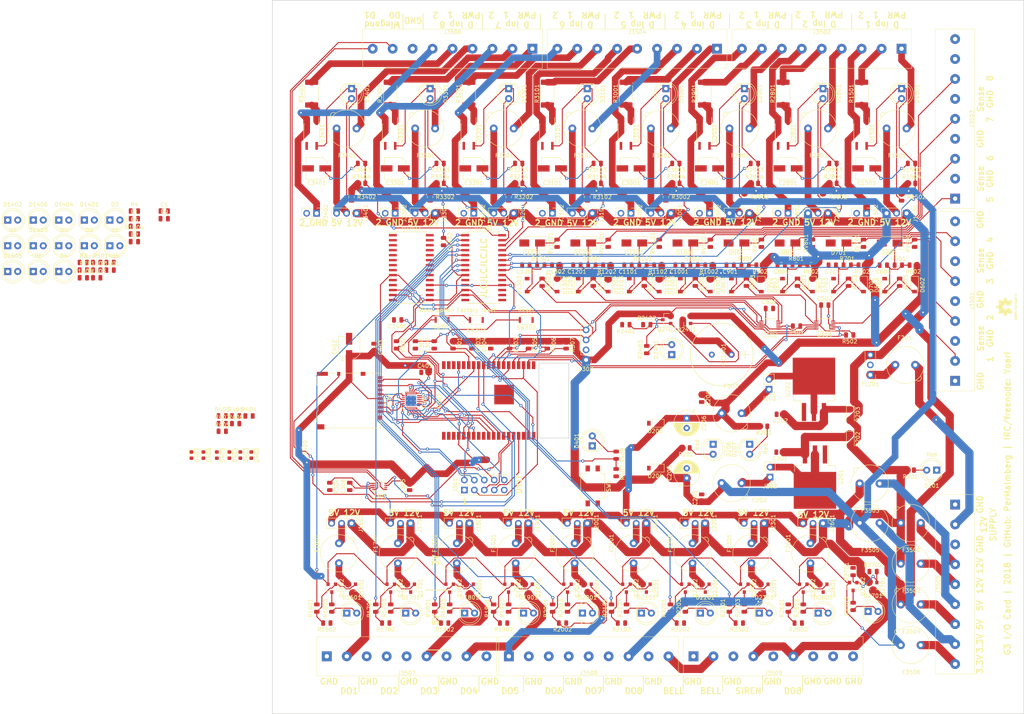
<source format=kicad_pcb>
(kicad_pcb (version 20171130) (host pcbnew 5.0.1-33cea8e~68~ubuntu18.04.1)
  (layers (0 F.Cu signal) (31 B.Cu signal) (34 B.Paste user) (35 F.Paste user) (36 B.SilkS user) (37 F.SilkS user) (38 B.Mask user) (39 F.Mask user) (44 Edge.Cuts user))
  (net 0 "")
  (net 1 DI6_1)
  (net 2 DI7_1)
  (net 3 DI5_1)
  (net 4 DI8_1)
  (net 5 DI1_1)
  (net 6 DI2_1)
  (net 7 DI4_1)
  (net 8 DI3_1)
  (net 9 "Net-(C701-Pad1)")
  (net 10 /AnalogInput/AnalogSensCircuit2/Adc)
  (net 11 I2C_Reset)
  (net 12 +3V3)
  (net 13 +5V)
  (net 14 "Net-(C1001-Pad1)")
  (net 15 /AnalogInput/AnalogSensCircuit8/Adc)
  (net 16 "Net-(C1301-Pad1)")
  (net 17 Sense8_DUT)
  (net 18 "Net-(C1201-Pad1)")
  (net 19 /AnalogInput/AnalogSensCircuit7/Adc)
  (net 20 Sense7_DUT)
  (net 21 /AnalogInput/AnalogSensCircuit6/Adc)
  (net 22 "Net-(C1101-Pad1)")
  (net 23 Sense6_DUT)
  (net 24 /AnalogInput/AnalogSensCircuit5/Adc)
  (net 25 DI5)
  (net 26 "Net-(C1501-Pad1)")
  (net 27 DI1)
  (net 28 DI2)
  (net 29 DI3)
  (net 30 DI4)
  (net 31 DIA_Interrupt)
  (net 32 GND)
  (net 33 /MCU/CH_Enable)
  (net 34 "Net-(D207-Pad2)")
  (net 35 "Net-(D206-Pad2)")
  (net 36 12V_PWR)
  (net 37 "Net-(D201-Pad2)")
  (net 38 ANALOG_RDY_2)
  (net 39 ANALOG_RDY_1)
  (net 40 Sense1_DUT)
  (net 41 "Net-(C601-Pad1)")
  (net 42 /AnalogInput/AnalogSensCircuit1/Adc)
  (net 43 Sense2_DUT)
  (net 44 "Net-(C801-Pad1)")
  (net 45 Sense3_DUT)
  (net 46 "Net-(Q2701-Pad1)")
  (net 47 /AnalogInput/AnalogSensCircuit3/Adc)
  (net 48 Sense4_DUT)
  (net 49 "Net-(C901-Pad1)")
  (net 50 /AnalogInput/AnalogSensCircuit4/Adc)
  (net 51 DO2)
  (net 52 "Net-(Q2601-Pad1)")
  (net 53 DO3)
  (net 54 DO4)
  (net 55 BELL_CTRL)
  (net 56 DO6)
  (net 57 DO7)
  (net 58 DI6)
  (net 59 DO8)
  (net 60 DO5)
  (net 61 Sense5_DUT)
  (net 62 DI7)
  (net 63 DI8)
  (net 64 "Net-(Q2301-Pad1)")
  (net 65 DO1)
  (net 66 "Net-(D2401-Pad2)")
  (net 67 DI8_2)
  (net 68 DI7_2)
  (net 69 DI6_2)
  (net 70 DI5_2)
  (net 71 DI1_2)
  (net 72 DI2_2)
  (net 73 DI3_2)
  (net 74 DI4_2)
  (net 75 Wiegand_D0)
  (net 76 Wiegand_D1)
  (net 77 "Net-(U301-Pad17)")
  (net 78 "Net-(U301-Pad18)")
  (net 79 "Net-(U301-Pad19)")
  (net 80 "Net-(U301-Pad20)")
  (net 81 "Net-(U301-Pad21)")
  (net 82 "Net-(U301-Pad22)")
  (net 83 "Net-(U301-Pad27)")
  (net 84 "Net-(U301-Pad28)")
  (net 85 "Net-(U301-Pad32)")
  (net 86 /MCU/TDX)
  (net 87 /MCU/RDX)
  (net 88 /Power/5V_PWR)
  (net 89 /Power/12V_In2)
  (net 90 /Power/3.3V_PWR)
  (net 91 /Power/12V_In1)
  (net 92 "Net-(U1401-Pad19)")
  (net 93 /Power/12V_Source)
  (net 94 "Net-(J301-Pad9)")
  (net 95 SD_DATA1)
  (net 96 SD_DATA3)
  (net 97 SD_DATA0)
  (net 98 SD_CLK)
  (net 99 SD_CMD)
  (net 100 SD_CD)
  (net 101 SD_DATA2)
  (net 102 /MCU/Factory_reset)
  (net 103 SD_SPI_CS)
  (net 104 SD_SPI_MOSI)
  (net 105 SD_SPI_CLK)
  (net 106 SD_SPI_MISO)
  (net 107 "Net-(R304-Pad1)")
  (net 108 I2C_SDA)
  (net 109 "Net-(D401-Pad2)")
  (net 110 SD_MODE)
  (net 111 I2C_SCL)
  (net 112 "Net-(U301-Pad11)")
  (net 113 "Net-(U301-Pad12)")
  (net 114 "Net-(U1402-Pad19)")
  (net 115 /MCU/SDCard/SD_MMC_Data2)
  (net 116 "Net-(U401-Pad13)")
  (net 117 /MCU/SDCard/SD_MMC_DATA1)
  (net 118 /Power/5V_PWR_after_switch)
  (net 119 /Power/3.3V_PWR_after_switch)
  (net 120 "Net-(U1402-Pad20)")
  (net 121 "Net-(D1601-Pad2)")
  (net 122 "Net-(D1701-Pad2)")
  (net 123 "Net-(D1501-Pad2)")
  (net 124 "Net-(D1801-Pad2)")
  (net 125 "Net-(D1901-Pad2)")
  (net 126 "Net-(D2901-Pad2)")
  (net 127 "Net-(D3001-Pad2)")
  (net 128 "Net-(D2001-Pad2)")
  (net 129 "Net-(D2801-Pad2)")
  (net 130 "Net-(D2701-Pad2)")
  (net 131 "Net-(Q2702-Pad3)")
  (net 132 "Net-(Q2401-Pad1)")
  (net 133 "Net-(D2101-Pad2)")
  (net 134 "Net-(D2201-Pad2)")
  (net 135 "Net-(Q2302-Pad3)")
  (net 136 "Net-(D2301-Pad2)")
  (net 137 "Net-(Q2402-Pad3)")
  (net 138 "Net-(D2601-Pad2)")
  (net 139 "Net-(Q2602-Pad3)")
  (net 140 DO1_PWR)
  (net 141 DO2_PWR)
  (net 142 DO3_PWR)
  (net 143 DO4_PWR)
  (net 144 DO5_PWR)
  (net 145 DO8_PWR)
  (net 146 DO7_PWR)
  (net 147 DO6_PWR)
  (net 148 "Net-(D3101-Pad2)")
  (net 149 "Net-(D3201-Pad2)")
  (net 150 "Net-(D3401-Pad2)")
  (net 151 "Net-(D3301-Pad2)")
  (net 152 "/DigitalIO/Internal siren/Output")
  (net 153 SIREN_PWR)
  (net 154 BELL_PWR)
  (net 155 "Net-(F3503-Pad1)")
  (net 156 "Net-(F3504-Pad1)")
  (net 157 "Net-(F3505-Pad1)")
  (net 158 "Net-(F3506-Pad1)")
  (net 159 "/DigitalIO/Bell control/Fused_power")
  (net 160 /DigitalIO/Output7/Fused_power)
  (net 161 /DigitalIO/Output2/Fused_power)
  (net 162 /DigitalIO/Output6/Fused_power)
  (net 163 /DigitalIO/Output5/Fused_power)
  (net 164 /DigitalIO/Output4/Fused_power)
  (net 165 /DigitalIO/Output1/Fused_power)
  (net 166 /DigitalIO/Output3/Fused_power)
  (net 167 /DigitalIO/Output8/Fused_power)
  (net 168 /DigitalIO/Output2/Unfused_power)
  (net 169 /DigitalIO/Output7/Unfused_power)
  (net 170 /DigitalIO/Output1/Unfused_power)
  (net 171 /DigitalIO/Output3/Unfused_power)
  (net 172 /DigitalIO/Output4/Unfused_power)
  (net 173 /DigitalIO/Output5/Unfused_power)
  (net 174 /DigitalIO/Output6/Unfused_power)
  (net 175 "/DigitalIO/Bell control/Unfused_power")
  (net 176 /DigitalIO/Output8/Unfused_power)
  (net 177 "Net-(F3501-Pad1)")
  (net 178 "Net-(F3502-Pad1)")
  (net 179 "Net-(F1501-Pad2)")
  (net 180 /DigitalIO/DigitalInput5/DI_in1)
  (net 181 /DigitalIO/DigitalInput2/DI_in1)
  (net 182 /DigitalIO/DigitalInput1/DI_in1)
  (net 183 /DigitalIO/DigitalInput4/DI_in1)
  (net 184 /DigitalIO/DigitalInput6/DI_in1)
  (net 185 /DigitalIO/DigitalInput7/DI_in1)
  (net 186 /DigitalIO/DigitalInput3/DI_in1)
  (net 187 /DigitalIO/DigitalInput8/DI_in1)
  (net 188 "Net-(Q1602-Pad3)")
  (net 189 "Net-(Q1701-Pad1)")
  (net 190 "Net-(Q1601-Pad1)")
  (net 191 "Net-(Q1702-Pad3)")
  (net 192 "Net-(Q1801-Pad1)")
  (net 193 "Net-(Q1802-Pad3)")
  (net 194 "Net-(Q1901-Pad1)")
  (net 195 "Net-(Q1902-Pad3)")
  (net 196 "Net-(Q2001-Pad1)")
  (net 197 "Net-(Q2002-Pad3)")
  (net 198 "Net-(Q2101-Pad1)")
  (net 199 "Net-(Q2102-Pad3)")
  (net 200 "Net-(Q2201-Pad1)")
  (net 201 "Net-(C3201-Pad1)")
  (net 202 "Net-(C3301-Pad1)")
  (net 203 "Net-(C3401-Pad1)")
  (net 204 "Net-(C3101-Pad1)")
  (net 205 "Net-(Q2202-Pad3)")
  (net 206 "Net-(C3001-Pad1)")
  (net 207 "Net-(C2901-Pad1)")
  (net 208 "Net-(C2801-Pad1)")
  (net 209 DI3_PWR)
  (net 210 DI2_PWR)
  (net 211 DI1_PWR)
  (net 212 "Net-(J3503-Pad8)")
  (net 213 "Net-(J3503-Pad9)")
  (net 214 DI7_PWR)
  (net 215 DI8_PWR)
  (net 216 DI4_PWR)
  (net 217 DI5_PWR)
  (net 218 DI6_PWR)
  (net 219 "Net-(F3001-Pad2)")
  (net 220 "Net-(F2901-Pad2)")
  (net 221 "Net-(F3101-Pad2)")
  (net 222 "Net-(F2801-Pad2)")
  (net 223 "Net-(F3201-Pad2)")
  (net 224 "Net-(F3401-Pad2)")
  (net 225 "Net-(F3301-Pad2)")
  (net 226 "Net-(D1401-Pad2)")
  (net 227 "Net-(R1401-Pad2)")
  (net 228 "Net-(D1402-Pad2)")
  (net 229 "Net-(R1403-Pad2)")
  (net 230 "Net-(R1404-Pad2)")
  (net 231 "Net-(D1403-Pad2)")
  (net 232 "Net-(D1405-Pad2)")
  (net 233 "Net-(R1406-Pad2)")
  (net 234 "Net-(R1407-Pad2)")
  (net 235 "Net-(D1406-Pad2)")
  (net 236 "Net-(D1404-Pad2)")
  (net 237 "Net-(R1405-Pad2)")
  (net 238 /MCU/SDCard/SD_MMC_CLK)
  (net 239 /MCU/SDCard/SD_MMC_Data3)
  (net 240 /MCU/SDCard/SD_MMC_CMD)
  (net 241 /MCU/SDCard/SD_MMC_DATA0)
  (net 242 "Net-(U401-Pad19)")
  (net 243 "Net-(U401-Pad8)")
  (net 244 POWER_SUPPLY_12V)
  (net 245 "Net-(D2-Pad2)")
  (net 246 "Net-(R2-Pad2)")
  (net 247 "Net-(R3-Pad2)")
  (net 248 "Net-(D3-Pad2)")
  (net 249 "Net-(D4-Pad2)")
  (net 250 "Net-(R4-Pad2)")
  (net 251 "Net-(R5-Pad2)")
  (net 252 "Net-(D5-Pad2)")
  (net 253 "Net-(D1-Pad2)")
  (net 254 "Net-(R1-Pad2)")
  (net 255 "Net-(R7-Pad2)")
  (net 256 "Net-(D7-Pad2)")
  (net 257 Boot_option)
  (net 258 "Net-(R6-Pad2)")
  (net 259 "Net-(D6-Pad2)")
  (net 260 EXTERNAL_SIREN_CTRL)
  (net 261 INTERNAL_SIREN_CTRL)
  (module Capacitor_SMD:C_0805_2012Metric (layer F.Cu) (at -9.375999 66.761001)
    (fp_text reference C1 (at 0 -1.65) (layer F.SilkS))
    (fp_text value 100n)
    (pad 1 smd roundrect (at -0.9375 0) (size 0.975 1.4) (layers F.Cu F.Paste F.Mask) (net 257 Boot_option))
    (pad 2 smd roundrect (at 0.9375 0) (size 0.975 1.4) (layers F.Cu F.Paste F.Mask) (net 32 GND))
  )
  (module LED_THT:LED_D5.0mm (layer F.Cu) (at -49.205999 69.061001)
    (fp_text reference D1402 (at 1.27 -3.96) (layer F.SilkS))
    (fp_text value Red)
    (pad 1 thru_hole rect (at 0 0) (size 1.8 1.8) (drill 0.9) (layers *.Cu *.Mask) (net 32 GND))
    (pad 2 thru_hole circle (at 2.54 0) (size 1.8 1.8) (drill 0.9) (layers *.Cu *.Mask) (net 228 "Net-(D1402-Pad2)"))
  )
  (module LED_THT:LED_D5.0mm (layer F.Cu) (at -23.205999 75.611001)
    (fp_text reference D1 (at 1.27 -3.96) (layer F.SilkS))
    (fp_text value Red)
    (pad 2 thru_hole circle (at 2.54 0) (size 1.8 1.8) (drill 0.9) (layers *.Cu *.Mask) (net 253 "Net-(D1-Pad2)"))
    (pad 1 thru_hole rect (at 0 0) (size 1.8 1.8) (drill 0.9) (layers *.Cu *.Mask) (net 32 GND))
  )
  (module LED_THT:LED_D5.0mm (layer F.Cu) (at -29.705999 75.611001)
    (fp_text reference D2 (at 1.27 -3.96) (layer F.SilkS))
    (fp_text value Red)
    (pad 1 thru_hole rect (at 0 0) (size 1.8 1.8) (drill 0.9) (layers *.Cu *.Mask) (net 32 GND))
    (pad 2 thru_hole circle (at 2.54 0) (size 1.8 1.8) (drill 0.9) (layers *.Cu *.Mask) (net 245 "Net-(D2-Pad2)"))
  )
  (module LED_THT:LED_D5.0mm (layer F.Cu) (at -23.205999 69.061001)
    (fp_text reference D3 (at 1.27 -3.96) (layer F.SilkS))
    (fp_text value Red)
    (pad 2 thru_hole circle (at 2.54 0) (size 1.8 1.8) (drill 0.9) (layers *.Cu *.Mask) (net 248 "Net-(D3-Pad2)"))
    (pad 1 thru_hole rect (at 0 0) (size 1.8 1.8) (drill 0.9) (layers *.Cu *.Mask) (net 32 GND))
  )
  (module LED_THT:LED_D5.0mm (layer F.Cu) (at -36.205999 82.161001)
    (fp_text reference D4 (at 1.27 -3.96) (layer F.SilkS))
    (fp_text value Red)
    (pad 1 thru_hole rect (at 0 0) (size 1.8 1.8) (drill 0.9) (layers *.Cu *.Mask) (net 32 GND))
    (pad 2 thru_hole circle (at 2.54 0) (size 1.8 1.8) (drill 0.9) (layers *.Cu *.Mask) (net 249 "Net-(D4-Pad2)"))
  )
  (module LED_THT:LED_D5.0mm (layer F.Cu) (at -29.705999 69.061001)
    (fp_text reference D1401 (at 1.27 -3.96) (layer F.SilkS))
    (fp_text value Red)
    (pad 2 thru_hole circle (at 2.54 0) (size 1.8 1.8) (drill 0.9) (layers *.Cu *.Mask) (net 226 "Net-(D1401-Pad2)"))
    (pad 1 thru_hole rect (at 0 0) (size 1.8 1.8) (drill 0.9) (layers *.Cu *.Mask) (net 32 GND))
  )
  (module LED_THT:LED_D5.0mm (layer F.Cu) (at -42.705999 82.161001)
    (fp_text reference D6 (at 1.27 -3.96) (layer F.SilkS))
    (fp_text value Red)
    (pad 1 thru_hole rect (at 0 0) (size 1.8 1.8) (drill 0.9) (layers *.Cu *.Mask) (net 32 GND))
    (pad 2 thru_hole circle (at 2.54 0) (size 1.8 1.8) (drill 0.9) (layers *.Cu *.Mask) (net 259 "Net-(D6-Pad2)"))
  )
  (module LED_THT:LED_D5.0mm (layer F.Cu) (at -36.205999 75.611001)
    (fp_text reference D5 (at 1.27 -3.96) (layer F.SilkS))
    (fp_text value Red)
    (pad 2 thru_hole circle (at 2.54 0) (size 1.8 1.8) (drill 0.9) (layers *.Cu *.Mask) (net 252 "Net-(D5-Pad2)"))
    (pad 1 thru_hole rect (at 0 0) (size 1.8 1.8) (drill 0.9) (layers *.Cu *.Mask) (net 32 GND))
  )
  (module LED_THT:LED_D5.0mm (layer F.Cu) (at -42.705999 75.611001)
    (fp_text reference D1403 (at 1.27 -3.96) (layer F.SilkS))
    (fp_text value Red)
    (pad 1 thru_hole rect (at 0 0) (size 1.8 1.8) (drill 0.9) (layers *.Cu *.Mask) (net 32 GND))
    (pad 2 thru_hole circle (at 2.54 0) (size 1.8 1.8) (drill 0.9) (layers *.Cu *.Mask) (net 231 "Net-(D1403-Pad2)"))
  )
  (module LED_THT:LED_D5.0mm (layer F.Cu) (at -36.205999 69.061001)
    (fp_text reference D1404 (at 1.27 -3.96) (layer F.SilkS))
    (fp_text value Red)
    (pad 2 thru_hole circle (at 2.54 0) (size 1.8 1.8) (drill 0.9) (layers *.Cu *.Mask) (net 236 "Net-(D1404-Pad2)"))
    (pad 1 thru_hole rect (at 0 0) (size 1.8 1.8) (drill 0.9) (layers *.Cu *.Mask) (net 32 GND))
  )
  (module LED_THT:LED_D5.0mm (layer F.Cu) (at -49.205999 82.161001)
    (fp_text reference D1405 (at 1.27 -3.96) (layer F.SilkS))
    (fp_text value Red)
    (pad 1 thru_hole rect (at 0 0) (size 1.8 1.8) (drill 0.9) (layers *.Cu *.Mask) (net 32 GND))
    (pad 2 thru_hole circle (at 2.54 0) (size 1.8 1.8) (drill 0.9) (layers *.Cu *.Mask) (net 232 "Net-(D1405-Pad2)"))
  )
  (module LED_THT:LED_D5.0mm (layer F.Cu) (at -42.705999 69.061001)
    (fp_text reference D1406 (at 1.27 -3.96) (layer F.SilkS))
    (fp_text value Red)
    (pad 2 thru_hole circle (at 2.54 0) (size 1.8 1.8) (drill 0.9) (layers *.Cu *.Mask) (net 235 "Net-(D1406-Pad2)"))
    (pad 1 thru_hole rect (at 0 0) (size 1.8 1.8) (drill 0.9) (layers *.Cu *.Mask) (net 32 GND))
  )
  (module LED_THT:LED_D5.0mm (layer F.Cu) (at -49.205999 75.611001)
    (fp_text reference D7 (at 1.27 -3.96) (layer F.SilkS))
    (fp_text value Red)
    (pad 1 thru_hole rect (at 0 0) (size 1.8 1.8) (drill 0.9) (layers *.Cu *.Mask) (net 32 GND))
    (pad 2 thru_hole circle (at 2.54 0) (size 1.8 1.8) (drill 0.9) (layers *.Cu *.Mask) (net 256 "Net-(D7-Pad2)"))
  )
  (module Resistor_SMD:R_0805_2012Metric (layer F.Cu) (at -23.155999 81.811001)
    (fp_text reference R1401 (at 0 -1.65) (layer F.SilkS))
    (fp_text value 1.65k)
    (pad 2 smd roundrect (at 0.9375 0) (size 0.975 1.4) (layers F.Cu F.Paste F.Mask) (net 227 "Net-(R1401-Pad2)"))
    (pad 1 smd roundrect (at -0.9375 0) (size 0.975 1.4) (layers F.Cu F.Paste F.Mask) (net 226 "Net-(D1401-Pad2)"))
  )
  (module Resistor_SMD:R_0805_2012Metric (layer F.Cu) (at -26.565999 83.761001)
    (fp_text reference R1403 (at 0 -1.65) (layer F.SilkS))
    (fp_text value 1.65k)
    (pad 1 smd roundrect (at -0.9375 0) (size 0.975 1.4) (layers F.Cu F.Paste F.Mask) (net 228 "Net-(D1402-Pad2)"))
    (pad 2 smd roundrect (at 0.9375 0) (size 0.975 1.4) (layers F.Cu F.Paste F.Mask) (net 229 "Net-(R1403-Pad2)"))
  )
  (module Resistor_SMD:R_0805_2012Metric (layer F.Cu) (at -16.975999 72.611001)
    (fp_text reference R1404 (at 0 -1.65) (layer F.SilkS))
    (fp_text value 1.65k)
    (pad 2 smd roundrect (at 0.9375 0) (size 0.975 1.4) (layers F.Cu F.Paste F.Mask) (net 230 "Net-(R1404-Pad2)"))
    (pad 1 smd roundrect (at -0.9375 0) (size 0.975 1.4) (layers F.Cu F.Paste F.Mask) (net 231 "Net-(D1403-Pad2)"))
  )
  (module Resistor_SMD:R_0805_2012Metric (layer F.Cu) (at -23.155999 79.861001)
    (fp_text reference R1405 (at 0 -1.65) (layer F.SilkS))
    (fp_text value 1.65k)
    (pad 1 smd roundrect (at -0.9375 0) (size 0.975 1.4) (layers F.Cu F.Paste F.Mask) (net 236 "Net-(D1404-Pad2)"))
    (pad 2 smd roundrect (at 0.9375 0) (size 0.975 1.4) (layers F.Cu F.Paste F.Mask) (net 237 "Net-(R1405-Pad2)"))
  )
  (module Resistor_SMD:R_0805_2012Metric (layer F.Cu) (at -29.975999 83.761001)
    (fp_text reference R1406 (at 0 -1.65) (layer F.SilkS))
    (fp_text value 1.65k)
    (pad 2 smd roundrect (at 0.9375 0) (size 0.975 1.4) (layers F.Cu F.Paste F.Mask) (net 233 "Net-(R1406-Pad2)"))
    (pad 1 smd roundrect (at -0.9375 0) (size 0.975 1.4) (layers F.Cu F.Paste F.Mask) (net 232 "Net-(D1405-Pad2)"))
  )
  (module Resistor_SMD:R_0805_2012Metric (layer F.Cu) (at -26.565999 81.811001)
    (fp_text reference R1407 (at 0 -1.65) (layer F.SilkS))
    (fp_text value 1.65k)
    (pad 1 smd roundrect (at -0.9375 0) (size 0.975 1.4) (layers F.Cu F.Paste F.Mask) (net 235 "Net-(D1406-Pad2)"))
    (pad 2 smd roundrect (at 0.9375 0) (size 0.975 1.4) (layers F.Cu F.Paste F.Mask) (net 234 "Net-(R1407-Pad2)"))
  )
  (module Resistor_SMD:R_0805_2012Metric (layer F.Cu) (at -16.975999 70.661001)
    (fp_text reference R6 (at 0 -1.65) (layer F.SilkS))
    (fp_text value 1.65k)
    (pad 2 smd roundrect (at 0.9375 0) (size 0.975 1.4) (layers F.Cu F.Paste F.Mask) (net 258 "Net-(R6-Pad2)"))
    (pad 1 smd roundrect (at -0.9375 0) (size 0.975 1.4) (layers F.Cu F.Paste F.Mask) (net 259 "Net-(D6-Pad2)"))
  )
  (module Resistor_SMD:R_0805_2012Metric (layer F.Cu) (at -9.375999 68.711001)
    (fp_text reference R9 (at 0 -1.65) (layer F.SilkS))
    (fp_text value 10k)
    (pad 1 smd roundrect (at -0.9375 0) (size 0.975 1.4) (layers F.Cu F.Paste F.Mask) (net 12 +3V3))
    (pad 2 smd roundrect (at 0.9375 0) (size 0.975 1.4) (layers F.Cu F.Paste F.Mask) (net 257 Boot_option))
  )
  (module Resistor_SMD:R_0805_2012Metric (layer F.Cu) (at -29.975999 81.811001)
    (fp_text reference R7 (at 0 -1.65) (layer F.SilkS))
    (fp_text value 1.65k)
    (pad 2 smd roundrect (at 0.9375 0) (size 0.975 1.4) (layers F.Cu F.Paste F.Mask) (net 255 "Net-(R7-Pad2)"))
    (pad 1 smd roundrect (at -0.9375 0) (size 0.975 1.4) (layers F.Cu F.Paste F.Mask) (net 256 "Net-(D7-Pad2)"))
  )
  (module Resistor_SMD:R_0805_2012Metric (layer F.Cu) (at -16.975999 68.711001)
    (fp_text reference R1 (at 0 -1.65) (layer F.SilkS))
    (fp_text value 1.65k)
    (pad 1 smd roundrect (at -0.9375 0) (size 0.975 1.4) (layers F.Cu F.Paste F.Mask) (net 253 "Net-(D1-Pad2)"))
    (pad 2 smd roundrect (at 0.9375 0) (size 0.975 1.4) (layers F.Cu F.Paste F.Mask) (net 254 "Net-(R1-Pad2)"))
  )
  (module Resistor_SMD:R_0805_2012Metric (layer F.Cu) (at -26.565999 79.861001)
    (fp_text reference R5 (at 0 -1.65) (layer F.SilkS))
    (fp_text value 1.65k)
    (pad 2 smd roundrect (at 0.9375 0) (size 0.975 1.4) (layers F.Cu F.Paste F.Mask) (net 251 "Net-(R5-Pad2)"))
    (pad 1 smd roundrect (at -0.9375 0) (size 0.975 1.4) (layers F.Cu F.Paste F.Mask) (net 252 "Net-(D5-Pad2)"))
  )
  (module Resistor_SMD:R_0805_2012Metric (layer F.Cu) (at -16.975999 66.761001)
    (fp_text reference R4 (at 0 -1.65) (layer F.SilkS))
    (fp_text value 1.65k)
    (pad 1 smd roundrect (at -0.9375 0) (size 0.975 1.4) (layers F.Cu F.Paste F.Mask) (net 249 "Net-(D4-Pad2)"))
    (pad 2 smd roundrect (at 0.9375 0) (size 0.975 1.4) (layers F.Cu F.Paste F.Mask) (net 250 "Net-(R4-Pad2)"))
  )
  (module Resistor_SMD:R_0805_2012Metric (layer F.Cu) (at -29.975999 79.861001)
    (fp_text reference R3 (at 0 -1.65) (layer F.SilkS))
    (fp_text value 1.65k)
    (pad 2 smd roundrect (at 0.9375 0) (size 0.975 1.4) (layers F.Cu F.Paste F.Mask) (net 247 "Net-(R3-Pad2)"))
    (pad 1 smd roundrect (at -0.9375 0) (size 0.975 1.4) (layers F.Cu F.Paste F.Mask) (net 248 "Net-(D3-Pad2)"))
  )
  (module Resistor_SMD:R_0805_2012Metric (layer F.Cu) (at -16.975999 74.561001)
    (fp_text reference R2 (at 0 -1.65) (layer F.SilkS))
    (fp_text value 1.65k)
    (pad 1 smd roundrect (at -0.9375 0) (size 0.975 1.4) (layers F.Cu F.Paste F.Mask) (net 245 "Net-(D2-Pad2)"))
    (pad 2 smd roundrect (at 0.9375 0) (size 0.975 1.4) (layers F.Cu F.Paste F.Mask) (net 246 "Net-(R2-Pad2)"))
  )
  (module Resistor_SMD:R_0805_2012Metric (layer F.Cu) (at 12.208001 118.958001)
    (fp_text reference R404 (at 0 -1.65) (layer F.SilkS))
    (fp_text value 50k)
    (pad 2 smd roundrect (at 0.9375 0) (size 0.975 1.4) (layers F.Cu F.Paste F.Mask) (net 240 /MCU/SDCard/SD_MMC_CMD))
    (pad 1 smd roundrect (at -0.9375 0) (size 0.975 1.4) (layers F.Cu F.Paste F.Mask) (net 12 +3V3))
  )
  (module Resistor_SMD:R_0805_2012Metric (layer F.Cu) (at 8.798001 120.908001)
    (fp_text reference R406 (at 0 -1.65) (layer F.SilkS))
    (fp_text value 50k)
    (pad 1 smd roundrect (at -0.9375 0) (size 0.975 1.4) (layers F.Cu F.Paste F.Mask) (net 12 +3V3))
    (pad 2 smd roundrect (at 0.9375 0) (size 0.975 1.4) (layers F.Cu F.Paste F.Mask) (net 101 SD_DATA2))
  )
  (module Resistor_SMD:R_0805_2012Metric (layer F.Cu) (at 5.388001 122.858001)
    (fp_text reference R405 (at 0 -1.65) (layer F.SilkS))
    (fp_text value 50k)
    (pad 2 smd roundrect (at 0.9375 0) (size 0.975 1.4) (layers F.Cu F.Paste F.Mask) (net 239 /MCU/SDCard/SD_MMC_Data3))
    (pad 1 smd roundrect (at -0.9375 0) (size 0.975 1.4) (layers F.Cu F.Paste F.Mask) (net 12 +3V3))
  )
  (module Resistor_SMD:R_0805_2012Metric (layer F.Cu) (at 8.798001 118.958001)
    (fp_text reference R401 (at 0 -1.65) (layer F.SilkS))
    (fp_text value 50k)
    (pad 1 smd roundrect (at -0.9375 0) (size 0.975 1.4) (layers F.Cu F.Paste F.Mask) (net 12 +3V3))
    (pad 2 smd roundrect (at 0.9375 0) (size 0.975 1.4) (layers F.Cu F.Paste F.Mask) (net 117 /MCU/SDCard/SD_MMC_DATA1))
  )
  (module Resistor_SMD:R_0805_2012Metric (layer F.Cu) (at 5.388001 120.908001)
    (fp_text reference R402 (at 0 -1.65) (layer F.SilkS))
    (fp_text value 50k)
    (pad 2 smd roundrect (at 0.9375 0) (size 0.975 1.4) (layers F.Cu F.Paste F.Mask) (net 241 /MCU/SDCard/SD_MMC_DATA0))
    (pad 1 smd roundrect (at -0.9375 0) (size 0.975 1.4) (layers F.Cu F.Paste F.Mask) (net 12 +3V3))
  )
  (module Resistor_SMD:R_0805_2012Metric (layer F.Cu) (at 5.388001 118.958001)
    (fp_text reference R403 (at 0 -1.65) (layer F.SilkS))
    (fp_text value 50k)
    (pad 1 smd roundrect (at -0.9375 0) (size 0.975 1.4) (layers F.Cu F.Paste F.Mask) (net 12 +3V3))
    (pad 2 smd roundrect (at 0.9375 0) (size 0.975 1.4) (layers F.Cu F.Paste F.Mask) (net 238 /MCU/SDCard/SD_MMC_CLK))
  )
  (module Button_Switch_SMD:SW_DIP_SPSTx02_Slide_Omron_A6S-210x_W8.9mm_P2.54mm (layer F.Cu) (at 99.695 136.779 270)
    (fp_text reference SW1 (at 0 -4.07 270) (layer F.SilkS))
    (fp_text value "SD SPI/MMC mode")
    (pad 1 smd rect (at -4.45 -1.27 270) (size 1.5 1.1) (layers F.Cu F.Paste F.Mask) (net 97 SD_DATA0))
    (pad 3 smd rect (at 4.45 1.27 270) (size 1.5 1.1) (layers F.Cu F.Paste F.Mask) (net 110 SD_MODE))
    (pad 2 smd rect (at -4.45 1.27 270) (size 1.5 1.1) (layers F.Cu F.Paste F.Mask) (net 12 +3V3))
    (pad 4 smd rect (at 4.45 -1.27 270) (size 1.5 1.1) (layers F.Cu F.Paste F.Mask) (net 257 Boot_option))
  )
  (module Connector_PinHeader_2.54mm:PinHeader_1x02_P2.54mm_Vertical (layer F.Cu) (at 144.574914 112.18354 180)
    (fp_text reference J203 (at 0 -2.33 180) (layer F.SilkS))
    (fp_text value GS2)
    (pad 2 thru_hole oval (at 0 2.54 180) (size 1.7 1.7) (drill 1) (layers *.Cu *.Mask) (net 88 /Power/5V_PWR))
    (pad 1 thru_hole rect (at 0 0 180) (size 1.7 1.7) (drill 1) (layers *.Cu *.Mask) (net 118 /Power/5V_PWR_after_switch))
  )
  (module Connector_PinHeader_2.54mm:PinHeader_1x02_P2.54mm_Vertical (layer F.Cu) (at 144.828914 134.53554 180)
    (fp_text reference J202 (at 0 -2.33 180) (layer F.SilkS))
    (fp_text value GS2)
    (pad 1 thru_hole rect (at 0 0 180) (size 1.7 1.7) (drill 1) (layers *.Cu *.Mask) (net 119 /Power/3.3V_PWR_after_switch))
    (pad 2 thru_hole oval (at 0 2.54 180) (size 1.7 1.7) (drill 1) (layers *.Cu *.Mask) (net 90 /Power/3.3V_PWR))
  )
  (module LED_THT:LED_D5.0mm (layer F.Cu) (at 142.086022 169.171694)
    (fp_text reference D2301 (at 1.27 -3.96) (layer F.SilkS))
    (fp_text value Green)
    (pad 2 thru_hole circle (at 2.54 0) (size 1.8 1.8) (drill 0.9) (layers *.Cu *.Mask) (net 136 "Net-(D2301-Pad2)"))
    (pad 1 thru_hole rect (at 0 0) (size 1.8 1.8) (drill 0.9) (layers *.Cu *.Mask) (net 32 GND))
  )
  (module LED_THT:LED_D5.0mm (layer F.Cu) (at 127.086022 169.171694)
    (fp_text reference D2201 (at 1.27 -3.96) (layer F.SilkS))
    (fp_text value Green)
    (pad 1 thru_hole rect (at 0 0) (size 1.8 1.8) (drill 0.9) (layers *.Cu *.Mask) (net 32 GND))
    (pad 2 thru_hole circle (at 2.54 0) (size 1.8 1.8) (drill 0.9) (layers *.Cu *.Mask) (net 134 "Net-(D2201-Pad2)"))
  )
  (module LED_THT:LED_D5.0mm (layer F.Cu) (at 112.086022 169.171694)
    (fp_text reference D2101 (at 1.27 -3.96) (layer F.SilkS))
    (fp_text value Green)
    (pad 2 thru_hole circle (at 2.54 0) (size 1.8 1.8) (drill 0.9) (layers *.Cu *.Mask) (net 133 "Net-(D2101-Pad2)"))
    (pad 1 thru_hole rect (at 0 0) (size 1.8 1.8) (drill 0.9) (layers *.Cu *.Mask) (net 32 GND))
  )
  (module LED_THT:LED_D5.0mm (layer F.Cu) (at 67.086022 169.171694)
    (fp_text reference D1801 (at 1.27 -3.96) (layer F.SilkS))
    (fp_text value Green)
    (pad 1 thru_hole rect (at 0 0) (size 1.8 1.8) (drill 0.9) (layers *.Cu *.Mask) (net 32 GND))
    (pad 2 thru_hole circle (at 2.54 0) (size 1.8 1.8) (drill 0.9) (layers *.Cu *.Mask) (net 124 "Net-(D1801-Pad2)"))
  )
  (module LED_THT:LED_D5.0mm (layer F.Cu) (at 82.086022 169.171694)
    (fp_text reference D1901 (at 1.27 -3.96) (layer F.SilkS))
    (fp_text value Green)
    (pad 2 thru_hole circle (at 2.54 0) (size 1.8 1.8) (drill 0.9) (layers *.Cu *.Mask) (net 125 "Net-(D1901-Pad2)"))
    (pad 1 thru_hole rect (at 0 0) (size 1.8 1.8) (drill 0.9) (layers *.Cu *.Mask) (net 32 GND))
  )
  (module LED_THT:LED_D5.0mm (layer F.Cu) (at 52.086022 169.171694)
    (fp_text reference D1701 (at 1.27 -3.96) (layer F.SilkS))
    (fp_text value Green)
    (pad 1 thru_hole rect (at 0 0) (size 1.8 1.8) (drill 0.9) (layers *.Cu *.Mask) (net 32 GND))
    (pad 2 thru_hole circle (at 2.54 0) (size 1.8 1.8) (drill 0.9) (layers *.Cu *.Mask) (net 122 "Net-(D1701-Pad2)"))
  )
  (module LED_THT:LED_D5.0mm (layer F.Cu) (at 97.086022 169.171694)
    (fp_text reference D2001 (at 1.27 -3.96) (layer F.SilkS))
    (fp_text value Green)
    (pad 2 thru_hole circle (at 2.54 0) (size 1.8 1.8) (drill 0.9) (layers *.Cu *.Mask) (net 128 "Net-(D2001-Pad2)"))
    (pad 1 thru_hole rect (at 0 0) (size 1.8 1.8) (drill 0.9) (layers *.Cu *.Mask) (net 32 GND))
  )
  (module LED_THT:LED_D5.0mm (layer F.Cu) (at 157.086022 169.171694)
    (fp_text reference D2601 (at 1.27 -3.96) (layer F.SilkS))
    (fp_text value Green)
    (pad 1 thru_hole rect (at 0 0) (size 1.8 1.8) (drill 0.9) (layers *.Cu *.Mask) (net 32 GND))
    (pad 2 thru_hole circle (at 2.54 0) (size 1.8 1.8) (drill 0.9) (layers *.Cu *.Mask) (net 138 "Net-(D2601-Pad2)"))
  )
  (module LED_THT:LED_D5.0mm (layer F.Cu) (at 37.086022 169.171694)
    (fp_text reference D1601 (at 1.27 -3.96) (layer F.SilkS))
    (fp_text value Green)
    (pad 2 thru_hole circle (at 2.54 0) (size 1.8 1.8) (drill 0.9) (layers *.Cu *.Mask) (net 121 "Net-(D1601-Pad2)"))
    (pad 1 thru_hole rect (at 0 0) (size 1.8 1.8) (drill 0.9) (layers *.Cu *.Mask) (net 32 GND))
  )
  (module LED_THT:LED_D5.0mm (layer F.Cu) (at 169.785881 168.752507)
    (fp_text reference D2701 (at 1.27 -3.96) (layer F.SilkS))
    (fp_text value Green)
    (pad 1 thru_hole rect (at 0 0) (size 1.8 1.8) (drill 0.9) (layers *.Cu *.Mask) (net 32 GND))
    (pad 2 thru_hole circle (at 2.54 0) (size 1.8 1.8) (drill 0.9) (layers *.Cu *.Mask) (net 130 "Net-(D2701-Pad2)"))
  )
  (module LED_THT:LED_D5.0mm (layer F.Cu) (at 138.309881 35.580507 270)
    (fp_text reference D2901 (at 1.27 -3.96 270) (layer F.SilkS))
    (fp_text value Red)
    (pad 2 thru_hole circle (at 2.54 0 270) (size 1.8 1.8) (drill 0.9) (layers *.Cu *.Mask) (net 126 "Net-(D2901-Pad2)"))
    (pad 1 thru_hole rect (at 0 0 270) (size 1.8 1.8) (drill 0.9) (layers *.Cu *.Mask) (net 29 DI3))
  )
  (module LED_THT:LED_D5.0mm (layer F.Cu) (at 119.802947 103.330573 90)
    (fp_text reference D2401 (at 1.27 -3.96 90) (layer F.SilkS))
    (fp_text value Red)
    (pad 1 thru_hole rect (at 0 0 90) (size 1.8 1.8) (drill 0.9) (layers *.Cu *.Mask) (net 32 GND))
    (pad 2 thru_hole circle (at 2.54 0 90) (size 1.8 1.8) (drill 0.9) (layers *.Cu *.Mask) (net 66 "Net-(D2401-Pad2)"))
  )
  (module LED_THT:LED_D5.0mm (layer F.Cu) (at 99.575915 126.58854 90)
    (fp_text reference D401 (at 1.27 -3.96 90) (layer F.SilkS))
    (fp_text value Red)
    (pad 2 thru_hole circle (at 2.54 0 90) (size 1.8 1.8) (drill 0.9) (layers *.Cu *.Mask) (net 109 "Net-(D401-Pad2)"))
    (pad 1 thru_hole rect (at 0 0 90) (size 1.8 1.8) (drill 0.9) (layers *.Cu *.Mask) (net 32 GND))
  )
  (module LED_THT:LED_D5.0mm (layer F.Cu) (at 98.309881 35.580507 270)
    (fp_text reference D3101 (at 1.27 -3.96 270) (layer F.SilkS))
    (fp_text value Red)
    (pad 1 thru_hole rect (at 0 0 270) (size 1.8 1.8) (drill 0.9) (layers *.Cu *.Mask) (net 25 DI5))
    (pad 2 thru_hole circle (at 2.54 0 270) (size 1.8 1.8) (drill 0.9) (layers *.Cu *.Mask) (net 148 "Net-(D3101-Pad2)"))
  )
  (module LED_THT:LED_D5.0mm (layer F.Cu) (at 78.309881 35.580507 270)
    (fp_text reference D3201 (at 1.27 -3.96 270) (layer F.SilkS))
    (fp_text value Red)
    (pad 2 thru_hole circle (at 2.54 0 270) (size 1.8 1.8) (drill 0.9) (layers *.Cu *.Mask) (net 149 "Net-(D3201-Pad2)"))
    (pad 1 thru_hole rect (at 0 0 270) (size 1.8 1.8) (drill 0.9) (layers *.Cu *.Mask) (net 58 DI6))
  )
  (module LED_THT:LED_D5.0mm (layer F.Cu) (at 58.309881 35.580507 270)
    (fp_text reference D3301 (at 1.27 -3.96 270) (layer F.SilkS))
    (fp_text value Red)
    (pad 1 thru_hole rect (at 0 0 270) (size 1.8 1.8) (drill 0.9) (layers *.Cu *.Mask) (net 62 DI7))
    (pad 2 thru_hole circle (at 2.54 0 270) (size 1.8 1.8) (drill 0.9) (layers *.Cu *.Mask) (net 151 "Net-(D3301-Pad2)"))
  )
  (module LED_THT:LED_D5.0mm (layer F.Cu) (at 38.309881 35.580507 270)
    (fp_text reference D3401 (at 1.27 -3.96 270) (layer F.SilkS))
    (fp_text value Red)
    (pad 2 thru_hole circle (at 2.54 0 270) (size 1.8 1.8) (drill 0.9) (layers *.Cu *.Mask) (net 150 "Net-(D3401-Pad2)"))
    (pad 1 thru_hole rect (at 0 0 270) (size 1.8 1.8) (drill 0.9) (layers *.Cu *.Mask) (net 63 DI8))
  )
  (module LED_THT:LED_D5.0mm (layer F.Cu) (at 178.309881 35.580507 270)
    (fp_text reference D1501 (at 1.27 -3.96 270) (layer F.SilkS))
    (fp_text value Red)
    (pad 2 thru_hole circle (at 2.54 0 270) (size 1.8 1.8) (drill 0.9) (layers *.Cu *.Mask) (net 123 "Net-(D1501-Pad2)"))
    (pad 1 thru_hole rect (at 0 0 270) (size 1.8 1.8) (drill 0.9) (layers *.Cu *.Mask) (net 27 DI1))
  )
  (module LED_THT:LED_D5.0mm (layer F.Cu) (at 118.309881 35.580507 270)
    (fp_text reference D3001 (at 1.27 -3.96 270) (layer F.SilkS))
    (fp_text value Red)
    (pad 1 thru_hole rect (at 0 0 270) (size 1.8 1.8) (drill 0.9) (layers *.Cu *.Mask) (net 30 DI4))
    (pad 2 thru_hole circle (at 2.54 0 270) (size 1.8 1.8) (drill 0.9) (layers *.Cu *.Mask) (net 127 "Net-(D3001-Pad2)"))
  )
  (module LED_THT:LED_D5.0mm (layer F.Cu) (at 158.309881 35.580507 270)
    (fp_text reference D2801 (at 1.27 -3.96 270) (layer F.SilkS))
    (fp_text value Red)
    (pad 2 thru_hole circle (at 2.54 0 270) (size 1.8 1.8) (drill 0.9) (layers *.Cu *.Mask) (net 129 "Net-(D2801-Pad2)"))
    (pad 1 thru_hole rect (at 0 0 270) (size 1.8 1.8) (drill 0.9) (layers *.Cu *.Mask) (net 28 DI2))
  )
  (module Symbol:OSHW-Logo2_7.3x6mm_SilkScreen (layer F.Cu) (at 205.171 91.201 90)
    (fp_text reference LOGO101 hide)
    (fp_text value Logo_Open_Hardware_Small hide)
  )
  (module MountingHole:MountingHole_4.3mm_M4 (layer F.Cu) (at 203.411 21.621)
    (fp_text reference MH101 hide)
    (fp_text value MountingHole)
    (pad 1 np_thru_hole circle (at 0 0) (size 4.3 4.3) (drill 4.3) (layers *.Cu *.Mask))
  )
  (module MountingHole:MountingHole_4.3mm_M4 (layer F.Cu) (at 24.161 186.421)
    (fp_text reference MH102 hide)
    (fp_text value MountingHole)
    (pad 1 np_thru_hole circle (at 0 0) (size 4.3 4.3) (drill 4.3) (layers *.Cu *.Mask))
  )
  (module MountingHole:MountingHole_4.3mm_M4 (layer F.Cu) (at 203.381 186.291)
    (fp_text reference MH104 hide)
    (fp_text value MountingHole)
    (pad 1 np_thru_hole circle (at 0 0) (size 4.3 4.3) (drill 4.3) (layers *.Cu *.Mask))
  )
  (module MountingHole:MountingHole_4.3mm_M4 (layer F.Cu) (at 24.161 21.621)
    (fp_text reference MH103 hide)
    (fp_text value MountingHole)
    (pad 1 np_thru_hole circle (at 0 0) (size 4.3 4.3) (drill 4.3) (layers *.Cu *.Mask))
  )
  (module PerMalmberg:ESP32_WROVER (layer F.Cu) (at 61.087 115.062 270)
    (fp_text reference U301 (at 0 0.5 270) (layer F.SilkS))
    (fp_text value ESP32_WROVER)
    (pad 1 smd rect (at -9.05 -23.56 270) (size 2 0.9) (layers F.Cu F.Paste F.Mask) (net 32 GND))
    (pad 2 smd rect (at -9.05 -22.29 270) (size 2 0.9) (layers F.Cu F.Paste F.Mask) (net 12 +3V3))
    (pad 3 smd rect (at -9.05 -21.02 270) (size 2 0.9) (layers F.Cu F.Paste F.Mask) (net 33 /MCU/CH_Enable))
    (pad 4 smd rect (at -9.05 -19.75 270) (size 2 0.9) (layers F.Cu F.Paste F.Mask) (net 38 ANALOG_RDY_2))
    (pad 5 smd rect (at -9.05 -18.48 270) (size 2 0.9) (layers F.Cu F.Paste F.Mask) (net 39 ANALOG_RDY_1))
    (pad 6 smd rect (at -9.05 -17.21 270) (size 2 0.9) (layers F.Cu F.Paste F.Mask) (net 102 /MCU/Factory_reset))
    (pad 7 smd rect (at -9.05 -15.94 270) (size 2 0.9) (layers F.Cu F.Paste F.Mask) (net 31 DIA_Interrupt))
    (pad 8 smd rect (at -9.05 -14.67 270) (size 2 0.9) (layers F.Cu F.Paste F.Mask) (net 108 I2C_SDA))
    (pad 9 smd rect (at -9.05 -13.4 270) (size 2 0.9) (layers F.Cu F.Paste F.Mask) (net 111 I2C_SCL))
    (pad 10 smd rect (at -9.05 -12.13 270) (size 2 0.9) (layers F.Cu F.Paste F.Mask) (net 11 I2C_Reset))
    (pad 11 smd rect (at -9.05 -10.86 270) (size 2 0.9) (layers F.Cu F.Paste F.Mask) (net 112 "Net-(U301-Pad11)"))
    (pad 12 smd rect (at -9.05 -9.59 270) (size 2 0.9) (layers F.Cu F.Paste F.Mask) (net 113 "Net-(U301-Pad12)"))
    (pad 13 smd rect (at -9.05 -8.32 270) (size 2 0.9) (layers F.Cu F.Paste F.Mask) (net 98 SD_CLK))
    (pad 14 smd rect (at -9.05 -7.05 270) (size 2 0.9) (layers F.Cu F.Paste F.Mask) (net 101 SD_DATA2))
    (pad 15 smd rect (at -9.05 -5.78 270) (size 2 0.9) (layers F.Cu F.Paste F.Mask) (net 32 GND))
    (pad 16 smd rect (at -9.05 -4.51 270) (size 2 0.9) (layers F.Cu F.Paste F.Mask) (net 96 SD_DATA3))
    (pad 17 smd rect (at -9.05 -3.24 270) (size 2 0.9) (layers F.Cu F.Paste F.Mask) (net 77 "Net-(U301-Pad17)"))
    (pad 18 smd rect (at -9.05 -1.97 270) (size 2 0.9) (layers F.Cu F.Paste F.Mask) (net 78 "Net-(U301-Pad18)"))
    (pad 19 smd rect (at -9.05 -0.7 270) (size 2 0.9) (layers F.Cu F.Paste F.Mask) (net 79 "Net-(U301-Pad19)"))
    (pad 20 smd rect (at 8.96 -0.7 270) (size 2 0.9) (layers F.Cu F.Paste F.Mask) (net 80 "Net-(U301-Pad20)"))
    (pad 21 smd rect (at 8.96 -1.97 270) (size 2 0.9) (layers F.Cu F.Paste F.Mask) (net 81 "Net-(U301-Pad21)"))
    (pad 22 smd rect (at 8.96 -3.24 270) (size 2 0.9) (layers F.Cu F.Paste F.Mask) (net 82 "Net-(U301-Pad22)"))
    (pad 23 smd rect (at 8.96 -4.51 270) (size 2 0.9) (layers F.Cu F.Paste F.Mask) (net 99 SD_CMD))
    (pad 24 smd rect (at 8.96 -5.78 270) (size 2 0.9) (layers F.Cu F.Paste F.Mask) (net 97 SD_DATA0))
    (pad 25 smd rect (at 8.96 -7.05 270) (size 2 0.9) (layers F.Cu F.Paste F.Mask) (net 257 Boot_option))
    (pad 26 smd rect (at 8.96 -8.32 270) (size 2 0.9) (layers F.Cu F.Paste F.Mask) (net 95 SD_DATA1))
    (pad 27 smd rect (at 8.96 -9.59 270) (size 2 0.9) (layers F.Cu F.Paste F.Mask) (net 83 "Net-(U301-Pad27)"))
    (pad 28 smd rect (at 8.96 -10.86 270) (size 2 0.9) (layers F.Cu F.Paste F.Mask) (net 84 "Net-(U301-Pad28)"))
    (pad 29 smd rect (at 8.96 -12.13 270) (size 2 0.9) (layers F.Cu F.Paste F.Mask) (net 103 SD_SPI_CS))
    (pad 30 smd rect (at 8.96 -13.4 270) (size 2 0.9) (layers F.Cu F.Paste F.Mask) (net 105 SD_SPI_CLK))
    (pad 31 smd rect (at 8.96 -14.67 270) (size 2 0.9) (layers F.Cu F.Paste F.Mask) (net 106 SD_SPI_MISO))
    (pad 32 smd rect (at 8.96 -15.94 270) (size 2 0.9) (layers F.Cu F.Paste F.Mask) (net 85 "Net-(U301-Pad32)"))
    (pad 33 smd rect (at 8.96 -17.21 270) (size 2 0.9) (layers F.Cu F.Paste F.Mask) (net 100 SD_CD))
    (pad 34 smd rect (at 8.96 -18.48 270) (size 2 0.9) (layers F.Cu F.Paste F.Mask) (net 86 /MCU/TDX))
    (pad 35 smd rect (at 8.96 -19.75 270) (size 2 0.9) (layers F.Cu F.Paste F.Mask) (net 87 /MCU/RDX))
    (pad 36 smd rect (at 8.96 -21.02 270) (size 2 0.9) (layers F.Cu F.Paste F.Mask) (net 260 EXTERNAL_SIREN_CTRL))
    (pad 37 smd rect (at 8.96 -22.29 270) (size 2 0.9) (layers F.Cu F.Paste F.Mask) (net 104 SD_SPI_MOSI))
    (pad 38 smd rect (at 8.96 -23.56 270) (size 2 0.9) (layers F.Cu F.Paste F.Mask) (net 32 GND))
    (pad 39 smd rect (at -1.55 -16.04 270) (size 5 5) (layers F.Cu F.Paste F.Mask) (net 32 GND))
  )
  (module Resistor_SMD:R_0805_2012Metric (layer F.Cu) (at 105.651914 133.40354 270)
    (fp_text reference R407 (at 0 -1.65 270) (layer F.SilkS))
    (fp_text value 10k)
    (pad 1 smd roundrect (at -0.9375 0 270) (size 0.975 1.4) (layers F.Cu F.Paste F.Mask) (net 110 SD_MODE))
    (pad 2 smd roundrect (at 0.9375 0 270) (size 0.975 1.4) (layers F.Cu F.Paste F.Mask) (net 32 GND))
  )
  (module Resistor_SMD:R_0805_2012Metric (layer F.Cu) (at 105.651914 128.95854 270)
    (fp_text reference R408 (at 0 -1.65 270) (layer F.SilkS))
    (fp_text value 1.65k)
    (pad 1 smd roundrect (at -0.9375 0 270) (size 0.975 1.4) (layers F.Cu F.Paste F.Mask) (net 109 "Net-(D401-Pad2)"))
    (pad 2 smd roundrect (at 0.9375 0 270) (size 0.975 1.4) (layers F.Cu F.Paste F.Mask) (net 110 SD_MODE))
  )
  (module Package_TO_SOT_SMD:SOT-23 (layer F.Cu) (at 118.532947 94.440573 180)
    (fp_text reference Q2402 (at 0 -2.5 180) (layer F.SilkS))
    (fp_text value ZXTN25050DFHTA)
    (pad 1 smd rect (at -1 -0.95 180) (size 0.9 0.8) (layers F.Cu F.Paste F.Mask) (net 132 "Net-(Q2401-Pad1)"))
    (pad 2 smd rect (at -1 0.95 180) (size 0.9 0.8) (layers F.Cu F.Paste F.Mask) (net 12 +3V3))
    (pad 3 smd rect (at 1 0 180) (size 0.9 0.8) (layers F.Cu F.Paste F.Mask) (net 137 "Net-(Q2402-Pad3)"))
  )
  (module Package_TO_SOT_SMD:SOT-23 (layer F.Cu) (at 123.612947 94.440573 180)
    (fp_text reference Q2401 (at 0 -2.5 180) (layer F.SilkS))
    (fp_text value ZXTN25050DFHTA)
    (pad 3 smd rect (at 1 0 180) (size 0.9 0.8) (layers F.Cu F.Paste F.Mask) (net 152 "/DigitalIO/Internal siren/Output"))
    (pad 2 smd rect (at -1 0.95 180) (size 0.9 0.8) (layers F.Cu F.Paste F.Mask) (net 13 +5V))
    (pad 1 smd rect (at -1 -0.95 180) (size 0.9 0.8) (layers F.Cu F.Paste F.Mask) (net 132 "Net-(Q2401-Pad1)"))
  )
  (module PerMalmberg:SDC1610M5-01_Buzzer_16diam_5pitch (layer F.Cu) (at 132.502947 103.330573 90)
    (fp_text reference BZ1401 (at 0 0.5 90) (layer F.SilkS))
    (fp_text value SDC1610M5-01)
    (pad 2 thru_hole circle (at 0 -2.5 90) (size 1.524 1.524) (drill 0.762) (layers *.Cu *.Mask) (net 32 GND))
    (pad 1 thru_hole circle (at 0 2.5 90) (size 1.524 1.524) (drill 0.762) (layers *.Cu *.Mask) (net 152 "/DigitalIO/Internal siren/Output"))
  )
  (module Resistor_SMD:R_0805_2012Metric (layer F.Cu) (at 113.452947 102.060573 90)
    (fp_text reference R2403 (at 0 -1.65 90) (layer F.SilkS))
    (fp_text value 1.65k)
    (pad 2 smd roundrect (at 0.9375 0 90) (size 0.975 1.4) (layers F.Cu F.Paste F.Mask) (net 137 "Net-(Q2402-Pad3)"))
    (pad 1 smd roundrect (at -0.9375 0 90) (size 0.975 1.4) (layers F.Cu F.Paste F.Mask) (net 66 "Net-(D2401-Pad2)"))
  )
  (module Resistor_SMD:R_0805_2012Metric (layer F.Cu) (at 113.452947 95.710573)
    (fp_text reference R2402 (at 0 -1.65) (layer F.SilkS))
    (fp_text value 10k)
    (pad 1 smd roundrect (at -0.9375 0) (size 0.975 1.4) (layers F.Cu F.Paste F.Mask) (net 32 GND))
    (pad 2 smd roundrect (at 0.9375 0) (size 0.975 1.4) (layers F.Cu F.Paste F.Mask) (net 132 "Net-(Q2401-Pad1)"))
  )
  (module Resistor_SMD:R_0805_2012Metric (layer F.Cu) (at 108.125914 95.710573 180)
    (fp_text reference R2401 (at 0 -1.65 180) (layer F.SilkS))
    (fp_text value 470)
    (pad 2 smd roundrect (at 0.9375 0 180) (size 0.975 1.4) (layers F.Cu F.Paste F.Mask) (net 261 INTERNAL_SIREN_CTRL))
    (pad 1 smd roundrect (at -0.9375 0 180) (size 0.975 1.4) (layers F.Cu F.Paste F.Mask) (net 132 "Net-(Q2401-Pad1)"))
  )
  (module Diode_SMD:D_0603_1608Metric (layer F.Cu) (at 4.025914 128.92854 270)
    (fp_text reference D405 (at 0 -1.43 270) (layer F.SilkS))
    (fp_text value D_TVS)
    (pad 1 smd roundrect (at -0.7875 0 270) (size 0.875 0.95) (layers F.Cu F.Paste F.Mask) (net 240 /MCU/SDCard/SD_MMC_CMD))
    (pad 2 smd roundrect (at 0.7875 0 270) (size 0.875 0.95) (layers F.Cu F.Paste F.Mask) (net 32 GND))
  )
  (module Diode_SMD:D_0603_1608Metric (layer F.Cu) (at 9.994914 128.92854 270)
    (fp_text reference D403 (at 0 -1.43 270) (layer F.SilkS))
    (fp_text value D_TVS)
    (pad 1 smd roundrect (at -0.7875 0 270) (size 0.875 0.95) (layers F.Cu F.Paste F.Mask) (net 241 /MCU/SDCard/SD_MMC_DATA0))
    (pad 2 smd roundrect (at 0.7875 0 270) (size 0.875 0.95) (layers F.Cu F.Paste F.Mask) (net 32 GND))
  )
  (module Diode_SMD:D_0603_1608Metric (layer F.Cu) (at 7.200914 128.92854 270)
    (fp_text reference D404 (at 0 -1.43 270) (layer F.SilkS))
    (fp_text value D_TVS)
    (pad 2 smd roundrect (at 0.7875 0 270) (size 0.875 0.95) (layers F.Cu F.Paste F.Mask) (net 32 GND))
    (pad 1 smd roundrect (at -0.7875 0 270) (size 0.875 0.95) (layers F.Cu F.Paste F.Mask) (net 238 /MCU/SDCard/SD_MMC_CLK))
  )
  (module Diode_SMD:D_0603_1608Metric (layer F.Cu) (at 0.596914 128.92854 270)
    (fp_text reference D406 (at 0 -1.43 270) (layer F.SilkS))
    (fp_text value D_TVS)
    (pad 2 smd roundrect (at 0.7875 0 270) (size 0.875 0.95) (layers F.Cu F.Paste F.Mask) (net 32 GND))
    (pad 1 smd roundrect (at -0.7875 0 270) (size 0.875 0.95) (layers F.Cu F.Paste F.Mask) (net 239 /MCU/SDCard/SD_MMC_Data3))
  )
  (module Diode_SMD:D_0603_1608Metric (layer F.Cu) (at 12.788914 128.92854 270)
    (fp_text reference D402 (at 0 -1.43 270) (layer F.SilkS))
    (fp_text value D_TVS)
    (pad 1 smd roundrect (at -0.7875 0 270) (size 0.875 0.95) (layers F.Cu F.Paste F.Mask) (net 117 /MCU/SDCard/SD_MMC_DATA1))
    (pad 2 smd roundrect (at 0.7875 0 270) (size 0.875 0.95) (layers F.Cu F.Paste F.Mask) (net 32 GND))
  )
  (module Diode_SMD:D_0603_1608Metric (layer F.Cu) (at -2.451086 128.92854 270)
    (fp_text reference D407 (at 0 -1.43 270) (layer F.SilkS))
    (fp_text value D_TVS)
    (pad 2 smd roundrect (at 0.7875 0 270) (size 0.875 0.95) (layers F.Cu F.Paste F.Mask) (net 32 GND))
    (pad 1 smd roundrect (at -0.7875 0 270) (size 0.875 0.95) (layers F.Cu F.Paste F.Mask) (net 115 /MCU/SDCard/SD_MMC_Data2))
  )
  (module Connector_PinHeader_2.54mm:PinHeader_1x04_P2.54mm_Vertical (layer F.Cu) (at 98.005914 104.67154 180)
    (fp_text reference J302 (at 0 -2.33 180) (layer F.SilkS))
    (fp_text value BME280)
    (pad 1 thru_hole rect (at 0 0 180) (size 1.7 1.7) (drill 1) (layers *.Cu *.Mask) (net 12 +3V3))
    (pad 2 thru_hole oval (at 0 2.54 180) (size 1.7 1.7) (drill 1) (layers *.Cu *.Mask) (net 32 GND))
    (pad 3 thru_hole oval (at 0 5.08 180) (size 1.7 1.7) (drill 1) (layers *.Cu *.Mask) (net 111 I2C_SCL))
    (pad 4 thru_hole oval (at 0 7.62 180) (size 1.7 1.7) (drill 1) (layers *.Cu *.Mask) (net 108 I2C_SDA))
  )
  (module Connector_PinHeader_2.54mm:PinHeader_2x05_P2.54mm_Vertical (layer F.Cu) (at 67.017914 137.81854 90)
    (fp_text reference J301 (at 1.27 -2.33 90) (layer F.SilkS))
    (fp_text value Debug)
    (pad 1 thru_hole rect (at 0 0 90) (size 1.7 1.7) (drill 1) (layers *.Cu *.Mask) (net 32 GND))
    (pad 2 thru_hole oval (at 2.54 0 90) (size 1.7 1.7) (drill 1) (layers *.Cu *.Mask) (net 257 Boot_option))
    (pad 3 thru_hole oval (at 0 2.54 90) (size 1.7 1.7) (drill 1) (layers *.Cu *.Mask) (net 33 /MCU/CH_Enable))
    (pad 4 thru_hole oval (at 2.54 2.54 90) (size 1.7 1.7) (drill 1) (layers *.Cu *.Mask) (net 96 SD_DATA3))
    (pad 5 thru_hole oval (at 0 5.08 90) (size 1.7 1.7) (drill 1) (layers *.Cu *.Mask) (net 86 /MCU/TDX))
    (pad 6 thru_hole oval (at 2.54 5.08 90) (size 1.7 1.7) (drill 1) (layers *.Cu *.Mask) (net 101 SD_DATA2))
    (pad 7 thru_hole oval (at 0 7.62 90) (size 1.7 1.7) (drill 1) (layers *.Cu *.Mask) (net 87 /MCU/RDX))
    (pad 8 thru_hole oval (at 2.54 7.62 90) (size 1.7 1.7) (drill 1) (layers *.Cu *.Mask) (net 99 SD_CMD))
    (pad 9 thru_hole oval (at 0 10.16 90) (size 1.7 1.7) (drill 1) (layers *.Cu *.Mask) (net 94 "Net-(J301-Pad9)"))
    (pad 10 thru_hole oval (at 2.54 10.16 90) (size 1.7 1.7) (drill 1) (layers *.Cu *.Mask) (net 98 SD_CLK))
  )
  (module Capacitor_SMD:C_0805_2012Metric (layer F.Cu) (at 59.341475 100.86154 90)
    (fp_text reference C302 (at 0 -1.65 90) (layer F.SilkS))
    (fp_text value 100n)
    (pad 2 smd roundrect (at 0.9375 0 90) (size 0.975 1.4) (layers F.Cu F.Paste F.Mask) (net 33 /MCU/CH_Enable))
    (pad 1 smd roundrect (at -0.9375 0 90) (size 0.975 1.4) (layers F.Cu F.Paste F.Mask) (net 32 GND))
  )
  (module Capacitor_SMD:C_0805_2012Metric (layer F.Cu) (at 68.937029 100.86154 270)
    (fp_text reference C303 (at 0 -1.65 270) (layer F.SilkS))
    (fp_text value 22u)
    (pad 1 smd roundrect (at -0.9375 0 270) (size 0.975 1.4) (layers F.Cu F.Paste F.Mask) (net 12 +3V3))
    (pad 2 smd roundrect (at 0.9375 0 270) (size 0.975 1.4) (layers F.Cu F.Paste F.Mask) (net 32 GND))
  )
  (module Capacitor_SMD:C_0805_2012Metric (layer F.Cu) (at 44.030914 101.49654 270)
    (fp_text reference C403 (at 0 -1.65 270) (layer F.SilkS))
    (fp_text value 100n)
    (pad 1 smd roundrect (at -0.9375 0 270) (size 0.975 1.4) (layers F.Cu F.Paste F.Mask) (net 32 GND))
    (pad 2 smd roundrect (at 0.9375 0 270) (size 0.975 1.4) (layers F.Cu F.Paste F.Mask) (net 12 +3V3))
  )
  (module Capacitor_SMD:C_0805_2012Metric (layer F.Cu) (at 56.984914 107.84654)
    (fp_text reference C401 (at 0 -1.65) (layer F.SilkS))
    (fp_text value 100n)
    (pad 1 smd roundrect (at -0.9375 0) (size 0.975 1.4) (layers F.Cu F.Paste F.Mask) (net 32 GND))
    (pad 2 smd roundrect (at 0.9375 0) (size 0.975 1.4) (layers F.Cu F.Paste F.Mask) (net 12 +3V3))
  )
  (module Capacitor_SMD:C_0805_2012Metric (layer F.Cu) (at 73.734806 100.86154 90)
    (fp_text reference C304 (at 0 -1.65 90) (layer F.SilkS))
    (fp_text value 100n)
    (pad 2 smd roundrect (at 0.9375 0 90) (size 0.975 1.4) (layers F.Cu F.Paste F.Mask) (net 12 +3V3))
    (pad 1 smd roundrect (at -0.9375 0 90) (size 0.975 1.4) (layers F.Cu F.Paste F.Mask) (net 32 GND))
  )
  (module Capacitor_SMD:C_0805_2012Metric (layer F.Cu) (at 54.543698 100.86154 270)
    (fp_text reference C301 (at 0 -1.65 270) (layer F.SilkS))
    (fp_text value 100n)
    (pad 1 smd roundrect (at -0.9375 0 270) (size 0.975 1.4) (layers F.Cu F.Paste F.Mask) (net 33 /MCU/CH_Enable))
    (pad 2 smd roundrect (at 0.9375 0 270) (size 0.975 1.4) (layers F.Cu F.Paste F.Mask) (net 32 GND))
  )
  (module Package_DFN_QFN:QFN-24-1EP_4x4mm_P0.5mm_EP2.6x2.6mm_ThermalVias (layer F.Cu) (at 53.428914 115.08554 270)
    (fp_text reference U401 (at 0 -3.3 270) (layer F.SilkS))
    (fp_text value MAX4948)
    (pad 24 smd roundrect (at -1.25 -1.9375 270) (size 0.25 0.825) (layers F.Cu F.Paste F.Mask) (net 104 SD_SPI_MOSI))
    (pad 23 smd roundrect (at -0.75 -1.9375 270) (size 0.25 0.825) (layers F.Cu F.Paste F.Mask) (net 240 /MCU/SDCard/SD_MMC_CMD))
    (pad 22 smd roundrect (at -0.25 -1.9375 270) (size 0.25 0.825) (layers F.Cu F.Paste F.Mask) (net 12 +3V3))
    (pad 21 smd roundrect (at 0.25 -1.9375 270) (size 0.25 0.825) (layers F.Cu F.Paste F.Mask) (net 32 GND))
    (pad 20 smd roundrect (at 0.75 -1.9375 270) (size 0.25 0.825) (layers F.Cu F.Paste F.Mask) (net 117 /MCU/SDCard/SD_MMC_DATA1))
    (pad 19 smd roundrect (at 1.25 -1.9375 270) (size 0.25 0.825) (layers F.Cu F.Paste F.Mask) (net 242 "Net-(U401-Pad19)"))
    (pad 18 smd roundrect (at 1.9375 -1.25 270) (size 0.825 0.25) (layers F.Cu F.Paste F.Mask) (net 95 SD_DATA1))
    (pad 17 smd roundrect (at 1.9375 -0.75 270) (size 0.825 0.25) (layers F.Cu F.Paste F.Mask) (net 105 SD_SPI_CLK))
    (pad 16 smd roundrect (at 1.9375 -0.25 270) (size 0.825 0.25) (layers F.Cu F.Paste F.Mask) (net 238 /MCU/SDCard/SD_MMC_CLK))
    (pad 15 smd roundrect (at 1.9375 0.25 270) (size 0.825 0.25) (layers F.Cu F.Paste F.Mask) (net 98 SD_CLK))
    (pad 14 smd roundrect (at 1.9375 0.75 270) (size 0.825 0.25) (layers F.Cu F.Paste F.Mask) (net 110 SD_MODE))
    (pad 13 smd roundrect (at 1.9375 1.25 270) (size 0.825 0.25) (layers F.Cu F.Paste F.Mask) (net 116 "Net-(U401-Pad13)"))
    (pad 12 smd roundrect (at 1.25 1.9375 270) (size 0.25 0.825) (layers F.Cu F.Paste F.Mask) (net 96 SD_DATA3))
    (pad 11 smd roundrect (at 0.75 1.9375 270) (size 0.25 0.825) (layers F.Cu F.Paste F.Mask) (net 239 /MCU/SDCard/SD_MMC_Data3))
    (pad 10 smd roundrect (at 0.25 1.9375 270) (size 0.25 0.825) (layers F.Cu F.Paste F.Mask) (net 103 SD_SPI_CS))
    (pad 9 smd roundrect (at -0.25 1.9375 270) (size 0.25 0.825) (layers F.Cu F.Paste F.Mask) (net 101 SD_DATA2))
    (pad 8 smd roundrect (at -0.75 1.9375 270) (size 0.25 0.825) (layers F.Cu F.Paste F.Mask) (net 243 "Net-(U401-Pad8)"))
    (pad 7 smd roundrect (at -1.25 1.9375 270) (size 0.25 0.825) (layers F.Cu F.Paste F.Mask) (net 115 /MCU/SDCard/SD_MMC_Data2))
    (pad 6 smd roundrect (at -1.9375 1.25 270) (size 0.825 0.25) (layers F.Cu F.Paste F.Mask) (net 32 GND))
    (pad 5 smd roundrect (at -1.9375 0.75 270) (size 0.825 0.25) (layers F.Cu F.Paste F.Mask) (net 32 GND))
    (pad 4 smd roundrect (at -1.9375 0.25 270) (size 0.825 0.25) (layers F.Cu F.Paste F.Mask) (net 97 SD_DATA0))
    (pad 3 smd roundrect (at -1.9375 -0.25 270) (size 0.825 0.25) (layers F.Cu F.Paste F.Mask) (net 241 /MCU/SDCard/SD_MMC_DATA0))
    (pad 2 smd roundrect (at -1.9375 -0.75 270) (size 0.825 0.25) (layers F.Cu F.Paste F.Mask) (net 106 SD_SPI_MISO))
    (pad 1 smd roundrect (at -1.9375 -1.25 270) (size 0.825 0.25) (layers F.Cu F.Paste F.Mask) (net 99 SD_CMD))
    (pad 25 smd roundrect (at 0 0 270) (size 2.6 2.6) (layers B.Cu) (roundrect_rratio 0.096154) (net 32 GND))
    (pad 25 thru_hole circle (at 1.05 1.05 270) (size 0.5 0.5) (drill 0.2) (layers *.Cu) (net 32 GND))
    (pad 25 thru_hole circle (at 0 1.05 270) (size 0.5 0.5) (drill 0.2) (layers *.Cu) (net 32 GND))
    (pad 25 thru_hole circle (at -1.05 1.05 270) (size 0.5 0.5) (drill 0.2) (layers *.Cu) (net 32 GND))
    (pad 25 thru_hole circle (at 1.05 0 270) (size 0.5 0.5) (drill 0.2) (layers *.Cu) (net 32 GND))
    (pad 25 thru_hole circle (at 0 0 270) (size 0.5 0.5) (drill 0.2) (layers *.Cu) (net 32 GND))
    (pad 25 thru_hole circle (at -1.05 0 270) (size 0.5 0.5) (drill 0.2) (layers *.Cu) (net 32 GND))
    (pad 25 thru_hole circle (at 1.05 -1.05 270) (size 0.5 0.5) (drill 0.2) (layers *.Cu) (net 32 GND))
    (pad 25 thru_hole circle (at 0 -1.05 270) (size 0.5 0.5) (drill 0.2) (layers *.Cu) (net 32 GND))
    (pad 25 thru_hole circle (at -1.05 -1.05 270) (size 0.5 0.5) (drill 0.2) (layers *.Cu) (net 32 GND))
    (pad 25 smd roundrect (at 0 0 270) (size 2.6 2.6) (layers F.Cu F.Mask) (roundrect_rratio 0.096154) (net 32 GND))
  )
  (module Resistor_SMD:R_0805_2012Metric (layer F.Cu) (at 49.745914 100.86154 270)
    (fp_text reference R302 (at 0 -1.65 270) (layer F.SilkS))
    (fp_text value 10k)
    (pad 1 smd roundrect (at -0.9375 0 270) (size 0.975 1.4) (layers F.Cu F.Paste F.Mask) (net 12 +3V3))
    (pad 2 smd roundrect (at 0.9375 0 270) (size 0.975 1.4) (layers F.Cu F.Paste F.Mask) (net 102 /MCU/Factory_reset))
  )
  (module Resistor_SMD:R_0805_2012Metric (layer F.Cu) (at 88.128137 100.86154 270)
    (fp_text reference R306 (at 0 -1.65 270) (layer F.SilkS))
    (fp_text value 10k)
    (pad 1 smd roundrect (at -0.9375 0 270) (size 0.975 1.4) (layers F.Cu F.Paste F.Mask) (net 12 +3V3))
    (pad 2 smd roundrect (at 0.9375 0 270) (size 0.975 1.4) (layers F.Cu F.Paste F.Mask) (net 11 I2C_Reset))
  )
  (module Resistor_SMD:R_0805_2012Metric (layer F.Cu) (at 83.33036 100.86154 270)
    (fp_text reference R305 (at 0 -1.65 270) (layer F.SilkS))
    (fp_text value 10k)
    (pad 2 smd roundrect (at 0.9375 0 270) (size 0.975 1.4) (layers F.Cu F.Paste F.Mask) (net 108 I2C_SDA))
    (pad 1 smd roundrect (at -0.9375 0 270) (size 0.975 1.4) (layers F.Cu F.Paste F.Mask) (net 12 +3V3))
  )
  (module Resistor_SMD:R_0805_2012Metric (layer F.Cu) (at 78.532583 100.86154 270)
    (fp_text reference R303 (at 0 -1.65 270) (layer F.SilkS))
    (fp_text value 10k)
    (pad 2 smd roundrect (at 0.9375 0 270) (size 0.975 1.4) (layers F.Cu F.Paste F.Mask) (net 111 I2C_SCL))
    (pad 1 smd roundrect (at -0.9375 0 270) (size 0.975 1.4) (layers F.Cu F.Paste F.Mask) (net 12 +3V3))
  )
  (module Resistor_SMD:R_0805_2012Metric (layer F.Cu) (at 64.139252 100.86154 270)
    (fp_text reference R301 (at 0 -1.65 270) (layer F.SilkS))
    (fp_text value 10k)
    (pad 1 smd roundrect (at -0.9375 0 270) (size 0.975 1.4) (layers F.Cu F.Paste F.Mask) (net 12 +3V3))
    (pad 2 smd roundrect (at 0.9375 0 270) (size 0.975 1.4) (layers F.Cu F.Paste F.Mask) (net 33 /MCU/CH_Enable))
  )
  (module Resistor_SMD:R_0805_2012Metric (layer F.Cu) (at 92.925914 100.86154 270)
    (fp_text reference R307 (at 0 -1.65 270) (layer F.SilkS))
    (fp_text value 10k)
    (pad 2 smd roundrect (at 0.9375 0 270) (size 0.975 1.4) (layers F.Cu F.Paste F.Mask) (net 31 DIA_Interrupt))
    (pad 1 smd roundrect (at -0.9375 0 270) (size 0.975 1.4) (layers F.Cu F.Paste F.Mask) (net 12 +3V3))
  )
  (module Resistor_SMD:R_0805_2012Metric (layer F.Cu) (at 24.853914 127.02354 270)
    (fp_text reference R409 (at 0 -1.65 270) (layer F.SilkS))
    (fp_text value 10k)
    (pad 2 smd roundrect (at 0.9375 0 270) (size 0.975 1.4) (layers F.Cu F.Paste F.Mask) (net 100 SD_CD))
    (pad 1 smd roundrect (at -0.9375 0 270) (size 0.975 1.4) (layers F.Cu F.Paste F.Mask) (net 12 +3V3))
  )
  (module Connector_Card:microSD_HC_Hirose_DM3AT-SF-PEJM5 (layer F.Cu) (at 37.807914 115.05554 270)
    (fp_text reference J401 (at -0.075 -9.525 270) (layer F.SilkS))
    (fp_text value Micro_SD_Card_Det)
    (pad 9 smd rect (at -5.875 -7.725 270) (size 0.7 1.2) (layers F.Cu F.Paste F.Mask) (net 32 GND))
    (pad 8 smd rect (at -4.925 -7.725 270) (size 0.7 1.2) (layers F.Cu F.Paste F.Mask) (net 117 /MCU/SDCard/SD_MMC_DATA1))
    (pad 1 smd rect (at 2.775 -7.725 270) (size 0.7 1.2) (layers F.Cu F.Paste F.Mask) (net 115 /MCU/SDCard/SD_MMC_Data2))
    (pad 2 smd rect (at 1.675 -7.725 270) (size 0.7 1.2) (layers F.Cu F.Paste F.Mask) (net 239 /MCU/SDCard/SD_MMC_Data3))
    (pad 3 smd rect (at 0.575 -7.725 270) (size 0.7 1.2) (layers F.Cu F.Paste F.Mask) (net 240 /MCU/SDCard/SD_MMC_CMD))
    (pad 4 smd rect (at -0.525 -7.725 270) (size 0.7 1.2) (layers F.Cu F.Paste F.Mask) (net 12 +3V3))
    (pad 5 smd rect (at -1.625 -7.725 270) (size 0.7 1.2) (layers F.Cu F.Paste F.Mask) (net 238 /MCU/SDCard/SD_MMC_CLK))
    (pad 6 smd rect (at -2.725 -7.725 270) (size 0.7 1.2) (layers F.Cu F.Paste F.Mask) (net 32 GND))
    (pad 7 smd rect (at -3.825 -7.725 270) (size 0.7 1.2) (layers F.Cu F.Paste F.Mask) (net 241 /MCU/SDCard/SD_MMC_DATA0))
    (pad 11 smd rect (at 4.325 -7.725 270) (size 1 1.2) (layers F.Cu F.Paste F.Mask) (net 32 GND))
    (pad 11 smd rect (at -6.825 -3.425 270) (size 1 1.2) (layers F.Cu F.Paste F.Mask) (net 32 GND))
    (pad 10 smd rect (at -6.825 2.775 270) (size 1 0.8) (layers F.Cu F.Paste F.Mask) (net 100 SD_CD))
    (pad 11 smd rect (at -6.825 6.925 270) (size 1 2.8) (layers F.Cu F.Paste F.Mask) (net 32 GND))
    (pad 11 smd rect (at 6.675 7.375 270) (size 1.3 1.9) (layers F.Cu F.Paste F.Mask) (net 32 GND))
  )
  (module Button_Switch_SMD:SW_SPST_CK_KXT3 (layer F.Cu) (at 61.341 94.488 180)
    (fp_text reference SW301 (at 0 -2 180) (layer F.SilkS))
    (fp_text value "Boot option" (at 1.27 2.54 180) (layer F.SilkS))
    (pad 1 smd rect (at -1.625 0 180) (size 0.55 1.5) (layers F.Cu F.Paste F.Mask) (net 32 GND))
    (pad 2 smd rect (at 1.625 0 180) (size 0.55 1.5) (layers F.Cu F.Paste F.Mask) (net 257 Boot_option))
  )
  (module Capacitor_SMD:CP_Elec_5x4.5 (layer F.Cu) (at 37.680914 101.49654 90)
    (fp_text reference C402 (at 0 -3.7 90) (layer F.SilkS))
    (fp_text value 10u)
    (pad 2 smd rect (at 2.2 0 90) (size 3 1.6) (layers F.Cu F.Paste F.Mask) (net 32 GND))
    (pad 1 smd rect (at -2.2 0 90) (size 3 1.6) (layers F.Cu F.Paste F.Mask) (net 12 +3V3))
  )
  (module Button_Switch_SMD:SW_SPST_CK_KXT3 (layer F.Cu) (at 70.065914 94.51154)
    (fp_text reference SW303 (at 0 2.54) (layer F.SilkS))
    (fp_text value "Factory reset" (at 0 -2.54) (layer F.SilkS))
    (pad 1 smd rect (at -1.625 0) (size 0.55 1.5) (layers F.Cu F.Paste F.Mask) (net 102 /MCU/Factory_reset))
    (pad 2 smd rect (at 1.625 0) (size 0.55 1.5) (layers F.Cu F.Paste F.Mask) (net 32 GND))
  )
  (module Button_Switch_SMD:SW_SPST_CK_KXT3 (layer F.Cu) (at 82.765914 94.51154 180)
    (fp_text reference SW302 (at 0 -2 180) (layer F.SilkS))
    (fp_text value Reset (at 0 2.54 180) (layer F.SilkS))
    (pad 2 smd rect (at 1.625 0 180) (size 0.55 1.5) (layers F.Cu F.Paste F.Mask) (net 33 /MCU/CH_Enable))
    (pad 1 smd rect (at -1.625 0 180) (size 0.55 1.5) (layers F.Cu F.Paste F.Mask) (net 32 GND))
  )
  (module Connector_PinHeader_2.54mm:PinHeader_1x02_P2.54mm_Vertical (layer F.Cu) (at 169.419881 67.330507 270)
    (fp_text reference J1502 (at 0 -2.33 270) (layer F.SilkS))
    (fp_text value "Digital input GND")
    (pad 1 thru_hole rect (at 0 0 270) (size 1.7 1.7) (drill 1) (layers *.Cu *.Mask) (net 71 DI1_2))
    (pad 2 thru_hole oval (at 0 2.54 270) (size 1.7 1.7) (drill 1) (layers *.Cu *.Mask) (net 32 GND))
  )
  (module Connector_PinHeader_2.54mm:PinHeader_1x02_P2.54mm_Vertical (layer F.Cu) (at 109.419881 67.330507 270)
    (fp_text reference J3002 (at 0 -2.33 270) (layer F.SilkS))
    (fp_text value "Digital input GND")
    (pad 1 thru_hole rect (at 0 0 270) (size 1.7 1.7) (drill 1) (layers *.Cu *.Mask) (net 74 DI4_2))
    (pad 2 thru_hole oval (at 0 2.54 270) (size 1.7 1.7) (drill 1) (layers *.Cu *.Mask) (net 32 GND))
  )
  (module Connector_PinHeader_2.54mm:PinHeader_1x02_P2.54mm_Vertical (layer F.Cu) (at 69.419881 67.330507 270)
    (fp_text reference J3202 (at 0 -2.33 270) (layer F.SilkS))
    (fp_text value "Digital input GND")
    (pad 2 thru_hole oval (at 0 2.54 270) (size 1.7 1.7) (drill 1) (layers *.Cu *.Mask) (net 32 GND))
    (pad 1 thru_hole rect (at 0 0 270) (size 1.7 1.7) (drill 1) (layers *.Cu *.Mask) (net 69 DI6_2))
  )
  (module Connector_PinHeader_2.54mm:PinHeader_1x02_P2.54mm_Vertical (layer F.Cu) (at 149.419881 67.330507 270)
    (fp_text reference J2802 (at 0 -2.33 270) (layer F.SilkS))
    (fp_text value "Digital input GND")
    (pad 1 thru_hole rect (at 0 0 270) (size 1.7 1.7) (drill 1) (layers *.Cu *.Mask) (net 72 DI2_2))
    (pad 2 thru_hole oval (at 0 2.54 270) (size 1.7 1.7) (drill 1) (layers *.Cu *.Mask) (net 32 GND))
  )
  (module Connector_PinHeader_2.54mm:PinHeader_1x02_P2.54mm_Vertical (layer F.Cu) (at 49.419881 67.330507 270)
    (fp_text reference J3302 (at 0 -2.33 270) (layer F.SilkS))
    (fp_text value "Digital input GND")
    (pad 2 thru_hole oval (at 0 2.54 270) (size 1.7 1.7) (drill 1) (layers *.Cu *.Mask) (net 32 GND))
    (pad 1 thru_hole rect (at 0 0 270) (size 1.7 1.7) (drill 1) (layers *.Cu *.Mask) (net 68 DI7_2))
  )
  (module Connector_PinHeader_2.54mm:PinHeader_1x02_P2.54mm_Vertical (layer F.Cu) (at 129.419881 67.330507 270)
    (fp_text reference J2902 (at 0 -2.33 270) (layer F.SilkS))
    (fp_text value "Digital input GND")
    (pad 1 thru_hole rect (at 0 0 270) (size 1.7 1.7) (drill 1) (layers *.Cu *.Mask) (net 73 DI3_2))
    (pad 2 thru_hole oval (at 0 2.54 270) (size 1.7 1.7) (drill 1) (layers *.Cu *.Mask) (net 32 GND))
  )
  (module Connector_PinHeader_2.54mm:PinHeader_1x02_P2.54mm_Vertical (layer F.Cu) (at 89.419881 67.330507 270)
    (fp_text reference J3102 (at 0 -2.33 270) (layer F.SilkS))
    (fp_text value "Digital input GND")
    (pad 2 thru_hole oval (at 0 2.54 270) (size 1.7 1.7) (drill 1) (layers *.Cu *.Mask) (net 32 GND))
    (pad 1 thru_hole rect (at 0 0 270) (size 1.7 1.7) (drill 1) (layers *.Cu *.Mask) (net 70 DI5_2))
  )
  (module Connector_PinHeader_2.54mm:PinHeader_1x02_P2.54mm_Vertical (layer F.Cu) (at 29.419881 67.330507 270)
    (fp_text reference J3402 (at 0 -2.33 270) (layer F.SilkS))
    (fp_text value "Digital input GND")
    (pad 1 thru_hole rect (at 0 0 270) (size 1.7 1.7) (drill 1) (layers *.Cu *.Mask) (net 67 DI8_2))
    (pad 2 thru_hole oval (at 0 2.54 270) (size 1.7 1.7) (drill 1) (layers *.Cu *.Mask) (net 32 GND))
  )
  (module Capacitor_SMD:CP_Elec_5x4.5 (layer F.Cu) (at 69.419881 55.900507 180)
    (fp_text reference C3201 (at 0 -3.7 180) (layer F.SilkS))
    (fp_text value 10u)
    (pad 1 smd rect (at -2.2 0 180) (size 3 1.6) (layers F.Cu F.Paste F.Mask) (net 201 "Net-(C3201-Pad1)"))
    (pad 2 smd rect (at 2.2 0 180) (size 3 1.6) (layers F.Cu F.Paste F.Mask) (net 32 GND))
  )
  (module Capacitor_SMD:CP_Elec_5x4.5 (layer F.Cu) (at 149.419881 55.900507 180)
    (fp_text reference C2801 (at 0 -3.7 180) (layer F.SilkS))
    (fp_text value 10u)
    (pad 1 smd rect (at -2.2 0 180) (size 3 1.6) (layers F.Cu F.Paste F.Mask) (net 208 "Net-(C2801-Pad1)"))
    (pad 2 smd rect (at 2.2 0 180) (size 3 1.6) (layers F.Cu F.Paste F.Mask) (net 32 GND))
  )
  (module Capacitor_SMD:CP_Elec_5x4.5 (layer F.Cu) (at 129.419881 55.900507 180)
    (fp_text reference C2901 (at 0 -3.7 180) (layer F.SilkS))
    (fp_text value 10u)
    (pad 2 smd rect (at 2.2 0 180) (size 3 1.6) (layers F.Cu F.Paste F.Mask) (net 32 GND))
    (pad 1 smd rect (at -2.2 0 180) (size 3 1.6) (layers F.Cu F.Paste F.Mask) (net 207 "Net-(C2901-Pad1)"))
  )
  (module Capacitor_SMD:CP_Elec_5x4.5 (layer F.Cu) (at 109.419881 55.900507 180)
    (fp_text reference C3001 (at 0 -3.7 180) (layer F.SilkS))
    (fp_text value 10u)
    (pad 1 smd rect (at -2.2 0 180) (size 3 1.6) (layers F.Cu F.Paste F.Mask) (net 206 "Net-(C3001-Pad1)"))
    (pad 2 smd rect (at 2.2 0 180) (size 3 1.6) (layers F.Cu F.Paste F.Mask) (net 32 GND))
  )
  (module Capacitor_SMD:CP_Elec_5x4.5 (layer F.Cu) (at 89.419881 55.900507 180)
    (fp_text reference C3101 (at 0 -3.7 180) (layer F.SilkS))
    (fp_text value 10u)
    (pad 2 smd rect (at 2.2 0 180) (size 3 1.6) (layers F.Cu F.Paste F.Mask) (net 32 GND))
    (pad 1 smd rect (at -2.2 0 180) (size 3 1.6) (layers F.Cu F.Paste F.Mask) (net 204 "Net-(C3101-Pad1)"))
  )
  (module Capacitor_SMD:CP_Elec_5x4.5 (layer F.Cu) (at 49.419881 55.900507 180)
    (fp_text reference C3301 (at 0 -3.7 180) (layer F.SilkS))
    (fp_text value 10u)
    (pad 1 smd rect (at -2.2 0 180) (size 3 1.6) (layers F.Cu F.Paste F.Mask) (net 202 "Net-(C3301-Pad1)"))
    (pad 2 smd rect (at 2.2 0 180) (size 3 1.6) (layers F.Cu F.Paste F.Mask) (net 32 GND))
  )
  (module Capacitor_SMD:CP_Elec_5x4.5 (layer F.Cu) (at 29.419881 55.900507 180)
    (fp_text reference C3401 (at 0 -3.7 180) (layer F.SilkS))
    (fp_text value 10u)
    (pad 2 smd rect (at 2.2 0 180) (size 3 1.6) (layers F.Cu F.Paste F.Mask) (net 32 GND))
    (pad 1 smd rect (at -2.2 0 180) (size 3 1.6) (layers F.Cu F.Paste F.Mask) (net 203 "Net-(C3401-Pad1)"))
  )
  (module Capacitor_SMD:CP_Elec_5x4.5 (layer F.Cu) (at 169.419881 55.900507 180)
    (fp_text reference C1501 (at 0 -3.7 180) (layer F.SilkS))
    (fp_text value 10u)
    (pad 1 smd rect (at -2.2 0 180) (size 3 1.6) (layers F.Cu F.Paste F.Mask) (net 26 "Net-(C1501-Pad1)"))
    (pad 2 smd rect (at 2.2 0 180) (size 3 1.6) (layers F.Cu F.Paste F.Mask) (net 32 GND))
  )
  (module Capacitor_SMD:C_0805_2012Metric (layer F.Cu) (at 134.669381 80.553573 180)
    (fp_text reference C901 (at 0 -1.65 180) (layer F.SilkS))
    (fp_text value 100n)
    (pad 1 smd roundrect (at -0.9375 0 180) (size 0.975 1.4) (layers F.Cu F.Paste F.Mask) (net 49 "Net-(C901-Pad1)"))
    (pad 2 smd roundrect (at 0.9375 0 180) (size 0.975 1.4) (layers F.Cu F.Paste F.Mask) (net 32 GND))
  )
  (module Capacitor_SMD:C_0805_2012Metric (layer F.Cu) (at 127.429914 114.46954 270)
    (fp_text reference C204 (at 0 -1.65 270) (layer F.SilkS))
    (fp_text value 100n)
    (pad 2 smd roundrect (at 0.9375 0 270) (size 0.975 1.4) (layers F.Cu F.Paste F.Mask) (net 32 GND))
    (pad 1 smd roundrect (at -0.9375 0 270) (size 0.975 1.4) (layers F.Cu F.Paste F.Mask) (net 13 +5V))
  )
  (module Capacitor_SMD:C_0805_2012Metric (layer F.Cu) (at 155.621881 74.973573 90)
    (fp_text reference RV801 (at 0 -1.65 90) (layer F.SilkS))
    (fp_text value B72510E250K062)
    (pad 1 smd roundrect (at -0.9375 0 90) (size 0.975 1.4) (layers F.Cu F.Paste F.Mask) (net 32 GND))
    (pad 2 smd roundrect (at 0.9375 0 90) (size 0.975 1.4) (layers F.Cu F.Paste F.Mask) (net 45 Sense3_DUT))
  )
  (module Capacitor_SMD:C_0805_2012Metric (layer F.Cu) (at 181.621881 74.973573 90)
    (fp_text reference RV601 (at 0 -1.65 90) (layer F.SilkS))
    (fp_text value B72510E250K062)
    (pad 2 smd roundrect (at 0.9375 0 90) (size 0.975 1.4) (layers F.Cu F.Paste F.Mask) (net 40 Sense1_DUT))
    (pad 1 smd roundrect (at -0.9375 0 90) (size 0.975 1.4) (layers F.Cu F.Paste F.Mask) (net 32 GND))
  )
  (module Capacitor_SMD:C_0805_2012Metric (layer F.Cu) (at 158.761881 90.713573)
    (fp_text reference C502 (at 0 -1.65) (layer F.SilkS))
    (fp_text value 100n)
    (pad 1 smd roundrect (at -0.9375 0) (size 0.975 1.4) (layers F.Cu F.Paste F.Mask) (net 12 +3V3))
    (pad 2 smd roundrect (at 0.9375 0) (size 0.975 1.4) (layers F.Cu F.Paste F.Mask) (net 32 GND))
  )
  (module Capacitor_SMD:C_0805_2012Metric (layer F.Cu) (at 173.669381 80.553573 180)
    (fp_text reference C601 (at 0 -1.65 180) (layer F.SilkS))
    (fp_text value 100n)
    (pad 2 smd roundrect (at 0.9375 0 180) (size 0.975 1.4) (layers F.Cu F.Paste F.Mask) (net 32 GND))
    (pad 1 smd roundrect (at -0.9375 0 180) (size 0.975 1.4) (layers F.Cu F.Paste F.Mask) (net 41 "Net-(C601-Pad1)"))
  )
  (module Capacitor_SMD:C_0805_2012Metric (layer F.Cu) (at 160.669381 80.553573 180)
    (fp_text reference C701 (at 0 -1.65 180) (layer F.SilkS))
    (fp_text value 100n)
    (pad 1 smd roundrect (at -0.9375 0 180) (size 0.975 1.4) (layers F.Cu F.Paste F.Mask) (net 9 "Net-(C701-Pad1)"))
    (pad 2 smd roundrect (at 0.9375 0 180) (size 0.975 1.4) (layers F.Cu F.Paste F.Mask) (net 32 GND))
  )
  (module Capacitor_SMD:C_0805_2012Metric (layer F.Cu) (at 147.669381 80.553573 180)
    (fp_text reference C801 (at 0 -1.65 180) (layer F.SilkS))
    (fp_text value 100n)
    (pad 2 smd roundrect (at 0.9375 0 180) (size 0.975 1.4) (layers F.Cu F.Paste F.Mask) (net 32 GND))
    (pad 1 smd roundrect (at -0.9375 0 180) (size 0.975 1.4) (layers F.Cu F.Paste F.Mask) (net 44 "Net-(C801-Pad1)"))
  )
  (module Capacitor_SMD:C_0805_2012Metric (layer F.Cu) (at 121.669381 80.553573 180)
    (fp_text reference C1001 (at 0 -1.65 180) (layer F.SilkS))
    (fp_text value 100n)
    (pad 1 smd roundrect (at -0.9375 0 180) (size 0.975 1.4) (layers F.Cu F.Paste F.Mask) (net 14 "Net-(C1001-Pad1)"))
    (pad 2 smd roundrect (at 0.9375 0 180) (size 0.975 1.4) (layers F.Cu F.Paste F.Mask) (net 32 GND))
  )
  (module Capacitor_SMD:C_0805_2012Metric (layer F.Cu) (at 108.669381 80.553573 180)
    (fp_text reference C1101 (at 0 -1.65 180) (layer F.SilkS))
    (fp_text value 100n)
    (pad 2 smd roundrect (at 0.9375 0 180) (size 0.975 1.4) (layers F.Cu F.Paste F.Mask) (net 32 GND))
    (pad 1 smd roundrect (at -0.9375 0 180) (size 0.975 1.4) (layers F.Cu F.Paste F.Mask) (net 22 "Net-(C1101-Pad1)"))
  )
  (module Capacitor_SMD:C_0805_2012Metric (layer F.Cu) (at 95.669381 80.553573 180)
    (fp_text reference C1201 (at 0 -1.65 180) (layer F.SilkS))
    (fp_text value 100n)
    (pad 1 smd roundrect (at -0.9375 0 180) (size 0.975 1.4) (layers F.Cu F.Paste F.Mask) (net 18 "Net-(C1201-Pad1)"))
    (pad 2 smd roundrect (at 0.9375 0 180) (size 0.975 1.4) (layers F.Cu F.Paste F.Mask) (net 32 GND))
  )
  (module Capacitor_SMD:C_0805_2012Metric (layer F.Cu) (at 50.038 94.488 180)
    (fp_text reference C1401 (at 0 -1.65 180) (layer F.SilkS))
    (fp_text value 100n)
    (pad 2 smd roundrect (at 0.9375 0 180) (size 0.975 1.4) (layers F.Cu F.Paste F.Mask) (net 32 GND))
    (pad 1 smd roundrect (at -0.9375 0 180) (size 0.975 1.4) (layers F.Cu F.Paste F.Mask) (net 12 +3V3))
  )
  (module Capacitor_SMD:C_0805_2012Metric (layer F.Cu) (at 61.722 74.54304 270)
    (fp_text reference C1402 (at 0 -1.65 270) (layer F.SilkS))
    (fp_text value 100n)
    (pad 1 smd roundrect (at -0.9375 0 270) (size 0.975 1.4) (layers F.Cu F.Paste F.Mask) (net 12 +3V3))
    (pad 2 smd roundrect (at 0.9375 0 270) (size 0.975 1.4) (layers F.Cu F.Paste F.Mask) (net 32 GND))
  )
  (module Capacitor_SMD:C_0805_2012Metric (layer F.Cu) (at 168.621881 74.973573 90)
    (fp_text reference RV701 (at 0 -1.65 90) (layer F.SilkS))
    (fp_text value B72510E250K062)
    (pad 2 smd roundrect (at 0.9375 0 90) (size 0.975 1.4) (layers F.Cu F.Paste F.Mask) (net 43 Sense2_DUT))
    (pad 1 smd roundrect (at -0.9375 0 90) (size 0.975 1.4) (layers F.Cu F.Paste F.Mask) (net 32 GND))
  )
  (module Capacitor_SMD:C_0805_2012Metric (layer F.Cu) (at 147.447414 118.53354 180)
    (fp_text reference C202 (at 0 -1.65 180) (layer F.SilkS))
    (fp_text value 100n)
    (pad 1 smd roundrect (at -0.9375 0 180) (size 0.975 1.4) (layers F.Cu F.Paste F.Mask) (net 89 /Power/12V_In2))
    (pad 2 smd roundrect (at 0.9375 0 180) (size 0.975 1.4) (layers F.Cu F.Paste F.Mask) (net 32 GND))
  )
  (module Capacitor_SMD:C_0805_2012Metric (layer F.Cu) (at 103.621881 74.973573 90)
    (fp_text reference RV1201 (at 0 -1.65 90) (layer F.SilkS))
    (fp_text value B72510E250K062)
    (pad 2 smd roundrect (at 0.9375 0 90) (size 0.975 1.4) (layers F.Cu F.Paste F.Mask) (net 20 Sense7_DUT))
    (pad 1 smd roundrect (at -0.9375 0 90) (size 0.975 1.4) (layers F.Cu F.Paste F.Mask) (net 32 GND))
  )
  (module Capacitor_SMD:C_0805_2012Metric (layer F.Cu) (at 82.669381 80.553573 180)
    (fp_text reference C1301 (at 0 -1.65 180) (layer F.SilkS))
    (fp_text value 100n)
    (pad 1 smd roundrect (at -0.9375 0 180) (size 0.975 1.4) (layers F.Cu F.Paste F.Mask) (net 16 "Net-(C1301-Pad1)"))
    (pad 2 smd roundrect (at 0.9375 0 180) (size 0.975 1.4) (layers F.Cu F.Paste F.Mask) (net 32 GND))
  )
  (module Capacitor_SMD:C_0805_2012Metric (layer F.Cu) (at 127.429914 139.86954 90)
    (fp_text reference C203 (at 0 -1.65 90) (layer F.SilkS))
    (fp_text value 100n)
    (pad 1 smd roundrect (at -0.9375 0 90) (size 0.975 1.4) (layers F.Cu F.Paste F.Mask) (net 12 +3V3))
    (pad 2 smd roundrect (at 0.9375 0 90) (size 0.975 1.4) (layers F.Cu F.Paste F.Mask) (net 32 GND))
  )
  (module Capacitor_SMD:C_0805_2012Metric (layer F.Cu) (at 37.846 136.906 90)
    (fp_text reference C306 (at 0 -1.65 90) (layer F.SilkS))
    (fp_text value 100n)
    (pad 1 smd roundrect (at -0.9375 0 90) (size 0.975 1.4) (layers F.Cu F.Paste F.Mask) (net 32 GND))
    (pad 2 smd roundrect (at 0.9375 0 90) (size 0.975 1.4) (layers F.Cu F.Paste F.Mask) (net 13 +5V))
  )
  (module Capacitor_SMD:C_0805_2012Metric (layer F.Cu) (at 147.368914 128.18554 180)
    (fp_text reference C201 (at 0 -1.65 180) (layer F.SilkS))
    (fp_text value 100n)
    (pad 1 smd roundrect (at -0.9375 0 180) (size 0.975 1.4) (layers F.Cu F.Paste F.Mask) (net 91 /Power/12V_In1))
    (pad 2 smd roundrect (at 0.9375 0 180) (size 0.975 1.4) (layers F.Cu F.Paste F.Mask) (net 32 GND))
  )
  (module Capacitor_SMD:C_0805_2012Metric (layer F.Cu) (at 144.665914 91.57054)
    (fp_text reference C501 (at 0 -1.65) (layer F.SilkS))
    (fp_text value 100n)
    (pad 1 smd roundrect (at -0.9375 0) (size 0.975 1.4) (layers F.Cu F.Paste F.Mask) (net 12 +3V3))
    (pad 2 smd roundrect (at 0.9375 0) (size 0.975 1.4) (layers F.Cu F.Paste F.Mask) (net 32 GND))
  )
  (module Capacitor_SMD:C_0805_2012Metric (layer F.Cu) (at 90.621881 74.973573 90)
    (fp_text reference RV1301 (at 0 -1.65 90) (layer F.SilkS))
    (fp_text value B72510E250K062)
    (pad 2 smd roundrect (at 0.9375 0 90) (size 0.975 1.4) (layers F.Cu F.Paste F.Mask) (net 17 Sense8_DUT))
    (pad 1 smd roundrect (at -0.9375 0 90) (size 0.975 1.4) (layers F.Cu F.Paste F.Mask) (net 32 GND))
  )
  (module Capacitor_SMD:C_0805_2012Metric (layer F.Cu) (at 116.621881 74.973573 90)
    (fp_text reference RV1101 (at 0 -1.65 90) (layer F.SilkS))
    (fp_text value B72510E250K062)
    (pad 1 smd roundrect (at -0.9375 0 90) (size 0.975 1.4) (layers F.Cu F.Paste F.Mask) (net 32 GND))
    (pad 2 smd roundrect (at 0.9375 0 90) (size 0.975 1.4) (layers F.Cu F.Paste F.Mask) (net 23 Sense6_DUT))
  )
  (module Capacitor_SMD:C_0805_2012Metric (layer F.Cu) (at 129.621881 74.973573 90)
    (fp_text reference RV1001 (at 0 -1.65 90) (layer F.SilkS))
    (fp_text value B72510E250K062)
    (pad 2 smd roundrect (at 0.9375 0 90) (size 0.975 1.4) (layers F.Cu F.Paste F.Mask) (net 61 Sense5_DUT))
    (pad 1 smd roundrect (at -0.9375 0 90) (size 0.975 1.4) (layers F.Cu F.Paste F.Mask) (net 32 GND))
  )
  (module Capacitor_SMD:C_0805_2012Metric (layer F.Cu) (at 142.621881 74.973573 90)
    (fp_text reference RV901 (at 0 -1.65 90) (layer F.SilkS))
    (fp_text value B72510E250K062)
    (pad 1 smd roundrect (at -0.9375 0 90) (size 0.975 1.4) (layers F.Cu F.Paste F.Mask) (net 32 GND))
    (pad 2 smd roundrect (at 0.9375 0 90) (size 0.975 1.4) (layers F.Cu F.Paste F.Mask) (net 48 Sense4_DUT))
  )
  (module Capacitor_SMD:C_0805_2012Metric (layer F.Cu) (at 53.086 136.906 90)
    (fp_text reference C305 (at 0 -1.65 90) (layer F.SilkS))
    (fp_text value 100n)
    (pad 1 smd roundrect (at -0.9375 0 90) (size 0.975 1.4) (layers F.Cu F.Paste F.Mask) (net 32 GND))
    (pad 2 smd roundrect (at 0.9375 0 90) (size 0.975 1.4) (layers F.Cu F.Paste F.Mask) (net 12 +3V3))
  )
  (module Capacitor_THT:CP_Radial_D6.3mm_P2.50mm (layer F.Cu) (at 123.619914 119.54954 270)
    (fp_text reference C206 (at 1.25 -4.4 270) (layer F.SilkS))
    (fp_text value 100u)
    (pad 1 thru_hole rect (at 0 0 270) (size 1.6 1.6) (drill 0.8) (layers *.Cu *.Mask) (net 13 +5V))
    (pad 2 thru_hole circle (at 2.5 0 270) (size 1.6 1.6) (drill 0.8) (layers *.Cu *.Mask) (net 32 GND))
  )
  (module Capacitor_THT:CP_Radial_D6.3mm_P2.50mm (layer F.Cu) (at 123.619914 134.78954 90)
    (fp_text reference C205 (at 1.25 -4.4 90) (layer F.SilkS))
    (fp_text value 100u)
    (pad 2 thru_hole circle (at 2.5 0 90) (size 1.6 1.6) (drill 0.8) (layers *.Cu *.Mask) (net 32 GND))
    (pad 1 thru_hole rect (at 0 0 90) (size 1.6 1.6) (drill 0.8) (layers *.Cu *.Mask) (net 12 +3V3))
  )
  (module Connector_PinHeader_2.54mm:PinHeader_1x03_P2.54mm_Vertical (layer F.Cu) (at 113.306022 146.311694 270)
    (fp_text reference J2101 (at 0 -2.33 270) (layer F.SilkS))
    (fp_text value Power_select)
    (pad 1 thru_hole rect (at 0 0 270) (size 1.7 1.7) (drill 1) (layers *.Cu *.Mask) (net 36 12V_PWR))
    (pad 2 thru_hole oval (at 0 2.54 270) (size 1.7 1.7) (drill 1) (layers *.Cu *.Mask) (net 174 /DigitalIO/Output6/Unfused_power))
    (pad 3 thru_hole oval (at 0 5.08 270) (size 1.7 1.7) (drill 1) (layers *.Cu *.Mask) (net 13 +5V))
  )
  (module Connector_PinHeader_2.54mm:PinHeader_1x03_P2.54mm_Vertical (layer F.Cu) (at 59.579881 67.330507 270)
    (fp_text reference J3301 (at 0 -2.33 270) (layer F.SilkS))
    (fp_text value "Digital input supply")
    (pad 1 thru_hole rect (at 0 0 270) (size 1.7 1.7) (drill 1) (layers *.Cu *.Mask) (net 36 12V_PWR))
    (pad 2 thru_hole oval (at 0 2.54 270) (size 1.7 1.7) (drill 1) (layers *.Cu *.Mask) (net 225 "Net-(F3301-Pad2)"))
    (pad 3 thru_hole oval (at 0 5.08 270) (size 1.7 1.7) (drill 1) (layers *.Cu *.Mask) (net 13 +5V))
  )
  (module Connector_PinHeader_2.54mm:PinHeader_1x03_P2.54mm_Vertical (layer F.Cu) (at 79.579881 67.330507 270)
    (fp_text reference J3201 (at 0 -2.33 270) (layer F.SilkS))
    (fp_text value "Digital input supply")
    (pad 3 thru_hole oval (at 0 5.08 270) (size 1.7 1.7) (drill 1) (layers *.Cu *.Mask) (net 13 +5V))
    (pad 2 thru_hole oval (at 0 2.54 270) (size 1.7 1.7) (drill 1) (layers *.Cu *.Mask) (net 223 "Net-(F3201-Pad2)"))
    (pad 1 thru_hole rect (at 0 0 270) (size 1.7 1.7) (drill 1) (layers *.Cu *.Mask) (net 36 12V_PWR))
  )
  (module Connector_PinHeader_2.54mm:PinHeader_1x03_P2.54mm_Vertical (layer F.Cu) (at 170.355914 108.50054 180)
    (fp_text reference FL201 (at 0 -2.33 180) (layer F.SilkS))
    (fp_text value EMI_Filter_LCL)
    (pad 3 thru_hole oval (at 0 5.08 180) (size 1.7 1.7) (drill 1) (layers *.Cu *.Mask) (net 36 12V_PWR))
    (pad 2 thru_hole oval (at 0 2.54 180) (size 1.7 1.7) (drill 1) (layers *.Cu *.Mask) (net 32 GND))
    (pad 1 thru_hole rect (at 0 0 180) (size 1.7 1.7) (drill 1) (layers *.Cu *.Mask) (net 93 /Power/12V_Source))
  )
  (module Connector_PinHeader_2.54mm:PinHeader_1x03_P2.54mm_Vertical (layer F.Cu) (at 179.579881 67.330507 270)
    (fp_text reference J1501 (at 0 -2.33 270) (layer F.SilkS))
    (fp_text value "Digital input supply")
    (pad 1 thru_hole rect (at 0 0 270) (size 1.7 1.7) (drill 1) (layers *.Cu *.Mask) (net 36 12V_PWR))
    (pad 2 thru_hole oval (at 0 2.54 270) (size 1.7 1.7) (drill 1) (layers *.Cu *.Mask) (net 179 "Net-(F1501-Pad2)"))
    (pad 3 thru_hole oval (at 0 5.08 270) (size 1.7 1.7) (drill 1) (layers *.Cu *.Mask) (net 13 +5V))
  )
  (module Connector_PinHeader_2.54mm:PinHeader_1x03_P2.54mm_Vertical (layer F.Cu) (at 38.306022 146.311694 270)
    (fp_text reference J1601 (at 0 -2.33 270) (layer F.SilkS))
    (fp_text value Power_select)
    (pad 3 thru_hole oval (at 0 5.08 270) (size 1.7 1.7) (drill 1) (layers *.Cu *.Mask) (net 13 +5V))
    (pad 2 thru_hole oval (at 0 2.54 270) (size 1.7 1.7) (drill 1) (layers *.Cu *.Mask) (net 170 /DigitalIO/Output1/Unfused_power))
    (pad 1 thru_hole rect (at 0 0 270) (size 1.7 1.7) (drill 1) (layers *.Cu *.Mask) (net 36 12V_PWR))
  )
  (module Connector_PinHeader_2.54mm:PinHeader_1x03_P2.54mm_Vertical (layer F.Cu) (at 53.306022 146.311694 270)
    (fp_text reference J1701 (at 0 -2.33 270) (layer F.SilkS))
    (fp_text value Power_select)
    (pad 1 thru_hole rect (at 0 0 270) (size 1.7 1.7) (drill 1) (layers *.Cu *.Mask) (net 36 12V_PWR))
    (pad 2 thru_hole oval (at 0 2.54 270) (size 1.7 1.7) (drill 1) (layers *.Cu *.Mask) (net 168 /DigitalIO/Output2/Unfused_power))
    (pad 3 thru_hole oval (at 0 5.08 270) (size 1.7 1.7) (drill 1) (layers *.Cu *.Mask) (net 13 +5V))
  )
  (module Connector_PinHeader_2.54mm:PinHeader_1x03_P2.54mm_Vertical (layer F.Cu) (at 68.306022 146.311694 270)
    (fp_text reference J1801 (at 0 -2.33 270) (layer F.SilkS))
    (fp_text value Power_select)
    (pad 3 thru_hole oval (at 0 5.08 270) (size 1.7 1.7) (drill 1) (layers *.Cu *.Mask) (net 13 +5V))
    (pad 2 thru_hole oval (at 0 2.54 270) (size 1.7 1.7) (drill 1) (layers *.Cu *.Mask) (net 171 /DigitalIO/Output3/Unfused_power))
    (pad 1 thru_hole rect (at 0 0 270) (size 1.7 1.7) (drill 1) (layers *.Cu *.Mask) (net 36 12V_PWR))
  )
  (module Connector_PinHeader_2.54mm:PinHeader_1x03_P2.54mm_Vertical (layer F.Cu) (at 98.306022 146.311694 270)
    (fp_text reference J2001 (at 0 -2.33 270) (layer F.SilkS))
    (fp_text value Power_select)
    (pad 1 thru_hole rect (at 0 0 270) (size 1.7 1.7) (drill 1) (layers *.Cu *.Mask) (net 36 12V_PWR))
    (pad 2 thru_hole oval (at 0 2.54 270) (size 1.7 1.7) (drill 1) (layers *.Cu *.Mask) (net 173 /DigitalIO/Output5/Unfused_power))
    (pad 3 thru_hole oval (at 0 5.08 270) (size 1.7 1.7) (drill 1) (layers *.Cu *.Mask) (net 13 +5V))
  )
  (module Connector_PinHeader_2.54mm:PinHeader_1x03_P2.54mm_Vertical (layer F.Cu) (at 143.306022 146.311694 270)
    (fp_text reference J2301 (at 0 -2.33 270) (layer F.SilkS))
    (fp_text value Power_select)
    (pad 3 thru_hole oval (at 0 5.08 270) (size 1.7 1.7) (drill 1) (layers *.Cu *.Mask) (net 13 +5V))
    (pad 2 thru_hole oval (at 0 2.54 270) (size 1.7 1.7) (drill 1) (layers *.Cu *.Mask) (net 176 /DigitalIO/Output8/Unfused_power))
    (pad 1 thru_hole rect (at 0 0 270) (size 1.7 1.7) (drill 1) (layers *.Cu *.Mask) (net 36 12V_PWR))
  )
  (module Connector_PinHeader_2.54mm:PinHeader_1x03_P2.54mm_Vertical (layer F.Cu) (at 158.306022 146.311694 270)
    (fp_text reference J2601 (at 0 -2.33 270) (layer F.SilkS))
    (fp_text value Power_select)
    (pad 1 thru_hole rect (at 0 0 270) (size 1.7 1.7) (drill 1) (layers *.Cu *.Mask) (net 36 12V_PWR))
    (pad 2 thru_hole oval (at 0 2.54 270) (size 1.7 1.7) (drill 1) (layers *.Cu *.Mask) (net 175 "/DigitalIO/Bell control/Unfused_power"))
    (pad 3 thru_hole oval (at 0 5.08 270) (size 1.7 1.7) (drill 1) (layers *.Cu *.Mask) (net 13 +5V))
  )
  (module Connector_PinHeader_2.54mm:PinHeader_1x03_P2.54mm_Vertical (layer F.Cu) (at 159.579881 67.330507 270)
    (fp_text reference J2801 (at 0 -2.33 270) (layer F.SilkS))
    (fp_text value "Digital input supply")
    (pad 1 thru_hole rect (at 0 0 270) (size 1.7 1.7) (drill 1) (layers *.Cu *.Mask) (net 36 12V_PWR))
    (pad 2 thru_hole oval (at 0 2.54 270) (size 1.7 1.7) (drill 1) (layers *.Cu *.Mask) (net 222 "Net-(F2801-Pad2)"))
    (pad 3 thru_hole oval (at 0 5.08 270) (size 1.7 1.7) (drill 1) (layers *.Cu *.Mask) (net 13 +5V))
  )
  (module Connector_PinHeader_2.54mm:PinHeader_1x03_P2.54mm_Vertical (layer F.Cu) (at 99.579881 67.330507 270)
    (fp_text reference J3101 (at 0 -2.33 270) (layer F.SilkS))
    (fp_text value "Digital input supply")
    (pad 3 thru_hole oval (at 0 5.08 270) (size 1.7 1.7) (drill 1) (layers *.Cu *.Mask) (net 13 +5V))
    (pad 2 thru_hole oval (at 0 2.54 270) (size 1.7 1.7) (drill 1) (layers *.Cu *.Mask) (net 221 "Net-(F3101-Pad2)"))
    (pad 1 thru_hole rect (at 0 0 270) (size 1.7 1.7) (drill 1) (layers *.Cu *.Mask) (net 36 12V_PWR))
  )
  (module Connector_PinHeader_2.54mm:PinHeader_1x03_P2.54mm_Vertical (layer F.Cu) (at 139.579881 67.330507 270)
    (fp_text reference J2901 (at 0 -2.33 270) (layer F.SilkS))
    (fp_text value "Digital input supply")
    (pad 1 thru_hole rect (at 0 0 270) (size 1.7 1.7) (drill 1) (layers *.Cu *.Mask) (net 36 12V_PWR))
    (pad 2 thru_hole oval (at 0 2.54 270) (size 1.7 1.7) (drill 1) (layers *.Cu *.Mask) (net 220 "Net-(F2901-Pad2)"))
    (pad 3 thru_hole oval (at 0 5.08 270) (size 1.7 1.7) (drill 1) (layers *.Cu *.Mask) (net 13 +5V))
  )
  (module Connector_PinHeader_2.54mm:PinHeader_1x03_P2.54mm_Vertical (layer F.Cu) (at 119.579881 67.330507 270)
    (fp_text reference J3001 (at 0 -2.33 270) (layer F.SilkS))
    (fp_text value "Digital input supply")
    (pad 3 thru_hole oval (at 0 5.08 270) (size 1.7 1.7) (drill 1) (layers *.Cu *.Mask) (net 13 +5V))
    (pad 2 thru_hole oval (at 0 2.54 270) (size 1.7 1.7) (drill 1) (layers *.Cu *.Mask) (net 219 "Net-(F3001-Pad2)"))
    (pad 1 thru_hole rect (at 0 0 270) (size 1.7 1.7) (drill 1) (layers *.Cu *.Mask) (net 36 12V_PWR))
  )
  (module Connector_PinHeader_2.54mm:PinHeader_1x03_P2.54mm_Vertical (layer F.Cu) (at 83.306022 146.311694 270)
    (fp_text reference J1901 (at 0 -2.33 270) (layer F.SilkS))
    (fp_text value Power_select)
    (pad 3 thru_hole oval (at 0 5.08 270) (size 1.7 1.7) (drill 1) (layers *.Cu *.Mask) (net 13 +5V))
    (pad 2 thru_hole oval (at 0 2.54 270) (size 1.7 1.7) (drill 1) (layers *.Cu *.Mask) (net 172 /DigitalIO/Output4/Unfused_power))
    (pad 1 thru_hole rect (at 0 0 270) (size 1.7 1.7) (drill 1) (layers *.Cu *.Mask) (net 36 12V_PWR))
  )
  (module Connector_PinHeader_2.54mm:PinHeader_1x03_P2.54mm_Vertical (layer F.Cu) (at 39.579881 67.330507 270)
    (fp_text reference J3401 (at 0 -2.33 270) (layer F.SilkS))
    (fp_text value "Digital input supply")
    (pad 3 thru_hole oval (at 0 5.08 270) (size 1.7 1.7) (drill 1) (layers *.Cu *.Mask) (net 13 +5V))
    (pad 2 thru_hole oval (at 0 2.54 270) (size 1.7 1.7) (drill 1) (layers *.Cu *.Mask) (net 224 "Net-(F3401-Pad2)"))
    (pad 1 thru_hole rect (at 0 0 270) (size 1.7 1.7) (drill 1) (layers *.Cu *.Mask) (net 36 12V_PWR))
  )
  (module Connector_PinHeader_2.54mm:PinHeader_1x03_P2.54mm_Vertical (layer F.Cu) (at 128.306022 146.311694 270)
    (fp_text reference J2201 (at 0 -2.33 270) (layer F.SilkS))
    (fp_text value Power_select)
    (pad 3 thru_hole oval (at 0 5.08 270) (size 1.7 1.7) (drill 1) (layers *.Cu *.Mask) (net 13 +5V))
    (pad 2 thru_hole oval (at 0 2.54 270) (size 1.7 1.7) (drill 1) (layers *.Cu *.Mask) (net 169 /DigitalIO/Output7/Unfused_power))
    (pad 1 thru_hole rect (at 0 0 270) (size 1.7 1.7) (drill 1) (layers *.Cu *.Mask) (net 36 12V_PWR))
  )
  (module Diode_SMD:D_SMA (layer F.Cu) (at 136.271881 74.903573 180)
    (fp_text reference D901 (at 0 -2.5 180) (layer F.SilkS))
    (fp_text value CDBA3100-HF)
    (pad 1 smd rect (at -2 0 180) (size 2.5 1.8) (layers F.Cu F.Paste F.Mask) (net 48 Sense4_DUT))
    (pad 2 smd rect (at 2 0 180) (size 2.5 1.8) (layers F.Cu F.Paste F.Mask) (net 32 GND))
  )
  (module Diode_SMD:D_SMA (layer F.Cu) (at 123.271881 74.903573 180)
    (fp_text reference D1001 (at 0 -2.5 180) (layer F.SilkS))
    (fp_text value CDBA3100-HF)
    (pad 2 smd rect (at 2 0 180) (size 2.5 1.8) (layers F.Cu F.Paste F.Mask) (net 32 GND))
    (pad 1 smd rect (at -2 0 180) (size 2.5 1.8) (layers F.Cu F.Paste F.Mask) (net 61 Sense5_DUT))
  )
  (module Diode_SMD:D_SMA (layer F.Cu) (at 97.271881 74.903573 180)
    (fp_text reference D1201 (at 0 -2.5 180) (layer F.SilkS))
    (fp_text value CDBA3100-HF)
    (pad 1 smd rect (at -2 0 180) (size 2.5 1.8) (layers F.Cu F.Paste F.Mask) (net 20 Sense7_DUT))
    (pad 2 smd rect (at 2 0 180) (size 2.5 1.8) (layers F.Cu F.Paste F.Mask) (net 32 GND))
  )
  (module Diode_SMD:D_SMA (layer F.Cu) (at 175.271881 74.903573 180)
    (fp_text reference D601 (at 0 -2.5 180) (layer F.SilkS))
    (fp_text value CDBA3100-HF)
    (pad 2 smd rect (at 2 0 180) (size 2.5 1.8) (layers F.Cu F.Paste F.Mask) (net 32 GND))
    (pad 1 smd rect (at -2 0 180) (size 2.5 1.8) (layers F.Cu F.Paste F.Mask) (net 40 Sense1_DUT))
  )
  (module Diode_SMD:D_SMA (layer F.Cu) (at 84.271881 74.903573 180)
    (fp_text reference D1301 (at 0 -2.5 180) (layer F.SilkS))
    (fp_text value CDBA3100-HF)
    (pad 1 smd rect (at -2 0 180) (size 2.5 1.8) (layers F.Cu F.Paste F.Mask) (net 17 Sense8_DUT))
    (pad 2 smd rect (at 2 0 180) (size 2.5 1.8) (layers F.Cu F.Paste F.Mask) (net 32 GND))
  )
  (module Diode_SMD:D_SMA (layer F.Cu) (at 110.271881 74.903573 180)
    (fp_text reference D1101 (at 0 -2.5 180) (layer F.SilkS))
    (fp_text value CDBA3100-HF)
    (pad 2 smd rect (at 2 0 180) (size 2.5 1.8) (layers F.Cu F.Paste F.Mask) (net 32 GND))
    (pad 1 smd rect (at -2 0 180) (size 2.5 1.8) (layers F.Cu F.Paste F.Mask) (net 23 Sense6_DUT))
  )
  (module Diode_SMD:D_SMA (layer F.Cu) (at 149.271881 74.903573 180)
    (fp_text reference D801 (at 0 -2.5 180) (layer F.SilkS))
    (fp_text value CDBA3100-HF)
    (pad 1 smd rect (at -2 0 180) (size 2.5 1.8) (layers F.Cu F.Paste F.Mask) (net 45 Sense3_DUT))
    (pad 2 smd rect (at 2 0 180) (size 2.5 1.8) (layers F.Cu F.Paste F.Mask) (net 32 GND))
  )
  (module Diode_SMD:D_SMA (layer F.Cu) (at 162.271881 74.903573 180)
    (fp_text reference D701 (at 0 -2.5 180) (layer F.SilkS))
    (fp_text value CDBA3100-HF)
    (pad 2 smd rect (at 2 0 180) (size 2.5 1.8) (layers F.Cu F.Paste F.Mask) (net 32 GND))
    (pad 1 smd rect (at -2 0 180) (size 2.5 1.8) (layers F.Cu F.Paste F.Mask) (net 43 Sense2_DUT))
  )
  (module Diode_SMD:D_SOD-123 (layer F.Cu) (at 103.621881 85.633573 270)
    (fp_text reference D1202 (at 0 -2 270) (layer F.SilkS))
    (fp_text value STPS0560Z)
    (pad 1 smd rect (at -1.65 0 270) (size 0.9 1.2) (layers F.Cu F.Paste F.Mask) (net 13 +5V))
    (pad 2 smd rect (at 1.65 0 270) (size 0.9 1.2) (layers F.Cu F.Paste F.Mask) (net 18 "Net-(C1201-Pad1)"))
  )
  (module Diode_SMD:D_SOD-123 (layer F.Cu) (at 116.621881 85.633573 270)
    (fp_text reference D1102 (at 0 -2 270) (layer F.SilkS))
    (fp_text value STPS0560Z)
    (pad 2 smd rect (at 1.65 0 270) (size 0.9 1.2) (layers F.Cu F.Paste F.Mask) (net 22 "Net-(C1101-Pad1)"))
    (pad 1 smd rect (at -1.65 0 270) (size 0.9 1.2) (layers F.Cu F.Paste F.Mask) (net 13 +5V))
  )
  (module Diode_SMD:D_SOD-123 (layer F.Cu) (at 168.621881 85.633573 270)
    (fp_text reference D702 (at 0 -2 270) (layer F.SilkS))
    (fp_text value STPS0560Z)
    (pad 1 smd rect (at -1.65 0 270) (size 0.9 1.2) (layers F.Cu F.Paste F.Mask) (net 13 +5V))
    (pad 2 smd rect (at 1.65 0 270) (size 0.9 1.2) (layers F.Cu F.Paste F.Mask) (net 9 "Net-(C701-Pad1)"))
  )
  (module Diode_SMD:D_SOD-123 (layer F.Cu) (at 90.621881 85.633573 270)
    (fp_text reference D1302 (at 0 -2 270) (layer F.SilkS))
    (fp_text value STPS0560Z)
    (pad 2 smd rect (at 1.65 0 270) (size 0.9 1.2) (layers F.Cu F.Paste F.Mask) (net 16 "Net-(C1301-Pad1)"))
    (pad 1 smd rect (at -1.65 0 270) (size 0.9 1.2) (layers F.Cu F.Paste F.Mask) (net 13 +5V))
  )
  (module Diode_SMD:D_SOD-123 (layer F.Cu) (at 129.621881 85.633573 270)
    (fp_text reference D1002 (at 0 -2 270) (layer F.SilkS))
    (fp_text value STPS0560Z)
    (pad 1 smd rect (at -1.65 0 270) (size 0.9 1.2) (layers F.Cu F.Paste F.Mask) (net 13 +5V))
    (pad 2 smd rect (at 1.65 0 270) (size 0.9 1.2) (layers F.Cu F.Paste F.Mask) (net 14 "Net-(C1001-Pad1)"))
  )
  (module Diode_SMD:D_SOD-123 (layer F.Cu) (at 135.001881 85.633573 90)
    (fp_text reference D903 (at 0 -2 90) (layer F.SilkS))
    (fp_text value STPS0560Z)
    (pad 2 smd rect (at 1.65 0 90) (size 0.9 1.2) (layers F.Cu F.Paste F.Mask) (net 32 GND))
    (pad 1 smd rect (at -1.65 0 90) (size 0.9 1.2) (layers F.Cu F.Paste F.Mask) (net 49 "Net-(C901-Pad1)"))
  )
  (module Diode_SMD:D_SOD-123 (layer F.Cu) (at 142.621881 85.633573 270)
    (fp_text reference D902 (at 0 -2 270) (layer F.SilkS))
    (fp_text value STPS0560Z)
    (pad 1 smd rect (at -1.65 0 270) (size 0.9 1.2) (layers F.Cu F.Paste F.Mask) (net 13 +5V))
    (pad 2 smd rect (at 1.65 0 270) (size 0.9 1.2) (layers F.Cu F.Paste F.Mask) (net 49 "Net-(C901-Pad1)"))
  )
  (module Diode_SMD:D_SOD-123 (layer F.Cu) (at 155.621881 85.633573 270)
    (fp_text reference D802 (at 0 -2 270) (layer F.SilkS))
    (fp_text value STPS0560Z)
    (pad 2 smd rect (at 1.65 0 270) (size 0.9 1.2) (layers F.Cu F.Paste F.Mask) (net 44 "Net-(C801-Pad1)"))
    (pad 1 smd rect (at -1.65 0 270) (size 0.9 1.2) (layers F.Cu F.Paste F.Mask) (net 13 +5V))
  )
  (module Diode_SMD:D_SOD-123 (layer F.Cu) (at 161.001881 85.633573 90)
    (fp_text reference D703 (at 0 -2 90) (layer F.SilkS))
    (fp_text value STPS0560Z)
    (pad 1 smd rect (at -1.65 0 90) (size 0.9 1.2) (layers F.Cu F.Paste F.Mask) (net 9 "Net-(C701-Pad1)"))
    (pad 2 smd rect (at 1.65 0 90) (size 0.9 1.2) (layers F.Cu F.Paste F.Mask) (net 32 GND))
  )
  (module Diode_SMD:D_SOD-123 (layer F.Cu) (at 109.001881 85.633573 90)
    (fp_text reference D1103 (at 0 -2 90) (layer F.SilkS))
    (fp_text value STPS0560Z)
    (pad 2 smd rect (at 1.65 0 90) (size 0.9 1.2) (layers F.Cu F.Paste F.Mask) (net 32 GND))
    (pad 1 smd rect (at -1.65 0 90) (size 0.9 1.2) (layers F.Cu F.Paste F.Mask) (net 22 "Net-(C1101-Pad1)"))
  )
  (module Diode_SMD:D_SOD-123 (layer F.Cu) (at 174.001881 85.633573 90)
    (fp_text reference D603 (at 0 -2 90) (layer F.SilkS))
    (fp_text value STPS0560Z)
    (pad 1 smd rect (at -1.65 0 90) (size 0.9 1.2) (layers F.Cu F.Paste F.Mask) (net 41 "Net-(C601-Pad1)"))
    (pad 2 smd rect (at 1.65 0 90) (size 0.9 1.2) (layers F.Cu F.Paste F.Mask) (net 32 GND))
  )
  (module Diode_SMD:D_SOD-123 (layer F.Cu) (at 122.001881 85.633573 90)
    (fp_text reference D1003 (at 0 -2 90) (layer F.SilkS))
    (fp_text value STPS0560Z)
    (pad 2 smd rect (at 1.65 0 90) (size 0.9 1.2) (layers F.Cu F.Paste F.Mask) (net 32 GND))
    (pad 1 smd rect (at -1.65 0 90) (size 0.9 1.2) (layers F.Cu F.Paste F.Mask) (net 14 "Net-(C1001-Pad1)"))
  )
  (module Diode_SMD:D_SOD-123 (layer F.Cu) (at 181.621881 85.633573 270)
    (fp_text reference D602 (at 0 -2 270) (layer F.SilkS))
    (fp_text value STPS0560Z)
    (pad 1 smd rect (at -1.65 0 270) (size 0.9 1.2) (layers F.Cu F.Paste F.Mask) (net 13 +5V))
    (pad 2 smd rect (at 1.65 0 270) (size 0.9 1.2) (layers F.Cu F.Paste F.Mask) (net 41 "Net-(C601-Pad1)"))
  )
  (module Diode_SMD:D_SOD-123 (layer F.Cu) (at 115.629914 120.81954 180)
    (fp_text reference D205 (at 0 -2 180) (layer F.SilkS))
    (fp_text value 5.1V)
    (pad 2 smd rect (at 1.65 0 180) (size 0.9 1.2) (layers F.Cu F.Paste F.Mask) (net 32 GND))
    (pad 1 smd rect (at -1.65 0 180) (size 0.9 1.2) (layers F.Cu F.Paste F.Mask) (net 13 +5V))
  )
  (module Diode_SMD:D_SOD-123 (layer F.Cu) (at 115.629914 132.24954 180)
    (fp_text reference D204 (at 0 -2 180) (layer F.SilkS))
    (fp_text value 3.3V)
    (pad 1 smd rect (at -1.65 0 180) (size 0.9 1.2) (layers F.Cu F.Paste F.Mask) (net 12 +3V3))
    (pad 2 smd rect (at 1.65 0 180) (size 0.9 1.2) (layers F.Cu F.Paste F.Mask) (net 32 GND))
  )
  (module Diode_SMD:D_SOD-123 (layer F.Cu) (at 148.001881 85.633573 90)
    (fp_text reference D803 (at 0 -2 90) (layer F.SilkS))
    (fp_text value STPS0560Z)
    (pad 2 smd rect (at 1.65 0 90) (size 0.9 1.2) (layers F.Cu F.Paste F.Mask) (net 32 GND))
    (pad 1 smd rect (at -1.65 0 90) (size 0.9 1.2) (layers F.Cu F.Paste F.Mask) (net 44 "Net-(C801-Pad1)"))
  )
  (module Diode_SMD:D_SOD-123 (layer F.Cu) (at 83.001881 85.633573 90)
    (fp_text reference D1303 (at 0 -2 90) (layer F.SilkS))
    (fp_text value STPS0560Z)
    (pad 1 smd rect (at -1.65 0 90) (size 0.9 1.2) (layers F.Cu F.Paste F.Mask) (net 16 "Net-(C1301-Pad1)"))
    (pad 2 smd rect (at 1.65 0 90) (size 0.9 1.2) (layers F.Cu F.Paste F.Mask) (net 32 GND))
  )
  (module Diode_SMD:D_SOD-123 (layer F.Cu) (at 96.001881 85.633573 90)
    (fp_text reference D1203 (at 0 -2 90) (layer F.SilkS))
    (fp_text value STPS0560Z)
    (pad 2 smd rect (at 1.65 0 90) (size 0.9 1.2) (layers F.Cu F.Paste F.Mask) (net 32 GND))
    (pad 1 smd rect (at -1.65 0 90) (size 0.9 1.2) (layers F.Cu F.Paste F.Mask) (net 18 "Net-(C1201-Pad1)"))
  )
  (module Diode_SMD:D_SOD-123F (layer F.Cu) (at 165.275914 125.01054 270)
    (fp_text reference D202 (at -0.127 -1.905 270) (layer F.SilkS))
    (fp_text value RBR3MM30ATR)
    (pad 1 smd rect (at -1.4 0 270) (size 1.1 1.1) (layers F.Cu F.Paste F.Mask) (net 91 /Power/12V_In1))
    (pad 2 smd rect (at 1.4 0 270) (size 1.1 1.1) (layers F.Cu F.Paste F.Mask) (net 36 12V_PWR))
  )
  (module Diode_SMD:D_SOD-123F (layer F.Cu) (at 165.275914 118.66054 270)
    (fp_text reference D203 (at -0.127 -1.905 270) (layer F.SilkS))
    (fp_text value RBR3MM30ATR)
    (pad 2 smd rect (at 1.4 0 270) (size 1.1 1.1) (layers F.Cu F.Paste F.Mask) (net 36 12V_PWR))
    (pad 1 smd rect (at -1.4 0 270) (size 1.1 1.1) (layers F.Cu F.Paste F.Mask) (net 89 /Power/12V_In2))
  )
  (module Fuse:Fuseholder_TR5_Littlefuse_No560_No460 (layer F.Cu) (at 172.735913 146.230539 180)
    (fp_text reference F3505 (at 2.39 -6.89 180) (layer F.SilkS))
    (fp_text value xA)
    (pad 2 thru_hole circle (at 5.08 0.01 180) (size 2 2) (drill 1) (layers *.Cu *.Mask) (net 12 +3V3))
    (pad 1 thru_hole circle (at 0 0 180) (size 2 2) (drill 1) (layers *.Cu *.Mask) (net 157 "Net-(F3505-Pad1)"))
  )
  (module Fuse:Fuseholder_TR5_Littlefuse_No560_No460 (layer F.Cu) (at 59.579881 45.740507 180)
    (fp_text reference F3301 (at 2.39 -6.89 180) (layer F.SilkS))
    (fp_text value xA)
    (pad 2 thru_hole circle (at 5.08 0.01 180) (size 2 2) (drill 1) (layers *.Cu *.Mask) (net 225 "Net-(F3301-Pad2)"))
    (pad 1 thru_hole circle (at 0 0 180) (size 2 2) (drill 1) (layers *.Cu *.Mask) (net 214 DI7_PWR))
  )
  (module Fuse:Fuseholder_TR5_Littlefuse_No560_No460 (layer F.Cu) (at 39.579881 45.740507 180)
    (fp_text reference F3401 (at 2.39 -6.89 180) (layer F.SilkS))
    (fp_text value xA)
    (pad 1 thru_hole circle (at 0 0 180) (size 2 2) (drill 1) (layers *.Cu *.Mask) (net 215 DI8_PWR))
    (pad 2 thru_hole circle (at 5.08 0.01 180) (size 2 2) (drill 1) (layers *.Cu *.Mask) (net 224 "Net-(F3401-Pad2)"))
  )
  (module Fuse:Fuseholder_TR5_Littlefuse_No560_No460 (layer F.Cu) (at 183.182914 146.21954 180)
    (fp_text reference F3501 (at 2.39 -6.89 180) (layer F.SilkS))
    (fp_text value xA)
    (pad 1 thru_hole circle (at 0 0 180) (size 2 2) (drill 1) (layers *.Cu *.Mask) (net 177 "Net-(F3501-Pad1)"))
    (pad 2 thru_hole circle (at 5.08 0.01 180) (size 2 2) (drill 1) (layers *.Cu *.Mask) (net 36 12V_PWR))
  )
  (module Fuse:Fuseholder_TR5_Littlefuse_No560_No460 (layer F.Cu) (at 172.735913 136.180539 180)
    (fp_text reference F3503 (at 2.39 -6.89 180) (layer F.SilkS))
    (fp_text value xA)
    (pad 2 thru_hole circle (at 5.08 0.01 180) (size 2 2) (drill 1) (layers *.Cu *.Mask) (net 13 +5V))
    (pad 1 thru_hole circle (at 0 0 180) (size 2 2) (drill 1) (layers *.Cu *.Mask) (net 155 "Net-(F3503-Pad1)"))
  )
  (module Fuse:Fuseholder_TR5_Littlefuse_No560_No460 (layer F.Cu) (at 183.182914 166.962872 180)
    (fp_text reference F3504 (at 2.39 -6.89 180) (layer F.SilkS))
    (fp_text value xA)
    (pad 1 thru_hole circle (at 0 0 180) (size 2 2) (drill 1) (layers *.Cu *.Mask) (net 156 "Net-(F3504-Pad1)"))
    (pad 2 thru_hole circle (at 5.08 0.01 180) (size 2 2) (drill 1) (layers *.Cu *.Mask) (net 13 +5V))
  )
  (module Fuse:Fuseholder_TR5_Littlefuse_No560_No460 (layer F.Cu) (at 183.182914 177.33454 180)
    (fp_text reference F3506 (at 2.39 -6.89 180) (layer F.SilkS))
    (fp_text value xA)
    (pad 2 thru_hole circle (at 5.08 0.01 180) (size 2 2) (drill 1) (layers *.Cu *.Mask) (net 12 +3V3))
    (pad 1 thru_hole circle (at 0 0 180) (size 2 2) (drill 1) (layers *.Cu *.Mask) (net 158 "Net-(F3506-Pad1)"))
  )
  (module Fuse:Fuseholder_TR5_Littlefuse_No560_No460 (layer F.Cu) (at 132.509914 136.05954)
    (fp_text reference F202 (at 9.611086 4.33146) (layer F.SilkS))
    (fp_text value xA)
    (pad 1 thru_hole circle (at 0 0) (size 2 2) (drill 1) (layers *.Cu *.Mask) (net 12 +3V3))
    (pad 2 thru_hole circle (at 5.08 0.01) (size 2 2) (drill 1) (layers *.Cu *.Mask) (net 119 /Power/3.3V_PWR_after_switch))
  )
  (module Fuse:Fuseholder_TR5_Littlefuse_No560_No460 (layer F.Cu) (at 79.579881 45.740507 180)
    (fp_text reference F3201 (at 2.39 -6.89 180) (layer F.SilkS))
    (fp_text value xA)
    (pad 1 thru_hole circle (at 0 0 180) (size 2 2) (drill 1) (layers *.Cu *.Mask) (net 218 DI6_PWR))
    (pad 2 thru_hole circle (at 5.08 0.01 180) (size 2 2) (drill 1) (layers *.Cu *.Mask) (net 223 "Net-(F3201-Pad2)"))
  )
  (module Fuse:Fuseholder_TR5_Littlefuse_No560_No460 (layer F.Cu) (at 159.579881 45.740507 180)
    (fp_text reference F2801 (at 2.39 -6.89 180) (layer F.SilkS))
    (fp_text value xA)
    (pad 2 thru_hole circle (at 5.08 0.01 180) (size 2 2) (drill 1) (layers *.Cu *.Mask) (net 222 "Net-(F2801-Pad2)"))
    (pad 1 thru_hole circle (at 0 0 180) (size 2 2) (drill 1) (layers *.Cu *.Mask) (net 210 DI2_PWR))
  )
  (module Fuse:Fuseholder_TR5_Littlefuse_No560_No460 (layer F.Cu) (at 176.705914 105.96054)
    (fp_text reference F201 (at 2.39 -6.89) (layer F.SilkS))
    (fp_text value xA)
    (pad 2 thru_hole circle (at 5.08 0.01) (size 2 2) (drill 1) (layers *.Cu *.Mask) (net 244 POWER_SUPPLY_12V))
    (pad 1 thru_hole circle (at 0 0) (size 2 2) (drill 1) (layers *.Cu *.Mask) (net 93 /Power/12V_Source))
  )
  (module Fuse:Fuseholder_TR5_Littlefuse_No560_No460 (layer F.Cu) (at 183.182914 156.591206 180)
    (fp_text reference F3502 (at 2.39 -6.89 180) (layer F.SilkS))
    (fp_text value xA)
    (pad 1 thru_hole circle (at 0 0 180) (size 2 2) (drill 1) (layers *.Cu *.Mask) (net 178 "Net-(F3502-Pad1)"))
    (pad 2 thru_hole circle (at 5.08 0.01 180) (size 2 2) (drill 1) (layers *.Cu *.Mask) (net 36 12V_PWR))
  )
  (module Fuse:Fuseholder_TR5_Littlefuse_No560_No460 (layer F.Cu) (at 179.579881 45.740507 180)
    (fp_text reference F1501 (at 2.39 -6.89 180) (layer F.SilkS))
    (fp_text value xA)
    (pad 1 thru_hole circle (at 0 0 180) (size 2 2) (drill 1) (layers *.Cu *.Mask) (net 211 DI1_PWR))
    (pad 2 thru_hole circle (at 5.08 0.01 180) (size 2 2) (drill 1) (layers *.Cu *.Mask) (net 179 "Net-(F1501-Pad2)"))
  )
  (module Fuse:Fuseholder_TR5_Littlefuse_No560_No460 (layer F.Cu) (at 99.579881 45.740507 180)
    (fp_text reference F3101 (at 2.39 -6.89 180) (layer F.SilkS))
    (fp_text value xA)
    (pad 2 thru_hole circle (at 5.08 0.01 180) (size 2 2) (drill 1) (layers *.Cu *.Mask) (net 221 "Net-(F3101-Pad2)"))
    (pad 1 thru_hole circle (at 0 0 180) (size 2 2) (drill 1) (layers *.Cu *.Mask) (net 217 DI5_PWR))
  )
  (module Fuse:Fuseholder_TR5_Littlefuse_No560_No460 (layer F.Cu) (at 110.096022 156.471694 90)
    (fp_text reference F2101 (at 5.08 -5.63 90) (layer F.SilkS))
    (fp_text value xA)
    (pad 2 thru_hole circle (at 5.08 0.01 90) (size 2 2) (drill 1) (layers *.Cu *.Mask) (net 174 /DigitalIO/Output6/Unfused_power))
    (pad 1 thru_hole circle (at 0 0 90) (size 2 2) (drill 1) (layers *.Cu *.Mask) (net 162 /DigitalIO/Output6/Fused_power))
  )
  (module Fuse:Fuseholder_TR5_Littlefuse_No560_No460 (layer F.Cu) (at 35.096022 156.471694 90)
    (fp_text reference F1601 (at 5.08 -5.63 90) (layer F.SilkS))
    (fp_text value xA)
    (pad 1 thru_hole circle (at 0 0 90) (size 2 2) (drill 1) (layers *.Cu *.Mask) (net 165 /DigitalIO/Output1/Fused_power))
    (pad 2 thru_hole circle (at 5.08 0.01 90) (size 2 2) (drill 1) (layers *.Cu *.Mask) (net 170 /DigitalIO/Output1/Unfused_power))
  )
  (module Fuse:Fuseholder_TR5_Littlefuse_No560_No460 (layer F.Cu) (at 50.096022 156.471694 90)
    (fp_text reference F1701 (at 5.08 -5.63 90) (layer F.SilkS))
    (fp_text value xA)
    (pad 2 thru_hole circle (at 5.08 0.01 90) (size 2 2) (drill 1) (layers *.Cu *.Mask) (net 168 /DigitalIO/Output2/Unfused_power))
    (pad 1 thru_hole circle (at 0 0 90) (size 2 2) (drill 1) (layers *.Cu *.Mask) (net 161 /DigitalIO/Output2/Fused_power))
  )
  (module Fuse:Fuseholder_TR5_Littlefuse_No560_No460 (layer F.Cu) (at 65.096022 156.471694 90)
    (fp_text reference F1801 (at 5.08 -5.63 90) (layer F.SilkS))
    (fp_text value xA)
    (pad 1 thru_hole circle (at 0 0 90) (size 2 2) (drill 1) (layers *.Cu *.Mask) (net 166 /DigitalIO/Output3/Fused_power))
    (pad 2 thru_hole circle (at 5.08 0.01 90) (size 2 2) (drill 1) (layers *.Cu *.Mask) (net 171 /DigitalIO/Output3/Unfused_power))
  )
  (module Fuse:Fuseholder_TR5_Littlefuse_No560_No460 (layer F.Cu) (at 95.096022 156.471694 90)
    (fp_text reference F2001 (at 5.08 -5.63 90) (layer F.SilkS))
    (fp_text value xA)
    (pad 2 thru_hole circle (at 5.08 0.01 90) (size 2 2) (drill 1) (layers *.Cu *.Mask) (net 173 /DigitalIO/Output5/Unfused_power))
    (pad 1 thru_hole circle (at 0 0 90) (size 2 2) (drill 1) (layers *.Cu *.Mask) (net 163 /DigitalIO/Output5/Fused_power))
  )
  (module Fuse:Fuseholder_TR5_Littlefuse_No560_No460 (layer F.Cu) (at 125.096022 156.471694 90)
    (fp_text reference F2201 (at 5.08 -5.63 90) (layer F.SilkS))
    (fp_text value xA)
    (pad 1 thru_hole circle (at 0 0 90) (size 2 2) (drill 1) (layers *.Cu *.Mask) (net 160 /DigitalIO/Output7/Fused_power))
    (pad 2 thru_hole circle (at 5.08 0.01 90) (size 2 2) (drill 1) (layers *.Cu *.Mask) (net 169 /DigitalIO/Output7/Unfused_power))
  )
  (module Fuse:Fuseholder_TR5_Littlefuse_No560_No460 (layer F.Cu) (at 140.096022 156.471694 90)
    (fp_text reference F2301 (at 5.08 -5.63 90) (layer F.SilkS))
    (fp_text value xA)
    (pad 2 thru_hole circle (at 5.08 0.01 90) (size 2 2) (drill 1) (layers *.Cu *.Mask) (net 176 /DigitalIO/Output8/Unfused_power))
    (pad 1 thru_hole circle (at 0 0 90) (size 2 2) (drill 1) (layers *.Cu *.Mask) (net 167 /DigitalIO/Output8/Fused_power))
  )
  (module Fuse:Fuseholder_TR5_Littlefuse_No560_No460 (layer F.Cu) (at 132.509914 118.27954)
    (fp_text reference F203 (at 2.39 -6.89) (layer F.SilkS))
    (fp_text value xA)
    (pad 2 thru_hole circle (at 5.08 0.01) (size 2 2) (drill 1) (layers *.Cu *.Mask) (net 118 /Power/5V_PWR_after_switch))
    (pad 1 thru_hole circle (at 0 0) (size 2 2) (drill 1) (layers *.Cu *.Mask) (net 13 +5V))
  )
  (module Fuse:Fuseholder_TR5_Littlefuse_No560_No460 (layer F.Cu) (at 155.096022 156.471694 90)
    (fp_text reference F2601 (at 5.08 -5.63 90) (layer F.SilkS))
    (fp_text value xA)
    (pad 1 thru_hole circle (at 0 0 90) (size 2 2) (drill 1) (layers *.Cu *.Mask) (net 159 "/DigitalIO/Bell control/Fused_power"))
    (pad 2 thru_hole circle (at 5.08 0.01 90) (size 2 2) (drill 1) (layers *.Cu *.Mask) (net 175 "/DigitalIO/Bell control/Unfused_power"))
  )
  (module Fuse:Fuseholder_TR5_Littlefuse_No560_No460 (layer F.Cu) (at 139.579881 45.740507 180)
    (fp_text reference F2901 (at 2.39 -6.89 180) (layer F.SilkS))
    (fp_text value xA)
    (pad 1 thru_hole circle (at 0 0 180) (size 2 2) (drill 1) (layers *.Cu *.Mask) (net 209 DI3_PWR))
    (pad 2 thru_hole circle (at 5.08 0.01 180) (size 2 2) (drill 1) (layers *.Cu *.Mask) (net 220 "Net-(F2901-Pad2)"))
  )
  (module Fuse:Fuseholder_TR5_Littlefuse_No560_No460 (layer F.Cu) (at 119.579881 45.740507 180)
    (fp_text reference F3001 (at 2.39 -6.89 180) (layer F.SilkS))
    (fp_text value xA)
    (pad 2 thru_hole circle (at 5.08 0.01 180) (size 2 2) (drill 1) (layers *.Cu *.Mask) (net 219 "Net-(F3001-Pad2)"))
    (pad 1 thru_hole circle (at 0 0 180) (size 2 2) (drill 1) (layers *.Cu *.Mask) (net 216 DI4_PWR))
  )
  (module Fuse:Fuseholder_TR5_Littlefuse_No560_No460 (layer F.Cu) (at 80.096022 156.471694 90)
    (fp_text reference F1901 (at 5.08 -5.63 90) (layer F.SilkS))
    (fp_text value xA)
    (pad 2 thru_hole circle (at 5.08 0.01 90) (size 2 2) (drill 1) (layers *.Cu *.Mask) (net 172 /DigitalIO/Output4/Unfused_power))
    (pad 1 thru_hole circle (at 0 0 90) (size 2 2) (drill 1) (layers *.Cu *.Mask) (net 164 /DigitalIO/Output4/Fused_power))
  )
  (module LED_THT:LED_D5.0mm (layer F.Cu) (at 187.246914 132.75754 180)
    (fp_text reference D201 (at 1.27 -3.96 180) (layer F.SilkS))
    (fp_text value Red (at 1.27 3.96 180) (layer F.SilkS))
    (pad 2 thru_hole circle (at 2.54 0 180) (size 1.8 1.8) (drill 0.9) (layers *.Cu *.Mask) (net 37 "Net-(D201-Pad2)"))
    (pad 1 thru_hole rect (at 0 0 180) (size 1.8 1.8) (drill 0.9) (layers *.Cu *.Mask) (net 32 GND))
  )
  (module LED_THT:LED_D5.0mm (layer F.Cu) (at 139.651 126.161 270)
    (fp_text reference D207 (at 1.39 3.9 270) (layer F.SilkS))
    (fp_text value Red (at 1.18 -4.06 90) (layer F.SilkS))
    (pad 1 thru_hole rect (at 0 0 270) (size 1.8 1.8) (drill 0.9) (layers *.Cu *.Mask) (net 32 GND))
    (pad 2 thru_hole circle (at 2.54 0 270) (size 1.8 1.8) (drill 0.9) (layers *.Cu *.Mask) (net 34 "Net-(D207-Pad2)"))
  )
  (module LED_THT:LED_D5.0mm (layer F.Cu) (at 130.339914 126.16954 270)
    (fp_text reference D206 (at 1.27 -3.96 270) (layer F.SilkS))
    (fp_text value Red (at 0.11146 4.098914 90) (layer F.SilkS))
    (pad 2 thru_hole circle (at 2.54 0 270) (size 1.8 1.8) (drill 0.9) (layers *.Cu *.Mask) (net 35 "Net-(D206-Pad2)"))
    (pad 1 thru_hole rect (at 0 0 270) (size 1.8 1.8) (drill 0.9) (layers *.Cu *.Mask) (net 32 GND))
  )
  (module Package_SO:SO-4_4.4x3.6mm_P2.54mm (layer F.Cu) (at 28.149881 47.010507 270)
    (fp_text reference U3401 (at 0 -2.7 270) (layer F.SilkS))
    (fp_text value LTV-354T)
    (pad 4 smd rect (at 3.15 -1.27 270) (size 2 0.64) (layers F.Cu F.Paste F.Mask) (net 63 DI8))
    (pad 3 smd rect (at 3.15 1.27 270) (size 2 0.64) (layers F.Cu F.Paste F.Mask) (net 32 GND))
    (pad 2 smd rect (at -3.15 1.27 270) (size 2 0.64) (layers F.Cu F.Paste F.Mask) (net 67 DI8_2))
    (pad 1 smd rect (at -3.15 -1.27 270) (size 2 0.64) (layers F.Cu F.Paste F.Mask) (net 187 /DigitalIO/DigitalInput8/DI_in1))
  )
  (module Package_SO:SO-4_4.4x3.6mm_P2.54mm (layer F.Cu) (at 168.149881 47.010507 270)
    (fp_text reference U1501 (at 0 -2.7 270) (layer F.SilkS))
    (fp_text value LTV-354T)
    (pad 1 smd rect (at -3.15 -1.27 270) (size 2 0.64) (layers F.Cu F.Paste F.Mask) (net 182 /DigitalIO/DigitalInput1/DI_in1))
    (pad 2 smd rect (at -3.15 1.27 270) (size 2 0.64) (layers F.Cu F.Paste F.Mask) (net 71 DI1_2))
    (pad 3 smd rect (at 3.15 1.27 270) (size 2 0.64) (layers F.Cu F.Paste F.Mask) (net 32 GND))
    (pad 4 smd rect (at 3.15 -1.27 270) (size 2 0.64) (layers F.Cu F.Paste F.Mask) (net 27 DI1))
  )
  (module Package_SO:SO-4_4.4x3.6mm_P2.54mm (layer F.Cu) (at 148.149881 47.010507 270)
    (fp_text reference U2801 (at 0 -2.7 270) (layer F.SilkS))
    (fp_text value LTV-354T)
    (pad 4 smd rect (at 3.15 -1.27 270) (size 2 0.64) (layers F.Cu F.Paste F.Mask) (net 28 DI2))
    (pad 3 smd rect (at 3.15 1.27 270) (size 2 0.64) (layers F.Cu F.Paste F.Mask) (net 32 GND))
    (pad 2 smd rect (at -3.15 1.27 270) (size 2 0.64) (layers F.Cu F.Paste F.Mask) (net 72 DI2_2))
    (pad 1 smd rect (at -3.15 -1.27 270) (size 2 0.64) (layers F.Cu F.Paste F.Mask) (net 181 /DigitalIO/DigitalInput2/DI_in1))
  )
  (module Package_SO:SO-4_4.4x3.6mm_P2.54mm (layer F.Cu) (at 128.149881 47.010507 270)
    (fp_text reference U2901 (at 0 -2.7 270) (layer F.SilkS))
    (fp_text value LTV-354T)
    (pad 1 smd rect (at -3.15 -1.27 270) (size 2 0.64) (layers F.Cu F.Paste F.Mask) (net 186 /DigitalIO/DigitalInput3/DI_in1))
    (pad 2 smd rect (at -3.15 1.27 270) (size 2 0.64) (layers F.Cu F.Paste F.Mask) (net 73 DI3_2))
    (pad 3 smd rect (at 3.15 1.27 270) (size 2 0.64) (layers F.Cu F.Paste F.Mask) (net 32 GND))
    (pad 4 smd rect (at 3.15 -1.27 270) (size 2 0.64) (layers F.Cu F.Paste F.Mask) (net 29 DI3))
  )
  (module Package_SO:SO-4_4.4x3.6mm_P2.54mm (layer F.Cu) (at 108.149881 47.010507 270)
    (fp_text reference U3001 (at 0 -2.7 270) (layer F.SilkS))
    (fp_text value LTV-354T)
    (pad 4 smd rect (at 3.15 -1.27 270) (size 2 0.64) (layers F.Cu F.Paste F.Mask) (net 30 DI4))
    (pad 3 smd rect (at 3.15 1.27 270) (size 2 0.64) (layers F.Cu F.Paste F.Mask) (net 32 GND))
    (pad 2 smd rect (at -3.15 1.27 270) (size 2 0.64) (layers F.Cu F.Paste F.Mask) (net 74 DI4_2))
    (pad 1 smd rect (at -3.15 -1.27 270) (size 2 0.64) (layers F.Cu F.Paste F.Mask) (net 183 /DigitalIO/DigitalInput4/DI_in1))
  )
  (module Package_SO:SO-4_4.4x3.6mm_P2.54mm (layer F.Cu) (at 88.149881 47.010507 270)
    (fp_text reference U3101 (at 0 -2.7 270) (layer F.SilkS))
    (fp_text value LTV-354T)
    (pad 1 smd rect (at -3.15 -1.27 270) (size 2 0.64) (layers F.Cu F.Paste F.Mask) (net 180 /DigitalIO/DigitalInput5/DI_in1))
    (pad 2 smd rect (at -3.15 1.27 270) (size 2 0.64) (layers F.Cu F.Paste F.Mask) (net 70 DI5_2))
    (pad 3 smd rect (at 3.15 1.27 270) (size 2 0.64) (layers F.Cu F.Paste F.Mask) (net 32 GND))
    (pad 4 smd rect (at 3.15 -1.27 270) (size 2 0.64) (layers F.Cu F.Paste F.Mask) (net 25 DI5))
  )
  (module Package_SO:SO-4_4.4x3.6mm_P2.54mm (layer F.Cu) (at 68.149881 47.010507 270)
    (fp_text reference U3201 (at 0 -2.7 270) (layer F.SilkS))
    (fp_text value LTV-354T)
    (pad 4 smd rect (at 3.15 -1.27 270) (size 2 0.64) (layers F.Cu F.Paste F.Mask) (net 58 DI6))
    (pad 3 smd rect (at 3.15 1.27 270) (size 2 0.64) (layers F.Cu F.Paste F.Mask) (net 32 GND))
    (pad 2 smd rect (at -3.15 1.27 270) (size 2 0.64) (layers F.Cu F.Paste F.Mask) (net 69 DI6_2))
    (pad 1 smd rect (at -3.15 -1.27 270) (size 2 0.64) (layers F.Cu F.Paste F.Mask) (net 184 /DigitalIO/DigitalInput6/DI_in1))
  )
  (module Package_SO:SO-4_4.4x3.6mm_P2.54mm (layer F.Cu) (at 48.149881 47.010507 270)
    (fp_text reference U3301 (at 0 -2.7 270) (layer F.SilkS))
    (fp_text value LTV-354T)
    (pad 1 smd rect (at -3.15 -1.27 270) (size 2 0.64) (layers F.Cu F.Paste F.Mask) (net 185 /DigitalIO/DigitalInput7/DI_in1))
    (pad 2 smd rect (at -3.15 1.27 270) (size 2 0.64) (layers F.Cu F.Paste F.Mask) (net 68 DI7_2))
    (pad 3 smd rect (at 3.15 1.27 270) (size 2 0.64) (layers F.Cu F.Paste F.Mask) (net 32 GND))
    (pad 4 smd rect (at 3.15 -1.27 270) (size 2 0.64) (layers F.Cu F.Paste F.Mask) (net 62 DI7))
  )
  (module Package_SO:SOIC-28W_7.5x17.9mm_P1.27mm (layer F.Cu) (at 71.943743 81.180927)
    (fp_text reference U1401 (at 0 -10.05) (layer F.SilkS))
    (fp_text value MCP23017)
    (pad 1 smd rect (at -4.7 -8.255) (size 2 0.6) (layers F.Cu F.Paste F.Mask) (net 65 DO1))
    (pad 2 smd rect (at -4.7 -6.985) (size 2 0.6) (layers F.Cu F.Paste F.Mask) (net 51 DO2))
    (pad 3 smd rect (at -4.7 -5.715) (size 2 0.6) (layers F.Cu F.Paste F.Mask) (net 53 DO3))
    (pad 4 smd rect (at -4.7 -4.445) (size 2 0.6) (layers F.Cu F.Paste F.Mask) (net 54 DO4))
    (pad 5 smd rect (at -4.7 -3.175) (size 2 0.6) (layers F.Cu F.Paste F.Mask) (net 60 DO5))
    (pad 6 smd rect (at -4.7 -1.905) (size 2 0.6) (layers F.Cu F.Paste F.Mask) (net 56 DO6))
    (pad 7 smd rect (at -4.7 -0.635) (size 2 0.6) (layers F.Cu F.Paste F.Mask) (net 57 DO7))
    (pad 8 smd rect (at -4.7 0.635) (size 2 0.6) (layers F.Cu F.Paste F.Mask) (net 59 DO8))
    (pad 9 smd rect (at -4.7 1.905) (size 2 0.6) (layers F.Cu F.Paste F.Mask) (net 12 +3V3))
    (pad 10 smd rect (at -4.7 3.175) (size 2 0.6) (layers F.Cu F.Paste F.Mask) (net 32 GND))
    (pad 11 smd rect (at -4.7 4.445) (size 2 0.6) (layers F.Cu F.Paste F.Mask))
    (pad 12 smd rect (at -4.7 5.715) (size 2 0.6) (layers F.Cu F.Paste F.Mask) (net 111 I2C_SCL))
    (pad 13 smd rect (at -4.7 6.985) (size 2 0.6) (layers F.Cu F.Paste F.Mask) (net 108 I2C_SDA))
    (pad 14 smd rect (at -4.7 8.255) (size 2 0.6) (layers F.Cu F.Paste F.Mask))
    (pad 15 smd rect (at 4.7 8.255) (size 2 0.6) (layers F.Cu F.Paste F.Mask) (net 32 GND))
    (pad 16 smd rect (at 4.7 6.985) (size 2 0.6) (layers F.Cu F.Paste F.Mask) (net 32 GND))
    (pad 17 smd rect (at 4.7 5.715) (size 2 0.6) (layers F.Cu F.Paste F.Mask) (net 32 GND))
    (pad 18 smd rect (at 4.7 4.445) (size 2 0.6) (layers F.Cu F.Paste F.Mask) (net 11 I2C_Reset))
    (pad 19 smd rect (at 4.7 3.175) (size 2 0.6) (layers F.Cu F.Paste F.Mask) (net 92 "Net-(U1401-Pad19)"))
    (pad 20 smd rect (at 4.7 1.905) (size 2 0.6) (layers F.Cu F.Paste F.Mask) (net 31 DIA_Interrupt))
    (pad 21 smd rect (at 4.7 0.635) (size 2 0.6) (layers F.Cu F.Paste F.Mask) (net 27 DI1))
    (pad 22 smd rect (at 4.7 -0.635) (size 2 0.6) (layers F.Cu F.Paste F.Mask) (net 28 DI2))
    (pad 23 smd rect (at 4.7 -1.905) (size 2 0.6) (layers F.Cu F.Paste F.Mask) (net 29 DI3))
    (pad 24 smd rect (at 4.7 -3.175) (size 2 0.6) (layers F.Cu F.Paste F.Mask) (net 30 DI4))
    (pad 25 smd rect (at 4.7 -4.445) (size 2 0.6) (layers F.Cu F.Paste F.Mask) (net 25 DI5))
    (pad 26 smd rect (at 4.7 -5.715) (size 2 0.6) (layers F.Cu F.Paste F.Mask) (net 58 DI6))
    (pad 27 smd rect (at 4.7 -6.985) (size 2 0.6) (layers F.Cu F.Paste F.Mask) (net 62 DI7))
    (pad 28 smd rect (at 4.7 -8.255) (size 2 0.6) (layers F.Cu F.Paste F.Mask) (net 63 DI8))
  )
  (module Package_SO:SOIC-28W_7.5x17.9mm_P1.27mm (layer F.Cu) (at 53.515914 81.180927)
    (fp_text reference U1402 (at 0 -10.05) (layer F.SilkS))
    (fp_text value MCP23017)
    (pad 28 smd rect (at 4.7 -8.255) (size 2 0.6) (layers F.Cu F.Paste F.Mask) (net 110 SD_MODE))
    (pad 27 smd rect (at 4.7 -6.985) (size 2 0.6) (layers F.Cu F.Paste F.Mask) (net 255 "Net-(R7-Pad2)"))
    (pad 26 smd rect (at 4.7 -5.715) (size 2 0.6) (layers F.Cu F.Paste F.Mask) (net 258 "Net-(R6-Pad2)"))
    (pad 25 smd rect (at 4.7 -4.445) (size 2 0.6) (layers F.Cu F.Paste F.Mask) (net 251 "Net-(R5-Pad2)"))
    (pad 24 smd rect (at 4.7 -3.175) (size 2 0.6) (layers F.Cu F.Paste F.Mask) (net 250 "Net-(R4-Pad2)"))
    (pad 23 smd rect (at 4.7 -1.905) (size 2 0.6) (layers F.Cu F.Paste F.Mask) (net 247 "Net-(R3-Pad2)"))
    (pad 22 smd rect (at 4.7 -0.635) (size 2 0.6) (layers F.Cu F.Paste F.Mask) (net 246 "Net-(R2-Pad2)"))
    (pad 21 smd rect (at 4.7 0.635) (size 2 0.6) (layers F.Cu F.Paste F.Mask) (net 254 "Net-(R1-Pad2)"))
    (pad 20 smd rect (at 4.7 1.905) (size 2 0.6) (layers F.Cu F.Paste F.Mask) (net 120 "Net-(U1402-Pad20)"))
    (pad 19 smd rect (at 4.7 3.175) (size 2 0.6) (layers F.Cu F.Paste F.Mask) (net 114 "Net-(U1402-Pad19)"))
    (pad 18 smd rect (at 4.7 4.445) (size 2 0.6) (layers F.Cu F.Paste F.Mask) (net 11 I2C_Reset))
    (pad 17 smd rect (at 4.7 5.715) (size 2 0.6) (layers F.Cu F.Paste F.Mask) (net 32 GND))
    (pad 16 smd rect (at 4.7 6.985) (size 2 0.6) (layers F.Cu F.Paste F.Mask) (net 32 GND))
    (pad 15 smd rect (at 4.7 8.255) (size 2 0.6) (layers F.Cu F.Paste F.Mask) (net 12 +3V3))
    (pad 14 smd rect (at -4.7 8.255) (size 2 0.6) (layers F.Cu F.Paste F.Mask))
    (pad 13 smd rect (at -4.7 6.985) (size 2 0.6) (layers F.Cu F.Paste F.Mask) (net 108 I2C_SDA))
    (pad 12 smd rect (at -4.7 5.715) (size 2 0.6) (layers F.Cu F.Paste F.Mask) (net 111 I2C_SCL))
    (pad 11 smd rect (at -4.7 4.445) (size 2 0.6) (layers F.Cu F.Paste F.Mask))
    (pad 10 smd rect (at -4.7 3.175) (size 2 0.6) (layers F.Cu F.Paste F.Mask) (net 32 GND))
    (pad 9 smd rect (at -4.7 1.905) (size 2 0.6) (layers F.Cu F.Paste F.Mask) (net 12 +3V3))
    (pad 8 smd rect (at -4.7 0.635) (size 2 0.6) (layers F.Cu F.Paste F.Mask) (net 234 "Net-(R1407-Pad2)"))
    (pad 7 smd rect (at -4.7 -0.635) (size 2 0.6) (layers F.Cu F.Paste F.Mask) (net 233 "Net-(R1406-Pad2)"))
    (pad 6 smd rect (at -4.7 -1.905) (size 2 0.6) (layers F.Cu F.Paste F.Mask) (net 237 "Net-(R1405-Pad2)"))
    (pad 5 smd rect (at -4.7 -3.175) (size 2 0.6) (layers F.Cu F.Paste F.Mask) (net 230 "Net-(R1404-Pad2)"))
    (pad 4 smd rect (at -4.7 -4.445) (size 2 0.6) (layers F.Cu F.Paste F.Mask) (net 229 "Net-(R1403-Pad2)"))
    (pad 3 smd rect (at -4.7 -5.715) (size 2 0.6) (layers F.Cu F.Paste F.Mask) (net 227 "Net-(R1401-Pad2)"))
    (pad 2 smd rect (at -4.7 -6.985) (size 2 0.6) (layers F.Cu F.Paste F.Mask) (net 261 INTERNAL_SIREN_CTRL))
    (pad 1 smd rect (at -4.7 -8.255) (size 2 0.6) (layers F.Cu F.Paste F.Mask) (net 55 BELL_CTRL))
  )
  (module Package_SO:TSSOP-10_3x3mm_P0.5mm (layer F.Cu) (at 158.761881 95.793573 180)
    (fp_text reference U501 (at 0 -2.55 180) (layer F.SilkS))
    (fp_text value ADS1115IDGST)
    (pad 1 smd rect (at -2.15 -1 180) (size 1.1 0.25) (layers F.Cu F.Paste F.Mask) (net 32 GND))
    (pad 2 smd rect (at -2.15 -0.5 180) (size 1.1 0.25) (layers F.Cu F.Paste F.Mask) (net 39 ANALOG_RDY_1))
    (pad 3 smd rect (at -2.15 0 180) (size 1.1 0.25) (layers F.Cu F.Paste F.Mask) (net 32 GND))
    (pad 4 smd rect (at -2.15 0.5 180) (size 1.1 0.25) (layers F.Cu F.Paste F.Mask) (net 42 /AnalogInput/AnalogSensCircuit1/Adc))
    (pad 5 smd rect (at -2.15 1 180) (size 1.1 0.25) (layers F.Cu F.Paste F.Mask) (net 10 /AnalogInput/AnalogSensCircuit2/Adc))
    (pad 6 smd rect (at 2.15 1 180) (size 1.1 0.25) (layers F.Cu F.Paste F.Mask) (net 47 /AnalogInput/AnalogSensCircuit3/Adc))
    (pad 7 smd rect (at 2.15 0.5 180) (size 1.1 0.25) (layers F.Cu F.Paste F.Mask) (net 50 /AnalogInput/AnalogSensCircuit4/Adc))
    (pad 8 smd rect (at 2.15 0 180) (size 1.1 0.25) (layers F.Cu F.Paste F.Mask) (net 12 +3V3))
    (pad 9 smd rect (at 2.15 -0.5 180) (size 1.1 0.25) (layers F.Cu F.Paste F.Mask) (net 108 I2C_SDA))
    (pad 10 smd rect (at 2.15 -1 180) (size 1.1 0.25) (layers F.Cu F.Paste F.Mask) (net 111 I2C_SCL))
  )
  (module Package_SO:TSSOP-10_3x3mm_P0.5mm (layer F.Cu) (at 144.791881 95.793573 180)
    (fp_text reference U502 (at 0 -2.55 180) (layer F.SilkS))
    (fp_text value ADS1115IDGST)
    (pad 10 smd rect (at 2.15 -1 180) (size 1.1 0.25) (layers F.Cu F.Paste F.Mask) (net 111 I2C_SCL))
    (pad 9 smd rect (at 2.15 -0.5 180) (size 1.1 0.25) (layers F.Cu F.Paste F.Mask) (net 108 I2C_SDA))
    (pad 8 smd rect (at 2.15 0 180) (size 1.1 0.25) (layers F.Cu F.Paste F.Mask) (net 12 +3V3))
    (pad 7 smd rect (at 2.15 0.5 180) (size 1.1 0.25) (layers F.Cu F.Paste F.Mask) (net 15 /AnalogInput/AnalogSensCircuit8/Adc))
    (pad 6 smd rect (at 2.15 1 180) (size 1.1 0.25) (layers F.Cu F.Paste F.Mask) (net 19 /AnalogInput/AnalogSensCircuit7/Adc))
    (pad 5 smd rect (at -2.15 1 180) (size 1.1 0.25) (layers F.Cu F.Paste F.Mask) (net 21 /AnalogInput/AnalogSensCircuit6/Adc))
    (pad 4 smd rect (at -2.15 0.5 180) (size 1.1 0.25) (layers F.Cu F.Paste F.Mask) (net 24 /AnalogInput/AnalogSensCircuit5/Adc))
    (pad 3 smd rect (at -2.15 0 180) (size 1.1 0.25) (layers F.Cu F.Paste F.Mask) (net 32 GND))
    (pad 2 smd rect (at -2.15 -0.5 180) (size 1.1 0.25) (layers F.Cu F.Paste F.Mask) (net 38 ANALOG_RDY_2))
    (pad 1 smd rect (at -2.15 -1 180) (size 1.1 0.25) (layers F.Cu F.Paste F.Mask) (net 12 +3V3))
  )
  (module Package_SO:VSSOP-8_2.4x2.1mm_P0.5mm (layer F.Cu) (at 45.466 136.906 180)
    (fp_text reference U302 (at 0 -2.54 180) (layer F.SilkS))
    (fp_text value TXB0102DCU)
    (pad 1 smd rect (at -1.55 -0.75 180) (size 0.75 0.25) (layers F.Cu F.Paste F.Mask) (net 76 Wiegand_D1))
    (pad 2 smd rect (at -1.55 -0.25 180) (size 0.75 0.25) (layers F.Cu F.Paste F.Mask) (net 32 GND))
    (pad 3 smd rect (at -1.55 0.25 180) (size 0.75 0.25) (layers F.Cu F.Paste F.Mask) (net 12 +3V3))
    (pad 4 smd rect (at -1.55 0.75 180) (size 0.75 0.25) (layers F.Cu F.Paste F.Mask) (net 112 "Net-(U301-Pad11)"))
    (pad 5 smd rect (at 1.55 0.75 180) (size 0.75 0.25) (layers F.Cu F.Paste F.Mask) (net 113 "Net-(U301-Pad12)"))
    (pad 6 smd rect (at 1.55 0.25 180) (size 0.75 0.25) (layers F.Cu F.Paste F.Mask) (net 107 "Net-(R304-Pad1)"))
    (pad 7 smd rect (at 1.55 -0.25 180) (size 0.75 0.25) (layers F.Cu F.Paste F.Mask) (net 13 +5V))
    (pad 8 smd rect (at 1.55 -0.75 180) (size 0.75 0.25) (layers F.Cu F.Paste F.Mask) (net 75 Wiegand_D0))
  )
  (module Package_TO_SOT_SMD:SOT-23 (layer F.Cu) (at 128.356022 162.821694 270)
    (fp_text reference Q2201 (at 0 -2.5 270) (layer F.SilkS))
    (fp_text value ZXTN25050DFHTA)
    (pad 3 smd rect (at 1 0 270) (size 0.9 0.8) (layers F.Cu F.Paste F.Mask) (net 146 DO7_PWR))
    (pad 2 smd rect (at -1 0.95 270) (size 0.9 0.8) (layers F.Cu F.Paste F.Mask) (net 160 /DigitalIO/Output7/Fused_power))
    (pad 1 smd rect (at -1 -0.95 270) (size 0.9 0.8) (layers F.Cu F.Paste F.Mask) (net 200 "Net-(Q2201-Pad1)"))
  )
  (module Package_TO_SOT_SMD:SOT-23 (layer F.Cu) (at 123.276022 162.821694 270)
    (fp_text reference Q2202 (at 0 -2.5 270) (layer F.SilkS))
    (fp_text value ZXTN25050DFHTA)
    (pad 1 smd rect (at -1 -0.95 270) (size 0.9 0.8) (layers F.Cu F.Paste F.Mask) (net 200 "Net-(Q2201-Pad1)"))
    (pad 2 smd rect (at -1 0.95 270) (size 0.9 0.8) (layers F.Cu F.Paste F.Mask) (net 12 +3V3))
    (pad 3 smd rect (at 1 0 270) (size 0.9 0.8) (layers F.Cu F.Paste F.Mask) (net 205 "Net-(Q2202-Pad3)"))
  )
  (module Package_TO_SOT_SMD:SOT-23 (layer F.Cu) (at 165.975881 162.402507 270)
    (fp_text reference Q2702 (at 0 -2.5 270) (layer F.SilkS))
    (fp_text value ZXTN25050DFHTA)
    (pad 3 smd rect (at 1 0 270) (size 0.9 0.8) (layers F.Cu F.Paste F.Mask) (net 131 "Net-(Q2702-Pad3)"))
    (pad 2 smd rect (at -1 0.95 270) (size 0.9 0.8) (layers F.Cu F.Paste F.Mask) (net 12 +3V3))
    (pad 1 smd rect (at -1 -0.95 270) (size 0.9 0.8) (layers F.Cu F.Paste F.Mask) (net 46 "Net-(Q2701-Pad1)"))
  )
  (module Package_TO_SOT_SMD:SOT-23 (layer F.Cu) (at 171.055881 162.402507 270)
    (fp_text reference Q2701 (at 0 -2.5 270) (layer F.SilkS))
    (fp_text value ZXTN25050DFHTA)
    (pad 1 smd rect (at -1 -0.95 270) (size 0.9 0.8) (layers F.Cu F.Paste F.Mask) (net 46 "Net-(Q2701-Pad1)"))
    (pad 2 smd rect (at -1 0.95 270) (size 0.9 0.8) (layers F.Cu F.Paste F.Mask) (net 36 12V_PWR))
    (pad 3 smd rect (at 1 0 270) (size 0.9 0.8) (layers F.Cu F.Paste F.Mask) (net 153 SIREN_PWR))
  )
  (module Package_TO_SOT_SMD:SOT-23 (layer F.Cu) (at 153.276022 162.821694 270)
    (fp_text reference Q2602 (at 0 -2.5 270) (layer F.SilkS))
    (fp_text value ZXTN25050DFHTA)
    (pad 3 smd rect (at 1 0 270) (size 0.9 0.8) (layers F.Cu F.Paste F.Mask) (net 139 "Net-(Q2602-Pad3)"))
    (pad 2 smd rect (at -1 0.95 270) (size 0.9 0.8) (layers F.Cu F.Paste F.Mask) (net 12 +3V3))
    (pad 1 smd rect (at -1 -0.95 270) (size 0.9 0.8) (layers F.Cu F.Paste F.Mask) (net 52 "Net-(Q2601-Pad1)"))
  )
  (module Package_TO_SOT_SMD:SOT-23 (layer F.Cu) (at 158.356022 162.821694 270)
    (fp_text reference Q2601 (at 0 -2.5 270) (layer F.SilkS))
    (fp_text value ZXTN25050DFHTA)
    (pad 1 smd rect (at -1 -0.95 270) (size 0.9 0.8) (layers F.Cu F.Paste F.Mask) (net 52 "Net-(Q2601-Pad1)"))
    (pad 2 smd rect (at -1 0.95 270) (size 0.9 0.8) (layers F.Cu F.Paste F.Mask) (net 159 "/DigitalIO/Bell control/Fused_power"))
    (pad 3 smd rect (at 1 0 270) (size 0.9 0.8) (layers F.Cu F.Paste F.Mask) (net 154 BELL_PWR))
  )
  (module Package_TO_SOT_SMD:SOT-23 (layer F.Cu) (at 138.276022 162.821694 270)
    (fp_text reference Q2302 (at 0 -2.5 270) (layer F.SilkS))
    (fp_text value ZXTN25050DFHTA)
    (pad 1 smd rect (at -1 -0.95 270) (size 0.9 0.8) (layers F.Cu F.Paste F.Mask) (net 64 "Net-(Q2301-Pad1)"))
    (pad 2 smd rect (at -1 0.95 270) (size 0.9 0.8) (layers F.Cu F.Paste F.Mask) (net 12 +3V3))
    (pad 3 smd rect (at 1 0 270) (size 0.9 0.8) (layers F.Cu F.Paste F.Mask) (net 135 "Net-(Q2302-Pad3)"))
  )
  (module Package_TO_SOT_SMD:SOT-23 (layer F.Cu) (at 143.356022 162.821694 270)
    (fp_text reference Q2301 (at 0 -2.5 270) (layer F.SilkS))
    (fp_text value ZXTN25050DFHTA)
    (pad 3 smd rect (at 1 0 270) (size 0.9 0.8) (layers F.Cu F.Paste F.Mask) (net 145 DO8_PWR))
    (pad 2 smd rect (at -1 0.95 270) (size 0.9 0.8) (layers F.Cu F.Paste F.Mask) (net 167 /DigitalIO/Output8/Fused_power))
    (pad 1 smd rect (at -1 -0.95 270) (size 0.9 0.8) (layers F.Cu F.Paste F.Mask) (net 64 "Net-(Q2301-Pad1)"))
  )
  (module Package_TO_SOT_SMD:SOT-23 (layer F.Cu) (at 113.356022 162.821694 270)
    (fp_text reference Q2101 (at 0 -2.5 270) (layer F.SilkS))
    (fp_text value ZXTN25050DFHTA)
    (pad 1 smd rect (at -1 -0.95 270) (size 0.9 0.8) (layers F.Cu F.Paste F.Mask) (net 198 "Net-(Q2101-Pad1)"))
    (pad 2 smd rect (at -1 0.95 270) (size 0.9 0.8) (layers F.Cu F.Paste F.Mask) (net 162 /DigitalIO/Output6/Fused_power))
    (pad 3 smd rect (at 1 0 270) (size 0.9 0.8) (layers F.Cu F.Paste F.Mask) (net 147 DO6_PWR))
  )
  (module Package_TO_SOT_SMD:SOT-23 (layer F.Cu) (at 93.276022 162.821694 270)
    (fp_text reference Q2002 (at 0 -2.5 270) (layer F.SilkS))
    (fp_text value ZXTN25050DFHTA)
    (pad 3 smd rect (at 1 0 270) (size 0.9 0.8) (layers F.Cu F.Paste F.Mask) (net 197 "Net-(Q2002-Pad3)"))
    (pad 2 smd rect (at -1 0.95 270) (size 0.9 0.8) (layers F.Cu F.Paste F.Mask) (net 12 +3V3))
    (pad 1 smd rect (at -1 -0.95 270) (size 0.9 0.8) (layers F.Cu F.Paste F.Mask) (net 196 "Net-(Q2001-Pad1)"))
  )
  (module Package_TO_SOT_SMD:SOT-23 (layer F.Cu) (at 98.356022 162.821694 270)
    (fp_text reference Q2001 (at 0 -2.5 270) (layer F.SilkS))
    (fp_text value ZXTN25050DFHTA)
    (pad 1 smd rect (at -1 -0.95 270) (size 0.9 0.8) (layers F.Cu F.Paste F.Mask) (net 196 "Net-(Q2001-Pad1)"))
    (pad 2 smd rect (at -1 0.95 270) (size 0.9 0.8) (layers F.Cu F.Paste F.Mask) (net 163 /DigitalIO/Output5/Fused_power))
    (pad 3 smd rect (at 1 0 270) (size 0.9 0.8) (layers F.Cu F.Paste F.Mask) (net 144 DO5_PWR))
  )
  (module Package_TO_SOT_SMD:SOT-23 (layer F.Cu) (at 78.276022 162.821694 270)
    (fp_text reference Q1902 (at 0 -2.5 270) (layer F.SilkS))
    (fp_text value ZXTN25050DFHTA)
    (pad 3 smd rect (at 1 0 270) (size 0.9 0.8) (layers F.Cu F.Paste F.Mask) (net 195 "Net-(Q1902-Pad3)"))
    (pad 2 smd rect (at -1 0.95 270) (size 0.9 0.8) (layers F.Cu F.Paste F.Mask) (net 12 +3V3))
    (pad 1 smd rect (at -1 -0.95 270) (size 0.9 0.8) (layers F.Cu F.Paste F.Mask) (net 194 "Net-(Q1901-Pad1)"))
  )
  (module Package_TO_SOT_SMD:SOT-23 (layer F.Cu) (at 83.356022 162.821694 270)
    (fp_text reference Q1901 (at 0 -2.5 270) (layer F.SilkS))
    (fp_text value ZXTN25050DFHTA)
    (pad 1 smd rect (at -1 -0.95 270) (size 0.9 0.8) (layers F.Cu F.Paste F.Mask) (net 194 "Net-(Q1901-Pad1)"))
    (pad 2 smd rect (at -1 0.95 270) (size 0.9 0.8) (layers F.Cu F.Paste F.Mask) (net 164 /DigitalIO/Output4/Fused_power))
    (pad 3 smd rect (at 1 0 270) (size 0.9 0.8) (layers F.Cu F.Paste F.Mask) (net 143 DO4_PWR))
  )
  (module Package_TO_SOT_SMD:SOT-23 (layer F.Cu) (at 63.276022 162.821694 270)
    (fp_text reference Q1802 (at 0 -2.5 270) (layer F.SilkS))
    (fp_text value ZXTN25050DFHTA)
    (pad 3 smd rect (at 1 0 270) (size 0.9 0.8) (layers F.Cu F.Paste F.Mask) (net 193 "Net-(Q1802-Pad3)"))
    (pad 2 smd rect (at -1 0.95 270) (size 0.9 0.8) (layers F.Cu F.Paste F.Mask) (net 12 +3V3))
    (pad 1 smd rect (at -1 -0.95 270) (size 0.9 0.8) (layers F.Cu F.Paste F.Mask) (net 192 "Net-(Q1801-Pad1)"))
  )
  (module Package_TO_SOT_SMD:SOT-23 (layer F.Cu) (at 68.356022 162.821694 270)
    (fp_text reference Q1801 (at 0 -2.5 270) (layer F.SilkS))
    (fp_text value ZXTN25050DFHTA)
    (pad 1 smd rect (at -1 -0.95 270) (size 0.9 0.8) (layers F.Cu F.Paste F.Mask) (net 192 "Net-(Q1801-Pad1)"))
    (pad 2 smd rect (at -1 0.95 270) (size 0.9 0.8) (layers F.Cu F.Paste F.Mask) (net 166 /DigitalIO/Output3/Fused_power))
    (pad 3 smd rect (at 1 0 270) (size 0.9 0.8) (layers F.Cu F.Paste F.Mask) (net 142 DO3_PWR))
  )
  (module Package_TO_SOT_SMD:SOT-23 (layer F.Cu) (at 48.276022 162.821694 270)
    (fp_text reference Q1702 (at 0 -2.5 270) (layer F.SilkS))
    (fp_text value ZXTN25050DFHTA)
    (pad 3 smd rect (at 1 0 270) (size 0.9 0.8) (layers F.Cu F.Paste F.Mask) (net 191 "Net-(Q1702-Pad3)"))
    (pad 2 smd rect (at -1 0.95 270) (size 0.9 0.8) (layers F.Cu F.Paste F.Mask) (net 12 +3V3))
    (pad 1 smd rect (at -1 -0.95 270) (size 0.9 0.8) (layers F.Cu F.Paste F.Mask) (net 189 "Net-(Q1701-Pad1)"))
  )
  (module Package_TO_SOT_SMD:SOT-23 (layer F.Cu) (at 53.356022 162.821694 270)
    (fp_text reference Q1701 (at 0 -2.5 270) (layer F.SilkS))
    (fp_text value ZXTN25050DFHTA)
    (pad 1 smd rect (at -1 -0.95 270) (size 0.9 0.8) (layers F.Cu F.Paste F.Mask) (net 189 "Net-(Q1701-Pad1)"))
    (pad 2 smd rect (at -1 0.95 270) (size 0.9 0.8) (layers F.Cu F.Paste F.Mask) (net 161 /DigitalIO/Output2/Fused_power))
    (pad 3 smd rect (at 1 0 270) (size 0.9 0.8) (layers F.Cu F.Paste F.Mask) (net 141 DO2_PWR))
  )
  (module Package_TO_SOT_SMD:SOT-23 (layer F.Cu) (at 33.276022 162.821694 270)
    (fp_text reference Q1602 (at 0 -2.5 270) (layer F.SilkS))
    (fp_text value ZXTN25050DFHTA)
    (pad 3 smd rect (at 1 0 270) (size 0.9 0.8) (layers F.Cu F.Paste F.Mask) (net 188 "Net-(Q1602-Pad3)"))
    (pad 2 smd rect (at -1 0.95 270) (size 0.9 0.8) (layers F.Cu F.Paste F.Mask) (net 12 +3V3))
    (pad 1 smd rect (at -1 -0.95 270) (size 0.9 0.8) (layers F.Cu F.Paste F.Mask) (net 190 "Net-(Q1601-Pad1)"))
  )
  (module Package_TO_SOT_SMD:SOT-23 (layer F.Cu) (at 108.276022 162.821694 270)
    (fp_text reference Q2102 (at 0 -2.5 270) (layer F.SilkS))
    (fp_text value ZXTN25050DFHTA)
    (pad 1 smd rect (at -1 -0.95 270) (size 0.9 0.8) (layers F.Cu F.Paste F.Mask) (net 198 "Net-(Q2101-Pad1)"))
    (pad 2 smd rect (at -1 0.95 270) (size 0.9 0.8) (layers F.Cu F.Paste F.Mask) (net 12 +3V3))
    (pad 3 smd rect (at 1 0 270) (size 0.9 0.8) (layers F.Cu F.Paste F.Mask) (net 199 "Net-(Q2102-Pad3)"))
  )
  (module Package_TO_SOT_SMD:SOT-23 (layer F.Cu) (at 38.356022 162.821694 270)
    (fp_text reference Q1601 (at 0 -2.5 270) (layer F.SilkS))
    (fp_text value ZXTN25050DFHTA)
    (pad 3 smd rect (at 1 0 270) (size 0.9 0.8) (layers F.Cu F.Paste F.Mask) (net 140 DO1_PWR))
    (pad 2 smd rect (at -1 0.95 270) (size 0.9 0.8) (layers F.Cu F.Paste F.Mask) (net 165 /DigitalIO/Output1/Fused_power))
    (pad 1 smd rect (at -1 -0.95 270) (size 0.9 0.8) (layers F.Cu F.Paste F.Mask) (net 190 "Net-(Q1601-Pad1)"))
  )
  (module Package_TO_SOT_SMD:TO-263-3_TabPin2 (layer F.Cu) (at 156.258914 134.53554 270)
    (fp_text reference U201 (at 0 -6.65 270) (layer F.SilkS))
    (fp_text value LM1084-3.3)
    (pad 1 smd rect (at -5.775 -2.54 270) (size 4.6 1.1) (layers F.Cu F.Paste F.Mask) (net 32 GND))
    (pad 2 smd rect (at -5.775 0 270) (size 4.6 1.1) (layers F.Cu F.Paste F.Mask) (net 90 /Power/3.3V_PWR))
    (pad 3 smd rect (at -5.775 2.54 270) (size 4.6 1.1) (layers F.Cu F.Paste F.Mask) (net 91 /Power/12V_In1))
    (pad 2 smd rect (at 3.375 0 270) (size 9.4 10.8) (layers F.Cu F.Mask) (net 90 /Power/3.3V_PWR))
  )
  (module Package_TO_SOT_SMD:TO-263-3_TabPin2 (layer F.Cu) (at 156.004914 112.18354 90)
    (fp_text reference U202 (at 0 -6.65 90) (layer F.SilkS))
    (fp_text value LM1084-5.0)
    (pad 2 smd rect (at 3.375 0 90) (size 9.4 10.8) (layers F.Cu F.Mask) (net 88 /Power/5V_PWR))
    (pad 3 smd rect (at -5.775 2.54 90) (size 4.6 1.1) (layers F.Cu F.Paste F.Mask) (net 89 /Power/12V_In2))
    (pad 2 smd rect (at -5.775 0 90) (size 4.6 1.1) (layers F.Cu F.Paste F.Mask) (net 88 /Power/5V_PWR))
    (pad 1 smd rect (at -5.775 -2.54 90) (size 4.6 1.1) (layers F.Cu F.Paste F.Mask) (net 32 GND))
  )
  (module PerMalmberg:MOLEX_1x9_39544-3009 (layer F.Cu) (at 131.319881 25.420507 180)
    (fp_text reference J3504 (at 20.32 4.27 180) (layer F.SilkS))
    (fp_text value "Digital input")
    (pad 1 thru_hole rect (at 0 0 180) (size 2.5 2.5) (drill 1.1) (layers *.Cu *.Mask) (net 216 DI4_PWR))
    (pad 2 thru_hole circle (at 5.08 0 180) (size 2.5 2.5) (drill 1.1) (layers *.Cu *.Mask) (net 7 DI4_1))
    (pad 3 thru_hole circle (at 10.16 0 180) (size 2.5 2.5) (drill 1.1) (layers *.Cu *.Mask) (net 74 DI4_2))
    (pad 4 thru_hole circle (at 15.24 0 180) (size 2.5 2.5) (drill 1.1) (layers *.Cu *.Mask) (net 217 DI5_PWR))
    (pad 5 thru_hole circle (at 20.32 0 180) (size 2.5 2.5) (drill 1.1) (layers *.Cu *.Mask) (net 3 DI5_1))
    (pad 6 thru_hole circle (at 25.4 0 180) (size 2.5 2.5) (drill 1.1) (layers *.Cu *.Mask) (net 70 DI5_2))
    (pad 7 thru_hole circle (at 30.48 0 180) (size 2.5 2.5) (drill 1.1) (layers *.Cu *.Mask) (net 218 DI6_PWR))
    (pad 8 thru_hole circle (at 35.56 0 180) (size 2.5 2.5) (drill 1.1) (layers *.Cu *.Mask) (net 1 DI6_1))
    (pad 9 thru_hole circle (at 40.64 0 180) (size 2.5 2.5) (drill 1.1) (layers *.Cu *.Mask) (net 69 DI6_2))
  )
  (module PerMalmberg:MOLEX_1x9_39544-3009 (layer F.Cu) (at 191.945914 141.52054 270)
    (fp_text reference J3505 (at 20.32 4.27 270) (layer F.SilkS))
    (fp_text value "Power 12/5/3")
    (pad 1 thru_hole rect (at 0 0 270) (size 2.5 2.5) (drill 1.1) (layers *.Cu *.Mask) (net 32 GND))
    (pad 2 thru_hole circle (at 5.08 0 270) (size 2.5 2.5) (drill 1.1) (layers *.Cu *.Mask) (net 244 POWER_SUPPLY_12V))
    (pad 3 thru_hole circle (at 10.16 0 270) (size 2.5 2.5) (drill 1.1) (layers *.Cu *.Mask) (net 32 GND))
    (pad 4 thru_hole circle (at 15.24 0 270) (size 2.5 2.5) (drill 1.1) (layers *.Cu *.Mask) (net 177 "Net-(F3501-Pad1)"))
    (pad 5 thru_hole circle (at 20.32 0 270) (size 2.5 2.5) (drill 1.1) (layers *.Cu *.Mask) (net 178 "Net-(F3502-Pad1)"))
    (pad 6 thru_hole circle (at 25.4 0 270) (size 2.5 2.5) (drill 1.1) (layers *.Cu *.Mask) (net 155 "Net-(F3503-Pad1)"))
    (pad 7 thru_hole circle (at 30.48 0 270) (size 2.5 2.5) (drill 1.1) (layers *.Cu *.Mask) (net 156 "Net-(F3504-Pad1)"))
    (pad 8 thru_hole circle (at 35.56 0 270) (size 2.5 2.5) (drill 1.1) (layers *.Cu *.Mask) (net 157 "Net-(F3505-Pad1)"))
    (pad 9 thru_hole circle (at 40.64 0 270) (size 2.5 2.5) (drill 1.1) (layers *.Cu *.Mask) (net 158 "Net-(F3506-Pad1)"))
  )
  (module PerMalmberg:MOLEX_1x9_39544-3009 (layer F.Cu) (at 84.329881 25.420507 180)
    (fp_text reference J3506 (at 20.32 4.27 180) (layer F.SilkS))
    (fp_text value "Digital input")
    (pad 1 thru_hole rect (at 0 0 180) (size 2.5 2.5) (drill 1.1) (layers *.Cu *.Mask) (net 214 DI7_PWR))
    (pad 2 thru_hole circle (at 5.08 0 180) (size 2.5 2.5) (drill 1.1) (layers *.Cu *.Mask) (net 2 DI7_1))
    (pad 3 thru_hole circle (at 10.16 0 180) (size 2.5 2.5) (drill 1.1) (layers *.Cu *.Mask) (net 68 DI7_2))
    (pad 4 thru_hole circle (at 15.24 0 180) (size 2.5 2.5) (drill 1.1) (layers *.Cu *.Mask) (net 215 DI8_PWR))
    (pad 5 thru_hole circle (at 20.32 0 180) (size 2.5 2.5) (drill 1.1) (layers *.Cu *.Mask) (net 4 DI8_1))
    (pad 6 thru_hole circle (at 25.4 0 180) (size 2.5 2.5) (drill 1.1) (layers *.Cu *.Mask) (net 67 DI8_2))
    (pad 7 thru_hole circle (at 30.48 0 180) (size 2.5 2.5) (drill 1.1) (layers *.Cu *.Mask) (net 32 GND))
    (pad 8 thru_hole circle (at 35.56 0 180) (size 2.5 2.5) (drill 1.1) (layers *.Cu *.Mask) (net 75 Wiegand_D0))
    (pad 9 thru_hole circle (at 40.64 0 180) (size 2.5 2.5) (drill 1.1) (layers *.Cu *.Mask) (net 76 Wiegand_D1))
  )
  (module PerMalmberg:MOLEX_1x9_39544-3009 (layer F.Cu) (at 32.006022 180.182507)
    (fp_text reference J3507 (at 20.32 4.27) (layer F.SilkS))
    (fp_text value "Digital Output")
    (pad 1 thru_hole rect (at 0 0) (size 2.5 2.5) (drill 1.1) (layers *.Cu *.Mask) (net 32 GND))
    (pad 2 thru_hole circle (at 5.08 0) (size 2.5 2.5) (drill 1.1) (layers *.Cu *.Mask) (net 140 DO1_PWR))
    (pad 3 thru_hole circle (at 10.16 0) (size 2.5 2.5) (drill 1.1) (layers *.Cu *.Mask) (net 32 GND))
    (pad 4 thru_hole circle (at 15.24 0) (size 2.5 2.5) (drill 1.1) (layers *.Cu *.Mask) (net 141 DO2_PWR))
    (pad 5 thru_hole circle (at 20.32 0) (size 2.5 2.5) (drill 1.1) (layers *.Cu *.Mask) (net 32 GND))
    (pad 6 thru_hole circle (at 25.4 0) (size 2.5 2.5) (drill 1.1) (layers *.Cu *.Mask) (net 142 DO3_PWR))
    (pad 7 thru_hole circle (at 30.48 0) (size 2.5 2.5) (drill 1.1) (layers *.Cu *.Mask) (net 32 GND))
    (pad 8 thru_hole circle (at 35.56 0) (size 2.5 2.5) (drill 1.1) (layers *.Cu *.Mask) (net 143 DO4_PWR))
    (pad 9 thru_hole circle (at 40.64 0) (size 2.5 2.5) (drill 1.1) (layers *.Cu *.Mask) (net 32 GND))
  )
  (module PerMalmberg:MOLEX_1x9_39544-3009 (layer F.Cu) (at 78.345881 180.182507)
    (fp_text reference J3508 (at 20.32 4.27) (layer F.SilkS))
    (fp_text value "Digital output")
    (pad 9 thru_hole circle (at 40.64 0) (size 2.5 2.5) (drill 1.1) (layers *.Cu *.Mask) (net 154 BELL_PWR))
    (pad 8 thru_hole circle (at 35.56 0) (size 2.5 2.5) (drill 1.1) (layers *.Cu *.Mask) (net 32 GND))
    (pad 7 thru_hole circle (at 30.48 0) (size 2.5 2.5) (drill 1.1) (layers *.Cu *.Mask) (net 145 DO8_PWR))
    (pad 6 thru_hole circle (at 25.4 0) (size 2.5 2.5) (drill 1.1) (layers *.Cu *.Mask) (net 32 GND))
    (pad 5 thru_hole circle (at 20.32 0) (size 2.5 2.5) (drill 1.1) (layers *.Cu *.Mask) (net 146 DO7_PWR))
    (pad 4 thru_hole circle (at 15.24 0) (size 2.5 2.5) (drill 1.1) (layers *.Cu *.Mask) (net 32 GND))
    (pad 3 thru_hole circle (at 10.16 0) (size 2.5 2.5) (drill 1.1) (layers *.Cu *.Mask) (net 147 DO6_PWR))
    (pad 2 thru_hole circle (at 5.08 0) (size 2.5 2.5) (drill 1.1) (layers *.Cu *.Mask) (net 32 GND))
    (pad 1 thru_hole rect (at 0 0) (size 2.5 2.5) (drill 1.1) (layers *.Cu *.Mask) (net 144 DO5_PWR))
  )
  (module PerMalmberg:MOLEX_1x9_39544-3009 (layer F.Cu) (at 125.335881 180.182507)
    (fp_text reference J3509 (at 20.32 4.27) (layer F.SilkS))
    (fp_text value "Digital output")
    (pad 1 thru_hole rect (at 0 0) (size 2.5 2.5) (drill 1.1) (layers *.Cu *.Mask) (net 32 GND))
    (pad 2 thru_hole circle (at 5.08 0) (size 2.5 2.5) (drill 1.1) (layers *.Cu *.Mask) (net 154 BELL_PWR))
    (pad 3 thru_hole circle (at 10.16 0) (size 2.5 2.5) (drill 1.1) (layers *.Cu *.Mask) (net 32 GND))
    (pad 4 thru_hole circle (at 15.24 0) (size 2.5 2.5) (drill 1.1) (layers *.Cu *.Mask) (net 153 SIREN_PWR))
    (pad 5 thru_hole circle (at 20.32 0) (size 2.5 2.5) (drill 1.1) (layers *.Cu *.Mask) (net 32 GND))
    (pad 6 thru_hole circle (at 25.4 0) (size 2.5 2.5) (drill 1.1) (layers *.Cu *.Mask) (net 153 SIREN_PWR))
    (pad 7 thru_hole circle (at 30.48 0) (size 2.5 2.5) (drill 1.1) (layers *.Cu *.Mask) (net 32 GND))
    (pad 8 thru_hole circle (at 35.56 0) (size 2.5 2.5) (drill 1.1) (layers *.Cu *.Mask) (net 32 GND))
    (pad 9 thru_hole circle (at 40.64 0) (size 2.5 2.5) (drill 1.1) (layers *.Cu *.Mask) (net 32 GND))
  )
  (module PerMalmberg:MOLEX_1x9_39544-3009 (layer F.Cu) (at 191.945914 63.600507 90)
    (fp_text reference J3503 (at 20.32 4.27 90) (layer F.SilkS))
    (fp_text value Sense)
    (pad 9 thru_hole circle (at 40.64 0 90) (size 2.5 2.5) (drill 1.1) (layers *.Cu *.Mask) (net 213 "Net-(J3503-Pad9)"))
    (pad 8 thru_hole circle (at 35.56 0 90) (size 2.5 2.5) (drill 1.1) (layers *.Cu *.Mask) (net 212 "Net-(J3503-Pad8)"))
    (pad 7 thru_hole circle (at 30.48 0 90) (size 2.5 2.5) (drill 1.1) (layers *.Cu *.Mask) (net 17 Sense8_DUT))
    (pad 6 thru_hole circle (at 25.4 0 90) (size 2.5 2.5) (drill 1.1) (layers *.Cu *.Mask) (net 32 GND))
    (pad 5 thru_hole circle (at 20.32 0 90) (size 2.5 2.5) (drill 1.1) (layers *.Cu *.Mask) (net 20 Sense7_DUT))
    (pad 4 thru_hole circle (at 15.24 0 90) (size 2.5 2.5) (drill 1.1) (layers *.Cu *.Mask) (net 32 GND))
    (pad 3 thru_hole circle (at 10.16 0 90) (size 2.5 2.5) (drill 1.1) (layers *.Cu *.Mask) (net 23 Sense6_DUT))
    (pad 2 thru_hole circle (at 5.08 0 90) (size 2.5 2.5) (drill 1.1) (layers *.Cu *.Mask) (net 32 GND))
    (pad 1 thru_hole rect (at 0 0 90) (size 2.5 2.5) (drill 1.1) (layers *.Cu *.Mask) (net 61 Sense5_DUT))
  )
  (module PerMalmberg:MOLEX_1x9_39544-3009 (layer F.Cu) (at 178.309881 25.420507 180)
    (fp_text reference J3502 (at 20.32 4.27 180) (layer F.SilkS))
    (fp_text value "Digital Input")
    (pad 9 thru_hole circle (at 40.64 0 180) (size 2.5 2.5) (drill 1.1) (layers *.Cu *.Mask) (net 73 DI3_2))
    (pad 8 thru_hole circle (at 35.56 0 180) (size 2.5 2.5) (drill 1.1) (layers *.Cu *.Mask) (net 8 DI3_1))
    (pad 7 thru_hole circle (at 30.48 0 180) (size 2.5 2.5) (drill 1.1) (layers *.Cu *.Mask) (net 209 DI3_PWR))
    (pad 6 thru_hole circle (at 25.4 0 180) (size 2.5 2.5) (drill 1.1) (layers *.Cu *.Mask) (net 72 DI2_2))
    (pad 5 thru_hole circle (at 20.32 0 180) (size 2.5 2.5) (drill 1.1) (layers *.Cu *.Mask) (net 6 DI2_1))
    (pad 4 thru_hole circle (at 15.24 0 180) (size 2.5 2.5) (drill 1.1) (layers *.Cu *.Mask) (net 210 DI2_PWR))
    (pad 3 thru_hole circle (at 10.16 0 180) (size 2.5 2.5) (drill 1.1) (layers *.Cu *.Mask) (net 71 DI1_2))
    (pad 2 thru_hole circle (at 5.08 0 180) (size 2.5 2.5) (drill 1.1) (layers *.Cu *.Mask) (net 5 DI1_1))
    (pad 1 thru_hole rect (at 0 0 180) (size 2.5 2.5) (drill 1.1) (layers *.Cu *.Mask) (net 211 DI1_PWR))
  )
  (module PerMalmberg:MOLEX_1x9_39544-3009 (layer F.Cu) (at 191.945914 110.02454 90)
    (fp_text reference J3501 (at 20.32 4.27 90) (layer F.SilkS))
    (fp_text value Sense)
    (pad 9 thru_hole circle (at 40.64 0 90) (size 2.5 2.5) (drill 1.1) (layers *.Cu *.Mask) (net 32 GND))
    (pad 8 thru_hole circle (at 35.56 0 90) (size 2.5 2.5) (drill 1.1) (layers *.Cu *.Mask) (net 48 Sense4_DUT))
    (pad 7 thru_hole circle (at 30.48 0 90) (size 2.5 2.5) (drill 1.1) (layers *.Cu *.Mask) (net 32 GND))
    (pad 6 thru_hole circle (at 25.4 0 90) (size 2.5 2.5) (drill 1.1) (layers *.Cu *.Mask) (net 45 Sense3_DUT))
    (pad 5 thru_hole circle (at 20.32 0 90) (size 2.5 2.5) (drill 1.1) (layers *.Cu *.Mask) (net 32 GND))
    (pad 4 thru_hole circle (at 15.24 0 90) (size 2.5 2.5) (drill 1.1) (layers *.Cu *.Mask) (net 43 Sense2_DUT))
    (pad 3 thru_hole circle (at 10.16 0 90) (size 2.5 2.5) (drill 1.1) (layers *.Cu *.Mask) (net 32 GND))
    (pad 2 thru_hole circle (at 5.08 0 90) (size 2.5 2.5) (drill 1.1) (layers *.Cu *.Mask) (net 40 Sense1_DUT))
    (pad 1 thru_hole rect (at 0 0 90) (size 2.5 2.5) (drill 1.1) (layers *.Cu *.Mask) (net 32 GND))
  )
  (module Resistor_SMD:R_0805_2012Metric (layer F.Cu) (at 138.309881 63.188007 90)
    (fp_text reference R2902 (at 0 3.81 -180) (layer F.SilkS))
    (fp_text value 1.65k)
    (pad 1 smd roundrect (at -0.9375 0 90) (size 0.975 1.4) (layers F.Cu F.Paste F.Mask) (net 126 "Net-(D2901-Pad2)"))
    (pad 2 smd roundrect (at 0.9375 0 90) (size 0.975 1.4) (layers F.Cu F.Paste F.Mask) (net 12 +3V3))
  )
  (module Resistor_SMD:R_0805_2012Metric (layer F.Cu) (at 160.849881 54.630507 180)
    (fp_text reference R2803 (at 0 -1.65 180) (layer F.SilkS))
    (fp_text value 100)
    (pad 2 smd roundrect (at 0.9375 0 180) (size 0.975 1.4) (layers F.Cu F.Paste F.Mask) (net 208 "Net-(C2801-Pad1)"))
    (pad 1 smd roundrect (at -0.9375 0 180) (size 0.975 1.4) (layers F.Cu F.Paste F.Mask) (net 28 DI2))
  )
  (module Resistor_SMD:R_0805_2012Metric (layer F.Cu) (at 158.309881 63.188007 90)
    (fp_text reference R2802 (at 0 3.81 -180) (layer F.SilkS))
    (fp_text value 1.65k)
    (pad 1 smd roundrect (at -0.9375 0 90) (size 0.975 1.4) (layers F.Cu F.Paste F.Mask) (net 129 "Net-(D2801-Pad2)"))
    (pad 2 smd roundrect (at 0.9375 0 90) (size 0.975 1.4) (layers F.Cu F.Paste F.Mask) (net 12 +3V3))
  )
  (module Resistor_SMD:R_0805_2012Metric (layer F.Cu) (at 165.975881 167.482507 90)
    (fp_text reference R2703 (at 0 -1.65 90) (layer F.SilkS))
    (fp_text value 1.65k)
    (pad 1 smd roundrect (at -0.9375 0 90) (size 0.975 1.4) (layers F.Cu F.Paste F.Mask) (net 130 "Net-(D2701-Pad2)"))
    (pad 2 smd roundrect (at 0.9375 0 90) (size 0.975 1.4) (layers F.Cu F.Paste F.Mask) (net 131 "Net-(Q2702-Pad3)"))
  )
  (module Resistor_SMD:R_0805_2012Metric (layer F.Cu) (at 171.055881 158.592507)
    (fp_text reference R2702 (at 0 -1.65) (layer F.SilkS))
    (fp_text value 10k)
    (pad 2 smd roundrect (at 0.9375 0) (size 0.975 1.4) (layers F.Cu F.Paste F.Mask) (net 46 "Net-(Q2701-Pad1)"))
    (pad 1 smd roundrect (at -0.9375 0) (size 0.975 1.4) (layers F.Cu F.Paste F.Mask) (net 32 GND))
  )
  (module Resistor_SMD:R_0805_2012Metric (layer F.Cu) (at 160.849881 59.710507)
    (fp_text reference R2804 (at 0 -1.65) (layer F.SilkS))
    (fp_text value 10k)
    (pad 2 smd roundrect (at 0.9375 0) (size 0.975 1.4) (layers F.Cu F.Paste F.Mask) (net 28 DI2))
    (pad 1 smd roundrect (at -0.9375 0) (size 0.975 1.4) (layers F.Cu F.Paste F.Mask) (net 12 +3V3))
  )
  (module Resistor_SMD:R_0805_2012Metric (layer F.Cu) (at 140.849881 54.630507 180)
    (fp_text reference R2903 (at 0 -1.65 180) (layer F.SilkS))
    (fp_text value 100)
    (pad 1 smd roundrect (at -0.9375 0 180) (size 0.975 1.4) (layers F.Cu F.Paste F.Mask) (net 29 DI3))
    (pad 2 smd roundrect (at 0.9375 0 180) (size 0.975 1.4) (layers F.Cu F.Paste F.Mask) (net 207 "Net-(C2901-Pad1)"))
  )
  (module Resistor_SMD:R_0805_2012Metric (layer F.Cu) (at 140.849881 59.710507)
    (fp_text reference R2904 (at 0 -1.65) (layer F.SilkS))
    (fp_text value 10k)
    (pad 2 smd roundrect (at 0.9375 0) (size 0.975 1.4) (layers F.Cu F.Paste F.Mask) (net 29 DI3))
    (pad 1 smd roundrect (at -0.9375 0) (size 0.975 1.4) (layers F.Cu F.Paste F.Mask) (net 12 +3V3))
  )
  (module Resistor_SMD:R_0805_2012Metric (layer F.Cu) (at 118.309881 63.188007 90)
    (fp_text reference R3002 (at 0 3.81 -180) (layer F.SilkS))
    (fp_text value 1.65k)
    (pad 1 smd roundrect (at -0.9375 0 90) (size 0.975 1.4) (layers F.Cu F.Paste F.Mask) (net 127 "Net-(D3001-Pad2)"))
    (pad 2 smd roundrect (at 0.9375 0 90) (size 0.975 1.4) (layers F.Cu F.Paste F.Mask) (net 12 +3V3))
  )
  (module Resistor_SMD:R_0805_2012Metric (layer F.Cu) (at 120.849881 54.630507 180)
    (fp_text reference R3003 (at 0 -1.65 180) (layer F.SilkS))
    (fp_text value 100)
    (pad 2 smd roundrect (at 0.9375 0 180) (size 0.975 1.4) (layers F.Cu F.Paste F.Mask) (net 206 "Net-(C3001-Pad1)"))
    (pad 1 smd roundrect (at -0.9375 0 180) (size 0.975 1.4) (layers F.Cu F.Paste F.Mask) (net 30 DI4))
  )
  (module Resistor_SMD:R_0805_2012Metric (layer F.Cu) (at 122.006022 171.711694 180)
    (fp_text reference R2202 (at 0 -1.65 180) (layer F.SilkS))
    (fp_text value 10k)
    (pad 2 smd roundrect (at 0.9375 0 180) (size 0.975 1.4) (layers F.Cu F.Paste F.Mask) (net 200 "Net-(Q2201-Pad1)"))
    (pad 1 smd roundrect (at -0.9375 0 180) (size 0.975 1.4) (layers F.Cu F.Paste F.Mask) (net 32 GND))
  )
  (module Resistor_SMD:R_0805_2012Metric (layer F.Cu) (at 98.309881 63.188007 90)
    (fp_text reference R3102 (at 0 3.81 -180) (layer F.SilkS))
    (fp_text value 1.65k)
    (pad 2 smd roundrect (at 0.9375 0 90) (size 0.975 1.4) (layers F.Cu F.Paste F.Mask) (net 12 +3V3))
    (pad 1 smd roundrect (at -0.9375 0 90) (size 0.975 1.4) (layers F.Cu F.Paste F.Mask) (net 148 "Net-(D3101-Pad2)"))
  )
  (module Resistor_SMD:R_0805_2012Metric (layer F.Cu) (at 120.849881 59.710507)
    (fp_text reference R3004 (at 0 -1.65) (layer F.SilkS))
    (fp_text value 10k)
    (pad 1 smd roundrect (at -0.9375 0) (size 0.975 1.4) (layers F.Cu F.Paste F.Mask) (net 12 +3V3))
    (pad 2 smd roundrect (at 0.9375 0) (size 0.975 1.4) (layers F.Cu F.Paste F.Mask) (net 30 DI4))
  )
  (module Resistor_SMD:R_0805_2012Metric (layer F.Cu) (at 180.521913 132.75754 180)
    (fp_text reference R201 (at 0 -1.65 180) (layer F.SilkS))
    (fp_text value 6.04k)
    (pad 1 smd roundrect (at -0.9375 0 180) (size 0.975 1.4) (layers F.Cu F.Paste F.Mask) (net 37 "Net-(D201-Pad2)"))
    (pad 2 smd roundrect (at 0.9375 0 180) (size 0.975 1.4) (layers F.Cu F.Paste F.Mask) (net 36 12V_PWR))
  )
  (module Resistor_SMD:R_0805_2012Metric (layer F.Cu) (at 152.006022 171.711694 180)
    (fp_text reference R2602 (at 0 -1.65 180) (layer F.SilkS))
    (fp_text value 10k)
    (pad 2 smd roundrect (at 0.9375 0 180) (size 0.975 1.4) (layers F.Cu F.Paste F.Mask) (net 52 "Net-(Q2601-Pad1)"))
    (pad 1 smd roundrect (at -0.9375 0 180) (size 0.975 1.4) (layers F.Cu F.Paste F.Mask) (net 32 GND))
  )
  (module Resistor_SMD:R_0805_2012Metric (layer F.Cu) (at 149.466022 167.901694 90)
    (fp_text reference R2601 (at 0 -1.65 90) (layer F.SilkS))
    (fp_text value 470)
    (pad 1 smd roundrect (at -0.9375 0 90) (size 0.975 1.4) (layers F.Cu F.Paste F.Mask) (net 52 "Net-(Q2601-Pad1)"))
    (pad 2 smd roundrect (at 0.9375 0 90) (size 0.975 1.4) (layers F.Cu F.Paste F.Mask) (net 55 BELL_CTRL))
  )
  (module Resistor_SMD:R_0805_2012Metric (layer F.Cu) (at 138.276022 167.901694 90)
    (fp_text reference R2303 (at 0 -1.65 90) (layer F.SilkS))
    (fp_text value 1.65k)
    (pad 1 smd roundrect (at -0.9375 0 90) (size 0.975 1.4) (layers F.Cu F.Paste F.Mask) (net 136 "Net-(D2301-Pad2)"))
    (pad 2 smd roundrect (at 0.9375 0 90) (size 0.975 1.4) (layers F.Cu F.Paste F.Mask) (net 135 "Net-(Q2302-Pad3)"))
  )
  (module Resistor_SMD:R_0805_2012Metric (layer F.Cu) (at 134.466022 167.901694 90)
    (fp_text reference R2301 (at 0 -1.65 90) (layer F.SilkS))
    (fp_text value 470)
    (pad 2 smd roundrect (at 0.9375 0 90) (size 0.975 1.4) (layers F.Cu F.Paste F.Mask) (net 59 DO8))
    (pad 1 smd roundrect (at -0.9375 0 90) (size 0.975 1.4) (layers F.Cu F.Paste F.Mask) (net 64 "Net-(Q2301-Pad1)"))
  )
  (module Resistor_SMD:R_0805_2012Metric (layer F.Cu) (at 123.276022 167.901694 90)
    (fp_text reference R2203 (at 0 -1.65 90) (layer F.SilkS))
    (fp_text value 1.65k)
    (pad 1 smd roundrect (at -0.9375 0 90) (size 0.975 1.4) (layers F.Cu F.Paste F.Mask) (net 134 "Net-(D2201-Pad2)"))
    (pad 2 smd roundrect (at 0.9375 0 90) (size 0.975 1.4) (layers F.Cu F.Paste F.Mask) (net 205 "Net-(Q2202-Pad3)"))
  )
  (module Resistor_SMD:R_0805_2012Metric (layer F.Cu) (at 59.466022 167.901694 90)
    (fp_text reference R1801 (at 0 -1.65 90) (layer F.SilkS))
    (fp_text value 470)
    (pad 2 smd roundrect (at 0.9375 0 90) (size 0.975 1.4) (layers F.Cu F.Paste F.Mask) (net 53 DO3))
    (pad 1 smd roundrect (at -0.9375 0 90) (size 0.975 1.4) (layers F.Cu F.Paste F.Mask) (net 192 "Net-(Q1801-Pad1)"))
  )
  (module Resistor_SMD:R_0805_2012Metric (layer F.Cu) (at 153.276022 167.901694 90)
    (fp_text reference R2603 (at 0 -1.65 90) (layer F.SilkS))
    (fp_text value 1.65k)
    (pad 1 smd roundrect (at -0.9375 0 90) (size 0.975 1.4) (layers F.Cu F.Paste F.Mask) (net 138 "Net-(D2601-Pad2)"))
    (pad 2 smd roundrect (at 0.9375 0 90) (size 0.975 1.4) (layers F.Cu F.Paste F.Mask) (net 139 "Net-(Q2602-Pad3)"))
  )
  (module Resistor_SMD:R_0805_2012Metric (layer F.Cu) (at 123.441 127.111 180)
    (fp_text reference R202 (at 0 -1.65 180) (layer F.SilkS))
    (fp_text value 1.65k)
    (pad 1 smd roundrect (at -0.9375 0 180) (size 0.975 1.4) (layers F.Cu F.Paste F.Mask) (net 35 "Net-(D206-Pad2)"))
    (pad 2 smd roundrect (at 0.9375 0 180) (size 0.975 1.4) (layers F.Cu F.Paste F.Mask) (net 12 +3V3))
  )
  (module Resistor_SMD:R_0805_2012Metric (layer F.Cu) (at 143.181 121.591 180)
    (fp_text reference R203 (at 0 -1.65 180) (layer F.SilkS))
    (fp_text value 2.55k)
    (pad 1 smd roundrect (at -0.9375 0 180) (size 0.975 1.4) (layers F.Cu F.Paste F.Mask) (net 34 "Net-(D207-Pad2)"))
    (pad 2 smd roundrect (at 0.9375 0 180) (size 0.975 1.4) (layers F.Cu F.Paste F.Mask) (net 13 +5V))
  )
  (module Resistor_SMD:R_0805_2012Metric (layer F.Cu) (at 32.766 136.906 270)
    (fp_text reference R304 (at 0 -1.65 270) (layer F.SilkS))
    (fp_text value 10k)
    (pad 1 smd roundrect (at -0.9375 0 270) (size 0.975 1.4) (layers F.Cu F.Paste F.Mask) (net 107 "Net-(R304-Pad1)"))
    (pad 2 smd roundrect (at 0.9375 0 270) (size 0.975 1.4) (layers F.Cu F.Paste F.Mask) (net 32 GND))
  )
  (module Resistor_SMD:R_0805_2012Metric (layer F.Cu) (at 100.849881 54.630507 180)
    (fp_text reference R3103 (at 0 -1.65 180) (layer F.SilkS))
    (fp_text value 100)
    (pad 1 smd roundrect (at -0.9375 0 180) (size 0.975 1.4) (layers F.Cu F.Paste F.Mask) (net 25 DI5))
    (pad 2 smd roundrect (at 0.9375 0 180) (size 0.975 1.4) (layers F.Cu F.Paste F.Mask) (net 204 "Net-(C3101-Pad1)"))
  )
  (module Resistor_SMD:R_0805_2012Metric (layer F.Cu) (at 165.975881 158.592507 90)
    (fp_text reference R2701 (at 0 -1.65 90) (layer F.SilkS))
    (fp_text value 470)
    (pad 1 smd roundrect (at -0.9375 0 90) (size 0.975 1.4) (layers F.Cu F.Paste F.Mask) (net 46 "Net-(Q2701-Pad1)"))
    (pad 2 smd roundrect (at 0.9375 0 90) (size 0.975 1.4) (layers F.Cu F.Paste F.Mask) (net 260 EXTERNAL_SIREN_CTRL))
  )
  (module Resistor_SMD:R_0805_2012Metric (layer F.Cu) (at 40.849881 59.710507)
    (fp_text reference R3404 (at 0 -1.65) (layer F.SilkS))
    (fp_text value 10k)
    (pad 1 smd roundrect (at -0.9375 0) (size 0.975 1.4) (layers F.Cu F.Paste F.Mask) (net 12 +3V3))
    (pad 2 smd roundrect (at 0.9375 0) (size 0.975 1.4) (layers F.Cu F.Paste F.Mask) (net 63 DI8))
  )
  (module Resistor_SMD:R_0805_2012Metric (layer F.Cu) (at 40.849881 54.630507 180)
    (fp_text reference R3403 (at 0 -1.65 180) (layer F.SilkS))
    (fp_text value 100)
    (pad 2 smd roundrect (at 0.9375 0 180) (size 0.975 1.4) (layers F.Cu F.Paste F.Mask) (net 203 "Net-(C3401-Pad1)"))
    (pad 1 smd roundrect (at -0.9375 0 180) (size 0.975 1.4) (layers F.Cu F.Paste F.Mask) (net 63 DI8))
  )
  (module Resistor_SMD:R_0805_2012Metric (layer F.Cu) (at 38.309881 63.188007 90)
    (fp_text reference R3402 (at 0 3.81 -180) (layer F.SilkS))
    (fp_text value 1.65k)
    (pad 1 smd roundrect (at -0.9375 0 90) (size 0.975 1.4) (layers F.Cu F.Paste F.Mask) (net 150 "Net-(D3401-Pad2)"))
    (pad 2 smd roundrect (at 0.9375 0 90) (size 0.975 1.4) (layers F.Cu F.Paste F.Mask) (net 12 +3V3))
  )
  (module Resistor_SMD:R_0805_2012Metric (layer F.Cu) (at 60.849881 59.710507)
    (fp_text reference R3304 (at 0 -1.65) (layer F.SilkS))
    (fp_text value 10k)
    (pad 2 smd roundrect (at 0.9375 0) (size 0.975 1.4) (layers F.Cu F.Paste F.Mask) (net 62 DI7))
    (pad 1 smd roundrect (at -0.9375 0) (size 0.975 1.4) (layers F.Cu F.Paste F.Mask) (net 12 +3V3))
  )
  (module Resistor_SMD:R_0805_2012Metric (layer F.Cu) (at 60.849881 54.630507 180)
    (fp_text reference R3303 (at 0 -1.65 180) (layer F.SilkS))
    (fp_text value 100)
    (pad 1 smd roundrect (at -0.9375 0 180) (size 0.975 1.4) (layers F.Cu F.Paste F.Mask) (net 62 DI7))
    (pad 2 smd roundrect (at 0.9375 0 180) (size 0.975 1.4) (layers F.Cu F.Paste F.Mask) (net 202 "Net-(C3301-Pad1)"))
  )
  (module Resistor_SMD:R_0805_2012Metric (layer F.Cu) (at 58.309881 63.188007 90)
    (fp_text reference R3302 (at 0 3.81 -180) (layer F.SilkS))
    (fp_text value 1.65k)
    (pad 2 smd roundrect (at 0.9375 0 90) (size 0.975 1.4) (layers F.Cu F.Paste F.Mask) (net 12 +3V3))
    (pad 1 smd roundrect (at -0.9375 0 90) (size 0.975 1.4) (layers F.Cu F.Paste F.Mask) (net 151 "Net-(D3301-Pad2)"))
  )
  (module Resistor_SMD:R_0805_2012Metric (layer F.Cu) (at 80.849881 59.710507)
    (fp_text reference R3204 (at 0 -1.65) (layer F.SilkS))
    (fp_text value 10k)
    (pad 1 smd roundrect (at -0.9375 0) (size 0.975 1.4) (layers F.Cu F.Paste F.Mask) (net 12 +3V3))
    (pad 2 smd roundrect (at 0.9375 0) (size 0.975 1.4) (layers F.Cu F.Paste F.Mask) (net 58 DI6))
  )
  (module Resistor_SMD:R_0805_2012Metric (layer F.Cu) (at 80.849881 54.630507 180)
    (fp_text reference R3203 (at 0 -1.65 180) (layer F.SilkS))
    (fp_text value 100)
    (pad 2 smd roundrect (at 0.9375 0 180) (size 0.975 1.4) (layers F.Cu F.Paste F.Mask) (net 201 "Net-(C3201-Pad1)"))
    (pad 1 smd roundrect (at -0.9375 0 180) (size 0.975 1.4) (layers F.Cu F.Paste F.Mask) (net 58 DI6))
  )
  (module Resistor_SMD:R_0805_2012Metric (layer F.Cu) (at 78.309881 63.188007 90)
    (fp_text reference R3202 (at 0 3.81 -180) (layer F.SilkS))
    (fp_text value 1.65k)
    (pad 1 smd roundrect (at -0.9375 0 90) (size 0.975 1.4) (layers F.Cu F.Paste F.Mask) (net 149 "Net-(D3201-Pad2)"))
    (pad 2 smd roundrect (at 0.9375 0 90) (size 0.975 1.4) (layers F.Cu F.Paste F.Mask) (net 12 +3V3))
  )
  (module Resistor_SMD:R_0805_2012Metric (layer F.Cu) (at 100.849881 59.710507)
    (fp_text reference R3104 (at 0 -1.65) (layer F.SilkS))
    (fp_text value 10k)
    (pad 2 smd roundrect (at 0.9375 0) (size 0.975 1.4) (layers F.Cu F.Paste F.Mask) (net 25 DI5))
    (pad 1 smd roundrect (at -0.9375 0) (size 0.975 1.4) (layers F.Cu F.Paste F.Mask) (net 12 +3V3))
  )
  (module Resistor_SMD:R_0805_2012Metric (layer F.Cu) (at 137.006022 171.711694 180)
    (fp_text reference R2302 (at 0 -1.65 180) (layer F.SilkS))
    (fp_text value 10k)
    (pad 1 smd roundrect (at -0.9375 0 180) (size 0.975 1.4) (layers F.Cu F.Paste F.Mask) (net 32 GND))
    (pad 2 smd roundrect (at 0.9375 0 180) (size 0.975 1.4) (layers F.Cu F.Paste F.Mask) (net 64 "Net-(Q2301-Pad1)"))
  )
  (module Resistor_SMD:R_0805_2012Metric (layer F.Cu) (at 99.811881 84.893573 270)
    (fp_text reference R1203 (at 0 -1.65 270) (layer F.SilkS))
    (fp_text value 100)
    (pad 2 smd roundrect (at 0.9375 0 270) (size 0.975 1.4) (layers F.Cu F.Paste F.Mask) (net 19 /AnalogInput/AnalogSensCircuit7/Adc))
    (pad 1 smd roundrect (at -0.9375 0 270) (size 0.975 1.4) (layers F.Cu F.Paste F.Mask) (net 18 "Net-(C1201-Pad1)"))
  )
  (module Resistor_SMD:R_0805_2012Metric (layer F.Cu) (at 103.289381 80.553573 180)
    (fp_text reference R1202 (at 0 -1.65 180) (layer F.SilkS))
    (fp_text value 2k)
    (pad 1 smd roundrect (at -0.9375 0 180) (size 0.975 1.4) (layers F.Cu F.Paste F.Mask) (net 13 +5V))
    (pad 2 smd roundrect (at 0.9375 0 180) (size 0.975 1.4) (layers F.Cu F.Paste F.Mask) (net 18 "Net-(C1201-Pad1)"))
  )
  (module Resistor_SMD:R_0805_2012Metric (layer F.Cu) (at 99.479381 80.553573)
    (fp_text reference R1201 (at 0 -1.65) (layer F.SilkS))
    (fp_text value 1k)
    (pad 2 smd roundrect (at 0.9375 0) (size 0.975 1.4) (layers F.Cu F.Paste F.Mask) (net 18 "Net-(C1201-Pad1)"))
    (pad 1 smd roundrect (at -0.9375 0) (size 0.975 1.4) (layers F.Cu F.Paste F.Mask) (net 20 Sense7_DUT))
  )
  (module Resistor_SMD:R_0805_2012Metric (layer F.Cu) (at 112.811881 84.893573 270)
    (fp_text reference R1103 (at 0 -1.65 270) (layer F.SilkS))
    (fp_text value 100)
    (pad 1 smd roundrect (at -0.9375 0 270) (size 0.975 1.4) (layers F.Cu F.Paste F.Mask) (net 22 "Net-(C1101-Pad1)"))
    (pad 2 smd roundrect (at 0.9375 0 270) (size 0.975 1.4) (layers F.Cu F.Paste F.Mask) (net 21 /AnalogInput/AnalogSensCircuit6/Adc))
  )
  (module Resistor_SMD:R_0805_2012Metric (layer F.Cu) (at 116.289381 80.553573 180)
    (fp_text reference R1102 (at 0 -1.65 180) (layer F.SilkS))
    (fp_text value 2k)
    (pad 2 smd roundrect (at 0.9375 0 180) (size 0.975 1.4) (layers F.Cu F.Paste F.Mask) (net 22 "Net-(C1101-Pad1)"))
    (pad 1 smd roundrect (at -0.9375 0 180) (size 0.975 1.4) (layers F.Cu F.Paste F.Mask) (net 13 +5V))
  )
  (module Resistor_SMD:R_0805_2012Metric (layer F.Cu) (at 112.479381 80.553573)
    (fp_text reference R1101 (at 0 -1.65) (layer F.SilkS))
    (fp_text value 1k)
    (pad 1 smd roundrect (at -0.9375 0) (size 0.975 1.4) (layers F.Cu F.Paste F.Mask) (net 23 Sense6_DUT))
    (pad 2 smd roundrect (at 0.9375 0) (size 0.975 1.4) (layers F.Cu F.Paste F.Mask) (net 22 "Net-(C1101-Pad1)"))
  )
  (module Resistor_SMD:R_0805_2012Metric (layer F.Cu) (at 129.289381 80.553573 180)
    (fp_text reference R1002 (at 0 -1.65 180) (layer F.SilkS))
    (fp_text value 2k)
    (pad 2 smd roundrect (at 0.9375 0 180) (size 0.975 1.4) (layers F.Cu F.Paste F.Mask) (net 14 "Net-(C1001-Pad1)"))
    (pad 1 smd roundrect (at -0.9375 0 180) (size 0.975 1.4) (layers F.Cu F.Paste F.Mask) (net 13 +5V))
  )
  (module Resistor_SMD:R_0805_2012Metric (layer F.Cu) (at 125.479381 80.553573)
    (fp_text reference R1001 (at 0 -1.65) (layer F.SilkS))
    (fp_text value 1k)
    (pad 1 smd roundrect (at -0.9375 0) (size 0.975 1.4) (layers F.Cu F.Paste F.Mask) (net 61 Sense5_DUT))
    (pad 2 smd roundrect (at 0.9375 0) (size 0.975 1.4) (layers F.Cu F.Paste F.Mask) (net 14 "Net-(C1001-Pad1)"))
  )
  (module Resistor_SMD:R_0805_2012Metric (layer F.Cu) (at 138.811881 84.893573 270)
    (fp_text reference R903 (at 0 -1.65 270) (layer F.SilkS))
    (fp_text value 100)
    (pad 2 smd roundrect (at 0.9375 0 270) (size 0.975 1.4) (layers F.Cu F.Paste F.Mask) (net 50 /AnalogInput/AnalogSensCircuit4/Adc))
    (pad 1 smd roundrect (at -0.9375 0 270) (size 0.975 1.4) (layers F.Cu F.Paste F.Mask) (net 49 "Net-(C901-Pad1)"))
  )
  (module Resistor_SMD:R_0805_2012Metric (layer F.Cu) (at 142.289381 80.553573 180)
    (fp_text reference R902 (at 0 -1.65 180) (layer F.SilkS))
    (fp_text value 2k)
    (pad 1 smd roundrect (at -0.9375 0 180) (size 0.975 1.4) (layers F.Cu F.Paste F.Mask) (net 13 +5V))
    (pad 2 smd roundrect (at 0.9375 0 180) (size 0.975 1.4) (layers F.Cu F.Paste F.Mask) (net 49 "Net-(C901-Pad1)"))
  )
  (module Resistor_SMD:R_0805_2012Metric (layer F.Cu) (at 125.811881 84.893573 270)
    (fp_text reference R1003 (at 0 -1.65 270) (layer F.SilkS))
    (fp_text value 100)
    (pad 2 smd roundrect (at 0.9375 0 270) (size 0.975 1.4) (layers F.Cu F.Paste F.Mask) (net 24 /AnalogInput/AnalogSensCircuit5/Adc))
    (pad 1 smd roundrect (at -0.9375 0 270) (size 0.975 1.4) (layers F.Cu F.Paste F.Mask) (net 14 "Net-(C1001-Pad1)"))
  )
  (module Resistor_SMD:R_0805_2012Metric (layer F.Cu) (at 151.811881 84.893573 270)
    (fp_text reference R803 (at 0 -1.65 270) (layer F.SilkS))
    (fp_text value 100)
    (pad 1 smd roundrect (at -0.9375 0 270) (size 0.975 1.4) (layers F.Cu F.Paste F.Mask) (net 44 "Net-(C801-Pad1)"))
    (pad 2 smd roundrect (at 0.9375 0 270) (size 0.975 1.4) (layers F.Cu F.Paste F.Mask) (net 47 /AnalogInput/AnalogSensCircuit3/Adc))
  )
  (module Resistor_SMD:R_0805_2012Metric (layer F.Cu) (at 151.585914 96.07054 180)
    (fp_text reference R501 (at 0 -1.65 180) (layer F.SilkS))
    (fp_text value 10k)
    (pad 2 smd roundrect (at 0.9375 0 180) (size 0.975 1.4) (layers F.Cu F.Paste F.Mask) (net 38 ANALOG_RDY_2))
    (pad 1 smd roundrect (at -0.9375 0 180) (size 0.975 1.4) (layers F.Cu F.Paste F.Mask) (net 12 +3V3))
  )
  (module Resistor_SMD:R_0805_2012Metric (layer F.Cu) (at 165.111881 98.333573 180)
    (fp_text reference R502 (at 0 -1.65 180) (layer F.SilkS))
    (fp_text value 10k)
    (pad 1 smd roundrect (at -0.9375 0 180) (size 0.975 1.4) (layers F.Cu F.Paste F.Mask) (net 12 +3V3))
    (pad 2 smd roundrect (at 0.9375 0 180) (size 0.975 1.4) (layers F.Cu F.Paste F.Mask) (net 39 ANALOG_RDY_1))
  )
  (module Resistor_SMD:R_0805_2012Metric (layer F.Cu) (at 177.479381 80.553573)
    (fp_text reference R601 (at 0 -1.65) (layer F.SilkS))
    (fp_text value 1k)
    (pad 2 smd roundrect (at 0.9375 0) (size 0.975 1.4) (layers F.Cu F.Paste F.Mask) (net 41 "Net-(C601-Pad1)"))
    (pad 1 smd roundrect (at -0.9375 0) (size 0.975 1.4) (layers F.Cu F.Paste F.Mask) (net 40 Sense1_DUT))
  )
  (module Resistor_SMD:R_0805_2012Metric (layer F.Cu) (at 181.289381 80.553573 180)
    (fp_text reference R602 (at 0 -1.65 180) (layer F.SilkS))
    (fp_text value 2k)
    (pad 1 smd roundrect (at -0.9375 0 180) (size 0.975 1.4) (layers F.Cu F.Paste F.Mask) (net 13 +5V))
    (pad 2 smd roundrect (at 0.9375 0 180) (size 0.975 1.4) (layers F.Cu F.Paste F.Mask) (net 41 "Net-(C601-Pad1)"))
  )
  (module Resistor_SMD:R_0805_2012Metric (layer F.Cu) (at 164.479381 80.553573)
    (fp_text reference R701 (at 0 -1.65) (layer F.SilkS))
    (fp_text value 1k)
    (pad 2 smd roundrect (at 0.9375 0) (size 0.975 1.4) (layers F.Cu F.Paste F.Mask) (net 9 "Net-(C701-Pad1)"))
    (pad 1 smd roundrect (at -0.9375 0) (size 0.975 1.4) (layers F.Cu F.Paste F.Mask) (net 43 Sense2_DUT))
  )
  (module Resistor_SMD:R_0805_2012Metric (layer F.Cu) (at 155.289381 80.553573 180)
    (fp_text reference R802 (at 0 -1.65 180) (layer F.SilkS))
    (fp_text value 2k)
    (pad 1 smd roundrect (at -0.9375 0 180) (size 0.975 1.4) (layers F.Cu F.Paste F.Mask) (net 13 +5V))
    (pad 2 smd roundrect (at 0.9375 0 180) (size 0.975 1.4) (layers F.Cu F.Paste F.Mask) (net 44 "Net-(C801-Pad1)"))
  )
  (module Resistor_SMD:R_0805_2012Metric (layer F.Cu) (at 151.479381 80.553573)
    (fp_text reference R801 (at 0 -1.65) (layer F.SilkS))
    (fp_text value 1k)
    (pad 2 smd roundrect (at 0.9375 0) (size 0.975 1.4) (layers F.Cu F.Paste F.Mask) (net 44 "Net-(C801-Pad1)"))
    (pad 1 smd roundrect (at -0.9375 0) (size 0.975 1.4) (layers F.Cu F.Paste F.Mask) (net 45 Sense3_DUT))
  )
  (module Resistor_SMD:R_0805_2012Metric (layer F.Cu) (at 164.811881 84.893573 270)
    (fp_text reference R703 (at 0 -1.65 270) (layer F.SilkS))
    (fp_text value 100)
    (pad 1 smd roundrect (at -0.9375 0 270) (size 0.975 1.4) (layers F.Cu F.Paste F.Mask) (net 9 "Net-(C701-Pad1)"))
    (pad 2 smd roundrect (at 0.9375 0 270) (size 0.975 1.4) (layers F.Cu F.Paste F.Mask) (net 10 /AnalogInput/AnalogSensCircuit2/Adc))
  )
  (module Resistor_SMD:R_0805_2012Metric (layer F.Cu) (at 168.289381 80.553573 180)
    (fp_text reference R702 (at 0 -1.65 180) (layer F.SilkS))
    (fp_text value 2k)
    (pad 2 smd roundrect (at 0.9375 0 180) (size 0.975 1.4) (layers F.Cu F.Paste F.Mask) (net 9 "Net-(C701-Pad1)"))
    (pad 1 smd roundrect (at -0.9375 0 180) (size 0.975 1.4) (layers F.Cu F.Paste F.Mask) (net 13 +5V))
  )
  (module Resistor_SMD:R_0805_2012Metric (layer F.Cu) (at 177.811881 84.893573 270)
    (fp_text reference R603 (at 0 -1.65 270) (layer F.SilkS))
    (fp_text value 100)
    (pad 1 smd roundrect (at -0.9375 0 270) (size 0.975 1.4) (layers F.Cu F.Paste F.Mask) (net 41 "Net-(C601-Pad1)"))
    (pad 2 smd roundrect (at 0.9375 0 270) (size 0.975 1.4) (layers F.Cu F.Paste F.Mask) (net 42 /AnalogInput/AnalogSensCircuit1/Adc))
  )
  (module Resistor_SMD:R_0805_2012Metric (layer F.Cu) (at 86.811881 84.893573 270)
    (fp_text reference R1303 (at 0 -1.65 270) (layer F.SilkS))
    (fp_text value 100)
    (pad 2 smd roundrect (at 0.9375 0 270) (size 0.975 1.4) (layers F.Cu F.Paste F.Mask) (net 15 /AnalogInput/AnalogSensCircuit8/Adc))
    (pad 1 smd roundrect (at -0.9375 0 270) (size 0.975 1.4) (layers F.Cu F.Paste F.Mask) (net 16 "Net-(C1301-Pad1)"))
  )
  (module Resistor_SMD:R_0805_2012Metric (layer F.Cu) (at 32.006022 171.711694 180)
    (fp_text reference R1602 (at 0 -1.65 180) (layer F.SilkS))
    (fp_text value 10k)
    (pad 1 smd roundrect (at -0.9375 0 180) (size 0.975 1.4) (layers F.Cu F.Paste F.Mask) (net 32 GND))
    (pad 2 smd roundrect (at 0.9375 0 180) (size 0.975 1.4) (layers F.Cu F.Paste F.Mask) (net 190 "Net-(Q1601-Pad1)"))
  )
  (module Resistor_SMD:R_0805_2012Metric (layer F.Cu) (at 119.466022 167.901694 90)
    (fp_text reference R2201 (at 0 -1.65 90) (layer F.SilkS))
    (fp_text value 470)
    (pad 2 smd roundrect (at 0.9375 0 90) (size 0.975 1.4) (layers F.Cu F.Paste F.Mask) (net 57 DO7))
    (pad 1 smd roundrect (at -0.9375 0 90) (size 0.975 1.4) (layers F.Cu F.Paste F.Mask) (net 200 "Net-(Q2201-Pad1)"))
  )
  (module Resistor_SMD:R_0805_2012Metric (layer F.Cu) (at 108.276022 167.901694 90)
    (fp_text reference R2103 (at 0 -1.65 90) (layer F.SilkS))
    (fp_text value 1.65k)
    (pad 1 smd roundrect (at -0.9375 0 90) (size 0.975 1.4) (layers F.Cu F.Paste F.Mask) (net 133 "Net-(D2101-Pad2)"))
    (pad 2 smd roundrect (at 0.9375 0 90) (size 0.975 1.4) (layers F.Cu F.Paste F.Mask) (net 199 "Net-(Q2102-Pad3)"))
  )
  (module Resistor_SMD:R_0805_2012Metric (layer F.Cu) (at 107.006022 171.711694 180)
    (fp_text reference R2102 (at 0 -1.65 180) (layer F.SilkS))
    (fp_text value 10k)
    (pad 2 smd roundrect (at 0.9375 0 180) (size 0.975 1.4) (layers F.Cu F.Paste F.Mask) (net 198 "Net-(Q2101-Pad1)"))
    (pad 1 smd roundrect (at -0.9375 0 180) (size 0.975 1.4) (layers F.Cu F.Paste F.Mask) (net 32 GND))
  )
  (module Resistor_SMD:R_0805_2012Metric (layer F.Cu) (at 104.466022 167.901694 90)
    (fp_text reference R2101 (at 0 -1.65 90) (layer F.SilkS))
    (fp_text value 470)
    (pad 1 smd roundrect (at -0.9375 0 90) (size 0.975 1.4) (layers F.Cu F.Paste F.Mask) (net 198 "Net-(Q2101-Pad1)"))
    (pad 2 smd roundrect (at 0.9375 0 90) (size 0.975 1.4) (layers F.Cu F.Paste F.Mask) (net 56 DO6))
  )
  (module Resistor_SMD:R_0805_2012Metric (layer F.Cu) (at 93.276022 167.901694 90)
    (fp_text reference R2003 (at 0 -1.65 90) (layer F.SilkS))
    (fp_text value 1.65k)
    (pad 2 smd roundrect (at 0.9375 0 90) (size 0.975 1.4) (layers F.Cu F.Paste F.Mask) (net 197 "Net-(Q2002-Pad3)"))
    (pad 1 smd roundrect (at -0.9375 0 90) (size 0.975 1.4) (layers F.Cu F.Paste F.Mask) (net 128 "Net-(D2001-Pad2)"))
  )
  (module Resistor_SMD:R_0805_2012Metric (layer F.Cu) (at 92.006022 171.711694 180)
    (fp_text reference R2002 (at 0 -1.65 180) (layer F.SilkS))
    (fp_text value 10k)
    (pad 1 smd roundrect (at -0.9375 0 180) (size 0.975 1.4) (layers F.Cu F.Paste F.Mask) (net 32 GND))
    (pad 2 smd roundrect (at 0.9375 0 180) (size 0.975 1.4) (layers F.Cu F.Paste F.Mask) (net 196 "Net-(Q2001-Pad1)"))
  )
  (module Resistor_SMD:R_0805_2012Metric (layer F.Cu) (at 89.466022 167.901694 90)
    (fp_text reference R2001 (at 0 -1.65 90) (layer F.SilkS))
    (fp_text value 470)
    (pad 2 smd roundrect (at 0.9375 0 90) (size 0.975 1.4) (layers F.Cu F.Paste F.Mask) (net 60 DO5))
    (pad 1 smd roundrect (at -0.9375 0 90) (size 0.975 1.4) (layers F.Cu F.Paste F.Mask) (net 196 "Net-(Q2001-Pad1)"))
  )
  (module Resistor_SMD:R_0805_2012Metric (layer F.Cu) (at 78.276022 167.901694 90)
    (fp_text reference R1903 (at 0 -1.65 90) (layer F.SilkS))
    (fp_text value 1.65k)
    (pad 1 smd roundrect (at -0.9375 0 90) (size 0.975 1.4) (layers F.Cu F.Paste F.Mask) (net 125 "Net-(D1901-Pad2)"))
    (pad 2 smd roundrect (at 0.9375 0 90) (size 0.975 1.4) (layers F.Cu F.Paste F.Mask) (net 195 "Net-(Q1902-Pad3)"))
  )
  (module Resistor_SMD:R_0805_2012Metric (layer F.Cu) (at 77.006022 171.711694 180)
    (fp_text reference R1902 (at 0 -1.65 180) (layer F.SilkS))
    (fp_text value 10k)
    (pad 2 smd roundrect (at 0.9375 0 180) (size 0.975 1.4) (layers F.Cu F.Paste F.Mask) (net 194 "Net-(Q1901-Pad1)"))
    (pad 1 smd roundrect (at -0.9375 0 180) (size 0.975 1.4) (layers F.Cu F.Paste F.Mask) (net 32 GND))
  )
  (module Resistor_SMD:R_0805_2012Metric (layer F.Cu) (at 74.466022 167.901694 90)
    (fp_text reference R1901 (at 0 -1.65 90) (layer F.SilkS))
    (fp_text value 470)
    (pad 1 smd roundrect (at -0.9375 0 90) (size 0.975 1.4) (layers F.Cu F.Paste F.Mask) (net 194 "Net-(Q1901-Pad1)"))
    (pad 2 smd roundrect (at 0.9375 0 90) (size 0.975 1.4) (layers F.Cu F.Paste F.Mask) (net 54 DO4))
  )
  (module Resistor_SMD:R_0805_2012Metric (layer F.Cu) (at 63.276022 167.901694 90)
    (fp_text reference R1803 (at 0 -1.65 90) (layer F.SilkS))
    (fp_text value 1.65k)
    (pad 2 smd roundrect (at 0.9375 0 90) (size 0.975 1.4) (layers F.Cu F.Paste F.Mask) (net 193 "Net-(Q1802-Pad3)"))
    (pad 1 smd roundrect (at -0.9375 0 90) (size 0.975 1.4) (layers F.Cu F.Paste F.Mask) (net 124 "Net-(D1801-Pad2)"))
  )
  (module Resistor_SMD:R_0805_2012Metric (layer F.Cu) (at 62.006022 171.711694 180)
    (fp_text reference R1802 (at 0 -1.65 180) (layer F.SilkS))
    (fp_text value 10k)
    (pad 1 smd roundrect (at -0.9375 0 180) (size 0.975 1.4) (layers F.Cu F.Paste F.Mask) (net 32 GND))
    (pad 2 smd roundrect (at 0.9375 0 180) (size 0.975 1.4) (layers F.Cu F.Paste F.Mask) (net 192 "Net-(Q1801-Pad1)"))
  )
  (module Resistor_SMD:R_0805_2012Metric (layer F.Cu) (at 86.479381 80.553573)
    (fp_text reference R1301 (at 0 -1.65) (layer F.SilkS))
    (fp_text value 1k)
    (pad 2 smd roundrect (at 0.9375 0) (size 0.975 1.4) (layers F.Cu F.Paste F.Mask) (net 16 "Net-(C1301-Pad1)"))
    (pad 1 smd roundrect (at -0.9375 0) (size 0.975 1.4) (layers F.Cu F.Paste F.Mask) (net 17 Sense8_DUT))
  )
  (module Resistor_SMD:R_0805_2012Metric (layer F.Cu) (at 48.276022 167.901694 90)
    (fp_text reference R1703 (at 0 -1.65 90) (layer F.SilkS))
    (fp_text value 1.65k)
    (pad 1 smd roundrect (at -0.9375 0 90) (size 0.975 1.4) (layers F.Cu F.Paste F.Mask) (net 122 "Net-(D1701-Pad2)"))
    (pad 2 smd roundrect (at 0.9375 0 90) (size 0.975 1.4) (layers F.Cu F.Paste F.Mask) (net 191 "Net-(Q1702-Pad3)"))
  )
  (module Resistor_SMD:R_0805_2012Metric (layer F.Cu) (at 47.006022 171.711694 180)
    (fp_text reference R1702 (at 0 -1.65 180) (layer F.SilkS))
    (fp_text value 10k)
    (pad 2 smd roundrect (at 0.9375 0 180) (size 0.975 1.4) (layers F.Cu F.Paste F.Mask) (net 189 "Net-(Q1701-Pad1)"))
    (pad 1 smd roundrect (at -0.9375 0 180) (size 0.975 1.4) (layers F.Cu F.Paste F.Mask) (net 32 GND))
  )
  (module Resistor_SMD:R_0805_2012Metric (layer F.Cu) (at 90.289381 80.553573 180)
    (fp_text reference R1302 (at 0 -1.65 180) (layer F.SilkS))
    (fp_text value 2k)
    (pad 1 smd roundrect (at -0.9375 0 180) (size 0.975 1.4) (layers F.Cu F.Paste F.Mask) (net 13 +5V))
    (pad 2 smd roundrect (at 0.9375 0 180) (size 0.975 1.4) (layers F.Cu F.Paste F.Mask) (net 16 "Net-(C1301-Pad1)"))
  )
  (module Resistor_SMD:R_0805_2012Metric (layer F.Cu) (at 178.309881 63.188007 90)
    (fp_text reference R1502 (at 0 3.81 -180) (layer F.SilkS))
    (fp_text value 1.65k)
    (pad 1 smd roundrect (at -0.9375 0 90) (size 0.975 1.4) (layers F.Cu F.Paste F.Mask) (net 123 "Net-(D1501-Pad2)"))
    (pad 2 smd roundrect (at 0.9375 0 90) (size 0.975 1.4) (layers F.Cu F.Paste F.Mask) (net 12 +3V3))
  )
  (module Resistor_SMD:R_0805_2012Metric (layer F.Cu) (at 180.849881 54.630507 180)
    (fp_text reference R1503 (at 0 -1.65 180) (layer F.SilkS))
    (fp_text value 100)
    (pad 2 smd roundrect (at 0.9375 0 180) (size 0.975 1.4) (layers F.Cu F.Paste F.Mask) (net 26 "Net-(C1501-Pad1)"))
    (pad 1 smd roundrect (at -0.9375 0 180) (size 0.975 1.4) (layers F.Cu F.Paste F.Mask) (net 27 DI1))
  )
  (module Resistor_SMD:R_0805_2012Metric (layer F.Cu) (at 180.849881 59.710507)
    (fp_text reference R1504 (at 0 -1.65) (layer F.SilkS))
    (fp_text value 10k)
    (pad 1 smd roundrect (at -0.9375 0) (size 0.975 1.4) (layers F.Cu F.Paste F.Mask) (net 12 +3V3))
    (pad 2 smd roundrect (at 0.9375 0) (size 0.975 1.4) (layers F.Cu F.Paste F.Mask) (net 27 DI1))
  )
  (module Resistor_SMD:R_0805_2012Metric (layer F.Cu) (at 29.466022 167.901694 90)
    (fp_text reference R1601 (at 0 -1.65 90) (layer F.SilkS))
    (fp_text value 470)
    (pad 1 smd roundrect (at -0.9375 0 90) (size 0.975 1.4) (layers F.Cu F.Paste F.Mask) (net 190 "Net-(Q1601-Pad1)"))
    (pad 2 smd roundrect (at 0.9375 0 90) (size 0.975 1.4) (layers F.Cu F.Paste F.Mask) (net 65 DO1))
  )
  (module Resistor_SMD:R_0805_2012Metric (layer F.Cu) (at 44.466022 167.901694 90)
    (fp_text reference R1701 (at 0 -1.65 90) (layer F.SilkS))
    (fp_text value 470)
    (pad 2 smd roundrect (at 0.9375 0 90) (size 0.975 1.4) (layers F.Cu F.Paste F.Mask) (net 51 DO2))
    (pad 1 smd roundrect (at -0.9375 0 90) (size 0.975 1.4) (layers F.Cu F.Paste F.Mask) (net 189 "Net-(Q1701-Pad1)"))
  )
  (module Resistor_SMD:R_0805_2012Metric (layer F.Cu) (at 138.479381 80.553573)
    (fp_text reference R901 (at 0 -1.65) (layer F.SilkS))
    (fp_text value 1k)
    (pad 1 smd roundrect (at -0.9375 0) (size 0.975 1.4) (layers F.Cu F.Paste F.Mask) (net 48 Sense4_DUT))
    (pad 2 smd roundrect (at 0.9375 0) (size 0.975 1.4) (layers F.Cu F.Paste F.Mask) (net 49 "Net-(C901-Pad1)"))
  )
  (module Resistor_SMD:R_0805_2012Metric (layer F.Cu) (at 33.276022 167.901694 90)
    (fp_text reference R1603 (at 0 -1.65 90) (layer F.SilkS))
    (fp_text value 1.65k)
    (pad 2 smd roundrect (at 0.9375 0 90) (size 0.975 1.4) (layers F.Cu F.Paste F.Mask) (net 188 "Net-(Q1602-Pad3)"))
    (pad 1 smd roundrect (at -0.9375 0 90) (size 0.975 1.4) (layers F.Cu F.Paste F.Mask) (net 121 "Net-(D1601-Pad2)"))
  )
  (module Resistor_SMD:R_2512_6332Metric (layer F.Cu) (at 28.149881 36.850507 90)
    (fp_text reference R3401 (at 0 -2.62 90) (layer F.SilkS))
    (fp_text value 1k)
    (pad 2 smd roundrect (at 2.9 0 90) (size 1.35 3.35) (layers F.Cu F.Paste F.Mask) (roundrect_rratio 0.185185) (net 4 DI8_1))
    (pad 1 smd roundrect (at -2.9 0 90) (size 1.35 3.35) (layers F.Cu F.Paste F.Mask) (roundrect_rratio 0.185185) (net 187 /DigitalIO/DigitalInput8/DI_in1))
  )
  (module Resistor_SMD:R_2512_6332Metric (layer F.Cu) (at 128.149881 36.850507 90)
    (fp_text reference R2901 (at 0 -2.62 90) (layer F.SilkS))
    (fp_text value 1k)
    (pad 1 smd roundrect (at -2.9 0 90) (size 1.35 3.35) (layers F.Cu F.Paste F.Mask) (roundrect_rratio 0.185185) (net 186 /DigitalIO/DigitalInput3/DI_in1))
    (pad 2 smd roundrect (at 2.9 0 90) (size 1.35 3.35) (layers F.Cu F.Paste F.Mask) (roundrect_rratio 0.185185) (net 8 DI3_1))
  )
  (module Resistor_SMD:R_2512_6332Metric (layer F.Cu) (at 48.149881 36.850507 90)
    (fp_text reference R3301 (at 0 -2.62 90) (layer F.SilkS))
    (fp_text value 1k)
    (pad 2 smd roundrect (at 2.9 0 90) (size 1.35 3.35) (layers F.Cu F.Paste F.Mask) (roundrect_rratio 0.185185) (net 2 DI7_1))
    (pad 1 smd roundrect (at -2.9 0 90) (size 1.35 3.35) (layers F.Cu F.Paste F.Mask) (roundrect_rratio 0.185185) (net 185 /DigitalIO/DigitalInput7/DI_in1))
  )
  (module Resistor_SMD:R_2512_6332Metric (layer F.Cu) (at 68.149881 36.850507 90)
    (fp_text reference R3201 (at 0 -2.62 90) (layer F.SilkS))
    (fp_text value 1k)
    (pad 1 smd roundrect (at -2.9 0 90) (size 1.35 3.35) (layers F.Cu F.Paste F.Mask) (roundrect_rratio 0.185185) (net 184 /DigitalIO/DigitalInput6/DI_in1))
    (pad 2 smd roundrect (at 2.9 0 90) (size 1.35 3.35) (layers F.Cu F.Paste F.Mask) (roundrect_rratio 0.185185) (net 1 DI6_1))
  )
  (module Resistor_SMD:R_2512_6332Metric (layer F.Cu) (at 108.149881 36.850507 90)
    (fp_text reference R3001 (at 0 -2.62 90) (layer F.SilkS))
    (fp_text value 1k)
    (pad 2 smd roundrect (at 2.9 0 90) (size 1.35 3.35) (layers F.Cu F.Paste F.Mask) (roundrect_rratio 0.185185) (net 7 DI4_1))
    (pad 1 smd roundrect (at -2.9 0 90) (size 1.35 3.35) (layers F.Cu F.Paste F.Mask) (roundrect_rratio 0.185185) (net 183 /DigitalIO/DigitalInput4/DI_in1))
  )
  (module Resistor_SMD:R_2512_6332Metric (layer F.Cu) (at 168.149881 36.850507 90)
    (fp_text reference R1501 (at 0 -2.62 90) (layer F.SilkS))
    (fp_text value 1k)
    (pad 1 smd roundrect (at -2.9 0 90) (size 1.35 3.35) (layers F.Cu F.Paste F.Mask) (roundrect_rratio 0.185185) (net 182 /DigitalIO/DigitalInput1/DI_in1))
    (pad 2 smd roundrect (at 2.9 0 90) (size 1.35 3.35) (layers F.Cu F.Paste F.Mask) (roundrect_rratio 0.185185) (net 5 DI1_1))
  )
  (module Resistor_SMD:R_2512_6332Metric (layer F.Cu) (at 148.149881 36.850507 90)
    (fp_text reference R2801 (at 0 -2.62 90) (layer F.SilkS))
    (fp_text value 1k)
    (pad 2 smd roundrect (at 2.9 0 90) (size 1.35 3.35) (layers F.Cu F.Paste F.Mask) (roundrect_rratio 0.185185) (net 6 DI2_1))
    (pad 1 smd roundrect (at -2.9 0 90) (size 1.35 3.35) (layers F.Cu F.Paste F.Mask) (roundrect_rratio 0.185185) (net 181 /DigitalIO/DigitalInput2/DI_in1))
  )
  (module Resistor_SMD:R_2512_6332Metric (layer F.Cu) (at 88.149881 36.850507 90)
    (fp_text reference R3101 (at 0 -2.62 90) (layer F.SilkS))
    (fp_text value 1k)
    (pad 1 smd roundrect (at -2.9 0 90) (size 1.35 3.35) (layers F.Cu F.Paste F.Mask) (roundrect_rratio 0.185185) (net 180 /DigitalIO/DigitalInput5/DI_in1))
    (pad 2 smd roundrect (at 2.9 0 90) (size 1.35 3.35) (layers F.Cu F.Paste F.Mask) (roundrect_rratio 0.185185) (net 3 DI5_1))
  )
  (gr_text JLCJLCJLCJLC (at 71.981 81.321 90) (layer F.SilkS) (effects (font (size 1.5 1.5) (thickness 0.3))))
  (gr_text "12V\nSUPPLY" (at 200.431 146.641 90) (layer F.SilkS) (effects (font (size 1.5 1.5) (thickness 0.3))))
  (gr_text 2_GND (at 168.179 69.647) (layer F.SilkS) (effects (font (size 1.5 1.5) (thickness 0.3))))
  (gr_text "5V 12V" (at 176.739 69.707) (layer F.SilkS) (effects (font (size 1.5 1.5) (thickness 0.3))))
  (gr_text 2_GND (at 148.969 69.647) (layer F.SilkS) (effects (font (size 1.5 1.5) (thickness 0.3))))
  (gr_text "5V 12V" (at 157.529 69.707) (layer F.SilkS) (effects (font (size 1.5 1.5) (thickness 0.3))))
  (gr_text "5V 12V" (at 137.469 69.667) (layer F.SilkS) (effects (font (size 1.5 1.5) (thickness 0.3))))
  (gr_text 2_GND (at 128.909 69.607) (layer F.SilkS) (effects (font (size 1.5 1.5) (thickness 0.3))))
  (gr_text "5V 12V" (at 117.029 69.737) (layer F.SilkS) (effects (font (size 1.5 1.5) (thickness 0.3))))
  (gr_text 2_GND (at 108.469 69.677) (layer F.SilkS) (effects (font (size 1.5 1.5) (thickness 0.3))))
  (gr_text "5V 12V" (at 97.079 69.887) (layer F.SilkS) (effects (font (size 1.5 1.5) (thickness 0.3))))
  (gr_text 2_GND (at 88.519 69.827) (layer F.SilkS) (effects (font (size 1.5 1.5) (thickness 0.3))))
  (gr_text "5V 12V" (at 76.809 69.847) (layer F.SilkS) (effects (font (size 1.5 1.5) (thickness 0.3))))
  (gr_text 2_GND (at 68.249 69.787) (layer F.SilkS) (effects (font (size 1.5 1.5) (thickness 0.3))))
  (gr_text 2_GND (at 48.009 69.687) (layer F.SilkS) (effects (font (size 1.5 1.5) (thickness 0.3))))
  (gr_text "5V 12V" (at 56.569 69.747) (layer F.SilkS) (effects (font (size 1.5 1.5) (thickness 0.3))))
  (gr_text "5V 12V" (at 37.149 69.817) (layer F.SilkS) (effects (font (size 1.5 1.5) (thickness 0.3))))
  (gr_text 2_GND (at 28.589 69.757) (layer F.SilkS) (effects (font (size 1.5 1.5) (thickness 0.3))))
  (gr_text 1 (at 67.129 140.717) (layer F.SilkS) (effects (font (size 1.5 1.5) (thickness 0.3))))
  (gr_text "5V 12V" (at 155.829 144.107) (layer F.SilkS) (effects (font (size 1.5 1.5) (thickness 0.3))))
  (gr_text "5V 12V" (at 140.589 143.637) (layer F.SilkS) (effects (font (size 1.5 1.5) (thickness 0.3))))
  (gr_text "5V 12V" (at 126.619 143.637) (layer F.SilkS) (effects (font (size 1.5 1.5) (thickness 0.3))))
  (gr_text "5V 12V" (at 111.379 143.637) (layer F.SilkS) (effects (font (size 1.5 1.5) (thickness 0.3))))
  (gr_text "5V 12V" (at 96.139 143.637) (layer F.SilkS) (effects (font (size 1.5 1.5) (thickness 0.3))))
  (gr_text "5V 12V" (at 80.899 143.637) (layer F.SilkS) (effects (font (size 1.5 1.5) (thickness 0.3))))
  (gr_text "5V 12V" (at 65.659 143.637) (layer F.SilkS) (effects (font (size 1.5 1.5) (thickness 0.3))))
  (gr_text "5V 12V" (at 51.689 143.637) (layer F.SilkS) (effects (font (size 1.5 1.5) (thickness 0.3))))
  (gr_text "5V 12V" (at 36.449 143.637) (layer F.SilkS) (effects (font (size 1.5 1.5) (thickness 0.3))))
  (gr_line (start 85.979 124.587) (end 85.979 105.537) (layer Edge.Cuts) (width 0.15))
  (gr_line (start 93.599 124.587) (end 85.979 124.587) (layer Edge.Cuts) (width 0.15))
  (gr_line (start 93.599 105.537) (end 93.599 124.587) (layer Edge.Cuts) (width 0.15))
  (gr_line (start 85.979 105.537) (end 93.599 105.537) (layer Edge.Cuts) (width 0.15))
  (gr_text GND (at 198.247 141.478 90) (layer F.SilkS) (effects (font (size 1.5 1.5) (thickness 0.3))))
  (gr_text GND (at 198.247 151.638 90) (layer F.SilkS) (effects (font (size 1.5 1.5) (thickness 0.3))))
  (gr_text 12V (at 198.247 157.099 90) (layer F.SilkS) (effects (font (size 1.5 1.5) (thickness 0.3))))
  (gr_text 12V (at 198.247 162.179 90) (layer F.SilkS) (effects (font (size 1.5 1.5) (thickness 0.3))))
  (gr_text 5V (at 198.247 167.259 90) (layer F.SilkS) (effects (font (size 1.5 1.5) (thickness 0.3))))
  (gr_text 5V (at 198.247 172.085 90) (layer F.SilkS) (effects (font (size 1.5 1.5) (thickness 0.3))))
  (gr_text 3.3V (at 198.247 176.911 90) (layer F.SilkS) (effects (font (size 1.5 1.5) (thickness 0.3))))
  (gr_text 3.3V (at 198.247 182.245 90) (layer F.SilkS) (effects (font (size 1.5 1.5) (thickness 0.3))))
  (gr_text "D inp 8\nPWR  1  2" (at 65.024 18.034 180) (layer F.SilkS) (effects (font (size 1.5 1.5) (thickness 0.3))))
  (gr_text "D inp 7\nPWR  1  2" (at 79.248 18.034 180) (layer F.SilkS) (effects (font (size 1.5 1.5) (thickness 0.3))))
  (gr_text "D inp 6\nPWR  1  2" (at 95.504 18.034 180) (layer F.SilkS) (effects (font (size 1.5 1.5) (thickness 0.3))))
  (gr_text GND (at 198.369 48.387 90) (layer F.SilkS) (effects (font (size 1.5 1.5) (thickness 0.3))))
  (gr_text GND (at 198.369 68.961 90) (layer F.SilkS) (effects (font (size 1.5 1.5) (thickness 0.3))))
  (gr_text GND (at 198.369 89.281 90) (layer F.SilkS) (effects (font (size 1.5 1.5) (thickness 0.3))))
  (gr_text GND (at 198.369 110.109 90) (layer F.SilkS) (effects (font (size 1.5 1.5) (thickness 0.3))))
  (gr_text "Sense\n1  GND  2" (at 199.644 99.187 90) (layer F.SilkS) (effects (font (size 1.5 1.5) (thickness 0.3))))
  (gr_text "Sense\n3  GND  4" (at 199.644 79.375 90) (layer F.SilkS) (effects (font (size 1.5 1.5) (thickness 0.3))))
  (gr_text "Sense\n5  GND  6" (at 199.644 58.547 90) (layer F.SilkS) (effects (font (size 1.5 1.5) (thickness 0.3))))
  (gr_text "Sense\n7  GND  8" (at 199.644 38.227 90) (layer F.SilkS) (effects (font (size 1.5 1.5) (thickness 0.3))))
  (gr_line (start 165.608 16.51) (end 165.608 20.32) (layer F.SilkS) (width 0.2))
  (gr_line (start 150.368 16.51) (end 150.368 20.32) (layer F.SilkS) (width 0.2))
  (gr_line (start 134.493 16.51) (end 134.493 20.32) (layer F.SilkS) (width 0.2))
  (gr_text "D inp 1\nPWR  1  2" (at 173.355 18.034 180) (layer F.SilkS) (effects (font (size 1.5 1.5) (thickness 0.3))))
  (gr_text "D inp 2\nPWR  1  2" (at 157.353 17.907 180) (layer F.SilkS) (effects (font (size 1.5 1.5) (thickness 0.3))))
  (gr_text "D inp 4\nPWR  1  2" (at 126.492 18.034 180) (layer F.SilkS) (effects (font (size 1.5 1.5) (thickness 0.3))))
  (gr_text "D inp 3\nPWR  1  2" (at 143.002 18.034 180) (layer F.SilkS) (effects (font (size 1.5 1.5) (thickness 0.3))))
  (gr_text "D inp 5\nPWR  1  2" (at 111.125 18.034 180) (layer F.SilkS) (effects (font (size 1.5 1.5) (thickness 0.3))))
  (gr_line (start 118.11 16.51) (end 118.11 20.32) (layer F.SilkS) (width 0.2))
  (gr_line (start 102.87 16.51) (end 102.87 20.32) (layer F.SilkS) (width 0.2))
  (gr_line (start 86.36 16.51) (end 86.36 20.32) (layer F.SilkS) (width 0.2))
  (gr_line (start 71.628 16.51) (end 71.628 20.32) (layer F.SilkS) (width 0.2))
  (gr_line (start 56.515 16.51) (end 56.515 20.32) (layer F.SilkS) (width 0.2))
  (gr_text GND (at 53.975 18.161 180) (layer F.SilkS) (effects (font (size 1.5 1.5) (thickness 0.3))))
  (gr_line (start 51.371914 16.51) (end 51.371914 20.32) (layer F.SilkS) (width 0.2))
  (gr_text "Wiegand\nD0   D1" (at 46.101 18.034 180) (layer F.SilkS) (effects (font (size 1.5 1.5) (thickness 0.3))))
  (gr_text "G3 I/O Card | 2018 | GitHub: PerMalmberg | IRC/freenode: Yoari" (at 205.261 141.251 90) (layer F.SilkS) (effects (font (size 1.5 1.5) (thickness 0.3))))
  (gr_text GND (at 166.116 186.52754) (layer F.SilkS) (effects (font (size 1.5 1.5) (thickness 0.3))))
  (gr_text GND (at 160.782 186.52754) (layer F.SilkS) (effects (font (size 1.5 1.5) (thickness 0.3))))
  (gr_text GND (at 155.702 186.52754) (layer F.SilkS) (effects (font (size 1.5 1.5) (thickness 0.3))))
  (gr_text "GND\n         DO8" (at 145.478914 187.80254) (layer F.SilkS) (effects (font (size 1.5 1.5) (thickness 0.3))))
  (gr_line (start 153.098914 185.26254) (end 153.098914 189.07254) (layer F.SilkS) (width 0.2))
  (gr_text "GND\n       SIREN" (at 135.318914 187.80254) (layer F.SilkS) (effects (font (size 1.5 1.5) (thickness 0.3))))
  (gr_line (start 142.938914 185.26254) (end 142.938914 189.07254) (layer F.SilkS) (width 0.2))
  (gr_text "GND\n        BELL" (at 125.158914 187.80254) (layer F.SilkS) (effects (font (size 1.5 1.5) (thickness 0.3))))
  (gr_line (start 132.778914 185.26254) (end 132.778914 189.07254) (layer F.SilkS) (width 0.2))
  (gr_text "GND\n         BELL" (at 115.125914 187.80254) (layer F.SilkS) (effects (font (size 1.5 1.5) (thickness 0.3))))
  (gr_line (start 122.745914 185.26254) (end 122.745914 189.07254) (layer F.SilkS) (width 0.2))
  (gr_line (start 209.423 194.818) (end 209.423 188.595) (layer Edge.Cuts) (width 0.15))
  (gr_line (start 18.161 194.818) (end 209.423 194.818) (layer Edge.Cuts) (width 0.15))
  (gr_line (start 209.423 13.081) (end 209.423 188.595) (layer Edge.Cuts) (width 0.15))
  (gr_line (start 18.161 13.081) (end 209.423 13.081) (layer Edge.Cuts) (width 0.15))
  (gr_line (start 18.161 194.818) (end 18.161 13.081) (layer Edge.Cuts) (width 0.15))
  (gr_text JTAG (at 80.733914 136.29454 270) (layer F.SilkS) (effects (font (size 1.5 1.5) (thickness 0.3))))
  (gr_line (start 40.195914 185.38954) (end 40.195914 189.19954) (layer F.SilkS) (width 0.2))
  (gr_text "GND\n         DO1" (at 32.575914 187.80254) (layer F.SilkS) (effects (font (size 1.5 1.5) (thickness 0.3))))
  (gr_line (start 82.105914 185.38954) (end 82.105914 189.19954) (layer F.SilkS) (width 0.2))
  (gr_line (start 92.265914 185.38954) (end 92.265914 189.19954) (layer F.SilkS) (width 0.2))
  (gr_line (start 70.739 185.38954) (end 70.739 189.19954) (layer F.SilkS) (width 0.2))
  (gr_line (start 102.425914 185.38954) (end 102.425914 189.19954) (layer F.SilkS) (width 0.2))
  (gr_line (start 60.515914 185.38954) (end 60.515914 189.19954) (layer F.SilkS) (width 0.2))
  (gr_line (start 50.355914 185.38954) (end 50.355914 189.19954) (layer F.SilkS) (width 0.2))
  (gr_line (start 112.585914 185.38954) (end 112.585914 189.19954) (layer F.SilkS) (width 0.2))
  (gr_text "GND\n         DO2" (at 42.735914 187.80254) (layer F.SilkS) (effects (font (size 1.5 1.5) (thickness 0.3))))
  (gr_text "GND\n         DO5" (at 73.533 187.80254) (layer F.SilkS) (effects (font (size 1.5 1.5) (thickness 0.3))))
  (gr_text "GND\n         DO6" (at 84.645914 187.80254) (layer F.SilkS) (effects (font (size 1.5 1.5) (thickness 0.3))))
  (gr_text "GND\n         DO7" (at 94.805914 187.80254) (layer F.SilkS) (effects (font (size 1.5 1.5) (thickness 0.3))))
  (gr_text "GND\n         DO8" (at 104.965914 187.80254) (layer F.SilkS) (effects (font (size 1.5 1.5) (thickness 0.3))))
  (gr_text "GND\n         DO4" (at 63.055914 187.80254) (layer F.SilkS) (effects (font (size 1.5 1.5) (thickness 0.3))))
  (gr_text "GND\n         DO3" (at 52.895914 187.80254) (layer F.SilkS) (effects (font (size 1.5 1.5) (thickness 0.3))))
  (gr_text 3V (at 59.715914 155.69354 90) (layer F.SilkS) (effects (font (size 1.5 1.5) (thickness 0.3))))
  (gr_text 5V (at 59.715914 170.93354 90) (layer F.SilkS) (effects (font (size 1.5 1.5) (thickness 0.3))))
  (gr_line (start 63.525914 163.31354) (end 57.175914 163.31354) (layer F.SilkS) (width 0.2))
  (gr_line (start 63.525914 178.55354) (end 57.175914 178.55354) (layer F.SilkS) (width 0.2))
  (segment (start 84.842862 27.720508) (end 80.319881 32.243489) (width 1.7) (layer F.Cu) (net 1))
  (segment (start 95.759881 25.420507) (end 93.45988 27.720508) (width 1.7) (layer F.Cu) (net 1))
  (segment (start 93.45988 27.720508) (end 84.842862 27.720508) (width 1.7) (layer F.Cu) (net 1))
  (segment (start 69.856899 32.243489) (end 68.149881 33.950507) (width 1.7) (layer F.Cu) (net 1))
  (segment (start 80.319881 32.243489) (end 69.856899 32.243489) (width 1.7) (layer F.Cu) (net 1))
  (segment (start 68.004368 27.720508) (end 62.539881 33.184995) (width 1.7) (layer F.Cu) (net 2))
  (segment (start 79.249881 25.420507) (end 76.94988 27.720508) (width 1.7) (layer F.Cu) (net 2))
  (segment (start 76.94988 27.720508) (end 68.004368 27.720508) (width 1.7) (layer F.Cu) (net 2))
  (segment (start 48.915393 33.184995) (end 48.149881 33.950507) (width 1.7) (layer F.Cu) (net 2))
  (segment (start 62.539881 33.184995) (end 48.915393 33.184995) (width 1.7) (layer F.Cu) (net 2))
  (segment (start 89.924881 33.950507) (end 88.149881 33.950507) (width 1.7) (layer F.Cu) (net 3))
  (segment (start 90.244882 33.630506) (end 89.924881 33.950507) (width 1.7) (layer F.Cu) (net 3))
  (segment (start 101.022116 33.630506) (end 90.244882 33.630506) (width 1.7) (layer F.Cu) (net 3))
  (segment (start 109.232115 25.420507) (end 101.022116 33.630506) (width 1.7) (layer F.Cu) (net 3))
  (segment (start 110.999881 25.420507) (end 109.232115 25.420507) (width 1.7) (layer F.Cu) (net 3))
  (segment (start 64.009881 25.420507) (end 60.209891 29.220497) (width 1.7) (layer F.Cu) (net 4))
  (segment (start 32.879891 29.220497) (end 28.149881 33.950507) (width 1.7) (layer F.Cu) (net 4))
  (segment (start 60.209891 29.220497) (end 32.879891 29.220497) (width 1.7) (layer F.Cu) (net 4))
  (segment (start 168.149881 30.500507) (end 173.229881 25.420507) (width 1.7) (layer F.Cu) (net 5))
  (segment (start 168.149881 33.950507) (end 168.149881 30.500507) (width 1.7) (layer F.Cu) (net 5))
  (segment (start 148.149881 33.950507) (end 148.149881 30.500507) (width 1.7) (layer F.Cu) (net 6))
  (segment (start 152.909881 30.500507) (end 157.989881 25.420507) (width 1.7) (layer F.Cu) (net 6))
  (segment (start 148.149881 30.500507) (end 152.909881 30.500507) (width 1.7) (layer F.Cu) (net 6))
  (segment (start 108.895591 33.204797) (end 118.875591 33.204797) (width 1.7) (layer F.Cu) (net 7))
  (segment (start 108.149881 33.950507) (end 108.895591 33.204797) (width 1.7) (layer F.Cu) (net 7))
  (segment (start 118.875591 32.784797) (end 126.239881 25.420507) (width 1.7) (layer F.Cu) (net 7))
  (segment (start 118.875591 33.204797) (end 118.875591 32.784797) (width 1.7) (layer F.Cu) (net 7))
  (segment (start 133.369881 33.950507) (end 128.149881 33.950507) (width 1.7) (layer F.Cu) (net 8))
  (segment (start 137.469881 29.850507) (end 133.369881 33.950507) (width 1.7) (layer F.Cu) (net 8))
  (segment (start 142.749881 25.420507) (end 138.319881 29.850507) (width 1.7) (layer F.Cu) (net 8))
  (segment (start 138.319881 29.850507) (end 137.469881 29.850507) (width 1.7) (layer F.Cu) (net 8))
  (segment (start 165.416881 80.553573) (end 164.391871 81.578583) (width 0.25) (layer F.Cu) (net 9))
  (segment (start 164.391871 81.578583) (end 162.631891 81.578583) (width 0.25) (layer F.Cu) (net 9))
  (segment (start 162.631891 81.578583) (end 161.606881 80.553573) (width 0.25) (layer F.Cu) (net 9))
  (segment (start 167.351881 80.553573) (end 165.416881 80.553573) (width 0.25) (layer F.Cu) (net 9))
  (segment (start 164.811881 83.956073) (end 168.139381 87.283573) (width 0.25) (layer F.Cu) (net 9))
  (segment (start 168.139381 87.283573) (end 168.621881 87.283573) (width 0.25) (layer F.Cu) (net 9))
  (segment (start 164.811881 83.956073) (end 161.484381 87.283573) (width 0.25) (layer F.Cu) (net 9))
  (segment (start 161.484381 87.283573) (end 161.001881 87.283573) (width 0.25) (layer F.Cu) (net 9))
  (segment (start 162.271881 85.313573) (end 161.001881 86.583573) (width 0.25) (layer F.Cu) (net 9))
  (segment (start 161.001881 86.583573) (end 161.001881 87.283573) (width 0.25) (layer F.Cu) (net 9))
  (segment (start 162.271881 81.218573) (end 162.271881 85.313573) (width 0.25) (layer F.Cu) (net 9))
  (segment (start 161.606881 80.553573) (end 162.271881 81.218573) (width 0.25) (layer F.Cu) (net 9))
  (segment (start 160.911881 89.731073) (end 164.811881 85.831073) (width 0.25) (layer F.Cu) (net 10))
  (segment (start 160.911881 94.793573) (end 160.911881 89.731073) (width 0.25) (layer F.Cu) (net 10))
  (via (at 68.961 85.725) (size 0.8) (drill 0.4) (layers F.Cu B.Cu) (net 11))
  (segment (start 76.54467 85.725) (end 76.643743 85.625927) (width 0.25) (layer F.Cu) (net 11))
  (segment (start 68.961 85.725) (end 76.54467 85.725) (width 0.25) (layer F.Cu) (net 11))
  (via (at 78.74 85.725) (size 0.8) (drill 0.4) (layers F.Cu B.Cu) (net 11))
  (segment (start 76.643743 85.625927) (end 78.640927 85.625927) (width 0.25) (layer F.Cu) (net 11))
  (segment (start 78.640927 85.625927) (end 78.74 85.725) (width 0.25) (layer F.Cu) (net 11))
  (via (at 86.342204 101.425734) (size 0.8) (drill 0.4) (layers F.Cu B.Cu) (net 11))
  (segment (start 86.411915 101.356023) (end 86.342204 101.425734) (width 0.25) (layer B.Cu) (net 11))
  (segment (start 78.74 85.725) (end 86.411915 93.396915) (width 0.25) (layer B.Cu) (net 11))
  (segment (start 86.411915 93.396915) (end 86.411915 101.356023) (width 0.25) (layer B.Cu) (net 11))
  (segment (start 87.754831 101.425734) (end 88.128137 101.79904) (width 0.25) (layer F.Cu) (net 11))
  (segment (start 86.342204 101.425734) (end 87.754831 101.425734) (width 0.25) (layer F.Cu) (net 11))
  (via (at 74.422 103.378) (size 0.8) (drill 0.4) (layers F.Cu B.Cu) (net 11))
  (via (at 86.36 102.488992) (size 0.8) (drill 0.4) (layers F.Cu B.Cu) (net 11))
  (segment (start 87.438185 102.488992) (end 86.36 102.488992) (width 0.25) (layer F.Cu) (net 11))
  (segment (start 88.128137 101.79904) (end 87.438185 102.488992) (width 0.25) (layer F.Cu) (net 11))
  (segment (start 84.708992 104.14) (end 86.36 102.488992) (width 0.25) (layer B.Cu) (net 11))
  (segment (start 74.422 103.378) (end 75.184 104.14) (width 0.25) (layer B.Cu) (net 11))
  (segment (start 75.184 104.14) (end 84.708992 104.14) (width 0.25) (layer B.Cu) (net 11))
  (segment (start 62.384927 85.625927) (end 62.484 85.725) (width 0.25) (layer F.Cu) (net 11))
  (segment (start 58.215914 85.625927) (end 62.384927 85.625927) (width 0.25) (layer F.Cu) (net 11))
  (via (at 62.484 85.725) (size 0.8) (drill 0.4) (layers F.Cu B.Cu) (net 11))
  (segment (start 68.961 85.725) (end 62.484 85.725) (width 0.25) (layer B.Cu) (net 11))
  (segment (start 73.217 104.583) (end 74.422 103.378) (width 0.25) (layer F.Cu) (net 11))
  (segment (start 73.217 106.012) (end 73.217 104.583) (width 0.25) (layer F.Cu) (net 11))
  (segment (start 38.309881 62.250507) (end 38.309881 61.313007) (width 1.7) (layer F.Cu) (net 12))
  (segment (start 38.309881 61.313007) (end 39.912381 59.710507) (width 1.7) (layer F.Cu) (net 12))
  (segment (start 58.309881 62.250507) (end 58.309881 61.313007) (width 1.7) (layer F.Cu) (net 12))
  (segment (start 58.309881 61.313007) (end 59.912381 59.710507) (width 1.7) (layer F.Cu) (net 12))
  (segment (start 78.309881 62.250507) (end 78.309881 61.313007) (width 1.7) (layer F.Cu) (net 12))
  (segment (start 78.309881 61.313007) (end 79.912381 59.710507) (width 1.7) (layer F.Cu) (net 12))
  (segment (start 98.309881 62.250507) (end 98.309881 61.313007) (width 1.7) (layer F.Cu) (net 12))
  (segment (start 98.309881 61.313007) (end 99.912381 59.710507) (width 1.7) (layer F.Cu) (net 12))
  (segment (start 118.309881 62.250507) (end 118.309881 61.313007) (width 1.7) (layer F.Cu) (net 12))
  (segment (start 118.309881 61.313007) (end 119.912381 59.710507) (width 1.7) (layer F.Cu) (net 12))
  (segment (start 138.309881 62.250507) (end 138.309881 61.313007) (width 1.7) (layer F.Cu) (net 12))
  (segment (start 138.309881 61.313007) (end 139.912381 59.710507) (width 1.7) (layer F.Cu) (net 12))
  (segment (start 158.309881 62.250507) (end 158.309881 61.313007) (width 1.7) (layer F.Cu) (net 12))
  (segment (start 158.309881 61.313007) (end 159.912381 59.710507) (width 1.7) (layer F.Cu) (net 12))
  (segment (start 178.309881 61.313007) (end 179.912381 59.710507) (width 1.7) (layer F.Cu) (net 12))
  (segment (start 178.309881 62.250507) (end 178.309881 61.313007) (width 1.7) (layer F.Cu) (net 12))
  (via (at 141.279881 61.600507) (size 0.8) (drill 0.4) (layers F.Cu B.Cu) (net 12))
  (segment (start 139.912381 60.798692) (end 139.912381 59.710507) (width 1.7) (layer F.Cu) (net 12))
  (segment (start 140.714196 61.600507) (end 139.912381 60.798692) (width 1.7) (layer F.Cu) (net 12))
  (segment (start 141.279881 61.600507) (end 140.714196 61.600507) (width 1.7) (layer F.Cu) (net 12))
  (via (at 120.959881 61.600507) (size 0.8) (drill 0.4) (layers F.Cu B.Cu) (net 12))
  (segment (start 141.279881 61.600507) (end 120.959881 61.600507) (width 1.7) (layer B.Cu) (net 12))
  (segment (start 119.912381 60.553007) (end 119.912381 59.710507) (width 1.7) (layer F.Cu) (net 12))
  (segment (start 120.959881 61.600507) (end 119.912381 60.553007) (width 1.7) (layer F.Cu) (net 12))
  (via (at 100.639881 61.600507) (size 0.8) (drill 0.4) (layers F.Cu B.Cu) (net 12))
  (segment (start 120.959881 61.600507) (end 100.639881 61.600507) (width 1.7) (layer B.Cu) (net 12))
  (segment (start 99.912381 60.873007) (end 99.912381 59.710507) (width 1.7) (layer F.Cu) (net 12))
  (segment (start 100.639881 61.600507) (end 99.912381 60.873007) (width 1.7) (layer F.Cu) (net 12))
  (via (at 81.589881 61.600507) (size 0.8) (drill 0.4) (layers F.Cu B.Cu) (net 12))
  (segment (start 100.639881 61.600507) (end 81.589881 61.600507) (width 1.7) (layer B.Cu) (net 12))
  (segment (start 79.912381 60.510507) (end 79.912381 59.710507) (width 1.7) (layer F.Cu) (net 12))
  (segment (start 81.002381 61.600507) (end 79.912381 60.510507) (width 1.7) (layer F.Cu) (net 12))
  (segment (start 81.589881 61.600507) (end 81.002381 61.600507) (width 1.7) (layer F.Cu) (net 12))
  (segment (start 81.589881 61.600507) (end 61.269881 61.600507) (width 1.7) (layer B.Cu) (net 12))
  (via (at 61.269881 61.600507) (size 0.8) (drill 0.4) (layers F.Cu B.Cu) (net 12))
  (segment (start 60.704196 61.600507) (end 61.269881 61.600507) (width 1.7) (layer F.Cu) (net 12))
  (segment (start 59.912381 60.808692) (end 60.704196 61.600507) (width 1.7) (layer F.Cu) (net 12))
  (segment (start 59.912381 59.710507) (end 59.912381 60.808692) (width 1.7) (layer F.Cu) (net 12))
  (via (at 40.949881 61.600507) (size 0.8) (drill 0.4) (layers F.Cu B.Cu) (net 12))
  (segment (start 61.269881 61.600507) (end 40.949881 61.600507) (width 1.7) (layer B.Cu) (net 12))
  (segment (start 39.912381 60.563007) (end 39.912381 59.710507) (width 1.7) (layer F.Cu) (net 12))
  (segment (start 40.949881 61.600507) (end 39.912381 60.563007) (width 1.7) (layer F.Cu) (net 12))
  (segment (start 157.824381 95.381073) (end 157.824381 90.713573) (width 0.25) (layer F.Cu) (net 12))
  (segment (start 157.411881 95.793573) (end 157.824381 95.381073) (width 0.25) (layer F.Cu) (net 12))
  (segment (start 157.411881 95.793573) (end 156.611881 95.793573) (width 0.25) (layer F.Cu) (net 12))
  (segment (start 64.223914 98.06754) (end 64.789599 98.06754) (width 0.25) (layer F.Cu) (net 12))
  (segment (start 56.972404 106.09653) (end 57.922414 107.04654) (width 1.7) (layer F.Cu) (net 12))
  (segment (start 57.922414 107.04654) (end 57.922414 107.84654) (width 1.7) (layer F.Cu) (net 12))
  (segment (start 66.255914 99.92404) (end 92.925914 99.92404) (width 1.7) (layer F.Cu) (net 12))
  (segment (start 44.030914 102.43404) (end 47.693404 106.09653) (width 1.7) (layer F.Cu) (net 12))
  (segment (start 24.853914 126.08604) (end 24.853914 122.57854) (width 1.7) (layer F.Cu) (net 12))
  (segment (start 66.255914 99.533855) (end 66.255914 99.92404) (width 0.25) (layer F.Cu) (net 12))
  (segment (start 47.693404 106.09653) (end 51.943 106.09653) (width 1.7) (layer F.Cu) (net 12))
  (segment (start 64.789599 98.06754) (end 66.255914 99.533855) (width 0.25) (layer F.Cu) (net 12))
  (segment (start 64.139252 99.92404) (end 66.255914 99.92404) (width 1.7) (layer F.Cu) (net 12))
  (segment (start 45.485914 114.57754) (end 45.532914 114.53054) (width 0.25) (layer F.Cu) (net 12))
  (segment (start 55.366414 114.83554) (end 56.677912 114.83554) (width 0.25) (layer F.Cu) (net 12))
  (segment (start 37.680914 103.69654) (end 42.768414 103.69654) (width 1.7) (layer F.Cu) (net 12))
  (segment (start 42.768414 103.69654) (end 44.030914 102.43404) (width 1.7) (layer F.Cu) (net 12))
  (segment (start 56.677912 114.83554) (end 56.890913 115.048541) (width 0.25) (layer F.Cu) (net 12))
  (segment (start 57.963915 113.025847) (end 55.456261 110.518193) (width 0.25) (layer F.Cu) (net 12))
  (segment (start 57.963915 114.671541) (end 57.963915 113.025847) (width 0.25) (layer F.Cu) (net 12))
  (segment (start 56.890913 115.048541) (end 57.586915 115.048541) (width 0.25) (layer F.Cu) (net 12))
  (segment (start 57.586915 115.048541) (end 57.963915 114.671541) (width 0.25) (layer F.Cu) (net 12))
  (via (at 64.223914 98.06754) (size 0.8) (drill 0.4) (layers F.Cu B.Cu) (net 12))
  (via (at 55.456261 110.518193) (size 0.8) (drill 0.4) (layers F.Cu B.Cu) (net 12))
  (segment (start 152.800381 95.793573) (end 152.523414 96.07054) (width 0.25) (layer F.Cu) (net 12))
  (segment (start 156.611881 95.793573) (end 152.800381 95.793573) (width 0.25) (layer F.Cu) (net 12))
  (segment (start 163.688061 97.315543) (end 163.257912 97.315543) (width 0.25) (layer F.Cu) (net 12))
  (segment (start 163.257912 97.315543) (end 163.250932 97.308563) (width 0.25) (layer F.Cu) (net 12))
  (segment (start 166.049381 98.333573) (end 165.024371 97.308563) (width 0.25) (layer F.Cu) (net 12))
  (segment (start 165.024371 97.308563) (end 163.695041 97.308563) (width 0.25) (layer F.Cu) (net 12))
  (segment (start 163.695041 97.308563) (end 163.688061 97.315543) (width 0.25) (layer F.Cu) (net 12))
  (segment (start 163.250932 97.308563) (end 158.926871 97.308563) (width 0.25) (layer F.Cu) (net 12))
  (segment (start 158.926871 97.308563) (end 157.411881 95.793573) (width 0.25) (layer F.Cu) (net 12))
  (segment (start 143.728414 95.50704) (end 143.728414 91.57054) (width 0.25) (layer F.Cu) (net 12))
  (segment (start 143.441881 95.793573) (end 143.728414 95.50704) (width 0.25) (layer F.Cu) (net 12))
  (segment (start 142.641881 95.793573) (end 143.441881 95.793573) (width 0.25) (layer F.Cu) (net 12))
  (via (at 180.112 61.625) (size 0.8) (drill 0.4) (layers F.Cu B.Cu) (net 12))
  (segment (start 178.935388 61.625) (end 178.309881 62.250507) (width 1.7) (layer F.Cu) (net 12))
  (segment (start 180.112 61.625) (end 178.935388 61.625) (width 1.7) (layer F.Cu) (net 12))
  (via (at 161.722 61.595) (size 0.8) (drill 0.4) (layers F.Cu B.Cu) (net 12))
  (segment (start 159.912381 60.510507) (end 160.996874 61.595) (width 1.7) (layer F.Cu) (net 12))
  (segment (start 160.996874 61.595) (end 161.722 61.595) (width 1.7) (layer F.Cu) (net 12))
  (segment (start 159.912381 59.710507) (end 159.912381 60.510507) (width 1.7) (layer F.Cu) (net 12))
  (segment (start 161.752 61.625) (end 161.722 61.595) (width 1.7) (layer B.Cu) (net 12))
  (segment (start 180.112 61.625) (end 161.752 61.625) (width 1.7) (layer B.Cu) (net 12))
  (segment (start 141.279881 61.600507) (end 161.732 61.595) (width 1.7) (layer B.Cu) (net 12))
  (via (at 57.912 109.346998) (size 0.8) (drill 0.4) (layers F.Cu B.Cu) (net 12))
  (segment (start 57.922414 107.84654) (end 57.922414 109.336584) (width 0.25) (layer F.Cu) (net 12))
  (segment (start 57.922414 109.336584) (end 57.912 109.346998) (width 0.25) (layer F.Cu) (net 12))
  (segment (start 55.456261 110.518193) (end 56.740805 110.518193) (width 0.25) (layer B.Cu) (net 12))
  (segment (start 56.740805 110.518193) (end 57.912 109.346998) (width 0.25) (layer B.Cu) (net 12))
  (segment (start 53.422454 135.9685) (end 57.365914 132.02504) (width 1.7) (layer F.Cu) (net 12))
  (segment (start 53.086 135.9685) (end 53.422454 135.9685) (width 1.7) (layer F.Cu) (net 12))
  (segment (start 59.016914 133.67604) (end 62.483914 133.67604) (width 1.7) (layer F.Cu) (net 12))
  (segment (start 57.365914 132.02504) (end 59.016914 133.67604) (width 1.7) (layer F.Cu) (net 12))
  (via (at 68.453 130.936986) (size 0.8) (drill 0.4) (layers F.Cu B.Cu) (net 12))
  (segment (start 65.222968 130.936986) (end 68.453 130.936986) (width 1.7) (layer F.Cu) (net 12))
  (segment (start 62.483914 133.67604) (end 65.222968 130.936986) (width 1.7) (layer F.Cu) (net 12))
  (segment (start 69.018685 130.936986) (end 68.453 130.936986) (width 0.25) (layer B.Cu) (net 12))
  (segment (start 72.804954 130.048) (end 72.732914 130.12004) (width 0.25) (layer F.Cu) (net 12))
  (segment (start 61.676022 161.821694) (end 62.326022 161.821694) (width 0.25) (layer F.Cu) (net 12))
  (segment (start 55.001021 155.146693) (end 61.676022 161.821694) (width 0.25) (layer F.Cu) (net 12))
  (segment (start 49.460021 155.146693) (end 55.001021 155.146693) (width 0.25) (layer F.Cu) (net 12))
  (segment (start 47.326022 157.280692) (end 49.460021 155.146693) (width 0.25) (layer F.Cu) (net 12))
  (segment (start 47.326022 161.821694) (end 47.326022 157.280692) (width 0.25) (layer F.Cu) (net 12))
  (segment (start 76.676022 161.821694) (end 77.326022 161.821694) (width 0.25) (layer F.Cu) (net 12))
  (segment (start 70.001021 155.146693) (end 76.676022 161.821694) (width 0.25) (layer F.Cu) (net 12))
  (segment (start 64.460021 155.146693) (end 70.001021 155.146693) (width 0.25) (layer F.Cu) (net 12))
  (segment (start 62.326022 157.280692) (end 64.460021 155.146693) (width 0.25) (layer F.Cu) (net 12))
  (segment (start 62.326022 161.821694) (end 62.326022 157.280692) (width 0.25) (layer F.Cu) (net 12))
  (segment (start 91.676022 161.821694) (end 92.326022 161.821694) (width 0.25) (layer F.Cu) (net 12))
  (segment (start 85.001021 155.146693) (end 91.676022 161.821694) (width 0.25) (layer F.Cu) (net 12))
  (segment (start 79.422307 155.146693) (end 85.001021 155.146693) (width 0.25) (layer F.Cu) (net 12))
  (segment (start 77.326022 157.242978) (end 79.422307 155.146693) (width 0.25) (layer F.Cu) (net 12))
  (segment (start 77.326022 161.821694) (end 77.326022 157.242978) (width 0.25) (layer F.Cu) (net 12))
  (segment (start 106.676022 161.821694) (end 107.326022 161.821694) (width 0.25) (layer F.Cu) (net 12))
  (segment (start 100.001021 155.146693) (end 106.676022 161.821694) (width 0.25) (layer F.Cu) (net 12))
  (segment (start 94.460021 155.146693) (end 100.001021 155.146693) (width 0.25) (layer F.Cu) (net 12))
  (segment (start 92.326022 157.280692) (end 94.460021 155.146693) (width 0.25) (layer F.Cu) (net 12))
  (segment (start 92.326022 161.821694) (end 92.326022 157.280692) (width 0.25) (layer F.Cu) (net 12))
  (segment (start 121.676022 161.821694) (end 122.326022 161.821694) (width 0.25) (layer F.Cu) (net 12))
  (segment (start 115.001021 155.146693) (end 121.676022 161.821694) (width 0.25) (layer F.Cu) (net 12))
  (segment (start 109.460021 155.146693) (end 115.001021 155.146693) (width 0.25) (layer F.Cu) (net 12))
  (segment (start 107.326022 157.280692) (end 109.460021 155.146693) (width 0.25) (layer F.Cu) (net 12))
  (segment (start 107.326022 161.821694) (end 107.326022 157.280692) (width 0.25) (layer F.Cu) (net 12))
  (segment (start 136.676022 161.821694) (end 137.326022 161.821694) (width 0.25) (layer F.Cu) (net 12))
  (segment (start 130.001021 155.146693) (end 136.676022 161.821694) (width 0.25) (layer F.Cu) (net 12))
  (segment (start 124.460021 155.146693) (end 130.001021 155.146693) (width 0.25) (layer F.Cu) (net 12))
  (segment (start 122.326022 157.280692) (end 124.460021 155.146693) (width 0.25) (layer F.Cu) (net 12))
  (segment (start 122.326022 161.821694) (end 122.326022 157.280692) (width 0.25) (layer F.Cu) (net 12))
  (segment (start 151.676022 161.821694) (end 152.326022 161.821694) (width 0.25) (layer F.Cu) (net 12))
  (segment (start 145.001021 155.146693) (end 151.676022 161.821694) (width 0.25) (layer F.Cu) (net 12))
  (segment (start 139.460021 155.146693) (end 145.001021 155.146693) (width 0.25) (layer F.Cu) (net 12))
  (segment (start 137.326022 157.280692) (end 139.460021 155.146693) (width 0.25) (layer F.Cu) (net 12))
  (segment (start 137.326022 161.821694) (end 137.326022 157.280692) (width 0.25) (layer F.Cu) (net 12))
  (segment (start 164.375881 161.402507) (end 165.025881 161.402507) (width 0.25) (layer F.Cu) (net 12))
  (segment (start 158.120067 155.146693) (end 164.375881 161.402507) (width 0.25) (layer F.Cu) (net 12))
  (segment (start 154.460021 155.146693) (end 158.120067 155.146693) (width 0.25) (layer F.Cu) (net 12))
  (segment (start 152.326022 157.280692) (end 154.460021 155.146693) (width 0.25) (layer F.Cu) (net 12))
  (segment (start 152.326022 161.821694) (end 152.326022 157.280692) (width 0.25) (layer F.Cu) (net 12))
  (segment (start 143.672573 95.793573) (end 143.441881 95.793573) (width 0.25) (layer F.Cu) (net 12))
  (segment (start 146.941881 96.793573) (end 144.672573 96.793573) (width 0.25) (layer F.Cu) (net 12))
  (segment (start 144.672573 96.793573) (end 143.672573 95.793573) (width 0.25) (layer F.Cu) (net 12))
  (segment (start 151.127754 97.09555) (end 151.596527 96.626777) (width 0.25) (layer F.Cu) (net 12))
  (segment (start 151.596527 96.626777) (end 151.967177 96.626777) (width 0.25) (layer F.Cu) (net 12))
  (segment (start 150.169074 97.09555) (end 151.127754 97.09555) (width 0.25) (layer F.Cu) (net 12))
  (segment (start 149.867097 96.793573) (end 150.169074 97.09555) (width 0.25) (layer F.Cu) (net 12))
  (segment (start 151.967177 96.626777) (end 152.523414 96.07054) (width 0.25) (layer F.Cu) (net 12))
  (segment (start 146.941881 96.793573) (end 149.867097 96.793573) (width 0.25) (layer F.Cu) (net 12))
  (segment (start 119.819914 134.78954) (end 123.619914 134.78954) (width 2.1) (layer F.Cu) (net 12))
  (segment (start 117.279914 132.24954) (end 119.819914 134.78954) (width 2.1) (layer F.Cu) (net 12))
  (segment (start 134.769915 138.319541) (end 132.509914 136.05954) (width 2.1) (layer B.Cu) (net 12))
  (segment (start 159.754915 138.319541) (end 134.769915 138.319541) (width 2.1) (layer B.Cu) (net 12))
  (segment (start 167.655913 146.220539) (end 159.754915 138.319541) (width 2.1) (layer B.Cu) (net 12))
  (segment (start 175.852913 154.417539) (end 167.655913 146.220539) (width 2.1) (layer B.Cu) (net 12))
  (segment (start 175.852913 175.074539) (end 175.852913 154.417539) (width 2.1) (layer B.Cu) (net 12))
  (segment (start 178.102914 177.32454) (end 175.852913 175.074539) (width 2.1) (layer B.Cu) (net 12))
  (via (at 54.501088 87.370037) (size 0.8) (drill 0.4) (layers F.Cu B.Cu) (net 12))
  (segment (start 48.815914 83.085927) (end 50.216978 83.085927) (width 0.25) (layer F.Cu) (net 12))
  (segment (start 50.216978 83.085927) (end 54.501088 87.370037) (width 0.25) (layer F.Cu) (net 12))
  (via (at 56.437191 89.277086) (size 0.8) (drill 0.4) (layers F.Cu B.Cu) (net 12))
  (segment (start 58.215914 89.435927) (end 56.596032 89.435927) (width 0.25) (layer F.Cu) (net 12))
  (segment (start 54.501088 87.370037) (end 56.408137 89.277086) (width 0.25) (layer B.Cu) (net 12))
  (segment (start 56.408137 89.277086) (end 56.437191 89.277086) (width 0.25) (layer B.Cu) (net 12))
  (segment (start 56.596032 89.435927) (end 56.437191 89.277086) (width 0.25) (layer F.Cu) (net 12))
  (via (at 53.594 96.774) (size 0.8) (drill 0.4) (layers F.Cu B.Cu) (net 12))
  (segment (start 64.223914 98.06754) (end 62.930374 96.774) (width 0.25) (layer B.Cu) (net 12))
  (segment (start 62.930374 96.774) (end 53.594 96.774) (width 0.25) (layer B.Cu) (net 12))
  (segment (start 49.745914 99.92404) (end 52.895954 96.774) (width 0.25) (layer F.Cu) (net 12))
  (segment (start 52.895954 96.774) (end 53.594 96.774) (width 0.25) (layer F.Cu) (net 12))
  (segment (start 54.55201 95.81599) (end 53.594 96.774) (width 0.25) (layer F.Cu) (net 12))
  (segment (start 54.55201 91.727952) (end 54.55201 95.81599) (width 0.25) (layer F.Cu) (net 12))
  (segment (start 56.437191 89.842771) (end 54.55201 91.727952) (width 0.25) (layer F.Cu) (net 12))
  (segment (start 56.437191 89.277086) (end 56.437191 89.842771) (width 0.25) (layer F.Cu) (net 12))
  (via (at 52.324 94.615) (size 0.8) (drill 0.4) (layers F.Cu B.Cu) (net 12))
  (segment (start 53.594 96.774) (end 53.594 95.885) (width 0.25) (layer B.Cu) (net 12))
  (segment (start 53.594 95.885) (end 52.324 94.615) (width 0.25) (layer B.Cu) (net 12))
  (segment (start 51.1025 94.615) (end 50.9755 94.488) (width 0.25) (layer F.Cu) (net 12))
  (segment (start 52.324 94.615) (end 51.1025 94.615) (width 0.25) (layer F.Cu) (net 12))
  (via (at 168.275 172.974) (size 0.8) (drill 0.4) (layers F.Cu B.Cu) (net 12))
  (segment (start 164.375881 169.074881) (end 168.275 172.974) (width 0.25) (layer F.Cu) (net 12))
  (segment (start 164.375881 162.102507) (end 164.375881 169.074881) (width 0.25) (layer F.Cu) (net 12))
  (segment (start 165.025881 161.402507) (end 165.025881 161.452507) (width 0.25) (layer F.Cu) (net 12))
  (segment (start 165.025881 161.452507) (end 164.375881 162.102507) (width 0.25) (layer F.Cu) (net 12))
  (segment (start 172.62554 177.32454) (end 178.102914 177.32454) (width 0.25) (layer B.Cu) (net 12))
  (segment (start 168.275 172.974) (end 172.62554 177.32454) (width 0.25) (layer B.Cu) (net 12))
  (segment (start 63.881 75.76454) (end 61.722 73.60554) (width 0.25) (layer F.Cu) (net 12))
  (segment (start 63.881 81.591002) (end 63.881 75.76454) (width 0.25) (layer F.Cu) (net 12))
  (segment (start 67.243743 83.085927) (end 65.375925 83.085927) (width 0.25) (layer F.Cu) (net 12))
  (segment (start 65.375925 83.085927) (end 63.881 81.591002) (width 0.25) (layer F.Cu) (net 12))
  (via (at 61.722 71.882) (size 0.8) (drill 0.4) (layers F.Cu B.Cu) (net 12))
  (segment (start 61.722 73.60554) (end 61.722 71.882) (width 0.25) (layer F.Cu) (net 12))
  (via (at 61.595 64.950517) (size 0.8) (drill 0.4) (layers F.Cu B.Cu) (net 12))
  (segment (start 61.722 71.882) (end 61.722 65.077517) (width 0.25) (layer B.Cu) (net 12))
  (segment (start 61.722 65.077517) (end 61.595 64.950517) (width 0.25) (layer B.Cu) (net 12))
  (segment (start 61.595 61.925626) (end 61.269881 61.600507) (width 0.25) (layer F.Cu) (net 12))
  (segment (start 61.595 64.950517) (end 61.595 61.925626) (width 0.25) (layer F.Cu) (net 12))
  (segment (start 45.66201 100.802944) (end 44.030914 102.43404) (width 0.25) (layer F.Cu) (net 12))
  (segment (start 45.66201 85.539831) (end 45.66201 100.802944) (width 0.25) (layer F.Cu) (net 12))
  (segment (start 48.115914 83.085927) (end 45.66201 85.539831) (width 0.25) (layer F.Cu) (net 12))
  (segment (start 48.815914 83.085927) (end 48.115914 83.085927) (width 0.25) (layer F.Cu) (net 12))
  (via (at 70.739004 130.175) (size 0.8) (drill 0.4) (layers F.Cu B.Cu) (net 12))
  (segment (start 69.780671 130.175) (end 70.739004 130.175) (width 1.7) (layer B.Cu) (net 12))
  (segment (start 70.793964 130.12004) (end 70.739004 130.175) (width 0.25) (layer F.Cu) (net 12))
  (segment (start 72.732914 130.12004) (end 70.793964 130.12004) (width 1.7) (layer F.Cu) (net 12))
  (segment (start 69.018685 130.936986) (end 69.780671 130.175) (width 1.7) (layer B.Cu) (net 12))
  (via (at 24.853914 122.57854) (size 0.8) (drill 0.4) (layers F.Cu B.Cu) (net 12))
  (via (at 26.924 130.81) (size 0.8) (drill 0.4) (layers F.Cu B.Cu) (net 12))
  (segment (start 24.853914 128.739914) (end 24.853914 122.57854) (width 1.7) (layer B.Cu) (net 12))
  (segment (start 26.924 130.81) (end 24.853914 128.739914) (width 1.7) (layer B.Cu) (net 12))
  (segment (start 100.17946 104.67154) (end 98.005914 104.67154) (width 1.7) (layer F.Cu) (net 12))
  (segment (start 103.759 101.092) (end 100.17946 104.67154) (width 1.7) (layer F.Cu) (net 12))
  (segment (start 103.759 95.500169) (end 103.759 101.092) (width 1.7) (layer F.Cu) (net 12))
  (segment (start 106.295169 92.964) (end 103.759 95.500169) (width 1.7) (layer F.Cu) (net 12))
  (segment (start 119.532947 93.490573) (end 119.006374 92.964) (width 1.7) (layer F.Cu) (net 12))
  (segment (start 119.006374 92.964) (end 106.295169 92.964) (width 1.7) (layer F.Cu) (net 12))
  (via (at 134.747 91.625561) (size 0.8) (drill 0.4) (layers F.Cu B.Cu) (net 12))
  (segment (start 119.532947 92.840573) (end 119.532947 93.490573) (width 0.25) (layer F.Cu) (net 12))
  (segment (start 120.93352 91.44) (end 119.532947 92.840573) (width 0.25) (layer F.Cu) (net 12))
  (segment (start 134.747 91.625561) (end 134.561439 91.44) (width 0.25) (layer F.Cu) (net 12))
  (segment (start 134.561439 91.44) (end 120.93352 91.44) (width 0.25) (layer F.Cu) (net 12))
  (via (at 138.176 91.821) (size 0.8) (drill 0.4) (layers F.Cu B.Cu) (net 12))
  (segment (start 138.176 92.386685) (end 138.176 91.821) (width 0.25) (layer F.Cu) (net 12))
  (segment (start 137.980561 91.625561) (end 138.176 91.821) (width 0.25) (layer B.Cu) (net 12))
  (segment (start 141.582888 95.793573) (end 138.176 92.386685) (width 0.25) (layer F.Cu) (net 12))
  (segment (start 134.747 91.625561) (end 137.980561 91.625561) (width 0.25) (layer B.Cu) (net 12))
  (segment (start 142.641881 95.793573) (end 141.582888 95.793573) (width 0.25) (layer F.Cu) (net 12))
  (via (at 30.607 159.766) (size 0.8) (drill 0.4) (layers F.Cu B.Cu) (net 12))
  (segment (start 26.924 130.81) (end 26.924 157.664685) (width 1.7) (layer B.Cu) (net 12))
  (segment (start 26.924 157.664685) (end 29.025315 159.766) (width 1.7) (layer B.Cu) (net 12))
  (segment (start 29.025315 159.766) (end 30.607 159.766) (width 1.7) (layer B.Cu) (net 12))
  (segment (start 46.676022 161.821694) (end 47.326022 161.821694) (width 0.25) (layer F.Cu) (net 12))
  (segment (start 38.905328 154.051) (end 46.676022 161.821694) (width 0.25) (layer F.Cu) (net 12))
  (segment (start 34.544 154.051) (end 38.905328 154.051) (width 0.25) (layer F.Cu) (net 12))
  (segment (start 32.326022 161.821694) (end 32.326022 156.268978) (width 0.25) (layer F.Cu) (net 12))
  (segment (start 32.326022 156.268978) (end 34.544 154.051) (width 0.25) (layer F.Cu) (net 12))
  (segment (start 30.607 160.052672) (end 30.607 159.766) (width 0.25) (layer F.Cu) (net 12))
  (segment (start 32.326022 161.771694) (end 30.607 160.052672) (width 0.25) (layer F.Cu) (net 12))
  (segment (start 32.326022 161.821694) (end 32.326022 161.771694) (width 0.25) (layer F.Cu) (net 12))
  (via (at 95.123 126.746) (size 0.8) (drill 0.4) (layers F.Cu B.Cu) (net 12))
  (segment (start 98.005914 107.62154) (end 98.005914 104.67154) (width 2.1) (layer B.Cu) (net 12))
  (segment (start 95.123 110.504454) (end 98.005914 107.62154) (width 2.1) (layer B.Cu) (net 12))
  (segment (start 95.123 126.746) (end 95.123 110.504454) (width 2.1) (layer B.Cu) (net 12))
  (segment (start 97.55954 104.67154) (end 98.005914 104.67154) (width 1.7) (layer F.Cu) (net 12))
  (segment (start 95.504 102.616) (end 97.55954 104.67154) (width 1.7) (layer F.Cu) (net 12))
  (segment (start 95.504 100.457) (end 95.504 102.616) (width 1.7) (layer F.Cu) (net 12))
  (segment (start 92.925914 99.92404) (end 94.97104 99.92404) (width 1.7) (layer F.Cu) (net 12))
  (segment (start 94.97104 99.92404) (end 95.504 100.457) (width 1.7) (layer F.Cu) (net 12))
  (segment (start 51.943 106.09653) (end 56.972404 106.09653) (width 1.7) (layer F.Cu) (net 12))
  (via (at 51.943 106.09653) (size 0.8) (drill 0.4) (layers F.Cu B.Cu) (net 12))
  (segment (start 47.641 136.656) (end 47.016 136.656) (width 0.25) (layer F.Cu) (net 12))
  (segment (start 48.788 135.509) (end 47.641 136.656) (width 0.25) (layer F.Cu) (net 12))
  (segment (start 53.086 135.9685) (end 52.6265 135.509) (width 0.25) (layer F.Cu) (net 12))
  (segment (start 52.6265 135.509) (end 48.788 135.509) (width 0.25) (layer F.Cu) (net 12))
  (segment (start 66.520073 83.085927) (end 67.243743 83.085927) (width 0.25) (layer F.Cu) (net 12))
  (segment (start 65.024 84.582) (end 66.520073 83.085927) (width 0.25) (layer F.Cu) (net 12))
  (segment (start 65.024 87.757) (end 65.024 84.582) (width 0.25) (layer F.Cu) (net 12))
  (segment (start 58.215914 89.435927) (end 63.345073 89.435927) (width 0.25) (layer F.Cu) (net 12))
  (segment (start 63.345073 89.435927) (end 65.024 87.757) (width 0.25) (layer F.Cu) (net 12))
  (segment (start 94.388354 104.93866) (end 97.738794 104.93866) (width 0.25) (layer B.Cu) (net 12))
  (segment (start 97.738794 104.93866) (end 98.005914 104.67154) (width 0.25) (layer B.Cu) (net 12))
  (via (at 94.388354 104.93866) (size 0.8) (drill 0.4) (layers F.Cu B.Cu) (net 12))
  (segment (start 94.097694 104.648) (end 94.388354 104.93866) (width 0.25) (layer F.Cu) (net 12))
  (segment (start 83.491 104.648) (end 94.097694 104.648) (width 0.25) (layer F.Cu) (net 12))
  (segment (start 83.377 106.012) (end 83.377 104.762) (width 0.25) (layer F.Cu) (net 12))
  (segment (start 83.377 104.762) (end 83.491 104.648) (width 0.25) (layer F.Cu) (net 12))
  (segment (start 129.176627 140.80704) (end 127.429914 140.80704) (width 1.7) (layer F.Cu) (net 12))
  (segment (start 132.509914 137.473753) (end 129.176627 140.80704) (width 1.7) (layer F.Cu) (net 12))
  (segment (start 132.509914 136.05954) (end 132.509914 137.473753) (width 1.7) (layer F.Cu) (net 12))
  (segment (start 123.619914 138.939914) (end 123.619914 134.78954) (width 1.7) (layer F.Cu) (net 12))
  (segment (start 127.429914 140.80704) (end 125.48704 140.80704) (width 1.7) (layer F.Cu) (net 12))
  (segment (start 125.48704 140.80704) (end 123.619914 138.939914) (width 1.7) (layer F.Cu) (net 12))
  (segment (start 122.418454 127.111) (end 117.279914 132.24954) (width 1.7) (layer F.Cu) (net 12))
  (segment (start 122.5035 127.111) (end 122.418454 127.111) (width 1.7) (layer F.Cu) (net 12))
  (segment (start 169.705914 144.170538) (end 167.655913 146.220539) (width 1.7) (layer B.Cu) (net 12))
  (segment (start 169.705914 136.240676) (end 169.705914 144.170538) (width 1.7) (layer B.Cu) (net 12))
  (segment (start 181.373002 61.625) (end 186.309 66.560998) (width 1.7) (layer B.Cu) (net 12))
  (segment (start 180.112 61.625) (end 181.373002 61.625) (width 1.7) (layer B.Cu) (net 12))
  (segment (start 186.309 66.560998) (end 186.309 114.935) (width 1.7) (layer B.Cu) (net 12))
  (segment (start 186.309 114.935) (end 176.66059 124.58341) (width 1.7) (layer B.Cu) (net 12))
  (segment (start 176.66059 124.58341) (end 176.66059 129.286) (width 1.7) (layer B.Cu) (net 12))
  (segment (start 176.66059 129.286) (end 169.705914 136.240676) (width 1.7) (layer B.Cu) (net 12))
  (segment (start 95.123 134.690626) (end 95.123 126.746) (width 2.1) (layer F.Cu) (net 12))
  (segment (start 117.279914 132.39954) (end 114.499915 135.179539) (width 2.1) (layer F.Cu) (net 12))
  (segment (start 117.279914 132.24954) (end 117.279914 132.39954) (width 2.1) (layer F.Cu) (net 12))
  (segment (start 114.499915 135.179539) (end 108.152461 135.179539) (width 2.1) (layer F.Cu) (net 12))
  (segment (start 108.152461 135.179539) (end 106.172 137.16) (width 2.1) (layer F.Cu) (net 12))
  (segment (start 97.592374 137.16) (end 95.123 134.690626) (width 2.1) (layer F.Cu) (net 12))
  (segment (start 106.172 137.16) (end 97.592374 137.16) (width 2.1) (layer F.Cu) (net 12))
  (segment (start 37.680914 109.75154) (end 37.680914 103.69654) (width 1.7) (layer F.Cu) (net 12))
  (segment (start 24.853914 122.57854) (end 37.680914 109.75154) (width 1.7) (layer F.Cu) (net 12))
  (segment (start 42.459914 114.53054) (end 37.680914 109.75154) (width 0.25) (layer F.Cu) (net 12))
  (segment (start 45.532914 114.53054) (end 42.459914 114.53054) (width 0.25) (layer F.Cu) (net 12))
  (segment (start 48.45749 131.33999) (end 53.086 135.9685) (width 2.1) (layer F.Cu) (net 12))
  (segment (start 27.45399 131.33999) (end 48.45749 131.33999) (width 2.1) (layer F.Cu) (net 12))
  (segment (start 26.924 130.81) (end 27.45399 131.33999) (width 2.1) (layer F.Cu) (net 12))
  (segment (start 90.621881 83.983573) (end 91.226881 83.378573) (width 1.7) (layer F.Cu) (net 13))
  (segment (start 116.621881 83.983573) (end 117.226881 83.378573) (width 1.7) (layer F.Cu) (net 13))
  (segment (start 117.226881 83.378573) (end 117.226881 80.553573) (width 1.7) (layer F.Cu) (net 13))
  (segment (start 129.621881 83.983573) (end 130.226881 83.378573) (width 1.7) (layer F.Cu) (net 13))
  (segment (start 130.226881 83.378573) (end 130.226881 80.553573) (width 1.7) (layer F.Cu) (net 13))
  (segment (start 142.621881 83.983573) (end 143.226881 83.378573) (width 1.7) (layer F.Cu) (net 13))
  (segment (start 143.226881 83.378573) (end 143.226881 80.553573) (width 1.7) (layer F.Cu) (net 13))
  (segment (start 155.621881 83.983573) (end 156.226881 83.378573) (width 1.7) (layer F.Cu) (net 13))
  (segment (start 156.226881 83.378573) (end 156.226881 80.553573) (width 1.7) (layer F.Cu) (net 13))
  (segment (start 168.621881 83.983573) (end 169.226881 83.378573) (width 1.7) (layer F.Cu) (net 13))
  (segment (start 169.226881 83.378573) (end 169.226881 80.553573) (width 1.7) (layer F.Cu) (net 13))
  (segment (start 78.226022 145.109613) (end 78.226022 146.311694) (width 1.7) (layer F.Cu) (net 13))
  (segment (start 79.123951 144.211684) (end 78.226022 145.109613) (width 1.7) (layer F.Cu) (net 13))
  (segment (start 91.126012 144.211684) (end 79.123951 144.211684) (width 1.7) (layer F.Cu) (net 13))
  (segment (start 93.226022 146.311694) (end 91.126012 144.211684) (width 1.7) (layer F.Cu) (net 13))
  (segment (start 63.226022 145.109613) (end 63.226022 146.311694) (width 1.7) (layer F.Cu) (net 13))
  (segment (start 64.123951 144.211684) (end 63.226022 145.109613) (width 1.7) (layer F.Cu) (net 13))
  (segment (start 76.126012 144.211684) (end 64.123951 144.211684) (width 1.7) (layer F.Cu) (net 13))
  (segment (start 78.226022 146.311694) (end 76.126012 144.211684) (width 1.7) (layer F.Cu) (net 13))
  (segment (start 48.226022 145.109613) (end 48.226022 146.311694) (width 1.7) (layer F.Cu) (net 13))
  (segment (start 49.123951 144.211684) (end 48.226022 145.109613) (width 1.7) (layer F.Cu) (net 13))
  (segment (start 61.126012 144.211684) (end 49.123951 144.211684) (width 1.7) (layer F.Cu) (net 13))
  (segment (start 63.226022 146.311694) (end 61.126012 144.211684) (width 1.7) (layer F.Cu) (net 13))
  (segment (start 48.226022 146.311694) (end 45.266835 143.352507) (width 1.7) (layer F.Cu) (net 13))
  (segment (start 33.226022 145.109613) (end 33.226022 146.311694) (width 1.7) (layer F.Cu) (net 13))
  (segment (start 34.983128 143.352507) (end 33.226022 145.109613) (width 1.7) (layer F.Cu) (net 13))
  (segment (start 45.266835 143.352507) (end 34.983128 143.352507) (width 1.7) (layer F.Cu) (net 13))
  (segment (start 182.226881 83.378573) (end 182.226881 80.553573) (width 1.7) (layer F.Cu) (net 13))
  (segment (start 181.621881 83.983573) (end 182.226881 83.378573) (width 1.7) (layer F.Cu) (net 13))
  (segment (start 93.226022 145.109613) (end 93.226022 146.311694) (width 1.7) (layer F.Cu) (net 13))
  (segment (start 106.126013 144.211685) (end 94.12395 144.211685) (width 1.7) (layer F.Cu) (net 13))
  (segment (start 108.226022 146.311694) (end 106.126013 144.211685) (width 1.7) (layer F.Cu) (net 13))
  (segment (start 94.12395 144.211685) (end 93.226022 145.109613) (width 1.7) (layer F.Cu) (net 13))
  (segment (start 109.123951 144.211684) (end 108.226022 145.109613) (width 1.7) (layer F.Cu) (net 13))
  (segment (start 121.126012 144.211684) (end 109.123951 144.211684) (width 1.7) (layer F.Cu) (net 13))
  (segment (start 108.226022 145.109613) (end 108.226022 146.311694) (width 1.7) (layer F.Cu) (net 13))
  (segment (start 123.226022 146.311694) (end 121.126012 144.211684) (width 1.7) (layer F.Cu) (net 13))
  (segment (start 136.126012 144.211684) (end 124.123951 144.211684) (width 1.7) (layer F.Cu) (net 13))
  (segment (start 138.226022 146.311694) (end 136.126012 144.211684) (width 1.7) (layer F.Cu) (net 13))
  (segment (start 123.226022 145.109613) (end 123.226022 146.311694) (width 1.7) (layer F.Cu) (net 13))
  (segment (start 124.123951 144.211684) (end 123.226022 145.109613) (width 1.7) (layer F.Cu) (net 13))
  (segment (start 153.226022 146.311694) (end 152.023941 146.311694) (width 1.7) (layer F.Cu) (net 13))
  (segment (start 152.023941 146.311694) (end 149.923931 144.211684) (width 1.7) (layer F.Cu) (net 13))
  (segment (start 149.923931 144.211684) (end 139.123951 144.211684) (width 1.7) (layer F.Cu) (net 13))
  (segment (start 139.123951 144.211684) (end 138.226022 145.109613) (width 1.7) (layer F.Cu) (net 13))
  (segment (start 138.226022 145.109613) (end 138.226022 146.311694) (width 1.7) (layer F.Cu) (net 13))
  (segment (start 50.669891 63.500517) (end 54.499881 67.330507) (width 1.7) (layer B.Cu) (net 13))
  (segment (start 37.12779 63.500517) (end 50.669891 63.500517) (width 1.7) (layer B.Cu) (net 13))
  (segment (start 34.499881 67.330507) (end 34.499881 66.128426) (width 1.7) (layer B.Cu) (net 13))
  (segment (start 34.499881 66.128426) (end 37.12779 63.500517) (width 1.7) (layer B.Cu) (net 13))
  (segment (start 70.669891 63.500517) (end 74.499881 67.330507) (width 1.7) (layer B.Cu) (net 13))
  (segment (start 54.499881 67.330507) (end 54.499881 66.128426) (width 1.7) (layer B.Cu) (net 13))
  (segment (start 57.12779 63.500517) (end 70.669891 63.500517) (width 1.7) (layer B.Cu) (net 13))
  (segment (start 54.499881 66.128426) (end 57.12779 63.500517) (width 1.7) (layer B.Cu) (net 13))
  (segment (start 90.669891 63.500517) (end 94.499881 67.330507) (width 1.7) (layer B.Cu) (net 13))
  (segment (start 77.12779 63.500517) (end 90.669891 63.500517) (width 1.7) (layer B.Cu) (net 13))
  (segment (start 74.499881 67.330507) (end 74.499881 66.128426) (width 1.7) (layer B.Cu) (net 13))
  (segment (start 74.499881 66.128426) (end 77.12779 63.500517) (width 1.7) (layer B.Cu) (net 13))
  (segment (start 110.669891 63.500517) (end 114.499881 67.330507) (width 1.7) (layer B.Cu) (net 13))
  (segment (start 97.12779 63.500517) (end 110.669891 63.500517) (width 1.7) (layer B.Cu) (net 13))
  (segment (start 94.499881 67.330507) (end 94.499881 66.128426) (width 1.7) (layer B.Cu) (net 13))
  (segment (start 94.499881 66.128426) (end 97.12779 63.500517) (width 1.7) (layer B.Cu) (net 13))
  (segment (start 130.669891 63.500517) (end 134.499881 67.330507) (width 1.7) (layer B.Cu) (net 13))
  (segment (start 117.12779 63.500517) (end 130.669891 63.500517) (width 1.7) (layer B.Cu) (net 13))
  (segment (start 114.499881 67.330507) (end 114.499881 66.128426) (width 1.7) (layer B.Cu) (net 13))
  (segment (start 114.499881 66.128426) (end 117.12779 63.500517) (width 1.7) (layer B.Cu) (net 13))
  (segment (start 37.846 135.9685) (end 39.196513 137.319013) (width 0.25) (layer F.Cu) (net 13))
  (segment (start 43.369415 137.156) (end 43.916 137.156) (width 0.25) (layer F.Cu) (net 13))
  (segment (start 43.206402 137.319013) (end 43.369415 137.156) (width 0.25) (layer F.Cu) (net 13))
  (segment (start 118.549914 119.54954) (end 123.619914 119.54954) (width 1.7) (layer F.Cu) (net 13))
  (segment (start 117.279914 120.81954) (end 118.549914 119.54954) (width 1.7) (layer F.Cu) (net 13))
  (segment (start 131.239914 119.54954) (end 132.509914 118.27954) (width 1.7) (layer F.Cu) (net 13))
  (segment (start 123.619914 119.54954) (end 131.239914 119.54954) (width 1.7) (layer F.Cu) (net 13))
  (segment (start 167.655913 138.863543) (end 167.655913 136.170539) (width 2.1) (layer F.Cu) (net 13))
  (segment (start 162.658915 143.860541) (end 167.655913 138.863543) (width 2.1) (layer F.Cu) (net 13))
  (via (at 170.053 78.105) (size 0.8) (drill 0.4) (layers F.Cu B.Cu) (net 13))
  (segment (start 174.499881 67.330507) (end 174.499881 73.658119) (width 2.1) (layer B.Cu) (net 13))
  (segment (start 174.499881 73.658119) (end 170.053 78.105) (width 2.1) (layer B.Cu) (net 13))
  (segment (start 170.053 79.727454) (end 169.226881 80.553573) (width 2.1) (layer F.Cu) (net 13))
  (segment (start 170.053 78.105) (end 170.053 79.727454) (width 2.1) (layer F.Cu) (net 13))
  (via (at 157.099 78.359) (size 0.8) (drill 0.4) (layers F.Cu B.Cu) (net 13))
  (segment (start 170.053 78.105) (end 157.353 78.105) (width 2.1) (layer B.Cu) (net 13))
  (segment (start 157.353 78.105) (end 157.099 78.359) (width 2.1) (layer B.Cu) (net 13))
  (segment (start 157.099 79.681454) (end 156.226881 80.553573) (width 2.1) (layer F.Cu) (net 13))
  (segment (start 157.099 78.359) (end 157.099 79.681454) (width 2.1) (layer F.Cu) (net 13))
  (segment (start 154.499881 75.759881) (end 154.499881 67.330507) (width 2.1) (layer B.Cu) (net 13))
  (segment (start 157.099 78.359) (end 154.499881 75.759881) (width 2.1) (layer B.Cu) (net 13))
  (via (at 145.923 78.486) (size 0.8) (drill 0.4) (layers F.Cu B.Cu) (net 13))
  (segment (start 145.294454 78.486) (end 143.226881 80.553573) (width 2.1) (layer F.Cu) (net 13))
  (segment (start 145.923 78.486) (end 145.294454 78.486) (width 2.1) (layer F.Cu) (net 13))
  (via (at 140.843 82.677) (size 0.8) (drill 0.4) (layers F.Cu B.Cu) (net 13))
  (segment (start 142.621881 83.983573) (end 142.149573 83.983573) (width 2.1) (layer F.Cu) (net 13))
  (segment (start 142.149573 83.983573) (end 140.843 82.677) (width 2.1) (layer F.Cu) (net 13))
  (via (at 132.334 82.55) (size 0.8) (drill 0.4) (layers F.Cu B.Cu) (net 13))
  (segment (start 140.843 82.677) (end 132.461 82.677) (width 2.1) (layer B.Cu) (net 13))
  (segment (start 132.461 82.677) (end 132.334 82.55) (width 2.1) (layer B.Cu) (net 13))
  (segment (start 131.055454 82.55) (end 129.621881 83.983573) (width 2.1) (layer F.Cu) (net 13))
  (segment (start 132.334 82.55) (end 131.055454 82.55) (width 2.1) (layer F.Cu) (net 13))
  (via (at 119.507 82.55) (size 0.8) (drill 0.4) (layers F.Cu B.Cu) (net 13))
  (segment (start 132.334 82.55) (end 119.507 82.55) (width 2.1) (layer B.Cu) (net 13))
  (segment (start 118.055454 82.55) (end 116.621881 83.983573) (width 2.1) (layer F.Cu) (net 13))
  (segment (start 119.507 82.55) (end 118.055454 82.55) (width 2.1) (layer F.Cu) (net 13))
  (via (at 91.226881 82.55) (size 0.8) (drill 0.4) (layers F.Cu B.Cu) (net 13))
  (segment (start 91.226881 83.378573) (end 91.226881 82.55) (width 1.7) (layer F.Cu) (net 13))
  (segment (start 91.226881 82.55) (end 91.226881 80.553573) (width 1.7) (layer F.Cu) (net 13))
  (segment (start 119.507 82.55) (end 91.226881 82.55) (width 2.1) (layer B.Cu) (net 13))
  (via (at 104.226881 82.677) (size 0.8) (drill 0.4) (layers F.Cu B.Cu) (net 13))
  (segment (start 103.621881 83.282) (end 104.226881 82.677) (width 2.1) (layer F.Cu) (net 13))
  (segment (start 103.621881 83.983573) (end 103.621881 83.282) (width 2.1) (layer F.Cu) (net 13))
  (segment (start 104.226881 82.677) (end 104.226881 80.553573) (width 1.7) (layer F.Cu) (net 13))
  (segment (start 183.471882 85.833574) (end 181.621881 83.983573) (width 2.1) (layer F.Cu) (net 13))
  (segment (start 183.471882 88.733574) (end 183.471882 85.833574) (width 2.1) (layer F.Cu) (net 13))
  (segment (start 152.179869 100.283583) (end 171.921873 100.283583) (width 2.1) (layer F.Cu) (net 13))
  (segment (start 133.509913 117.279541) (end 133.509913 115.664087) (width 2.1) (layer F.Cu) (net 13))
  (segment (start 132.509914 118.27954) (end 133.509913 117.279541) (width 2.1) (layer F.Cu) (net 13))
  (via (at 171.577 89.408) (size 0.8) (drill 0.4) (layers F.Cu B.Cu) (net 13))
  (segment (start 168.621881 83.983573) (end 171.577 86.938692) (width 2.1) (layer F.Cu) (net 13))
  (segment (start 171.577 86.938692) (end 171.577 89.408) (width 2.1) (layer F.Cu) (net 13))
  (via (at 171.921873 100.283583) (size 0.8) (drill 0.4) (layers F.Cu B.Cu) (net 13))
  (segment (start 171.577 89.408) (end 171.577 99.93871) (width 2.1) (layer B.Cu) (net 13))
  (segment (start 171.577 99.93871) (end 171.921873 100.283583) (width 2.1) (layer B.Cu) (net 13))
  (via (at 143.51 101.854) (size 0.8) (drill 0.4) (layers F.Cu B.Cu) (net 13))
  (segment (start 124.612947 93.490573) (end 135.146573 93.490573) (width 1.7) (layer F.Cu) (net 13))
  (segment (start 135.146573 93.490573) (end 143.51 101.854) (width 1.7) (layer F.Cu) (net 13))
  (via (at 147.053452 105.41) (size 0.8) (drill 0.4) (layers F.Cu B.Cu) (net 13))
  (segment (start 143.51 101.866548) (end 147.053452 105.41) (width 1.7) (layer B.Cu) (net 13))
  (segment (start 143.51 101.854) (end 143.51 101.866548) (width 1.7) (layer B.Cu) (net 13))
  (segment (start 147.053452 105.41) (end 152.179869 100.283583) (width 2.1) (layer F.Cu) (net 13))
  (via (at 108.839 137.668) (size 0.8) (drill 0.4) (layers F.Cu B.Cu) (net 13))
  (segment (start 108.226022 146.311694) (end 108.226022 138.280978) (width 1.7) (layer F.Cu) (net 13))
  (segment (start 108.226022 138.280978) (end 108.839 137.668) (width 1.7) (layer F.Cu) (net 13))
  (via (at 109.474 127) (size 0.8) (drill 0.4) (layers F.Cu B.Cu) (net 13))
  (segment (start 108.839 137.668) (end 108.839 127.635) (width 1.7) (layer B.Cu) (net 13))
  (segment (start 108.839 127.635) (end 109.474 127) (width 1.7) (layer B.Cu) (net 13))
  (segment (start 111.099454 127) (end 117.279914 120.81954) (width 1.7) (layer F.Cu) (net 13))
  (segment (start 109.474 127) (end 111.099454 127) (width 1.7) (layer F.Cu) (net 13))
  (via (at 182.88 97.028) (size 0.8) (drill 0.4) (layers F.Cu B.Cu) (net 13))
  (via (at 179.324 92.881456) (size 0.8) (drill 0.4) (layers F.Cu B.Cu) (net 13))
  (segment (start 182.88 96.437456) (end 179.324 92.881456) (width 2.1) (layer B.Cu) (net 13))
  (segment (start 182.88 97.028) (end 182.88 96.437456) (width 2.1) (layer B.Cu) (net 13))
  (segment (start 171.921873 100.283583) (end 179.324 92.881456) (width 2.1) (layer F.Cu) (net 13))
  (segment (start 179.324 92.881456) (end 183.471882 88.733574) (width 2.1) (layer F.Cu) (net 13))
  (via (at 46.736 139.319) (size 0.8) (drill 0.4) (layers F.Cu B.Cu) (net 13))
  (segment (start 44.493998 139.319) (end 46.736 139.319) (width 0.25) (layer F.Cu) (net 13))
  (segment (start 42.926 137.751002) (end 44.493998 139.319) (width 0.25) (layer F.Cu) (net 13))
  (segment (start 42.926 137.319013) (end 42.926 137.751002) (width 0.25) (layer F.Cu) (net 13))
  (segment (start 42.926 137.319013) (end 43.206402 137.319013) (width 0.25) (layer F.Cu) (net 13))
  (segment (start 39.196513 137.319013) (end 42.926 137.319013) (width 0.25) (layer F.Cu) (net 13))
  (segment (start 48.133 146.218672) (end 48.226022 146.311694) (width 0.25) (layer B.Cu) (net 13))
  (segment (start 46.736 139.319) (end 48.133 140.716) (width 0.25) (layer B.Cu) (net 13))
  (segment (start 48.133 140.716) (end 48.133 146.218672) (width 0.25) (layer B.Cu) (net 13))
  (segment (start 162.628456 143.891) (end 162.658915 143.860541) (width 2.1) (layer F.Cu) (net 13))
  (segment (start 154.444635 143.891) (end 162.628456 143.891) (width 2.1) (layer F.Cu) (net 13))
  (segment (start 153.226022 146.311694) (end 153.226022 145.109613) (width 2.1) (layer F.Cu) (net 13))
  (segment (start 153.226022 145.109613) (end 154.444635 143.891) (width 2.1) (layer F.Cu) (net 13))
  (segment (start 173.649882 66.480508) (end 174.499881 67.330507) (width 1.7) (layer B.Cu) (net 13))
  (segment (start 171.505377 64.336003) (end 173.649882 66.480508) (width 1.7) (layer B.Cu) (net 13))
  (segment (start 135.13988 66.418506) (end 137.222383 64.336003) (width 1.7) (layer B.Cu) (net 13))
  (segment (start 135.13988 69.172587) (end 135.13988 66.418506) (width 1.7) (layer B.Cu) (net 13))
  (segment (start 137.222383 64.336003) (end 171.505377 64.336003) (width 1.7) (layer B.Cu) (net 13))
  (segment (start 134.499881 68.532588) (end 135.13988 69.172587) (width 1.7) (layer B.Cu) (net 13))
  (segment (start 134.499881 67.330507) (end 134.499881 68.532588) (width 1.7) (layer B.Cu) (net 13))
  (segment (start 162.658915 150.720915) (end 162.658915 143.860541) (width 2.1) (layer F.Cu) (net 13))
  (segment (start 178.102914 161.889544) (end 175.006 158.79263) (width 2.1) (layer F.Cu) (net 13))
  (segment (start 178.102914 166.952872) (end 178.102914 161.889544) (width 2.1) (layer F.Cu) (net 13))
  (segment (start 175.006 158.79263) (end 175.006 156.718) (width 2.1) (layer F.Cu) (net 13))
  (segment (start 175.006 156.718) (end 171.905486 153.617486) (width 2.1) (layer F.Cu) (net 13))
  (segment (start 171.905486 153.617486) (end 165.555486 153.617486) (width 2.1) (layer F.Cu) (net 13))
  (segment (start 165.555486 153.617486) (end 162.658915 150.720915) (width 2.1) (layer F.Cu) (net 13))
  (segment (start 146.812 79.375) (end 145.923 78.486) (width 2.1) (layer B.Cu) (net 13))
  (segment (start 157.099 78.359) (end 156.083 79.375) (width 2.1) (layer B.Cu) (net 13))
  (segment (start 156.083 79.375) (end 146.812 79.375) (width 2.1) (layer B.Cu) (net 13))
  (segment (start 130.361961 115.664087) (end 133.509913 115.664087) (width 1.7) (layer F.Cu) (net 13))
  (segment (start 128.229914 113.53204) (end 130.361961 115.664087) (width 1.7) (layer F.Cu) (net 13))
  (segment (start 127.429914 113.53204) (end 128.229914 113.53204) (width 1.7) (layer F.Cu) (net 13))
  (segment (start 135.821374 121.591) (end 142.2435 121.591) (width 1.7) (layer F.Cu) (net 13))
  (segment (start 132.509914 118.27954) (end 135.821374 121.591) (width 1.7) (layer F.Cu) (net 13))
  (segment (start 185.915925 100.075925) (end 182.88 97.04) (width 2.1) (layer F.Cu) (net 13))
  (segment (start 178.102914 166.952872) (end 180.651 164.404786) (width 2.1) (layer F.Cu) (net 13))
  (segment (start 180.651 143.403456) (end 190.565915 133.488541) (width 2.1) (layer F.Cu) (net 13))
  (segment (start 190.565915 133.488541) (end 190.565915 118.920539) (width 2.1) (layer F.Cu) (net 13))
  (segment (start 190.565915 118.920539) (end 185.915925 114.270549) (width 2.1) (layer F.Cu) (net 13))
  (segment (start 182.88 97.04) (end 182.88 97.028) (width 2.1) (layer F.Cu) (net 13))
  (segment (start 180.651 164.404786) (end 180.651 143.403456) (width 2.1) (layer F.Cu) (net 13))
  (segment (start 185.915925 114.270549) (end 185.915925 100.075925) (width 2.1) (layer F.Cu) (net 13))
  (segment (start 144.028714 105.41) (end 147.053452 105.41) (width 1.7) (layer F.Cu) (net 13))
  (segment (start 133.774627 115.664087) (end 144.028714 105.41) (width 1.7) (layer F.Cu) (net 13))
  (segment (start 133.509913 115.664087) (end 133.774627 115.664087) (width 1.7) (layer F.Cu) (net 13))
  (segment (start 126.416881 80.553573) (end 125.391871 81.578583) (width 0.25) (layer F.Cu) (net 14))
  (segment (start 125.391871 81.578583) (end 123.631891 81.578583) (width 0.25) (layer F.Cu) (net 14))
  (segment (start 123.631891 81.578583) (end 122.606881 80.553573) (width 0.25) (layer F.Cu) (net 14))
  (segment (start 128.351881 80.553573) (end 126.416881 80.553573) (width 0.25) (layer F.Cu) (net 14))
  (segment (start 125.811881 83.956073) (end 129.139381 87.283573) (width 0.25) (layer F.Cu) (net 14))
  (segment (start 129.139381 87.283573) (end 129.621881 87.283573) (width 0.25) (layer F.Cu) (net 14))
  (segment (start 125.811881 83.956073) (end 122.484381 87.283573) (width 0.25) (layer F.Cu) (net 14))
  (segment (start 122.484381 87.283573) (end 122.001881 87.283573) (width 0.25) (layer F.Cu) (net 14))
  (segment (start 123.271881 85.313573) (end 122.001881 86.583573) (width 0.25) (layer F.Cu) (net 14))
  (segment (start 122.001881 86.583573) (end 122.001881 87.283573) (width 0.25) (layer F.Cu) (net 14))
  (segment (start 123.271881 81.218573) (end 123.271881 85.313573) (width 0.25) (layer F.Cu) (net 14))
  (segment (start 122.606881 80.553573) (end 123.271881 81.218573) (width 0.25) (layer F.Cu) (net 14))
  (segment (start 86.811881 86.418573) (end 86.811881 85.831073) (width 0.25) (layer F.Cu) (net 15))
  (segment (start 141.475914 93.23054) (end 138.245914 90.00054) (width 0.25) (layer F.Cu) (net 15))
  (segment (start 141.475914 94.887608) (end 141.475914 93.23054) (width 0.25) (layer F.Cu) (net 15))
  (segment (start 90.393848 90.00054) (end 86.811881 86.418573) (width 0.25) (layer F.Cu) (net 15))
  (segment (start 142.641881 95.293573) (end 141.881879 95.293573) (width 0.25) (layer F.Cu) (net 15))
  (segment (start 138.245914 90.00054) (end 90.393848 90.00054) (width 0.25) (layer F.Cu) (net 15))
  (segment (start 141.881879 95.293573) (end 141.475914 94.887608) (width 0.25) (layer F.Cu) (net 15))
  (segment (start 87.416881 80.553573) (end 86.391871 81.578583) (width 0.25) (layer F.Cu) (net 16))
  (segment (start 86.391871 81.578583) (end 84.631891 81.578583) (width 0.25) (layer F.Cu) (net 16))
  (segment (start 84.631891 81.578583) (end 83.606881 80.553573) (width 0.25) (layer F.Cu) (net 16))
  (segment (start 89.351881 80.553573) (end 87.416881 80.553573) (width 0.25) (layer F.Cu) (net 16))
  (segment (start 86.811881 83.956073) (end 90.139381 87.283573) (width 0.25) (layer F.Cu) (net 16))
  (segment (start 90.139381 87.283573) (end 90.621881 87.283573) (width 0.25) (layer F.Cu) (net 16))
  (segment (start 86.811881 83.956073) (end 83.484381 87.283573) (width 0.25) (layer F.Cu) (net 16))
  (segment (start 83.484381 87.283573) (end 83.001881 87.283573) (width 0.25) (layer F.Cu) (net 16))
  (segment (start 84.271881 85.313573) (end 83.001881 86.583573) (width 0.25) (layer F.Cu) (net 16))
  (segment (start 83.001881 86.583573) (end 83.001881 87.283573) (width 0.25) (layer F.Cu) (net 16))
  (segment (start 84.271881 81.218573) (end 84.271881 85.313573) (width 0.25) (layer F.Cu) (net 16))
  (segment (start 83.606881 80.553573) (end 84.271881 81.218573) (width 0.25) (layer F.Cu) (net 16))
  (segment (start 86.271881 74.903573) (end 89.754381 74.903573) (width 0.25) (layer F.Cu) (net 17))
  (segment (start 89.754381 74.903573) (end 90.621881 74.036073) (width 0.25) (layer F.Cu) (net 17))
  (segment (start 85.541881 80.553573) (end 85.541881 75.633573) (width 0.25) (layer F.Cu) (net 17))
  (segment (start 85.541881 75.633573) (end 86.271881 74.903573) (width 0.25) (layer F.Cu) (net 17))
  (segment (start 191.945914 33.120507) (end 182.599891 42.46653) (width 0.25) (layer F.Cu) (net 17))
  (segment (start 93.242954 71.415) (end 90.621881 74.036073) (width 0.25) (layer F.Cu) (net 17))
  (segment (start 142.69731 71.415) (end 93.242954 71.415) (width 0.25) (layer F.Cu) (net 17))
  (segment (start 143.147298 70.965012) (end 142.69731 71.415) (width 0.25) (layer F.Cu) (net 17))
  (segment (start 182.599891 67.667109) (end 179.301988 70.965012) (width 0.25) (layer F.Cu) (net 17))
  (segment (start 182.599891 42.46653) (end 182.599891 67.667109) (width 0.25) (layer F.Cu) (net 17))
  (segment (start 179.301988 70.965012) (end 143.147298 70.965012) (width 0.25) (layer F.Cu) (net 17))
  (segment (start 100.416881 80.553573) (end 99.391871 81.578583) (width 0.25) (layer F.Cu) (net 18))
  (segment (start 99.391871 81.578583) (end 97.631891 81.578583) (width 0.25) (layer F.Cu) (net 18))
  (segment (start 97.631891 81.578583) (end 96.606881 80.553573) (width 0.25) (layer F.Cu) (net 18))
  (segment (start 102.351881 80.553573) (end 100.416881 80.553573) (width 0.25) (layer F.Cu) (net 18))
  (segment (start 99.811881 83.956073) (end 103.139381 87.283573) (width 0.25) (layer F.Cu) (net 18))
  (segment (start 103.139381 87.283573) (end 103.621881 87.283573) (width 0.25) (layer F.Cu) (net 18))
  (segment (start 99.811881 83.956073) (end 96.484381 87.283573) (width 0.25) (layer F.Cu) (net 18))
  (segment (start 96.484381 87.283573) (end 96.001881 87.283573) (width 0.25) (layer F.Cu) (net 18))
  (segment (start 97.271881 85.313573) (end 96.001881 86.583573) (width 0.25) (layer F.Cu) (net 18))
  (segment (start 96.001881 86.583573) (end 96.001881 87.283573) (width 0.25) (layer F.Cu) (net 18))
  (segment (start 97.271881 81.218573) (end 97.271881 85.313573) (width 0.25) (layer F.Cu) (net 18))
  (segment (start 96.606881 80.553573) (end 97.271881 81.218573) (width 0.25) (layer F.Cu) (net 18))
  (segment (start 142.641881 93.756507) (end 142.641881 94.793573) (width 0.25) (layer F.Cu) (net 19))
  (segment (start 99.811881 86.418573) (end 102.943848 89.55054) (width 0.25) (layer F.Cu) (net 19))
  (segment (start 99.811881 85.831073) (end 99.811881 86.418573) (width 0.25) (layer F.Cu) (net 19))
  (segment (start 138.435914 89.55054) (end 142.641881 93.756507) (width 0.25) (layer F.Cu) (net 19))
  (segment (start 102.943848 89.55054) (end 138.435914 89.55054) (width 0.25) (layer F.Cu) (net 19))
  (segment (start 99.271881 74.903573) (end 102.754381 74.903573) (width 0.25) (layer F.Cu) (net 20))
  (segment (start 102.754381 74.903573) (end 103.621881 74.036073) (width 0.25) (layer F.Cu) (net 20))
  (segment (start 98.541881 80.553573) (end 98.541881 75.633573) (width 0.25) (layer F.Cu) (net 20))
  (segment (start 98.541881 75.633573) (end 99.271881 74.903573) (width 0.25) (layer F.Cu) (net 20))
  (segment (start 179.479892 71.423519) (end 143.325202 71.423519) (width 0.25) (layer F.Cu) (net 20))
  (segment (start 191.945914 43.280507) (end 183.049902 52.176519) (width 0.25) (layer F.Cu) (net 20))
  (segment (start 143.325202 71.423519) (end 142.883711 71.865011) (width 0.25) (layer F.Cu) (net 20))
  (segment (start 142.883711 71.865011) (end 105.792943 71.865011) (width 0.25) (layer F.Cu) (net 20))
  (segment (start 183.049902 52.176519) (end 183.049902 67.853509) (width 0.25) (layer F.Cu) (net 20))
  (segment (start 105.792943 71.865011) (end 103.621881 74.036073) (width 0.25) (layer F.Cu) (net 20))
  (segment (start 183.049902 67.853509) (end 179.479892 71.423519) (width 0.25) (layer F.Cu) (net 20))
  (segment (start 115.483848 89.09054) (end 145.409504 89.09054) (width 0.25) (layer F.Cu) (net 21))
  (segment (start 146.941881 90.622917) (end 146.941881 94.793573) (width 0.25) (layer F.Cu) (net 21))
  (segment (start 112.811881 86.418573) (end 115.483848 89.09054) (width 0.25) (layer F.Cu) (net 21))
  (segment (start 145.409504 89.09054) (end 146.941881 90.622917) (width 0.25) (layer F.Cu) (net 21))
  (segment (start 112.811881 85.831073) (end 112.811881 86.418573) (width 0.25) (layer F.Cu) (net 21))
  (segment (start 113.416881 80.553573) (end 112.391871 81.578583) (width 0.25) (layer F.Cu) (net 22))
  (segment (start 112.391871 81.578583) (end 110.631891 81.578583) (width 0.25) (layer F.Cu) (net 22))
  (segment (start 110.631891 81.578583) (end 109.606881 80.553573) (width 0.25) (layer F.Cu) (net 22))
  (segment (start 115.351881 80.553573) (end 113.416881 80.553573) (width 0.25) (layer F.Cu) (net 22))
  (segment (start 112.811881 83.956073) (end 116.139381 87.283573) (width 0.25) (layer F.Cu) (net 22))
  (segment (start 116.139381 87.283573) (end 116.621881 87.283573) (width 0.25) (layer F.Cu) (net 22))
  (segment (start 112.811881 83.956073) (end 109.484381 87.283573) (width 0.25) (layer F.Cu) (net 22))
  (segment (start 109.484381 87.283573) (end 109.001881 87.283573) (width 0.25) (layer F.Cu) (net 22))
  (segment (start 110.271881 85.313573) (end 109.001881 86.583573) (width 0.25) (layer F.Cu) (net 22))
  (segment (start 109.001881 86.583573) (end 109.001881 87.283573) (width 0.25) (layer F.Cu) (net 22))
  (segment (start 110.271881 81.218573) (end 110.271881 85.313573) (width 0.25) (layer F.Cu) (net 22))
  (segment (start 109.606881 80.553573) (end 110.271881 81.218573) (width 0.25) (layer F.Cu) (net 22))
  (segment (start 112.271881 74.903573) (end 115.754381 74.903573) (width 0.25) (layer F.Cu) (net 23))
  (segment (start 115.754381 74.903573) (end 116.621881 74.036073) (width 0.25) (layer F.Cu) (net 23))
  (segment (start 111.541881 80.553573) (end 111.541881 75.633573) (width 0.25) (layer F.Cu) (net 23))
  (segment (start 111.541881 75.633573) (end 112.271881 74.903573) (width 0.25) (layer F.Cu) (net 23))
  (segment (start 143.07011 72.315022) (end 118.342932 72.315022) (width 0.25) (layer F.Cu) (net 23))
  (segment (start 118.342932 72.315022) (end 116.621881 74.036073) (width 0.25) (layer F.Cu) (net 23))
  (segment (start 143.511602 71.87353) (end 143.07011 72.315022) (width 0.25) (layer F.Cu) (net 23))
  (segment (start 191.945914 53.440507) (end 183.499913 61.886508) (width 0.25) (layer F.Cu) (net 23))
  (segment (start 179.666292 71.87353) (end 143.511602 71.87353) (width 0.25) (layer F.Cu) (net 23))
  (segment (start 183.499913 68.039909) (end 179.666292 71.87353) (width 0.25) (layer F.Cu) (net 23))
  (segment (start 183.499913 61.886508) (end 183.499913 68.039909) (width 0.25) (layer F.Cu) (net 23))
  (segment (start 147.816882 95.218572) (end 147.816882 90.861508) (width 0.25) (layer F.Cu) (net 24))
  (segment (start 147.741881 95.293573) (end 147.816882 95.218572) (width 0.25) (layer F.Cu) (net 24))
  (segment (start 146.941881 95.293573) (end 147.741881 95.293573) (width 0.25) (layer F.Cu) (net 24))
  (segment (start 147.816882 90.861508) (end 145.595905 88.640531) (width 0.25) (layer F.Cu) (net 24))
  (segment (start 145.595905 88.640531) (end 128.621339 88.640531) (width 0.25) (layer F.Cu) (net 24))
  (segment (start 128.621339 88.640531) (end 125.811881 85.831073) (width 0.25) (layer F.Cu) (net 24))
  (segment (start 97.159881 35.580507) (end 91.959881 40.780507) (width 0.25) (layer F.Cu) (net 25))
  (segment (start 98.309881 35.580507) (end 97.159881 35.580507) (width 0.25) (layer F.Cu) (net 25))
  (segment (start 91.959881 40.780507) (end 91.959881 49.440505) (width 0.25) (layer F.Cu) (net 25))
  (segment (start 91.959881 49.440505) (end 91.239879 50.160507) (width 0.25) (layer F.Cu) (net 25))
  (segment (start 91.239879 50.160507) (end 89.419881 50.160507) (width 0.25) (layer F.Cu) (net 25))
  (segment (start 101.787381 54.630507) (end 101.787381 59.710507) (width 0.25) (layer F.Cu) (net 25))
  (segment (start 101.787381 54.630507) (end 97.72188 50.565006) (width 0.25) (layer F.Cu) (net 25))
  (segment (start 97.72188 50.565006) (end 97.72188 40.52151) (width 0.25) (layer F.Cu) (net 25))
  (segment (start 97.72188 40.52151) (end 99.534882 38.708508) (width 0.25) (layer F.Cu) (net 25))
  (segment (start 99.534882 38.708508) (end 99.534882 35.655508) (width 0.25) (layer F.Cu) (net 25))
  (segment (start 99.534882 35.655508) (end 99.459881 35.580507) (width 0.25) (layer F.Cu) (net 25))
  (segment (start 99.459881 35.580507) (end 98.309881 35.580507) (width 0.25) (layer F.Cu) (net 25))
  (segment (start 83.274152 70.805518) (end 99.025317 70.805518) (width 0.25) (layer F.Cu) (net 25))
  (segment (start 76.643743 76.735927) (end 77.343743 76.735927) (width 0.25) (layer F.Cu) (net 25))
  (segment (start 77.343743 76.735927) (end 83.274152 70.805518) (width 0.25) (layer F.Cu) (net 25))
  (via (at 100.850328 68.980507) (size 0.8) (drill 0.4) (layers F.Cu B.Cu) (net 25))
  (segment (start 99.025317 70.805518) (end 100.850328 68.980507) (width 0.25) (layer F.Cu) (net 25))
  (via (at 102.322 65.445) (size 0.8) (drill 0.4) (layers F.Cu B.Cu) (net 25))
  (segment (start 100.850328 68.980507) (end 100.850328 66.916672) (width 0.25) (layer B.Cu) (net 25))
  (segment (start 100.850328 66.916672) (end 102.322 65.445) (width 0.25) (layer B.Cu) (net 25))
  (segment (start 102.322 60.245126) (end 101.787381 59.710507) (width 0.25) (layer F.Cu) (net 25))
  (segment (start 102.322 65.445) (end 102.322 60.245126) (width 0.25) (layer F.Cu) (net 25))
  (via (at 173.049881 58.440507) (size 0.8) (drill 0.4) (layers F.Cu B.Cu) (net 26))
  (segment (start 173.049881 58.380507) (end 173.049881 58.440507) (width 0.25) (layer F.Cu) (net 26))
  (segment (start 171.619881 55.900507) (end 171.619881 56.950507) (width 0.25) (layer F.Cu) (net 26))
  (segment (start 171.619881 56.950507) (end 173.049881 58.380507) (width 0.25) (layer F.Cu) (net 26))
  (via (at 178.309881 55.900507) (size 0.8) (drill 0.4) (layers F.Cu B.Cu) (net 26))
  (segment (start 173.049881 58.440507) (end 175.769881 58.440507) (width 0.25) (layer B.Cu) (net 26))
  (segment (start 175.769881 58.440507) (end 178.309881 55.900507) (width 0.25) (layer B.Cu) (net 26))
  (segment (start 178.642381 55.900507) (end 179.912381 54.630507) (width 0.25) (layer F.Cu) (net 26))
  (segment (start 178.309881 55.900507) (end 178.642381 55.900507) (width 0.25) (layer F.Cu) (net 26))
  (segment (start 179.459881 35.580507) (end 178.309881 35.580507) (width 0.25) (layer F.Cu) (net 27))
  (segment (start 179.534882 35.655508) (end 179.459881 35.580507) (width 0.25) (layer F.Cu) (net 27))
  (segment (start 179.534882 38.708508) (end 179.534882 35.655508) (width 0.25) (layer F.Cu) (net 27))
  (segment (start 177.72188 40.52151) (end 179.534882 38.708508) (width 0.25) (layer F.Cu) (net 27))
  (segment (start 177.72188 50.565006) (end 177.72188 40.52151) (width 0.25) (layer F.Cu) (net 27))
  (segment (start 181.787381 54.630507) (end 177.72188 50.565006) (width 0.25) (layer F.Cu) (net 27))
  (segment (start 181.787381 54.630507) (end 181.787381 59.710507) (width 0.25) (layer F.Cu) (net 27))
  (segment (start 171.239879 50.160507) (end 169.419881 50.160507) (width 0.25) (layer F.Cu) (net 27))
  (segment (start 171.959881 49.440505) (end 171.239879 50.160507) (width 0.25) (layer F.Cu) (net 27))
  (segment (start 171.959881 40.780507) (end 171.959881 49.440505) (width 0.25) (layer F.Cu) (net 27))
  (segment (start 178.309881 35.580507) (end 177.159881 35.580507) (width 0.25) (layer F.Cu) (net 27))
  (segment (start 177.159881 35.580507) (end 171.959881 40.780507) (width 0.25) (layer F.Cu) (net 27))
  (via (at 79.000341 81.126133) (size 0.8) (drill 0.4) (layers F.Cu B.Cu) (net 27))
  (segment (start 76.643743 81.815927) (end 78.310547 81.815927) (width 0.25) (layer F.Cu) (net 27))
  (segment (start 78.310547 81.815927) (end 79.000341 81.126133) (width 0.25) (layer F.Cu) (net 27))
  (segment (start 181.787381 63.322619) (end 181.356 63.754) (width 0.25) (layer F.Cu) (net 27))
  (segment (start 181.787381 59.710507) (end 181.787381 63.322619) (width 0.25) (layer F.Cu) (net 27))
  (via (at 181.356 63.754) (size 0.8) (drill 0.4) (layers F.Cu B.Cu) (net 27))
  (segment (start 180.790315 63.754) (end 181.356 63.754) (width 0.25) (layer B.Cu) (net 27))
  (segment (start 178.308 66.236315) (end 180.790315 63.754) (width 0.25) (layer B.Cu) (net 27))
  (segment (start 178.308 74.549) (end 178.308 66.236315) (width 0.25) (layer B.Cu) (net 27))
  (segment (start 79.000341 81.126133) (end 171.730867 81.126133) (width 0.25) (layer B.Cu) (net 27))
  (segment (start 171.730867 81.126133) (end 178.308 74.549) (width 0.25) (layer B.Cu) (net 27))
  (segment (start 157.159881 35.580507) (end 151.959881 40.780507) (width 0.25) (layer F.Cu) (net 28))
  (segment (start 158.309881 35.580507) (end 157.159881 35.580507) (width 0.25) (layer F.Cu) (net 28))
  (segment (start 151.959881 40.780507) (end 151.959881 49.440505) (width 0.25) (layer F.Cu) (net 28))
  (segment (start 151.959881 49.440505) (end 151.239879 50.160507) (width 0.25) (layer F.Cu) (net 28))
  (segment (start 151.239879 50.160507) (end 149.419881 50.160507) (width 0.25) (layer F.Cu) (net 28))
  (segment (start 161.787381 54.630507) (end 161.787381 59.710507) (width 0.25) (layer F.Cu) (net 28))
  (segment (start 161.787381 54.630507) (end 157.72188 50.565006) (width 0.25) (layer F.Cu) (net 28))
  (segment (start 157.72188 50.565006) (end 157.72188 40.52151) (width 0.25) (layer F.Cu) (net 28))
  (segment (start 157.72188 40.52151) (end 159.534882 38.708508) (width 0.25) (layer F.Cu) (net 28))
  (segment (start 159.534882 38.708508) (end 159.534882 35.655508) (width 0.25) (layer F.Cu) (net 28))
  (segment (start 159.534882 35.655508) (end 159.459881 35.580507) (width 0.25) (layer F.Cu) (net 28))
  (segment (start 159.459881 35.580507) (end 158.309881 35.580507) (width 0.25) (layer F.Cu) (net 28))
  (via (at 79.031503 80.080039) (size 0.8) (drill 0.4) (layers F.Cu B.Cu) (net 28))
  (segment (start 76.643743 80.545927) (end 78.565615 80.545927) (width 0.25) (layer F.Cu) (net 28))
  (segment (start 78.565615 80.545927) (end 79.031503 80.080039) (width 0.25) (layer F.Cu) (net 28))
  (via (at 162.433 66.675) (size 0.8) (drill 0.4) (layers F.Cu B.Cu) (net 28))
  (segment (start 161.652001 65.894001) (end 162.433 66.675) (width 0.25) (layer B.Cu) (net 28))
  (segment (start 162.959999 66.148001) (end 162.433 66.675) (width 0.25) (layer F.Cu) (net 28))
  (segment (start 162.959999 60.883125) (end 162.959999 66.148001) (width 0.25) (layer F.Cu) (net 28))
  (segment (start 161.787381 59.710507) (end 162.959999 60.883125) (width 0.25) (layer F.Cu) (net 28))
  (segment (start 79.031503 80.080039) (end 139.756961 80.080039) (width 0.25) (layer B.Cu) (net 28))
  (segment (start 139.756961 80.080039) (end 153.942999 65.894001) (width 0.25) (layer B.Cu) (net 28))
  (segment (start 153.942999 65.894001) (end 161.652001 65.894001) (width 0.25) (layer B.Cu) (net 28))
  (segment (start 137.159881 35.580507) (end 131.959881 40.780507) (width 0.25) (layer F.Cu) (net 29))
  (segment (start 138.309881 35.580507) (end 137.159881 35.580507) (width 0.25) (layer F.Cu) (net 29))
  (segment (start 131.959881 40.780507) (end 131.959881 49.440505) (width 0.25) (layer F.Cu) (net 29))
  (segment (start 131.959881 49.440505) (end 131.239879 50.160507) (width 0.25) (layer F.Cu) (net 29))
  (segment (start 131.239879 50.160507) (end 129.419881 50.160507) (width 0.25) (layer F.Cu) (net 29))
  (segment (start 141.787381 54.630507) (end 141.787381 59.710507) (width 0.25) (layer F.Cu) (net 29))
  (segment (start 141.787381 54.630507) (end 137.72188 50.565006) (width 0.25) (layer F.Cu) (net 29))
  (segment (start 137.72188 50.565006) (end 137.72188 40.52151) (width 0.25) (layer F.Cu) (net 29))
  (segment (start 137.72188 40.52151) (end 139.534882 38.708508) (width 0.25) (layer F.Cu) (net 29))
  (segment (start 139.534882 38.708508) (end 139.534882 35.655508) (width 0.25) (layer F.Cu) (net 29))
  (segment (start 139.534882 35.655508) (end 139.459881 35.580507) (width 0.25) (layer F.Cu) (net 29))
  (segment (start 139.459881 35.580507) (end 138.309881 35.580507) (width 0.25) (layer F.Cu) (net 29))
  (via (at 78.612 79.075) (size 0.8) (drill 0.4) (layers F.Cu B.Cu) (net 29))
  (segment (start 78.411073 79.275927) (end 78.612 79.075) (width 0.25) (layer F.Cu) (net 29))
  (segment (start 76.643743 79.275927) (end 78.411073 79.275927) (width 0.25) (layer F.Cu) (net 29))
  (via (at 143.256 65.786004) (size 0.8) (drill 0.4) (layers F.Cu B.Cu) (net 29))
  (segment (start 143.256 61.179126) (end 143.256 65.786004) (width 0.25) (layer F.Cu) (net 29))
  (segment (start 79.40199 78.28501) (end 131.322679 78.28501) (width 0.25) (layer B.Cu) (net 29))
  (segment (start 131.322679 78.28501) (end 143.256 66.351689) (width 0.25) (layer B.Cu) (net 29))
  (segment (start 78.612 79.075) (end 79.40199 78.28501) (width 0.25) (layer B.Cu) (net 29))
  (segment (start 143.256 66.351689) (end 143.256 65.786004) (width 0.25) (layer B.Cu) (net 29))
  (segment (start 141.787381 59.710507) (end 143.256 61.179126) (width 0.25) (layer F.Cu) (net 29))
  (segment (start 117.159881 35.580507) (end 111.959881 40.780507) (width 0.25) (layer F.Cu) (net 30))
  (segment (start 118.309881 35.580507) (end 117.159881 35.580507) (width 0.25) (layer F.Cu) (net 30))
  (segment (start 111.959881 40.780507) (end 111.959881 49.440505) (width 0.25) (layer F.Cu) (net 30))
  (segment (start 111.959881 49.440505) (end 111.239879 50.160507) (width 0.25) (layer F.Cu) (net 30))
  (segment (start 111.239879 50.160507) (end 109.419881 50.160507) (width 0.25) (layer F.Cu) (net 30))
  (segment (start 121.787381 54.630507) (end 121.787381 59.710507) (width 0.25) (layer F.Cu) (net 30))
  (segment (start 121.787381 54.630507) (end 117.72188 50.565006) (width 0.25) (layer F.Cu) (net 30))
  (segment (start 117.72188 50.565006) (end 117.72188 40.52151) (width 0.25) (layer F.Cu) (net 30))
  (segment (start 117.72188 40.52151) (end 119.534882 38.708508) (width 0.25) (layer F.Cu) (net 30))
  (segment (start 119.534882 38.708508) (end 119.534882 35.655508) (width 0.25) (layer F.Cu) (net 30))
  (segment (start 119.534882 35.655508) (end 119.459881 35.580507) (width 0.25) (layer F.Cu) (net 30))
  (segment (start 119.459881 35.580507) (end 118.309881 35.580507) (width 0.25) (layer F.Cu) (net 30))
  (via (at 123.992 66.375) (size 0.8) (drill 0.4) (layers F.Cu B.Cu) (net 30))
  (segment (start 122.982 65.365) (end 123.992 66.375) (width 0.25) (layer F.Cu) (net 30))
  (segment (start 121.787381 59.710507) (end 122.982 60.905126) (width 0.25) (layer F.Cu) (net 30))
  (segment (start 122.982 60.905126) (end 122.982 65.365) (width 0.25) (layer F.Cu) (net 30))
  (segment (start 76.643743 78.005927) (end 78.491073 78.005927) (width 0.25) (layer F.Cu) (net 30))
  (segment (start 78.491073 78.005927) (end 78.652 77.845) (width 0.25) (layer F.Cu) (net 30))
  (segment (start 79.042 77.835) (end 79.032 77.845) (width 0.25) (layer B.Cu) (net 30))
  (segment (start 123.992 66.375) (end 112.532 77.835) (width 0.25) (layer B.Cu) (net 30))
  (segment (start 79.032 77.845) (end 78.652 77.845) (width 0.25) (layer B.Cu) (net 30))
  (via (at 78.652 77.845) (size 0.8) (drill 0.4) (layers F.Cu B.Cu) (net 30))
  (segment (start 112.532 77.835) (end 79.042 77.835) (width 0.25) (layer B.Cu) (net 30))
  (via (at 79.629 91.313) (size 0.8) (drill 0.4) (layers F.Cu B.Cu) (net 31))
  (segment (start 79.629 85.371184) (end 79.629 91.313) (width 0.25) (layer F.Cu) (net 31))
  (segment (start 76.643743 83.085927) (end 77.343743 83.085927) (width 0.25) (layer F.Cu) (net 31))
  (segment (start 77.343743 83.085927) (end 79.629 85.371184) (width 0.25) (layer F.Cu) (net 31))
  (segment (start 78.486 92.456) (end 78.486 103.378) (width 0.25) (layer B.Cu) (net 31))
  (segment (start 79.629 91.313) (end 78.486 92.456) (width 0.25) (layer B.Cu) (net 31))
  (segment (start 78.228454 103.378) (end 78.486 103.378) (width 0.25) (layer F.Cu) (net 31))
  (via (at 78.486 103.378) (size 0.8) (drill 0.4) (layers F.Cu B.Cu) (net 31))
  (segment (start 78.650007 103.213993) (end 78.486 103.378) (width 0.25) (layer F.Cu) (net 31))
  (segment (start 88.683007 103.213993) (end 78.650007 103.213993) (width 0.25) (layer F.Cu) (net 31))
  (segment (start 92.925914 101.79904) (end 90.09796 101.79904) (width 0.25) (layer F.Cu) (net 31))
  (segment (start 90.09796 101.79904) (end 88.683007 103.213993) (width 0.25) (layer F.Cu) (net 31))
  (segment (start 78.411 103.378) (end 78.486 103.378) (width 0.25) (layer F.Cu) (net 31))
  (segment (start 77.027 104.762) (end 78.411 103.378) (width 0.25) (layer F.Cu) (net 31))
  (segment (start 77.027 106.012) (end 77.027 104.762) (width 0.25) (layer F.Cu) (net 31))
  (segment (start 160.03688 95.868574) (end 160.111881 95.793573) (width 0.25) (layer F.Cu) (net 32))
  (segment (start 160.03688 96.718572) (end 160.03688 95.868574) (width 0.25) (layer F.Cu) (net 32))
  (segment (start 160.111881 96.793573) (end 160.03688 96.718572) (width 0.25) (layer F.Cu) (net 32))
  (segment (start 160.911881 96.793573) (end 160.111881 96.793573) (width 0.25) (layer F.Cu) (net 32))
  (segment (start 159.699381 93.472) (end 159.699381 90.713573) (width 0.25) (layer F.Cu) (net 32))
  (segment (start 159.699381 95.381073) (end 159.699381 93.472) (width 0.25) (layer F.Cu) (net 32))
  (segment (start 160.111881 95.793573) (end 159.699381 95.381073) (width 0.25) (layer F.Cu) (net 32))
  (segment (start 160.911881 95.793573) (end 160.111881 95.793573) (width 0.25) (layer F.Cu) (net 32))
  (segment (start 55.366414 115.33554) (end 56.541502 115.33554) (width 0.25) (layer F.Cu) (net 32))
  (segment (start 56.541502 115.33554) (end 56.979503 115.773541) (width 0.25) (layer F.Cu) (net 32))
  (segment (start 56.979503 115.773541) (end 56.99135 115.773541) (width 0.25) (layer F.Cu) (net 32))
  (via (at 56.99135 115.773541) (size 0.8) (drill 0.4) (layers F.Cu B.Cu) (net 32))
  (segment (start 56.629351 116.13554) (end 56.99135 115.773541) (width 0.25) (layer B.Cu) (net 32))
  (segment (start 54.478914 116.13554) (end 56.629351 116.13554) (width 0.25) (layer B.Cu) (net 32))
  (segment (start 52.228904 113.19803) (end 52.178914 113.14804) (width 0.25) (layer F.Cu) (net 32))
  (segment (start 52.228904 113.658552) (end 52.228904 113.19803) (width 0.25) (layer F.Cu) (net 32))
  (segment (start 52.228924 113.658572) (end 52.228904 113.658552) (width 0.25) (layer F.Cu) (net 32))
  (segment (start 52.228924 113.823924) (end 52.228924 113.658572) (width 0.25) (layer F.Cu) (net 32))
  (segment (start 52.378914 113.973914) (end 52.228924 113.823924) (width 0.25) (layer F.Cu) (net 32))
  (segment (start 52.378914 114.03554) (end 52.378914 113.973914) (width 0.25) (layer F.Cu) (net 32))
  (segment (start 48.815914 84.355927) (end 48.115914 84.355927) (width 0.25) (layer F.Cu) (net 32))
  (via (at 159.699381 93.472) (size 0.8) (drill 0.4) (layers F.Cu B.Cu) (net 32))
  (segment (start 75.145914 94.51154) (end 72.732914 96.92454) (width 0.25) (layer F.Cu) (net 33))
  (segment (start 62.572914 100.232702) (end 64.139252 101.79904) (width 0.25) (layer F.Cu) (net 33))
  (segment (start 62.699914 98.19454) (end 62.572914 98.32154) (width 0.25) (layer F.Cu) (net 33))
  (segment (start 62.572914 98.32154) (end 62.572914 100.232702) (width 0.25) (layer F.Cu) (net 33))
  (segment (start 59.341475 99.92404) (end 61.048914 98.216601) (width 0.25) (layer F.Cu) (net 33))
  (segment (start 62.699914 98.19454) (end 61.048914 98.19454) (width 0.25) (layer B.Cu) (net 33))
  (segment (start 81.140914 94.51154) (end 75.145914 94.51154) (width 0.25) (layer F.Cu) (net 33))
  (segment (start 54.543698 99.92404) (end 59.341475 99.92404) (width 0.25) (layer F.Cu) (net 33))
  (segment (start 63.969914 96.92454) (end 62.699914 98.19454) (width 0.25) (layer F.Cu) (net 33))
  (segment (start 61.048914 98.216601) (end 61.048914 98.19454) (width 0.25) (layer F.Cu) (net 33))
  (segment (start 72.732914 96.92454) (end 63.969914 96.92454) (width 0.25) (layer F.Cu) (net 33))
  (via (at 61.048914 98.19454) (size 0.8) (drill 0.4) (layers F.Cu B.Cu) (net 33))
  (via (at 62.699914 98.19454) (size 0.8) (drill 0.4) (layers F.Cu B.Cu) (net 33))
  (via (at 70.231 104.267) (size 0.8) (drill 0.4) (layers F.Cu B.Cu) (net 33))
  (segment (start 69.900639 104.267) (end 70.231 104.267) (width 0.25) (layer F.Cu) (net 33))
  (segment (start 64.139252 101.79904) (end 67.432679 101.79904) (width 0.25) (layer F.Cu) (net 33))
  (segment (start 67.432679 101.79904) (end 69.900639 104.267) (width 0.25) (layer F.Cu) (net 33))
  (via (at 76.066035 109.861965) (size 0.8) (drill 0.4) (layers F.Cu B.Cu) (net 33))
  (segment (start 76.066035 109.53635) (end 76.066035 109.861965) (width 0.25) (layer B.Cu) (net 33))
  (segment (start 70.231 104.267) (end 70.796685 104.267) (width 0.25) (layer B.Cu) (net 33))
  (segment (start 70.796685 104.267) (end 76.066035 109.53635) (width 0.25) (layer B.Cu) (net 33))
  (segment (start 76.466034 109.461966) (end 81.744862 109.461966) (width 0.25) (layer F.Cu) (net 33))
  (segment (start 76.066035 109.861965) (end 76.466034 109.461966) (width 0.25) (layer F.Cu) (net 33))
  (segment (start 81.744862 109.461966) (end 81.950914 109.255914) (width 0.25) (layer F.Cu) (net 33))
  (segment (start 82.107 109.099828) (end 82.107 106.012) (width 0.25) (layer F.Cu) (net 33))
  (segment (start 81.950914 109.255914) (end 82.107 109.099828) (width 0.25) (layer F.Cu) (net 33))
  (segment (start 70.916374 139.177) (end 69.557914 137.81854) (width 0.25) (layer F.Cu) (net 33))
  (segment (start 85.57899 112.88399) (end 85.57899 124.752689) (width 0.25) (layer F.Cu) (net 33))
  (segment (start 81.950914 109.255914) (end 85.57899 112.88399) (width 0.25) (layer F.Cu) (net 33))
  (segment (start 85.57899 124.752689) (end 85.615904 124.789603) (width 0.25) (layer F.Cu) (net 33))
  (segment (start 85.615904 124.789603) (end 85.615904 131.260096) (width 0.25) (layer F.Cu) (net 33))
  (segment (start 85.615904 131.260096) (end 77.699 139.177) (width 0.25) (layer F.Cu) (net 33))
  (segment (start 77.699 139.177) (end 70.916374 139.177) (width 0.25) (layer F.Cu) (net 33))
  (segment (start 144.1185 124.2335) (end 144.1185 121.591) (width 0.25) (layer F.Cu) (net 34))
  (segment (start 139.651 128.701) (end 144.1185 124.2335) (width 0.25) (layer F.Cu) (net 34))
  (segment (start 125.97704 128.70954) (end 124.3785 127.111) (width 0.25) (layer F.Cu) (net 35))
  (segment (start 130.339914 128.70954) (end 125.97704 128.70954) (width 0.25) (layer F.Cu) (net 35))
  (segment (start 59.579881 67.330507) (end 59.579881 67.477526) (width 1.7) (layer F.Cu) (net 36))
  (segment (start 53.306022 151.521696) (end 53.306022 149.261694) (width 2.1) (layer F.Cu) (net 36))
  (segment (start 51.186023 153.641695) (end 53.306022 151.521696) (width 2.1) (layer F.Cu) (net 36))
  (segment (start 45.385351 153.641695) (end 51.186023 153.641695) (width 2.1) (layer F.Cu) (net 36))
  (segment (start 38.306022 146.562366) (end 45.385351 153.641695) (width 2.1) (layer F.Cu) (net 36))
  (segment (start 38.306022 146.311694) (end 38.306022 146.562366) (width 2.1) (layer F.Cu) (net 36))
  (segment (start 68.306022 151.521696) (end 68.306022 149.261694) (width 2.1) (layer F.Cu) (net 36))
  (segment (start 66.186023 153.641695) (end 68.306022 151.521696) (width 2.1) (layer F.Cu) (net 36))
  (segment (start 57.686023 153.641695) (end 66.186023 153.641695) (width 2.1) (layer F.Cu) (net 36))
  (segment (start 53.306022 149.261694) (end 57.686023 153.641695) (width 2.1) (layer F.Cu) (net 36))
  (segment (start 53.306022 146.311694) (end 53.306022 149.261694) (width 2.1) (layer F.Cu) (net 36))
  (segment (start 83.306022 151.521696) (end 83.306022 149.261694) (width 2.1) (layer F.Cu) (net 36))
  (segment (start 81.186023 153.641695) (end 83.306022 151.521696) (width 2.1) (layer F.Cu) (net 36))
  (segment (start 72.686023 153.641695) (end 81.186023 153.641695) (width 2.1) (layer F.Cu) (net 36))
  (segment (start 68.306022 149.261694) (end 72.686023 153.641695) (width 2.1) (layer F.Cu) (net 36))
  (segment (start 68.306022 146.311694) (end 68.306022 149.261694) (width 2.1) (layer F.Cu) (net 36))
  (segment (start 98.306022 151.521696) (end 98.306022 146.311694) (width 2.1) (layer F.Cu) (net 36))
  (segment (start 96.186023 153.641695) (end 98.306022 151.521696) (width 2.1) (layer F.Cu) (net 36))
  (segment (start 87.686023 153.641695) (end 96.186023 153.641695) (width 2.1) (layer F.Cu) (net 36))
  (segment (start 83.306022 149.261694) (end 87.686023 153.641695) (width 2.1) (layer F.Cu) (net 36))
  (segment (start 83.306022 146.311694) (end 83.306022 149.261694) (width 2.1) (layer F.Cu) (net 36))
  (segment (start 108.586023 153.641695) (end 111.186023 153.641695) (width 2.1) (layer F.Cu) (net 36))
  (segment (start 101.256022 146.311694) (end 108.586023 153.641695) (width 2.1) (layer F.Cu) (net 36))
  (segment (start 98.306022 146.311694) (end 101.256022 146.311694) (width 2.1) (layer F.Cu) (net 36))
  (segment (start 111.186023 153.641695) (end 113.306022 151.521696) (width 2.1) (layer F.Cu) (net 36))
  (segment (start 113.306022 151.521696) (end 113.306022 146.311694) (width 2.1) (layer F.Cu) (net 36))
  (segment (start 117.686023 153.641695) (end 126.186023 153.641695) (width 2.1) (layer F.Cu) (net 36))
  (segment (start 113.306022 146.311694) (end 113.306022 149.261694) (width 2.1) (layer F.Cu) (net 36))
  (segment (start 128.306022 146.311694) (end 128.306022 149.261694) (width 2.1) (layer F.Cu) (net 36))
  (segment (start 113.306022 149.261694) (end 117.686023 153.641695) (width 2.1) (layer F.Cu) (net 36))
  (segment (start 128.306022 151.521696) (end 128.306022 149.261694) (width 2.1) (layer F.Cu) (net 36))
  (segment (start 126.186023 153.641695) (end 128.306022 151.521696) (width 2.1) (layer F.Cu) (net 36))
  (segment (start 156.186023 153.641695) (end 158.306022 151.521696) (width 2.1) (layer F.Cu) (net 36))
  (segment (start 158.306022 151.521696) (end 158.306022 146.311694) (width 2.1) (layer F.Cu) (net 36))
  (segment (start 153.586023 153.641695) (end 156.186023 153.641695) (width 2.1) (layer F.Cu) (net 36))
  (segment (start 143.306022 146.311694) (end 146.256022 146.311694) (width 2.1) (layer F.Cu) (net 36))
  (segment (start 146.256022 146.311694) (end 153.586023 153.641695) (width 2.1) (layer F.Cu) (net 36))
  (segment (start 59.579881 67.898509) (end 59.579881 67.330507) (width 2.1) (layer F.Cu) (net 36))
  (segment (start 58.047882 69.430508) (end 59.579881 67.898509) (width 2.1) (layer F.Cu) (net 36))
  (segment (start 44.629882 69.430508) (end 58.047882 69.430508) (width 2.1) (layer F.Cu) (net 36))
  (segment (start 42.529881 67.330507) (end 44.629882 69.430508) (width 2.1) (layer F.Cu) (net 36))
  (segment (start 39.579881 67.330507) (end 42.529881 67.330507) (width 2.1) (layer F.Cu) (net 36))
  (segment (start 79.579881 67.898509) (end 79.579881 67.330507) (width 2.1) (layer F.Cu) (net 36))
  (segment (start 78.047882 69.430508) (end 79.579881 67.898509) (width 2.1) (layer F.Cu) (net 36))
  (segment (start 64.629882 69.430508) (end 78.047882 69.430508) (width 2.1) (layer F.Cu) (net 36))
  (segment (start 62.529881 67.330507) (end 64.629882 69.430508) (width 2.1) (layer F.Cu) (net 36))
  (segment (start 59.579881 67.330507) (end 62.529881 67.330507) (width 2.1) (layer F.Cu) (net 36))
  (segment (start 99.579881 67.898509) (end 99.579881 67.330507) (width 2.1) (layer F.Cu) (net 36))
  (segment (start 98.047882 69.430508) (end 99.579881 67.898509) (width 2.1) (layer F.Cu) (net 36))
  (segment (start 84.629882 69.430508) (end 98.047882 69.430508) (width 2.1) (layer F.Cu) (net 36))
  (segment (start 82.529881 67.330507) (end 84.629882 69.430508) (width 2.1) (layer F.Cu) (net 36))
  (segment (start 79.579881 67.330507) (end 82.529881 67.330507) (width 2.1) (layer F.Cu) (net 36))
  (segment (start 119.579881 67.898509) (end 119.579881 67.330507) (width 2.1) (layer F.Cu) (net 36))
  (segment (start 118.047882 69.430508) (end 119.579881 67.898509) (width 2.1) (layer F.Cu) (net 36))
  (segment (start 104.629882 69.430508) (end 118.047882 69.430508) (width 2.1) (layer F.Cu) (net 36))
  (segment (start 102.529881 67.330507) (end 104.629882 69.430508) (width 2.1) (layer F.Cu) (net 36))
  (segment (start 99.579881 67.330507) (end 102.529881 67.330507) (width 2.1) (layer F.Cu) (net 36))
  (segment (start 139.579881 67.898509) (end 139.579881 67.330507) (width 2.1) (layer F.Cu) (net 36))
  (segment (start 138.047882 69.430508) (end 139.579881 67.898509) (width 2.1) (layer F.Cu) (net 36))
  (segment (start 124.629882 69.430508) (end 138.047882 69.430508) (width 2.1) (layer F.Cu) (net 36))
  (segment (start 122.529881 67.330507) (end 124.629882 69.430508) (width 2.1) (layer F.Cu) (net 36))
  (segment (start 119.579881 67.330507) (end 122.529881 67.330507) (width 2.1) (layer F.Cu) (net 36))
  (segment (start 143.306022 151.521696) (end 143.306022 146.311694) (width 2.1) (layer F.Cu) (net 36))
  (segment (start 141.157718 153.67) (end 143.306022 151.521696) (width 2.1) (layer F.Cu) (net 36))
  (segment (start 128.306022 149.261694) (end 132.714328 153.67) (width 2.1) (layer F.Cu) (net 36))
  (segment (start 132.714328 153.67) (end 141.157718 153.67) (width 2.1) (layer F.Cu) (net 36))
  (segment (start 167.132 124.554454) (end 165.275914 126.41054) (width 1.7) (layer F.Cu) (net 36))
  (segment (start 167.132 121.916626) (end 167.132 124.554454) (width 1.7) (layer F.Cu) (net 36))
  (segment (start 165.275914 120.06054) (end 167.132 121.916626) (width 1.7) (layer F.Cu) (net 36))
  (segment (start 171.622914 132.75754) (end 165.380305 126.514931) (width 2.1) (layer F.Cu) (net 36))
  (segment (start 179.584413 132.75754) (end 171.622914 132.75754) (width 2.1) (layer F.Cu) (net 36))
  (segment (start 169.153833 103.42054) (end 170.355914 103.42054) (width 2.1) (layer F.Cu) (net 36))
  (segment (start 165.445776 120.06054) (end 167.375924 118.130392) (width 2.1) (layer F.Cu) (net 36))
  (segment (start 165.275914 120.06054) (end 165.445776 120.06054) (width 2.1) (layer F.Cu) (net 36))
  (segment (start 167.375924 118.130392) (end 167.375924 116.390688) (width 2.1) (layer F.Cu) (net 36))
  (segment (start 167.375924 116.390688) (end 166.243 115.257764) (width 2.1) (layer F.Cu) (net 36))
  (segment (start 166.243 115.257764) (end 166.243 106.331373) (width 2.1) (layer F.Cu) (net 36))
  (segment (start 166.243 106.331373) (end 169.153833 103.42054) (width 2.1) (layer F.Cu) (net 36))
  (segment (start 178.102914 134.239039) (end 179.584413 132.75754) (width 2.1) (layer F.Cu) (net 36))
  (segment (start 178.102914 146.20954) (end 178.102914 134.239039) (width 2.1) (layer F.Cu) (net 36))
  (segment (start 178.102914 156.581206) (end 178.102914 146.20954) (width 2.1) (layer F.Cu) (net 36))
  (segment (start 164.602791 155.917497) (end 167.050867 155.917497) (width 2.1) (layer F.Cu) (net 36))
  (segment (start 158.306022 151.521696) (end 160.20699 151.521696) (width 2.1) (layer F.Cu) (net 36))
  (segment (start 167.925891 159.222517) (end 169.954528 161.251154) (width 2.1) (layer F.Cu) (net 36))
  (segment (start 160.20699 151.521696) (end 164.602791 155.917497) (width 2.1) (layer F.Cu) (net 36))
  (segment (start 167.925891 156.792521) (end 167.925891 159.222517) (width 2.1) (layer F.Cu) (net 36))
  (segment (start 167.050867 155.917497) (end 167.925891 156.792521) (width 2.1) (layer F.Cu) (net 36))
  (via (at 164.846 147.066) (size 0.8) (drill 0.4) (layers F.Cu B.Cu) (net 36))
  (segment (start 158.306022 146.311694) (end 164.091694 146.311694) (width 2.1) (layer B.Cu) (net 36))
  (segment (start 164.091694 146.311694) (end 164.846 147.066) (width 2.1) (layer B.Cu) (net 36))
  (segment (start 164.958925 145.587525) (end 164.958925 147.066) (width 2.1) (layer F.Cu) (net 36))
  (segment (start 166.575912 143.970538) (end 164.958925 145.587525) (width 2.1) (layer F.Cu) (net 36))
  (segment (start 173.805914 143.970538) (end 166.575912 143.970538) (width 2.1) (layer F.Cu) (net 36))
  (segment (start 176.044916 146.20954) (end 173.805914 143.970538) (width 2.1) (layer F.Cu) (net 36))
  (segment (start 178.102914 146.20954) (end 176.044916 146.20954) (width 2.1) (layer F.Cu) (net 36))
  (via (at 183.769 92.583) (size 0.8) (drill 0.4) (layers F.Cu B.Cu) (net 36))
  (segment (start 170.355914 103.42054) (end 172.93146 103.42054) (width 2.1) (layer F.Cu) (net 36))
  (segment (start 172.93146 103.42054) (end 183.769 92.583) (width 2.1) (layer F.Cu) (net 36))
  (segment (start 184.168999 73.678999) (end 184.15 73.66) (width 2.1) (layer B.Cu) (net 36))
  (segment (start 183.769 92.583) (end 184.168999 92.183001) (width 2.1) (layer B.Cu) (net 36))
  (segment (start 184.168999 92.183001) (end 184.168999 73.678999) (width 2.1) (layer B.Cu) (net 36))
  (segment (start 179.68301 67.433636) (end 179.68301 67.330507) (width 2.1) (layer B.Cu) (net 36))
  (segment (start 184.168999 71.919625) (end 179.68301 67.433636) (width 2.1) (layer B.Cu) (net 36))
  (segment (start 184.168999 73.678999) (end 184.168999 71.919625) (width 2.1) (layer B.Cu) (net 36))
  (segment (start 159.579881 67.898509) (end 159.579881 67.330507) (width 2.1) (layer F.Cu) (net 36))
  (segment (start 158.047882 69.430508) (end 159.579881 67.898509) (width 2.1) (layer F.Cu) (net 36))
  (segment (start 141.679882 69.430508) (end 158.047882 69.430508) (width 2.1) (layer F.Cu) (net 36))
  (segment (start 139.579881 67.330507) (end 141.679882 69.430508) (width 2.1) (layer F.Cu) (net 36))
  (segment (start 161.679882 69.430508) (end 159.579881 67.330507) (width 2.1) (layer F.Cu) (net 36))
  (segment (start 178.523508 69.430508) (end 161.679882 69.430508) (width 2.1) (layer F.Cu) (net 36))
  (segment (start 178.562 69.469) (end 178.523508 69.430508) (width 2.1) (layer F.Cu) (net 36))
  (segment (start 179.579881 67.330507) (end 179.579881 68.451119) (width 2.1) (layer F.Cu) (net 36))
  (segment (start 179.579881 68.451119) (end 178.562 69.469) (width 2.1) (layer F.Cu) (net 36))
  (segment (start 181.459413 132.75754) (end 184.706914 132.75754) (width 0.25) (layer F.Cu) (net 37))
  (segment (start 147.741881 96.293573) (end 146.941881 96.293573) (width 0.25) (layer F.Cu) (net 38))
  (segment (start 147.964914 96.07054) (end 147.741881 96.293573) (width 0.25) (layer F.Cu) (net 38))
  (via (at 149.098 96.068573) (size 0.8) (drill 0.4) (layers F.Cu B.Cu) (net 38))
  (segment (start 150.648414 96.07054) (end 149.098 96.068573) (width 0.25) (layer F.Cu) (net 38))
  (segment (start 149.098 96.068573) (end 147.964914 96.07054) (width 0.25) (layer F.Cu) (net 38))
  (segment (start 149.098 96.068573) (end 149.098 99.32332) (width 0.25) (layer B.Cu) (net 38))
  (via (at 148.89089 99.53043) (size 0.8) (drill 0.4) (layers F.Cu B.Cu) (net 38))
  (segment (start 149.098 99.32332) (end 148.89089 99.53043) (width 0.25) (layer B.Cu) (net 38))
  (segment (start 81.30244 104.114014) (end 80.837 104.579454) (width 0.25) (layer F.Cu) (net 38))
  (segment (start 94.589014 104.114014) (end 81.30244 104.114014) (width 0.25) (layer F.Cu) (net 38))
  (segment (start 97.097011 106.622011) (end 94.589014 104.114014) (width 0.25) (layer F.Cu) (net 38))
  (segment (start 148.89089 99.53043) (end 148.24657 99.53043) (width 0.25) (layer F.Cu) (net 38))
  (segment (start 80.837 104.579454) (end 80.837 106.012) (width 0.25) (layer F.Cu) (net 38))
  (segment (start 141.154989 106.622011) (end 97.097011 106.622011) (width 0.25) (layer F.Cu) (net 38))
  (segment (start 148.24657 99.53043) (end 141.154989 106.622011) (width 0.25) (layer F.Cu) (net 38))
  (via (at 162.495914 96.55054) (size 0.8) (drill 0.4) (layers F.Cu B.Cu) (net 39))
  (segment (start 160.911881 96.293573) (end 162.238947 96.293573) (width 0.25) (layer F.Cu) (net 39))
  (segment (start 162.238947 96.293573) (end 162.495914 96.55054) (width 0.25) (layer F.Cu) (net 39))
  (via (at 162.687 98.298002) (size 0.8) (drill 0.4) (layers F.Cu B.Cu) (net 39))
  (segment (start 162.495914 96.55054) (end 162.495914 98.106916) (width 0.25) (layer B.Cu) (net 39))
  (segment (start 162.495914 98.106916) (end 162.687 98.298002) (width 0.25) (layer B.Cu) (net 39))
  (segment (start 162.722571 98.333573) (end 162.687 98.298002) (width 0.25) (layer F.Cu) (net 39))
  (segment (start 164.174381 98.333573) (end 162.722571 98.333573) (width 0.25) (layer F.Cu) (net 39))
  (segment (start 79.567 106.012) (end 79.567 104.762) (width 0.25) (layer F.Cu) (net 39))
  (segment (start 79.567 104.762) (end 80.664997 103.664003) (width 0.25) (layer F.Cu) (net 39))
  (segment (start 148.442589 98.698001) (end 162.287001 98.698001) (width 0.25) (layer F.Cu) (net 39))
  (segment (start 162.287001 98.698001) (end 162.687 98.298002) (width 0.25) (layer F.Cu) (net 39))
  (segment (start 140.96859 106.172) (end 148.442589 98.698001) (width 0.25) (layer F.Cu) (net 39))
  (segment (start 97.28341 106.172) (end 140.96859 106.172) (width 0.25) (layer F.Cu) (net 39))
  (segment (start 94.775414 103.664003) (end 97.28341 106.172) (width 0.25) (layer F.Cu) (net 39))
  (segment (start 80.664997 103.664003) (end 94.775414 103.664003) (width 0.25) (layer F.Cu) (net 39))
  (segment (start 176.541881 75.633573) (end 177.271881 74.903573) (width 0.25) (layer F.Cu) (net 40))
  (segment (start 176.541881 80.553573) (end 176.541881 75.633573) (width 0.25) (layer F.Cu) (net 40))
  (segment (start 180.754381 74.903573) (end 181.621881 74.036073) (width 0.25) (layer F.Cu) (net 40))
  (segment (start 177.271881 74.903573) (end 180.754381 74.903573) (width 0.25) (layer F.Cu) (net 40))
  (segment (start 184.955037 74.036073) (end 181.621881 74.036073) (width 0.25) (layer F.Cu) (net 40))
  (segment (start 185.405904 74.48694) (end 184.955037 74.036073) (width 0.25) (layer F.Cu) (net 40))
  (segment (start 185.405904 96.636764) (end 185.405904 74.48694) (width 0.25) (layer F.Cu) (net 40))
  (segment (start 191.945914 103.176774) (end 185.405904 96.636764) (width 0.25) (layer F.Cu) (net 40))
  (segment (start 191.945914 104.94454) (end 191.945914 103.176774) (width 0.25) (layer F.Cu) (net 40))
  (segment (start 174.606881 80.553573) (end 175.271881 81.218573) (width 0.25) (layer F.Cu) (net 41))
  (segment (start 175.271881 81.218573) (end 175.271881 85.313573) (width 0.25) (layer F.Cu) (net 41))
  (segment (start 174.001881 86.583573) (end 174.001881 87.283573) (width 0.25) (layer F.Cu) (net 41))
  (segment (start 175.271881 85.313573) (end 174.001881 86.583573) (width 0.25) (layer F.Cu) (net 41))
  (segment (start 174.484381 87.283573) (end 174.001881 87.283573) (width 0.25) (layer F.Cu) (net 41))
  (segment (start 177.811881 83.956073) (end 174.484381 87.283573) (width 0.25) (layer F.Cu) (net 41))
  (segment (start 181.139381 87.283573) (end 181.621881 87.283573) (width 0.25) (layer F.Cu) (net 41))
  (segment (start 177.811881 83.956073) (end 181.139381 87.283573) (width 0.25) (layer F.Cu) (net 41))
  (segment (start 180.351881 80.553573) (end 178.416881 80.553573) (width 0.25) (layer F.Cu) (net 41))
  (segment (start 175.631891 81.578583) (end 174.606881 80.553573) (width 0.25) (layer F.Cu) (net 41))
  (segment (start 177.391871 81.578583) (end 175.631891 81.578583) (width 0.25) (layer F.Cu) (net 41))
  (segment (start 178.416881 80.553573) (end 177.391871 81.578583) (width 0.25) (layer F.Cu) (net 41))
  (segment (start 168.349381 95.293573) (end 177.811881 85.831073) (width 0.25) (layer F.Cu) (net 42))
  (segment (start 160.911881 95.293573) (end 168.349381 95.293573) (width 0.25) (layer F.Cu) (net 42))
  (segment (start 164.271881 74.903573) (end 167.754381 74.903573) (width 0.25) (layer F.Cu) (net 43))
  (segment (start 167.754381 74.903573) (end 168.621881 74.036073) (width 0.25) (layer F.Cu) (net 43))
  (segment (start 163.541881 80.553573) (end 163.541881 75.633573) (width 0.25) (layer F.Cu) (net 43))
  (segment (start 163.541881 75.633573) (end 164.271881 74.903573) (width 0.25) (layer F.Cu) (net 43))
  (segment (start 191.945914 94.78454) (end 185.855914 88.69454) (width 0.25) (layer F.Cu) (net 43))
  (segment (start 180.920397 73.165068) (end 180.411891 73.673574) (width 0.25) (layer F.Cu) (net 43))
  (segment (start 169.78438 73.673574) (end 169.421881 74.036073) (width 0.25) (layer F.Cu) (net 43))
  (segment (start 184.720442 73.165068) (end 180.920397 73.165068) (width 0.25) (layer F.Cu) (net 43))
  (segment (start 185.855914 74.30054) (end 184.720442 73.165068) (width 0.25) (layer F.Cu) (net 43))
  (segment (start 169.421881 74.036073) (end 168.621881 74.036073) (width 0.25) (layer F.Cu) (net 43))
  (segment (start 185.855914 88.69454) (end 185.855914 74.30054) (width 0.25) (layer F.Cu) (net 43))
  (segment (start 180.411891 73.673574) (end 169.78438 73.673574) (width 0.25) (layer F.Cu) (net 43))
  (segment (start 152.416881 80.553573) (end 151.391871 81.578583) (width 0.25) (layer F.Cu) (net 44))
  (segment (start 151.391871 81.578583) (end 149.631891 81.578583) (width 0.25) (layer F.Cu) (net 44))
  (segment (start 149.631891 81.578583) (end 148.606881 80.553573) (width 0.25) (layer F.Cu) (net 44))
  (segment (start 154.351881 80.553573) (end 152.416881 80.553573) (width 0.25) (layer F.Cu) (net 44))
  (segment (start 151.811881 83.956073) (end 155.139381 87.283573) (width 0.25) (layer F.Cu) (net 44))
  (segment (start 155.139381 87.283573) (end 155.621881 87.283573) (width 0.25) (layer F.Cu) (net 44))
  (segment (start 151.811881 83.956073) (end 148.484381 87.283573) (width 0.25) (layer F.Cu) (net 44))
  (segment (start 148.484381 87.283573) (end 148.001881 87.283573) (width 0.25) (layer F.Cu) (net 44))
  (segment (start 149.271881 85.313573) (end 148.001881 86.583573) (width 0.25) (layer F.Cu) (net 44))
  (segment (start 148.001881 86.583573) (end 148.001881 87.283573) (width 0.25) (layer F.Cu) (net 44))
  (segment (start 149.271881 81.218573) (end 149.271881 85.313573) (width 0.25) (layer F.Cu) (net 44))
  (segment (start 148.606881 80.553573) (end 149.271881 81.218573) (width 0.25) (layer F.Cu) (net 44))
  (segment (start 150.541881 80.553573) (end 150.541881 75.633573) (width 0.25) (layer F.Cu) (net 45))
  (segment (start 150.541881 75.633573) (end 151.271881 74.903573) (width 0.25) (layer F.Cu) (net 45))
  (segment (start 155.621881 73.740119) (end 155.621881 74.036073) (width 0.25) (layer F.Cu) (net 45))
  (segment (start 156.138437 73.223563) (end 155.621881 73.740119) (width 0.25) (layer F.Cu) (net 45))
  (segment (start 188.335914 81.01454) (end 188.335914 74.53054) (width 0.25) (layer F.Cu) (net 45))
  (segment (start 191.945914 84.62454) (end 188.335914 81.01454) (width 0.25) (layer F.Cu) (net 45))
  (segment (start 186.520431 72.715057) (end 180.733998 72.715057) (width 0.25) (layer F.Cu) (net 45))
  (segment (start 188.335914 74.53054) (end 186.520431 72.715057) (width 0.25) (layer F.Cu) (net 45))
  (segment (start 180.733998 72.715057) (end 180.225492 73.223563) (width 0.25) (layer F.Cu) (net 45))
  (segment (start 180.225492 73.223563) (end 156.138437 73.223563) (width 0.25) (layer F.Cu) (net 45))
  (segment (start 155.118808 73.533) (end 155.621881 74.036073) (width 0.25) (layer F.Cu) (net 45))
  (segment (start 151.271881 74.903573) (end 152.642454 73.533) (width 0.25) (layer F.Cu) (net 45))
  (segment (start 152.642454 73.533) (end 155.118808 73.533) (width 0.25) (layer F.Cu) (net 45))
  (segment (start 171.993381 161.390007) (end 172.005881 161.402507) (width 0.25) (layer F.Cu) (net 46))
  (segment (start 171.993381 158.592507) (end 171.993381 161.390007) (width 0.25) (layer F.Cu) (net 46))
  (segment (start 166.275881 161.402507) (end 166.925881 161.402507) (width 0.25) (layer F.Cu) (net 46))
  (segment (start 165.975881 161.102507) (end 166.275881 161.402507) (width 0.25) (layer F.Cu) (net 46))
  (segment (start 165.975881 159.530007) (end 165.975881 161.102507) (width 0.25) (layer F.Cu) (net 46))
  (via (at 168.515881 162.402507) (size 0.8) (drill 0.4) (layers F.Cu B.Cu) (net 46))
  (segment (start 166.925881 161.402507) (end 167.515881 161.402507) (width 0.25) (layer F.Cu) (net 46))
  (segment (start 167.515881 161.402507) (end 168.515881 162.402507) (width 0.25) (layer F.Cu) (net 46))
  (via (at 171.055881 159.862507) (size 0.8) (drill 0.4) (layers F.Cu B.Cu) (net 46))
  (segment (start 168.515881 162.402507) (end 171.055881 159.862507) (width 0.25) (layer B.Cu) (net 46))
  (segment (start 172.005881 160.812507) (end 172.005881 161.402507) (width 0.25) (layer F.Cu) (net 46))
  (segment (start 171.055881 159.862507) (end 172.005881 160.812507) (width 0.25) (layer F.Cu) (net 46))
  (segment (start 156.611881 90.631073) (end 151.811881 85.831073) (width 0.25) (layer F.Cu) (net 47))
  (segment (start 156.611881 94.793573) (end 156.611881 90.631073) (width 0.25) (layer F.Cu) (net 47))
  (segment (start 138.271881 74.903573) (end 141.754381 74.903573) (width 0.25) (layer F.Cu) (net 48))
  (segment (start 141.754381 74.903573) (end 142.621881 74.036073) (width 0.25) (layer F.Cu) (net 48))
  (segment (start 137.541881 80.553573) (end 137.541881 75.633573) (width 0.25) (layer F.Cu) (net 48))
  (segment (start 137.541881 75.633573) (end 138.271881 74.903573) (width 0.25) (layer F.Cu) (net 48))
  (segment (start 143.884402 72.773552) (end 142.621881 74.036073) (width 0.25) (layer F.Cu) (net 48))
  (segment (start 191.945914 74.46454) (end 189.746418 72.265044) (width 0.25) (layer F.Cu) (net 48))
  (segment (start 189.746418 72.265044) (end 180.547599 72.265044) (width 0.25) (layer F.Cu) (net 48))
  (segment (start 180.547599 72.265044) (end 180.039091 72.773552) (width 0.25) (layer F.Cu) (net 48))
  (segment (start 180.039091 72.773552) (end 143.884402 72.773552) (width 0.25) (layer F.Cu) (net 48))
  (segment (start 139.416881 80.553573) (end 138.391871 81.578583) (width 0.25) (layer F.Cu) (net 49))
  (segment (start 138.391871 81.578583) (end 136.631891 81.578583) (width 0.25) (layer F.Cu) (net 49))
  (segment (start 136.631891 81.578583) (end 135.606881 80.553573) (width 0.25) (layer F.Cu) (net 49))
  (segment (start 141.351881 80.553573) (end 139.416881 80.553573) (width 0.25) (layer F.Cu) (net 49))
  (segment (start 138.811881 83.956073) (end 135.484381 87.283573) (width 0.25) (layer F.Cu) (net 49))
  (segment (start 135.484381 87.283573) (end 135.001881 87.283573) (width 0.25) (layer F.Cu) (net 49))
  (segment (start 136.271881 85.313573) (end 135.001881 86.583573) (width 0.25) (layer F.Cu) (net 49))
  (segment (start 135.001881 86.583573) (end 135.001881 87.283573) (width 0.25) (layer F.Cu) (net 49))
  (segment (start 136.271881 81.218573) (end 136.271881 85.313573) (width 0.25) (layer F.Cu) (net 49))
  (segment (start 135.606881 80.553573) (end 136.271881 81.218573) (width 0.25) (layer F.Cu) (net 49))
  (segment (start 138.811881 83.956073) (end 142.139381 87.283573) (width 0.25) (layer F.Cu) (net 49))
  (segment (start 142.139381 87.283573) (end 142.621881 87.283573) (width 0.25) (layer F.Cu) (net 49))
  (segment (start 139.38688 85.831073) (end 138.811881 85.831073) (width 0.25) (layer F.Cu) (net 50))
  (segment (start 141.161348 88.18054) (end 138.811881 85.831073) (width 0.25) (layer F.Cu) (net 50))
  (segment (start 152.575914 88.18054) (end 141.161348 88.18054) (width 0.25) (layer F.Cu) (net 50))
  (segment (start 153.845914 89.45054) (end 152.575914 88.18054) (width 0.25) (layer F.Cu) (net 50))
  (segment (start 153.845914 93.327606) (end 153.845914 89.45054) (width 0.25) (layer F.Cu) (net 50))
  (segment (start 156.611881 95.293573) (end 155.811881 95.293573) (width 0.25) (layer F.Cu) (net 50))
  (segment (start 155.811881 95.293573) (end 153.845914 93.327606) (width 0.25) (layer F.Cu) (net 50))
  (via (at 65.278 74.168) (size 0.8) (drill 0.4) (layers F.Cu B.Cu) (net 51))
  (segment (start 67.243743 74.195927) (end 65.305927 74.195927) (width 0.25) (layer F.Cu) (net 51))
  (segment (start 65.305927 74.195927) (end 65.278 74.168) (width 0.25) (layer F.Cu) (net 51))
  (via (at 44.45 165.354) (size 0.8) (drill 0.4) (layers F.Cu B.Cu) (net 51))
  (segment (start 44.45 166.948172) (end 44.466022 166.964194) (width 0.25) (layer F.Cu) (net 51))
  (segment (start 44.45 165.354) (end 44.45 166.948172) (width 0.25) (layer F.Cu) (net 51))
  (segment (start 44.501915 164.7364) (end 44.45 164.788315) (width 0.25) (layer B.Cu) (net 51))
  (segment (start 44.45 164.788315) (end 44.45 165.354) (width 0.25) (layer B.Cu) (net 51))
  (segment (start 44.501915 94.3784) (end 44.501915 164.7364) (width 0.25) (layer B.Cu) (net 51))
  (segment (start 64.712315 74.168) (end 44.501915 94.3784) (width 0.25) (layer B.Cu) (net 51))
  (segment (start 65.278 74.168) (end 64.712315 74.168) (width 0.25) (layer B.Cu) (net 51))
  (segment (start 150.736022 167.569194) (end 150.736022 164.926692) (width 0.25) (layer F.Cu) (net 52))
  (segment (start 149.466022 168.839194) (end 150.736022 167.569194) (width 0.25) (layer F.Cu) (net 52))
  (segment (start 150.736022 164.926692) (end 152.84102 162.821694) (width 0.25) (layer F.Cu) (net 52))
  (segment (start 152.84102 162.821694) (end 153.276022 162.821694) (width 0.25) (layer F.Cu) (net 52))
  (segment (start 153.276022 162.821694) (end 154.226022 161.871694) (width 0.25) (layer F.Cu) (net 52))
  (segment (start 154.226022 161.871694) (end 154.226022 161.821694) (width 0.25) (layer F.Cu) (net 52))
  (segment (start 159.306022 161.821694) (end 159.306022 161.871694) (width 0.25) (layer F.Cu) (net 52))
  (segment (start 159.306022 161.871694) (end 158.181013 162.996703) (width 0.25) (layer F.Cu) (net 52))
  (segment (start 158.181013 162.996703) (end 156.051031 162.996703) (width 0.25) (layer F.Cu) (net 52))
  (segment (start 156.051031 162.996703) (end 154.876022 161.821694) (width 0.25) (layer F.Cu) (net 52))
  (segment (start 154.876022 161.821694) (end 154.226022 161.821694) (width 0.25) (layer F.Cu) (net 52))
  (segment (start 149.466022 168.839194) (end 149.466022 170.109194) (width 0.25) (layer F.Cu) (net 52))
  (segment (start 149.466022 170.109194) (end 151.068522 171.711694) (width 0.25) (layer F.Cu) (net 52))
  (via (at 65.278 75.438) (size 0.8) (drill 0.4) (layers F.Cu B.Cu) (net 53))
  (segment (start 67.243743 75.465927) (end 65.305927 75.465927) (width 0.25) (layer F.Cu) (net 53))
  (segment (start 65.305927 75.465927) (end 65.278 75.438) (width 0.25) (layer F.Cu) (net 53))
  (via (at 59.563 165.481) (size 0.8) (drill 0.4) (layers F.Cu B.Cu) (net 53))
  (segment (start 59.563 166.867216) (end 59.466022 166.964194) (width 0.25) (layer F.Cu) (net 53))
  (segment (start 59.563 165.481) (end 59.563 166.867216) (width 0.25) (layer F.Cu) (net 53))
  (segment (start 59.563 134.747) (end 59.563 165.481) (width 0.25) (layer B.Cu) (net 53))
  (segment (start 44.958 120.142) (end 59.563 134.747) (width 0.25) (layer B.Cu) (net 53))
  (segment (start 44.958 94.615) (end 44.958 120.142) (width 0.25) (layer B.Cu) (net 53))
  (segment (start 65.278 75.438) (end 64.135 75.438) (width 0.25) (layer B.Cu) (net 53))
  (segment (start 64.135 75.438) (end 44.958 94.615) (width 0.25) (layer B.Cu) (net 53))
  (via (at 65.278 76.708) (size 0.8) (drill 0.4) (layers F.Cu B.Cu) (net 54))
  (segment (start 67.243743 76.735927) (end 65.305927 76.735927) (width 0.25) (layer F.Cu) (net 54))
  (segment (start 65.305927 76.735927) (end 65.278 76.708) (width 0.25) (layer F.Cu) (net 54))
  (segment (start 64.878001 77.107999) (end 63.101411 77.107999) (width 0.25) (layer B.Cu) (net 54))
  (segment (start 65.278 76.708) (end 64.878001 77.107999) (width 0.25) (layer B.Cu) (net 54))
  (segment (start 63.101411 77.107999) (end 45.40801 94.8014) (width 0.25) (layer B.Cu) (net 54))
  (segment (start 45.40801 94.8014) (end 45.40801 119.9556) (width 0.25) (layer B.Cu) (net 54))
  (segment (start 45.40801 119.9556) (end 60.01301 134.5606) (width 0.25) (layer B.Cu) (net 54))
  (segment (start 60.01301 153.349684) (end 71.890326 165.227) (width 0.25) (layer B.Cu) (net 54))
  (segment (start 60.01301 134.5606) (end 60.01301 153.349684) (width 0.25) (layer B.Cu) (net 54))
  (via (at 73.66 165.227) (size 0.8) (drill 0.4) (layers F.Cu B.Cu) (net 54))
  (segment (start 71.890326 165.227) (end 73.66 165.227) (width 0.25) (layer B.Cu) (net 54))
  (segment (start 73.66 166.158172) (end 74.466022 166.964194) (width 0.25) (layer F.Cu) (net 54))
  (segment (start 73.66 165.227) (end 73.66 166.158172) (width 0.25) (layer F.Cu) (net 54))
  (via (at 65.024 79.248) (size 0.8) (drill 0.4) (layers F.Cu B.Cu) (net 56))
  (segment (start 67.243743 79.275927) (end 65.051927 79.275927) (width 0.25) (layer F.Cu) (net 56))
  (segment (start 65.051927 79.275927) (end 65.024 79.248) (width 0.25) (layer F.Cu) (net 56))
  (via (at 104.394 165.354) (size 0.8) (drill 0.4) (layers F.Cu B.Cu) (net 56))
  (segment (start 104.394 166.892172) (end 104.466022 166.964194) (width 0.25) (layer F.Cu) (net 56))
  (segment (start 104.394 165.354) (end 104.394 166.892172) (width 0.25) (layer F.Cu) (net 56))
  (segment (start 104.394 163.703) (end 104.394 165.354) (width 0.25) (layer B.Cu) (net 56))
  (segment (start 85.892693 145.201693) (end 104.394 163.703) (width 0.25) (layer B.Cu) (net 56))
  (segment (start 60.858976 83.413024) (end 60.858976 93.629601) (width 0.25) (layer B.Cu) (net 56))
  (segment (start 65.024 79.248) (end 60.858976 83.413024) (width 0.25) (layer B.Cu) (net 56))
  (segment (start 60.858976 93.629601) (end 82.665978 115.436603) (width 0.25) (layer B.Cu) (net 56))
  (segment (start 82.665978 115.436603) (end 82.665978 143.386648) (width 0.25) (layer B.Cu) (net 56))
  (segment (start 82.665978 143.386648) (end 84.481023 145.201693) (width 0.25) (layer B.Cu) (net 56))
  (segment (start 84.481023 145.201693) (end 85.892693 145.201693) (width 0.25) (layer B.Cu) (net 56))
  (via (at 65.278 80.645) (size 0.8) (drill 0.4) (layers F.Cu B.Cu) (net 57))
  (segment (start 67.243743 80.545927) (end 65.377073 80.545927) (width 0.25) (layer F.Cu) (net 57))
  (segment (start 65.377073 80.545927) (end 65.278 80.645) (width 0.25) (layer F.Cu) (net 57))
  (via (at 119.38 165.1) (size 0.8) (drill 0.4) (layers F.Cu B.Cu) (net 57))
  (segment (start 119.38 166.878172) (end 119.466022 166.964194) (width 0.25) (layer F.Cu) (net 57))
  (segment (start 119.38 165.1) (end 119.38 166.878172) (width 0.25) (layer F.Cu) (net 57))
  (segment (start 61.308987 93.443201) (end 83.115989 115.250203) (width 0.25) (layer B.Cu) (net 57))
  (segment (start 103.861692 145.136693) (end 114.416023 145.136693) (width 0.25) (layer B.Cu) (net 57))
  (segment (start 83.115989 115.250203) (end 83.115989 124.39099) (width 0.25) (layer B.Cu) (net 57))
  (segment (start 83.115989 124.39099) (end 103.861692 145.136693) (width 0.25) (layer B.Cu) (net 57))
  (segment (start 114.416023 145.136693) (end 119.38 150.10067) (width 0.25) (layer B.Cu) (net 57))
  (segment (start 64.712315 80.645) (end 61.308987 84.048328) (width 0.25) (layer B.Cu) (net 57))
  (segment (start 65.278 80.645) (end 64.712315 80.645) (width 0.25) (layer B.Cu) (net 57))
  (segment (start 119.38 150.10067) (end 119.38 165.1) (width 0.25) (layer B.Cu) (net 57))
  (segment (start 61.308987 84.048328) (end 61.308987 93.443201) (width 0.25) (layer B.Cu) (net 57))
  (segment (start 77.159881 35.580507) (end 71.959881 40.780507) (width 0.25) (layer F.Cu) (net 58))
  (segment (start 78.309881 35.580507) (end 77.159881 35.580507) (width 0.25) (layer F.Cu) (net 58))
  (segment (start 71.959881 40.780507) (end 71.959881 49.440505) (width 0.25) (layer F.Cu) (net 58))
  (segment (start 71.959881 49.440505) (end 71.239879 50.160507) (width 0.25) (layer F.Cu) (net 58))
  (segment (start 71.239879 50.160507) (end 69.419881 50.160507) (width 0.25) (layer F.Cu) (net 58))
  (segment (start 81.787381 54.630507) (end 81.787381 59.710507) (width 0.25) (layer F.Cu) (net 58))
  (segment (start 81.787381 54.630507) (end 77.72188 50.565006) (width 0.25) (layer F.Cu) (net 58))
  (segment (start 77.72188 50.565006) (end 77.72188 40.52151) (width 0.25) (layer F.Cu) (net 58))
  (segment (start 77.72188 40.52151) (end 79.534882 38.708508) (width 0.25) (layer F.Cu) (net 58))
  (segment (start 79.534882 38.708508) (end 79.534882 35.655508) (width 0.25) (layer F.Cu) (net 58))
  (segment (start 79.534882 35.655508) (end 79.459881 35.580507) (width 0.25) (layer F.Cu) (net 58))
  (segment (start 79.459881 35.580507) (end 78.309881 35.580507) (width 0.25) (layer F.Cu) (net 58))
  (via (at 81.852 69.165) (size 0.8) (drill 0.4) (layers F.Cu B.Cu) (net 58))
  (segment (start 81.852 70.95767) (end 81.852 69.165) (width 0.25) (layer F.Cu) (net 58))
  (segment (start 76.643743 75.465927) (end 77.343743 75.465927) (width 0.25) (layer F.Cu) (net 58))
  (segment (start 77.343743 75.465927) (end 81.852 70.95767) (width 0.25) (layer F.Cu) (net 58))
  (via (at 81.852 65.635) (size 0.8) (drill 0.4) (layers F.Cu B.Cu) (net 58))
  (segment (start 81.852 69.165) (end 81.852 65.635) (width 0.25) (layer B.Cu) (net 58))
  (segment (start 82.764891 60.688017) (end 81.787381 59.710507) (width 0.25) (layer F.Cu) (net 58))
  (segment (start 82.764891 64.722109) (end 82.764891 60.688017) (width 0.25) (layer F.Cu) (net 58))
  (segment (start 81.852 65.635) (end 82.764891 64.722109) (width 0.25) (layer F.Cu) (net 58))
  (via (at 65.278 81.915) (size 0.8) (drill 0.4) (layers F.Cu B.Cu) (net 59))
  (segment (start 67.243743 81.815927) (end 65.377073 81.815927) (width 0.25) (layer F.Cu) (net 59))
  (segment (start 65.377073 81.815927) (end 65.278 81.915) (width 0.25) (layer F.Cu) (net 59))
  (via (at 134.493 164.338) (size 0.8) (drill 0.4) (layers F.Cu B.Cu) (net 59))
  (segment (start 134.493 166.937216) (end 134.466022 166.964194) (width 0.25) (layer F.Cu) (net 59))
  (segment (start 134.493 164.338) (end 134.493 166.937216) (width 0.25) (layer F.Cu) (net 59))
  (segment (start 64.516 81.915) (end 65.278 81.915) (width 0.25) (layer B.Cu) (net 59))
  (segment (start 61.758998 84.672002) (end 64.516 81.915) (width 0.25) (layer B.Cu) (net 59))
  (segment (start 61.758998 93.254998) (end 61.758998 84.672002) (width 0.25) (layer B.Cu) (net 59))
  (segment (start 134.493 163.772315) (end 115.373685 144.653) (width 0.25) (layer B.Cu) (net 59))
  (segment (start 115.373685 144.653) (end 104.01441 144.653) (width 0.25) (layer B.Cu) (net 59))
  (segment (start 104.01441 144.653) (end 83.566 124.20459) (width 0.25) (layer B.Cu) (net 59))
  (segment (start 134.493 164.338) (end 134.493 163.772315) (width 0.25) (layer B.Cu) (net 59))
  (segment (start 83.566 124.20459) (end 83.566 115.062) (width 0.25) (layer B.Cu) (net 59))
  (segment (start 83.566 115.062) (end 61.758998 93.254998) (width 0.25) (layer B.Cu) (net 59))
  (via (at 65.024 77.978) (size 0.8) (drill 0.4) (layers F.Cu B.Cu) (net 60))
  (segment (start 67.243743 78.005927) (end 65.051927 78.005927) (width 0.25) (layer F.Cu) (net 60))
  (segment (start 65.051927 78.005927) (end 65.024 77.978) (width 0.25) (layer F.Cu) (net 60))
  (segment (start 65.024 77.978) (end 62.86782 77.978) (width 0.25) (layer B.Cu) (net 60))
  (segment (start 62.86782 77.978) (end 45.85802 94.9878) (width 0.25) (layer B.Cu) (net 60))
  (segment (start 45.85802 119.7692) (end 60.46302 134.3742) (width 0.25) (layer B.Cu) (net 60))
  (segment (start 45.85802 94.9878) (end 45.85802 119.7692) (width 0.25) (layer B.Cu) (net 60))
  (segment (start 60.46302 149.87769) (end 70.47833 159.893) (width 0.25) (layer B.Cu) (net 60))
  (segment (start 60.46302 134.3742) (end 60.46302 149.87769) (width 0.25) (layer B.Cu) (net 60))
  (via (at 89.535 165.227) (size 0.8) (drill 0.4) (layers F.Cu B.Cu) (net 60))
  (segment (start 70.47833 159.893) (end 84.201 159.893) (width 0.25) (layer B.Cu) (net 60))
  (segment (start 84.201 159.893) (end 89.535 165.227) (width 0.25) (layer B.Cu) (net 60))
  (segment (start 89.535 166.895216) (end 89.466022 166.964194) (width 0.25) (layer F.Cu) (net 60))
  (segment (start 89.535 165.227) (end 89.535 166.895216) (width 0.25) (layer F.Cu) (net 60))
  (segment (start 125.271881 74.903573) (end 128.754381 74.903573) (width 0.25) (layer F.Cu) (net 61))
  (segment (start 128.754381 74.903573) (end 129.621881 74.036073) (width 0.25) (layer F.Cu) (net 61))
  (segment (start 124.541881 80.553573) (end 124.541881 75.633573) (width 0.25) (layer F.Cu) (net 61))
  (segment (start 124.541881 75.633573) (end 125.271881 74.903573) (width 0.25) (layer F.Cu) (net 61))
  (segment (start 130.892921 72.765033) (end 129.621881 74.036073) (width 0.25) (layer F.Cu) (net 61))
  (segment (start 179.852692 72.323541) (end 143.698002 72.323541) (width 0.25) (layer F.Cu) (net 61))
  (segment (start 191.945914 63.600507) (end 188.575726 63.600507) (width 0.25) (layer F.Cu) (net 61))
  (segment (start 188.575726 63.600507) (end 179.852692 72.323541) (width 0.25) (layer F.Cu) (net 61))
  (segment (start 143.256511 72.765033) (end 130.892921 72.765033) (width 0.25) (layer F.Cu) (net 61))
  (segment (start 143.698002 72.323541) (end 143.256511 72.765033) (width 0.25) (layer F.Cu) (net 61))
  (segment (start 57.159881 35.580507) (end 51.959881 40.780507) (width 0.25) (layer F.Cu) (net 62))
  (segment (start 58.309881 35.580507) (end 57.159881 35.580507) (width 0.25) (layer F.Cu) (net 62))
  (segment (start 51.959881 40.780507) (end 51.959881 49.440505) (width 0.25) (layer F.Cu) (net 62))
  (segment (start 51.959881 49.440505) (end 51.239879 50.160507) (width 0.25) (layer F.Cu) (net 62))
  (segment (start 51.239879 50.160507) (end 49.419881 50.160507) (width 0.25) (layer F.Cu) (net 62))
  (segment (start 61.787381 54.630507) (end 61.787381 59.710507) (width 0.25) (layer F.Cu) (net 62))
  (segment (start 61.787381 54.630507) (end 57.72188 50.565006) (width 0.25) (layer F.Cu) (net 62))
  (segment (start 57.72188 50.565006) (end 57.72188 40.52151) (width 0.25) (layer F.Cu) (net 62))
  (segment (start 57.72188 40.52151) (end 59.534882 38.708508) (width 0.25) (layer F.Cu) (net 62))
  (segment (start 59.534882 38.708508) (end 59.534882 35.655508) (width 0.25) (layer F.Cu) (net 62))
  (segment (start 59.534882 35.655508) (end 59.459881 35.580507) (width 0.25) (layer F.Cu) (net 62))
  (segment (start 59.459881 35.580507) (end 58.309881 35.580507) (width 0.25) (layer F.Cu) (net 62))
  (via (at 67.732 65.815) (size 0.8) (drill 0.4) (layers F.Cu B.Cu) (net 62))
  (segment (start 61.787381 59.710507) (end 67.732 65.655126) (width 0.25) (layer F.Cu) (net 62))
  (segment (start 67.732 65.655126) (end 67.732 65.815) (width 0.25) (layer F.Cu) (net 62))
  (segment (start 67.732 65.815) (end 70.189376 65.815) (width 0.25) (layer B.Cu) (net 62))
  (segment (start 70.189376 65.815) (end 74.472 70.097624) (width 0.25) (layer B.Cu) (net 62))
  (segment (start 77.581073 74.195927) (end 76.643743 74.195927) (width 0.25) (layer F.Cu) (net 62))
  (segment (start 78.272 73.505) (end 77.581073 74.195927) (width 0.25) (layer F.Cu) (net 62))
  (segment (start 78.272 71.995) (end 78.272 73.505) (width 0.25) (layer F.Cu) (net 62))
  (segment (start 77.672 71.395) (end 78.272 71.995) (width 0.25) (layer F.Cu) (net 62))
  (via (at 77.672 71.395) (size 0.8) (drill 0.4) (layers F.Cu B.Cu) (net 62))
  (segment (start 74.472 70.097624) (end 76.374624 70.097624) (width 0.25) (layer B.Cu) (net 62))
  (segment (start 76.374624 70.097624) (end 77.672 71.395) (width 0.25) (layer B.Cu) (net 62))
  (segment (start 37.159881 35.580507) (end 31.959881 40.780507) (width 0.25) (layer F.Cu) (net 63))
  (segment (start 38.309881 35.580507) (end 37.159881 35.580507) (width 0.25) (layer F.Cu) (net 63))
  (segment (start 31.959881 40.780507) (end 31.959881 49.440505) (width 0.25) (layer F.Cu) (net 63))
  (segment (start 31.959881 49.440505) (end 31.239879 50.160507) (width 0.25) (layer F.Cu) (net 63))
  (segment (start 31.239879 50.160507) (end 29.419881 50.160507) (width 0.25) (layer F.Cu) (net 63))
  (segment (start 41.787381 54.630507) (end 41.787381 59.710507) (width 0.25) (layer F.Cu) (net 63))
  (segment (start 41.787381 54.630507) (end 37.72188 50.565006) (width 0.25) (layer F.Cu) (net 63))
  (segment (start 37.72188 50.565006) (end 37.72188 40.52151) (width 0.25) (layer F.Cu) (net 63))
  (segment (start 37.72188 40.52151) (end 39.534882 38.708508) (width 0.25) (layer F.Cu) (net 63))
  (segment (start 39.534882 38.708508) (end 39.534882 35.655508) (width 0.25) (layer F.Cu) (net 63))
  (segment (start 39.534882 35.655508) (end 39.459881 35.580507) (width 0.25) (layer F.Cu) (net 63))
  (segment (start 39.459881 35.580507) (end 38.309881 35.580507) (width 0.25) (layer F.Cu) (net 63))
  (via (at 45.092 67.425) (size 0.8) (drill 0.4) (layers F.Cu B.Cu) (net 63))
  (segment (start 44.932 67.265) (end 45.092 67.425) (width 0.25) (layer F.Cu) (net 63))
  (segment (start 41.787381 59.710507) (end 44.932 62.855126) (width 0.25) (layer F.Cu) (net 63))
  (segment (start 44.932 62.855126) (end 44.932 67.265) (width 0.25) (layer F.Cu) (net 63))
  (via (at 49.092 71.080508) (size 0.8) (drill 0.4) (layers F.Cu B.Cu) (net 63))
  (segment (start 45.092 67.425) (end 48.747508 71.080508) (width 0.25) (layer B.Cu) (net 63))
  (segment (start 48.747508 71.080508) (end 49.092 71.080508) (width 0.25) (layer B.Cu) (net 63))
  (segment (start 74.122927 72.925927) (end 76.643743 72.925927) (width 0.25) (layer F.Cu) (net 63))
  (segment (start 72.272 71.075) (end 74.122927 72.925927) (width 0.25) (layer F.Cu) (net 63))
  (segment (start 49.663193 71.075) (end 72.272 71.075) (width 0.25) (layer F.Cu) (net 63))
  (segment (start 49.092 71.080508) (end 49.657685 71.080508) (width 0.25) (layer F.Cu) (net 63))
  (segment (start 49.657685 71.080508) (end 49.663193 71.075) (width 0.25) (layer F.Cu) (net 63))
  (segment (start 135.736022 167.569194) (end 135.736022 164.926692) (width 0.25) (layer F.Cu) (net 64))
  (segment (start 134.466022 168.839194) (end 135.736022 167.569194) (width 0.25) (layer F.Cu) (net 64))
  (segment (start 135.736022 164.926692) (end 137.84102 162.821694) (width 0.25) (layer F.Cu) (net 64))
  (segment (start 137.84102 162.821694) (end 138.276022 162.821694) (width 0.25) (layer F.Cu) (net 64))
  (segment (start 138.276022 162.821694) (end 139.226022 161.871694) (width 0.25) (layer F.Cu) (net 64))
  (segment (start 139.226022 161.871694) (end 139.226022 161.821694) (width 0.25) (layer F.Cu) (net 64))
  (segment (start 144.306022 161.821694) (end 144.306022 161.871694) (width 0.25) (layer F.Cu) (net 64))
  (segment (start 144.306022 161.871694) (end 143.181013 162.996703) (width 0.25) (layer F.Cu) (net 64))
  (segment (start 143.181013 162.996703) (end 141.051031 162.996703) (width 0.25) (layer F.Cu) (net 64))
  (segment (start 141.051031 162.996703) (end 139.876022 161.821694) (width 0.25) (layer F.Cu) (net 64))
  (segment (start 139.876022 161.821694) (end 139.226022 161.821694) (width 0.25) (layer F.Cu) (net 64))
  (segment (start 134.466022 168.839194) (end 134.466022 170.109194) (width 0.25) (layer F.Cu) (net 64))
  (segment (start 134.466022 170.109194) (end 136.068522 171.711694) (width 0.25) (layer F.Cu) (net 64))
  (via (at 65.278 72.898) (size 0.8) (drill 0.4) (layers F.Cu B.Cu) (net 65))
  (segment (start 67.243743 72.925927) (end 65.305927 72.925927) (width 0.25) (layer F.Cu) (net 65))
  (segment (start 65.305927 72.925927) (end 65.278 72.898) (width 0.25) (layer F.Cu) (net 65))
  (via (at 29.464 158.115) (size 0.8) (drill 0.4) (layers F.Cu B.Cu) (net 65))
  (segment (start 29.464 108.712) (end 29.464 158.115) (width 0.25) (layer B.Cu) (net 65))
  (segment (start 65.278 72.898) (end 29.464 108.712) (width 0.25) (layer B.Cu) (net 65))
  (segment (start 29.466022 158.117022) (end 29.464 158.115) (width 0.25) (layer F.Cu) (net 65))
  (segment (start 29.466022 166.964194) (end 29.466022 158.117022) (width 0.25) (layer F.Cu) (net 65))
  (segment (start 115.660447 100.790573) (end 113.452947 102.998073) (width 0.25) (layer F.Cu) (net 66))
  (segment (start 119.802947 100.790573) (end 115.660447 100.790573) (width 0.25) (layer F.Cu) (net 66))
  (segment (start 26.879881 43.860507) (end 26.879881 43.180507) (width 1.7) (layer F.Cu) (net 67))
  (segment (start 26.879881 43.180507) (end 25.424871 41.725497) (width 1.7) (layer F.Cu) (net 67))
  (segment (start 29.419881 67.330507) (end 29.419881 64.780507) (width 1.7) (layer F.Cu) (net 67))
  (segment (start 29.419881 64.780507) (end 24.66988 60.030506) (width 1.7) (layer F.Cu) (net 67))
  (segment (start 24.66988 60.030506) (end 24.66988 48.770508) (width 1.7) (layer F.Cu) (net 67))
  (segment (start 24.66988 48.770508) (end 26.879881 46.560507) (width 1.7) (layer F.Cu) (net 67))
  (segment (start 26.879881 46.560507) (end 26.879881 43.860507) (width 1.7) (layer F.Cu) (net 67))
  (via (at 25.424871 41.725497) (size 0.8) (drill 0.4) (layers F.Cu B.Cu) (net 67))
  (segment (start 58.929881 25.420507) (end 42.624891 41.725497) (width 1.7) (layer B.Cu) (net 67))
  (segment (start 42.624891 41.725497) (end 25.424871 41.725497) (width 1.7) (layer B.Cu) (net 67))
  (segment (start 46.879881 43.860507) (end 46.879881 43.180507) (width 1.7) (layer F.Cu) (net 68))
  (segment (start 46.879881 43.180507) (end 45.424871 41.725497) (width 1.7) (layer F.Cu) (net 68))
  (segment (start 49.419881 67.330507) (end 49.419881 64.780507) (width 1.7) (layer F.Cu) (net 68))
  (segment (start 49.419881 64.780507) (end 44.66988 60.030506) (width 1.7) (layer F.Cu) (net 68))
  (segment (start 44.66988 60.030506) (end 44.66988 48.770508) (width 1.7) (layer F.Cu) (net 68))
  (segment (start 44.66988 48.770508) (end 46.879881 46.560507) (width 1.7) (layer F.Cu) (net 68))
  (segment (start 46.879881 46.560507) (end 46.879881 43.860507) (width 1.7) (layer F.Cu) (net 68))
  (via (at 45.424871 41.725497) (size 0.8) (drill 0.4) (layers F.Cu B.Cu) (net 68))
  (segment (start 47.07986 40.070508) (end 45.424871 41.725497) (width 1.7) (layer B.Cu) (net 68))
  (segment (start 59.51988 40.070508) (end 47.07986 40.070508) (width 1.7) (layer B.Cu) (net 68))
  (segment (start 74.169881 25.420507) (end 59.51988 40.070508) (width 1.7) (layer B.Cu) (net 68))
  (segment (start 66.879881 43.860507) (end 66.879881 43.180507) (width 1.7) (layer F.Cu) (net 69))
  (segment (start 66.879881 43.180507) (end 65.424871 41.725497) (width 1.7) (layer F.Cu) (net 69))
  (segment (start 69.419881 67.330507) (end 69.419881 64.780507) (width 1.7) (layer F.Cu) (net 69))
  (segment (start 69.419881 64.780507) (end 64.66988 60.030506) (width 1.7) (layer F.Cu) (net 69))
  (segment (start 64.66988 60.030506) (end 64.66988 48.770508) (width 1.7) (layer F.Cu) (net 69))
  (segment (start 64.66988 48.770508) (end 66.879881 46.560507) (width 1.7) (layer F.Cu) (net 69))
  (segment (start 66.879881 46.560507) (end 66.879881 43.860507) (width 1.7) (layer F.Cu) (net 69))
  (via (at 65.424871 41.725497) (size 0.8) (drill 0.4) (layers F.Cu B.Cu) (net 69))
  (segment (start 79.42986 27.720508) (end 65.424871 41.725497) (width 1.7) (layer B.Cu) (net 69))
  (segment (start 88.37988 27.720508) (end 79.42986 27.720508) (width 1.7) (layer B.Cu) (net 69))
  (segment (start 90.679881 25.420507) (end 88.37988 27.720508) (width 1.7) (layer B.Cu) (net 69))
  (segment (start 89.419881 67.330507) (end 89.419881 64.780507) (width 1.7) (layer F.Cu) (net 70))
  (segment (start 89.419881 64.780507) (end 84.66988 60.030506) (width 1.7) (layer F.Cu) (net 70))
  (segment (start 84.66988 60.030506) (end 84.66988 48.770508) (width 1.7) (layer F.Cu) (net 70))
  (segment (start 84.66988 48.770508) (end 86.879881 46.560507) (width 1.7) (layer F.Cu) (net 70))
  (segment (start 86.879881 46.560507) (end 86.879881 43.860507) (width 1.7) (layer F.Cu) (net 70))
  (segment (start 86.879881 43.180507) (end 86.879881 43.860507) (width 1.7) (layer F.Cu) (net 70))
  (segment (start 103.61988 27.720508) (end 103.61988 28.140508) (width 1.7) (layer F.Cu) (net 70))
  (segment (start 105.919881 25.420507) (end 103.61988 27.720508) (width 1.7) (layer F.Cu) (net 70))
  (segment (start 103.61988 28.140508) (end 100.029892 31.730496) (width 1.7) (layer F.Cu) (net 70))
  (segment (start 85.399881 41.700507) (end 86.879881 43.180507) (width 1.7) (layer F.Cu) (net 70))
  (segment (start 100.029892 31.730496) (end 86.252504 31.730496) (width 1.7) (layer F.Cu) (net 70))
  (segment (start 86.252504 31.730496) (end 85.399881 32.583119) (width 1.7) (layer F.Cu) (net 70))
  (segment (start 85.399881 32.583119) (end 85.399881 41.700507) (width 1.7) (layer F.Cu) (net 70))
  (segment (start 165.424871 28.145517) (end 168.149881 25.420507) (width 1.7) (layer F.Cu) (net 71))
  (segment (start 165.424871 41.725497) (end 165.424871 28.145517) (width 1.7) (layer F.Cu) (net 71))
  (segment (start 166.879881 43.180507) (end 165.424871 41.725497) (width 1.7) (layer F.Cu) (net 71))
  (segment (start 166.879881 43.860507) (end 166.879881 43.180507) (width 1.7) (layer F.Cu) (net 71))
  (segment (start 164.66988 48.770508) (end 166.879881 46.560507) (width 1.7) (layer F.Cu) (net 71))
  (segment (start 164.66988 59.93586) (end 164.66988 48.770508) (width 1.7) (layer F.Cu) (net 71))
  (segment (start 166.879881 46.560507) (end 166.879881 43.860507) (width 1.7) (layer F.Cu) (net 71))
  (segment (start 169.419881 64.685861) (end 164.66988 59.93586) (width 1.7) (layer F.Cu) (net 71))
  (segment (start 169.419881 67.330507) (end 169.419881 64.685861) (width 1.7) (layer F.Cu) (net 71))
  (segment (start 146.879881 43.860507) (end 146.879881 43.180507) (width 1.7) (layer F.Cu) (net 72))
  (segment (start 146.879881 43.180507) (end 145.424871 41.725497) (width 1.7) (layer F.Cu) (net 72))
  (segment (start 149.419881 67.330507) (end 149.419881 64.780507) (width 1.7) (layer F.Cu) (net 72))
  (segment (start 149.419881 64.780507) (end 144.66988 60.030506) (width 1.7) (layer F.Cu) (net 72))
  (segment (start 144.66988 60.030506) (end 144.66988 48.770508) (width 1.7) (layer F.Cu) (net 72))
  (segment (start 144.66988 48.770508) (end 146.879881 46.560507) (width 1.7) (layer F.Cu) (net 72))
  (segment (start 146.879881 46.560507) (end 146.879881 43.860507) (width 1.7) (layer F.Cu) (net 72))
  (segment (start 145.424871 30.538498) (end 145.424871 41.725497) (width 1.7) (layer F.Cu) (net 72))
  (segment (start 147.362872 28.600497) (end 145.424871 30.538498) (width 1.7) (layer F.Cu) (net 72))
  (segment (start 149.729891 28.600497) (end 147.362872 28.600497) (width 1.7) (layer F.Cu) (net 72))
  (segment (start 152.909881 25.420507) (end 149.729891 28.600497) (width 1.7) (layer F.Cu) (net 72))
  (segment (start 126.879881 43.860507) (end 126.879881 43.180507) (width 1.7) (layer F.Cu) (net 73))
  (segment (start 129.419881 67.330507) (end 129.419881 64.780507) (width 1.7) (layer F.Cu) (net 73))
  (segment (start 129.419881 64.780507) (end 124.66988 60.030506) (width 1.7) (layer F.Cu) (net 73))
  (segment (start 124.66988 60.030506) (end 124.66988 48.770508) (width 1.7) (layer F.Cu) (net 73))
  (segment (start 124.66988 48.770508) (end 126.879881 46.560507) (width 1.7) (layer F.Cu) (net 73))
  (segment (start 126.879881 46.560507) (end 126.879881 43.860507) (width 1.7) (layer F.Cu) (net 73))
  (segment (start 124.859881 41.160507) (end 126.879881 43.180507) (width 1.7) (layer F.Cu) (net 73))
  (segment (start 124.859881 33.552013) (end 124.859881 41.160507) (width 1.7) (layer F.Cu) (net 73))
  (segment (start 130.691386 27.720508) (end 124.859881 33.552013) (width 1.7) (layer F.Cu) (net 73))
  (segment (start 135.36988 27.720508) (end 130.691386 27.720508) (width 1.7) (layer F.Cu) (net 73))
  (segment (start 137.669881 25.420507) (end 135.36988 27.720508) (width 1.7) (layer F.Cu) (net 73))
  (segment (start 109.419881 67.330507) (end 109.419881 64.780507) (width 1.7) (layer F.Cu) (net 74))
  (segment (start 109.419881 64.780507) (end 104.66988 60.030506) (width 1.7) (layer F.Cu) (net 74))
  (segment (start 104.66988 60.030506) (end 104.66988 48.770508) (width 1.7) (layer F.Cu) (net 74))
  (segment (start 104.66988 48.770508) (end 106.879881 46.560507) (width 1.7) (layer F.Cu) (net 74))
  (segment (start 106.879881 46.560507) (end 106.879881 43.860507) (width 1.7) (layer F.Cu) (net 74))
  (segment (start 106.879881 43.180507) (end 105.424871 41.725497) (width 1.7) (layer F.Cu) (net 74))
  (segment (start 106.879881 43.860507) (end 106.879881 43.180507) (width 1.7) (layer F.Cu) (net 74))
  (segment (start 105.424871 41.725497) (end 105.424871 32.987023) (width 1.7) (layer F.Cu) (net 74))
  (segment (start 105.424871 32.987023) (end 107.291387 31.120507) (width 1.7) (layer F.Cu) (net 74))
  (segment (start 107.291387 31.120507) (end 115.459881 31.120507) (width 1.7) (layer F.Cu) (net 74))
  (segment (start 115.459881 31.120507) (end 121.159881 25.420507) (width 1.7) (layer F.Cu) (net 74))
  (segment (start 47.19488 23.845506) (end 48.769881 25.420507) (width 0.25) (layer F.Cu) (net 75))
  (segment (start 22.733 36.067788) (end 34.955282 23.845506) (width 0.25) (layer F.Cu) (net 75))
  (segment (start 34.955282 23.845506) (end 47.19488 23.845506) (width 0.25) (layer F.Cu) (net 75))
  (segment (start 22.733 129.667) (end 22.733 36.067788) (width 0.25) (layer F.Cu) (net 75))
  (segment (start 43.916 137.656) (end 44.541 137.656) (width 0.25) (layer F.Cu) (net 75))
  (segment (start 44.958 137.239) (end 44.958 136.031) (width 0.25) (layer F.Cu) (net 75))
  (segment (start 44.541 137.656) (end 44.958 137.239) (width 0.25) (layer F.Cu) (net 75))
  (segment (start 44.958 136.031) (end 42.15 133.223) (width 0.25) (layer F.Cu) (net 75))
  (segment (start 42.15 133.223) (end 26.289 133.223) (width 0.25) (layer F.Cu) (net 75))
  (segment (start 26.289 133.223) (end 22.733 129.667) (width 0.25) (layer F.Cu) (net 75))
  (segment (start 47.016 137.606001) (end 47.016 137.656) (width 0.25) (layer F.Cu) (net 76))
  (segment (start 46.391 137.656) (end 47.016 137.656) (width 0.25) (layer F.Cu) (net 76))
  (segment (start 45.593 136.016) (end 45.593 136.858) (width 0.25) (layer F.Cu) (net 76))
  (segment (start 45.593 136.858) (end 46.391 137.656) (width 0.25) (layer F.Cu) (net 76))
  (segment (start 34.016691 25.420507) (end 23.183011 36.254187) (width 0.25) (layer F.Cu) (net 76))
  (segment (start 43.689881 25.420507) (end 34.016691 25.420507) (width 0.25) (layer F.Cu) (net 76))
  (segment (start 23.183011 36.254187) (end 23.183011 129.355011) (width 0.25) (layer F.Cu) (net 76))
  (segment (start 23.183011 129.355011) (end 26.543 132.715) (width 0.25) (layer F.Cu) (net 76))
  (segment (start 26.543 132.715) (end 42.292 132.715) (width 0.25) (layer F.Cu) (net 76))
  (segment (start 42.292 132.715) (end 45.593 136.016) (width 0.25) (layer F.Cu) (net 76))
  (via (at 67.911567 127.526887) (size 0.8) (drill 0.4) (layers F.Cu B.Cu) (net 257))
  (segment (start 67.183002 128.255452) (end 67.183002 132.842) (width 0.25) (layer B.Cu) (net 257))
  (segment (start 67.017914 135.27854) (end 67.017914 133.007088) (width 0.25) (layer F.Cu) (net 257))
  (segment (start 67.911567 127.526887) (end 67.183002 128.255452) (width 0.25) (layer B.Cu) (net 257))
  (segment (start 67.017914 133.007088) (end 67.183002 132.842) (width 0.25) (layer F.Cu) (net 257))
  (via (at 67.183002 132.842) (size 0.8) (drill 0.4) (layers F.Cu B.Cu) (net 257))
  (via (at 61.595 108.368) (size 0.8) (drill 0.4) (layers F.Cu B.Cu) (net 257))
  (via (at 69.038366 120.775417) (size 0.8) (drill 0.4) (layers F.Cu B.Cu) (net 257))
  (segment (start 69.038366 119.070274) (end 69.038366 120.775417) (width 0.25) (layer B.Cu) (net 257))
  (segment (start 61.595 111.626908) (end 69.038366 119.070274) (width 0.25) (layer B.Cu) (net 257))
  (segment (start 61.595 108.368) (end 61.595 111.626908) (width 0.25) (layer B.Cu) (net 257))
  (segment (start 60.87141 108.368) (end 61.595 108.368) (width 0.25) (layer F.Cu) (net 257))
  (segment (start 60.447454 107.944044) (end 60.87141 108.368) (width 0.25) (layer F.Cu) (net 257))
  (segment (start 60.447454 105.786454) (end 60.447454 107.944044) (width 0.25) (layer F.Cu) (net 257))
  (segment (start 59.716 94.488) (end 58.475388 94.488) (width 0.25) (layer F.Cu) (net 257))
  (segment (start 52.832 100.131388) (end 52.832 102.616) (width 0.25) (layer F.Cu) (net 257))
  (segment (start 52.832 102.616) (end 53.78749 103.57149) (width 0.25) (layer F.Cu) (net 257))
  (segment (start 53.78749 103.57149) (end 58.23249 103.57149) (width 0.25) (layer F.Cu) (net 257))
  (segment (start 58.475388 94.488) (end 52.832 100.131388) (width 0.25) (layer F.Cu) (net 257))
  (segment (start 58.23249 103.57149) (end 60.447454 105.786454) (width 0.25) (layer F.Cu) (net 257))
  (segment (start 67.911567 124.247433) (end 68.137 124.022) (width 0.25) (layer F.Cu) (net 257))
  (segment (start 67.911567 127.526887) (end 67.911567 124.247433) (width 0.25) (layer F.Cu) (net 257))
  (segment (start 68.137 121.982) (end 68.137 124.022) (width 0.25) (layer F.Cu) (net 257))
  (segment (start 69.038366 120.775417) (end 69.038366 121.080634) (width 0.25) (layer F.Cu) (net 257))
  (segment (start 69.038366 121.080634) (end 68.137 121.982) (width 0.25) (layer F.Cu) (net 257))
  (segment (start 79.567 125.279454) (end 79.567 124.022) (width 0.25) (layer F.Cu) (net 86))
  (segment (start 76.327 128.519454) (end 79.567 125.279454) (width 0.25) (layer F.Cu) (net 86))
  (segment (start 73.399454 136.517) (end 75.138456 136.517) (width 0.25) (layer F.Cu) (net 86))
  (segment (start 72.097914 137.81854) (end 73.399454 136.517) (width 0.25) (layer F.Cu) (net 86))
  (segment (start 75.909 135.746456) (end 75.909 133.617) (width 0.25) (layer F.Cu) (net 86))
  (segment (start 75.138456 136.517) (end 75.909 135.746456) (width 0.25) (layer F.Cu) (net 86))
  (segment (start 75.909 133.617) (end 76.327 133.199) (width 0.25) (layer F.Cu) (net 86))
  (segment (start 76.327 133.199) (end 76.327 128.519454) (width 0.25) (layer F.Cu) (net 86))
  (segment (start 80.837 133.358456) (end 80.837 124.022) (width 0.25) (layer F.Cu) (net 87))
  (segment (start 77.741915 136.453541) (end 80.837 133.358456) (width 0.25) (layer F.Cu) (net 87))
  (segment (start 74.637914 137.81854) (end 76.002913 136.453541) (width 0.25) (layer F.Cu) (net 87))
  (segment (start 76.002913 136.453541) (end 77.741915 136.453541) (width 0.25) (layer F.Cu) (net 87))
  (segment (start 153.899914 110.91354) (end 156.004914 108.80854) (width 1.7) (layer F.Cu) (net 88))
  (segment (start 156.004914 117.95854) (end 156.004914 108.80854) (width 1.7) (layer F.Cu) (net 88))
  (segment (start 145.409914 108.80854) (end 144.574914 109.64354) (width 1.7) (layer F.Cu) (net 88))
  (segment (start 156.004914 108.80854) (end 145.409914 108.80854) (width 1.7) (layer F.Cu) (net 88))
  (segment (start 159.242914 117.26054) (end 158.544914 117.95854) (width 1.7) (layer F.Cu) (net 89))
  (segment (start 165.275914 117.26054) (end 159.242914 117.26054) (width 1.7) (layer F.Cu) (net 89))
  (segment (start 158.544914 120.518542) (end 158.544914 117.95854) (width 2.1) (layer F.Cu) (net 89))
  (segment (start 157.554915 121.508541) (end 158.544914 120.518542) (width 2.1) (layer F.Cu) (net 89))
  (segment (start 151.359915 121.508541) (end 157.554915 121.508541) (width 2.1) (layer F.Cu) (net 89))
  (segment (start 148.384914 118.53354) (end 151.359915 121.508541) (width 2.1) (layer F.Cu) (net 89))
  (segment (start 156.258914 128.76054) (end 156.258914 137.91054) (width 2.1) (layer F.Cu) (net 90))
  (segment (start 150.343914 131.99554) (end 156.258914 137.91054) (width 1.7) (layer F.Cu) (net 90))
  (segment (start 144.828914 131.99554) (end 150.343914 131.99554) (width 1.7) (layer F.Cu) (net 90))
  (segment (start 153.143914 128.18554) (end 153.718914 128.76054) (width 2.1) (layer F.Cu) (net 91))
  (segment (start 148.306414 128.18554) (end 153.143914 128.18554) (width 2.1) (layer F.Cu) (net 91))
  (segment (start 164.30953 124.333) (end 165.03199 123.61054) (width 2.1) (layer F.Cu) (net 91))
  (segment (start 153.746454 124.333) (end 164.30953 124.333) (width 2.1) (layer F.Cu) (net 91))
  (segment (start 153.718914 128.76054) (end 153.718914 124.36054) (width 2.1) (layer F.Cu) (net 91))
  (segment (start 153.718914 124.36054) (end 153.746454 124.333) (width 2.1) (layer F.Cu) (net 91))
  (segment (start 174.165914 108.50054) (end 176.705914 105.96054) (width 2.1) (layer F.Cu) (net 93))
  (segment (start 170.355914 108.50054) (end 174.165914 108.50054) (width 2.1) (layer F.Cu) (net 93))
  (segment (start 69.250914 122.138086) (end 69.342 122.047) (width 0.25) (layer F.Cu) (net 95))
  (via (at 69.342 122.047) (size 0.8) (drill 0.4) (layers F.Cu B.Cu) (net 95))
  (via (at 65.856904 118.623543) (size 0.8) (drill 0.4) (layers F.Cu B.Cu) (net 95))
  (segment (start 65.856904 119.63953) (end 65.856904 118.623543) (width 0.25) (layer B.Cu) (net 95))
  (segment (start 60.20082 119.119507) (end 60.696784 118.623543) (width 0.25) (layer F.Cu) (net 95))
  (segment (start 54.678914 117.02304) (end 54.903914 117.02304) (width 0.25) (layer F.Cu) (net 95))
  (segment (start 54.903914 117.02304) (end 57.000381 119.119507) (width 0.25) (layer F.Cu) (net 95))
  (segment (start 68.264374 122.047) (end 65.856904 119.63953) (width 0.25) (layer B.Cu) (net 95))
  (segment (start 60.696784 118.623543) (end 65.856904 118.623543) (width 0.25) (layer F.Cu) (net 95))
  (segment (start 69.342 122.047) (end 68.264374 122.047) (width 0.25) (layer B.Cu) (net 95))
  (segment (start 57.000381 119.119507) (end 60.20082 119.119507) (width 0.25) (layer F.Cu) (net 95))
  (segment (start 69.407 122.112) (end 69.342 122.047) (width 0.25) (layer F.Cu) (net 95))
  (segment (start 69.407 124.022) (end 69.407 122.112) (width 0.25) (layer F.Cu) (net 95))
  (segment (start 51.269914 118.13354) (end 51.269914 116.55704) (width 0.25) (layer F.Cu) (net 96))
  (segment (start 51.269914 116.55704) (end 51.491414 116.33554) (width 0.25) (layer F.Cu) (net 96))
  (via (at 55.714914 128.16654) (size 0.8) (drill 0.4) (layers F.Cu B.Cu) (net 96))
  (via (at 51.269914 118.13354) (size 0.8) (drill 0.4) (layers F.Cu B.Cu) (net 96))
  (via (at 65.532 107.823) (size 0.8) (drill 0.4) (layers F.Cu B.Cu) (net 96))
  (segment (start 65.440914 107.731914) (end 65.532 107.823) (width 0.25) (layer F.Cu) (net 96))
  (segment (start 68.382913 134.103539) (end 66.227124 134.103539) (width 0.25) (layer B.Cu) (net 96))
  (segment (start 66.227124 134.103539) (end 65.626988 133.503403) (width 0.25) (layer B.Cu) (net 96))
  (segment (start 65.626988 133.122401) (end 60.671127 128.16654) (width 0.25) (layer B.Cu) (net 96))
  (segment (start 60.671127 128.16654) (end 55.714914 128.16654) (width 0.25) (layer B.Cu) (net 96))
  (segment (start 65.626988 133.503403) (end 65.626988 133.122401) (width 0.25) (layer B.Cu) (net 96))
  (segment (start 69.557914 135.27854) (end 68.382913 134.103539) (width 0.25) (layer B.Cu) (net 96))
  (segment (start 51.269914 118.13354) (end 51.269914 121.33371) (width 0.25) (layer B.Cu) (net 96))
  (segment (start 55.714914 128.16654) (end 51.269914 123.72154) (width 0.25) (layer F.Cu) (net 96))
  (segment (start 51.269914 123.72154) (end 51.269914 121.33371) (width 0.25) (layer F.Cu) (net 96))
  (via (at 51.269914 121.33371) (size 0.8) (drill 0.4) (layers F.Cu B.Cu) (net 96))
  (via (at 65.692161 112.301161) (size 0.8) (drill 0.4) (layers F.Cu B.Cu) (net 96))
  (via (at 60.49463 117.496059) (size 0.8) (drill 0.4) (layers F.Cu B.Cu) (net 96))
  (segment (start 65.532 107.823) (end 65.532 112.141) (width 0.25) (layer B.Cu) (net 96))
  (segment (start 65.532 112.141) (end 65.692161 112.301161) (width 0.25) (layer B.Cu) (net 96))
  (segment (start 65.692161 112.301161) (end 60.497263 117.496059) (width 0.25) (layer F.Cu) (net 96))
  (segment (start 57.338315 119.883689) (end 59.725945 117.496059) (width 0.25) (layer B.Cu) (net 96))
  (segment (start 60.497263 117.496059) (end 60.49463 117.496059) (width 0.25) (layer F.Cu) (net 96))
  (segment (start 59.725945 117.496059) (end 60.49463 117.496059) (width 0.25) (layer B.Cu) (net 96))
  (segment (start 53.020063 119.883689) (end 57.338315 119.883689) (width 0.25) (layer B.Cu) (net 96))
  (segment (start 51.269914 118.13354) (end 53.020063 119.883689) (width 0.25) (layer B.Cu) (net 96))
  (segment (start 65.597 107.758) (end 65.532 107.823) (width 0.25) (layer F.Cu) (net 96))
  (segment (start 65.597 106.012) (end 65.597 107.758) (width 0.25) (layer F.Cu) (net 96))
  (segment (start 68.038574 120.79588) (end 68.038574 118.706892) (width 0.25) (layer B.Cu) (net 97))
  (segment (start 53.178914 113.14804) (end 53.178914 111.77954) (width 0.25) (layer F.Cu) (net 97))
  (segment (start 53.178914 111.77954) (end 53.301914 111.65654) (width 0.25) (layer F.Cu) (net 97))
  (segment (start 68.038574 118.706892) (end 60.588223 111.256541) (width 0.25) (layer B.Cu) (net 97))
  (segment (start 53.701913 111.256541) (end 53.301914 111.65654) (width 0.25) (layer B.Cu) (net 97))
  (segment (start 60.588223 111.256541) (end 53.701913 111.256541) (width 0.25) (layer B.Cu) (net 97))
  (via (at 68.038574 120.79588) (size 0.8) (drill 0.4) (layers F.Cu B.Cu) (net 97))
  (via (at 53.301914 111.65654) (size 0.8) (drill 0.4) (layers F.Cu B.Cu) (net 97))
  (segment (start 66.867 121.967454) (end 66.867 124.022) (width 0.25) (layer F.Cu) (net 97))
  (segment (start 68.038574 120.79588) (end 66.867 121.967454) (width 0.25) (layer F.Cu) (net 97))
  (via (at 59.852818 118.394505) (size 0.8) (drill 0.4) (layers F.Cu B.Cu) (net 98))
  (segment (start 58.801 117.348) (end 59.847505 118.394505) (width 0.25) (layer F.Cu) (net 98))
  (via (at 58.801 117.348) (size 0.8) (drill 0.4) (layers F.Cu B.Cu) (net 98))
  (segment (start 59.847505 118.394505) (end 59.852818 118.394505) (width 0.25) (layer F.Cu) (net 98))
  (segment (start 53.178914 117.02304) (end 53.178914 117.756384) (width 0.25) (layer F.Cu) (net 98))
  (segment (start 56.990312 119.158688) (end 54.356 119.158688) (width 0.25) (layer B.Cu) (net 98))
  (segment (start 53.956001 118.758689) (end 54.356 119.158688) (width 0.25) (layer F.Cu) (net 98))
  (segment (start 53.178914 117.756384) (end 53.956001 118.533471) (width 0.25) (layer F.Cu) (net 98))
  (segment (start 58.801 117.348) (end 56.990312 119.158688) (width 0.25) (layer B.Cu) (net 98))
  (segment (start 53.956001 118.533471) (end 53.956001 118.758689) (width 0.25) (layer F.Cu) (net 98))
  (via (at 54.356 119.158688) (size 0.8) (drill 0.4) (layers F.Cu B.Cu) (net 98))
  (segment (start 76.327915 134.428541) (end 77.177914 135.27854) (width 0.25) (layer B.Cu) (net 98))
  (segment (start 76.327915 133.361629) (end 76.327915 134.428541) (width 0.25) (layer B.Cu) (net 98))
  (segment (start 61.49596 118.529674) (end 76.327915 133.361629) (width 0.25) (layer B.Cu) (net 98))
  (segment (start 61.49596 118.394505) (end 61.49596 118.529674) (width 0.25) (layer B.Cu) (net 98))
  (segment (start 59.852818 118.394505) (end 61.49596 118.394505) (width 0.25) (layer B.Cu) (net 98))
  (segment (start 69.407 107.561002) (end 69.407 106.012) (width 0.25) (layer F.Cu) (net 98))
  (segment (start 60.020001 116.948001) (end 69.407 107.561002) (width 0.25) (layer F.Cu) (net 98))
  (segment (start 58.801 117.348) (end 59.200999 116.948001) (width 0.25) (layer F.Cu) (net 98))
  (segment (start 59.200999 116.948001) (end 60.020001 116.948001) (width 0.25) (layer F.Cu) (net 98))
  (segment (start 55.586787 113.14804) (end 55.848949 112.885878) (width 0.25) (layer F.Cu) (net 99))
  (segment (start 54.678914 113.14804) (end 55.586787 113.14804) (width 0.25) (layer F.Cu) (net 99))
  (via (at 55.848949 112.885878) (size 0.8) (drill 0.4) (layers F.Cu B.Cu) (net 99))
  (via (at 65.719887 120.973576) (size 0.8) (drill 0.4) (layers F.Cu B.Cu) (net 99))
  (segment (start 55.848949 112.885878) (end 56.248948 112.485879) (width 0.25) (layer B.Cu) (net 99))
  (segment (start 56.248948 112.485879) (end 57.707255 112.485879) (width 0.25) (layer B.Cu) (net 99))
  (segment (start 65.719887 120.143156) (end 65.719887 120.973576) (width 0.25) (layer B.Cu) (net 99))
  (segment (start 62.524418 116.947687) (end 65.719887 120.143156) (width 0.25) (layer B.Cu) (net 99))
  (segment (start 62.169063 116.947687) (end 62.524418 116.947687) (width 0.25) (layer B.Cu) (net 99))
  (segment (start 57.707255 112.485879) (end 62.169063 116.947687) (width 0.25) (layer B.Cu) (net 99))
  (segment (start 65.597 126.047832) (end 65.597 124.022) (width 0.25) (layer F.Cu) (net 99))
  (segment (start 65.440914 126.203918) (end 65.597 126.047832) (width 0.25) (layer F.Cu) (net 99))
  (segment (start 65.719887 123.899113) (end 65.597 124.022) (width 0.25) (layer F.Cu) (net 99))
  (segment (start 65.719887 120.973576) (end 65.719887 123.899113) (width 0.25) (layer F.Cu) (net 99))
  (segment (start 69.632998 130.396002) (end 65.440914 126.203918) (width 0.25) (layer F.Cu) (net 99))
  (segment (start 69.632998 130.777002) (end 69.632998 130.396002) (width 0.25) (layer F.Cu) (net 99))
  (segment (start 70.142996 131.287) (end 69.632998 130.777002) (width 0.25) (layer F.Cu) (net 99))
  (segment (start 74.637914 135.27854) (end 70.646374 131.287) (width 0.25) (layer F.Cu) (net 99))
  (segment (start 70.646374 131.287) (end 70.142996 131.287) (width 0.25) (layer F.Cu) (net 99))
  (via (at 73.279 132.588) (size 0.8) (drill 0.4) (layers F.Cu B.Cu) (net 100))
  (via (at 70.612 132.461) (size 0.8) (drill 0.4) (layers F.Cu B.Cu) (net 100))
  (via (at 27.813 129.196) (size 0.8) (drill 0.4) (layers F.Cu B.Cu) (net 100))
  (segment (start 26.57804 127.96104) (end 24.853914 127.96104) (width 0.25) (layer F.Cu) (net 100))
  (segment (start 27.813 129.196) (end 26.57804 127.96104) (width 0.25) (layer F.Cu) (net 100))
  (segment (start 23.633022 120.380432) (end 35.032914 108.98054) (width 0.25) (layer F.Cu) (net 100))
  (segment (start 23.633022 126.740148) (end 23.633022 120.380432) (width 0.25) (layer F.Cu) (net 100))
  (segment (start 35.032914 108.98054) (end 35.032914 108.23054) (width 0.25) (layer F.Cu) (net 100))
  (segment (start 24.853914 127.96104) (end 23.633022 126.740148) (width 0.25) (layer F.Cu) (net 100))
  (segment (start 28.448 129.831) (end 28.448 133.985) (width 0.25) (layer B.Cu) (net 100))
  (segment (start 27.813 129.196) (end 28.448 129.831) (width 0.25) (layer B.Cu) (net 100))
  (via (at 28.448 133.985) (size 0.8) (drill 0.4) (layers F.Cu B.Cu) (net 100))
  (segment (start 70.612 132.461) (end 70.046315 132.461) (width 0.25) (layer F.Cu) (net 100))
  (segment (start 65.933003 132.116999) (end 58.006001 140.044001) (width 0.25) (layer F.Cu) (net 100))
  (segment (start 28.448 136.144) (end 28.448 133.985) (width 0.25) (layer F.Cu) (net 100))
  (segment (start 42.602002 138.938) (end 31.242 138.938) (width 0.25) (layer F.Cu) (net 100))
  (segment (start 52.102998 140.044012) (end 52.102987 140.044001) (width 0.25) (layer F.Cu) (net 100))
  (segment (start 43.708003 140.044001) (end 42.602002 138.938) (width 0.25) (layer F.Cu) (net 100))
  (segment (start 31.242 138.938) (end 28.448 136.144) (width 0.25) (layer F.Cu) (net 100))
  (segment (start 70.046315 132.461) (end 69.702314 132.116999) (width 0.25) (layer F.Cu) (net 100))
  (segment (start 52.102987 140.044001) (end 43.708003 140.044001) (width 0.25) (layer F.Cu) (net 100))
  (segment (start 58.006001 140.044001) (end 52.799013 140.044001) (width 0.25) (layer F.Cu) (net 100))
  (segment (start 52.799013 140.044001) (end 52.799002 140.044012) (width 0.25) (layer F.Cu) (net 100))
  (segment (start 52.799002 140.044012) (end 52.102998 140.044012) (width 0.25) (layer F.Cu) (net 100))
  (segment (start 69.702314 132.116999) (end 65.933003 132.116999) (width 0.25) (layer F.Cu) (net 100))
  (segment (start 75.819 128.391044) (end 75.819 128.397) (width 0.25) (layer F.Cu) (net 100))
  (segment (start 73.678999 132.188001) (end 73.279 132.588) (width 0.25) (layer F.Cu) (net 100))
  (segment (start 74.197714 132.188001) (end 73.678999 132.188001) (width 0.25) (layer F.Cu) (net 100))
  (segment (start 75.85101 130.534705) (end 74.197714 132.188001) (width 0.25) (layer F.Cu) (net 100))
  (segment (start 75.85101 129.561295) (end 75.85101 130.534705) (width 0.25) (layer F.Cu) (net 100))
  (segment (start 75.819 129.529285) (end 75.85101 129.561295) (width 0.25) (layer F.Cu) (net 100))
  (segment (start 75.819 128.391044) (end 75.819 129.529285) (width 0.25) (layer F.Cu) (net 100))
  (segment (start 70.739 132.588) (end 70.612 132.461) (width 0.25) (layer B.Cu) (net 100))
  (segment (start 73.279 132.588) (end 70.739 132.588) (width 0.25) (layer B.Cu) (net 100))
  (segment (start 78.297 125.913044) (end 78.297 124.022) (width 0.25) (layer F.Cu) (net 100))
  (segment (start 75.819 128.391044) (end 78.297 125.913044) (width 0.25) (layer F.Cu) (net 100))
  (segment (start 49.014821 120.636542) (end 55.782819 127.40454) (width 0.25) (layer B.Cu) (net 101))
  (segment (start 46.316914 118.444544) (end 48.508912 120.636542) (width 0.25) (layer B.Cu) (net 101))
  (segment (start 49.649256 113.464882) (end 46.912265 113.464882) (width 0.25) (layer B.Cu) (net 101))
  (segment (start 55.782819 127.40454) (end 57.619914 127.40454) (width 0.25) (layer B.Cu) (net 101))
  (segment (start 51.019914 114.83554) (end 50.253914 114.06954) (width 0.25) (layer F.Cu) (net 101))
  (segment (start 48.508912 120.636542) (end 49.014821 120.636542) (width 0.25) (layer B.Cu) (net 101))
  (segment (start 46.316914 114.060233) (end 46.316914 118.444544) (width 0.25) (layer B.Cu) (net 101))
  (segment (start 51.491414 114.83554) (end 51.019914 114.83554) (width 0.25) (layer F.Cu) (net 101))
  (segment (start 46.912265 113.464882) (end 46.316914 114.060233) (width 0.25) (layer B.Cu) (net 101))
  (segment (start 50.253914 114.06954) (end 49.649256 113.464882) (width 0.25) (layer B.Cu) (net 101))
  (via (at 50.253914 114.06954) (size 0.8) (drill 0.4) (layers F.Cu B.Cu) (net 101))
  (via (at 57.619914 127.40454) (size 0.8) (drill 0.4) (layers F.Cu B.Cu) (net 101))
  (segment (start 60.545538 127.40454) (end 66.076999 132.936001) (width 0.25) (layer B.Cu) (net 101))
  (segment (start 66.076999 132.936001) (end 66.076999 133.317003) (width 0.25) (layer B.Cu) (net 101))
  (segment (start 66.413524 133.653528) (end 70.472902 133.653528) (width 0.25) (layer B.Cu) (net 101))
  (segment (start 71.247915 134.428541) (end 72.097914 135.27854) (width 0.25) (layer B.Cu) (net 101))
  (segment (start 66.076999 133.317003) (end 66.413524 133.653528) (width 0.25) (layer B.Cu) (net 101))
  (segment (start 57.619914 127.40454) (end 60.545538 127.40454) (width 0.25) (layer B.Cu) (net 101))
  (segment (start 70.472902 133.653528) (end 71.247915 134.428541) (width 0.25) (layer B.Cu) (net 101))
  (segment (start 50.253914 109.639086) (end 57.15 102.743) (width 0.25) (layer B.Cu) (net 101))
  (segment (start 50.253914 114.06954) (end 50.253914 109.639086) (width 0.25) (layer B.Cu) (net 101))
  (via (at 57.15 102.743) (size 0.8) (drill 0.4) (layers F.Cu B.Cu) (net 101))
  (segment (start 67.056 102.743) (end 57.15 102.743) (width 0.25) (layer F.Cu) (net 101))
  (segment (start 68.137 106.012) (end 68.137 103.824) (width 0.25) (layer F.Cu) (net 101))
  (segment (start 68.137 103.824) (end 67.056 102.743) (width 0.25) (layer F.Cu) (net 101))
  (via (at 74.422 108.966) (size 0.8) (drill 0.4) (layers F.Cu B.Cu) (net 102))
  (segment (start 74.422 108.966) (end 76.593 108.966) (width 0.25) (layer F.Cu) (net 102))
  (via (at 66.802 109.093) (size 0.8) (drill 0.4) (layers F.Cu B.Cu) (net 102))
  (segment (start 49.745914 101.79904) (end 51.968374 104.0215) (width 0.25) (layer F.Cu) (net 102))
  (segment (start 74.422 108.966) (end 66.929 108.966) (width 0.25) (layer B.Cu) (net 102))
  (segment (start 57.92332 104.0215) (end 59.997444 106.095624) (width 0.25) (layer F.Cu) (net 102))
  (segment (start 66.929 108.966) (end 66.802 109.093) (width 0.25) (layer B.Cu) (net 102))
  (segment (start 59.997444 106.095624) (end 59.997444 108.130444) (width 0.25) (layer F.Cu) (net 102))
  (segment (start 59.997444 108.130444) (end 60.96 109.093) (width 0.25) (layer F.Cu) (net 102))
  (segment (start 60.96 109.093) (end 66.802 109.093) (width 0.25) (layer F.Cu) (net 102))
  (segment (start 51.968374 104.0215) (end 57.92332 104.0215) (width 0.25) (layer F.Cu) (net 102))
  (segment (start 50.302151 101.242803) (end 49.745914 101.79904) (width 0.25) (layer F.Cu) (net 102))
  (segment (start 51.084175 101.242803) (end 50.302151 101.242803) (width 0.25) (layer F.Cu) (net 102))
  (segment (start 58.913979 93.412999) (end 51.084175 101.242803) (width 0.25) (layer F.Cu) (net 102))
  (segment (start 66.817373 93.412999) (end 58.913979 93.412999) (width 0.25) (layer F.Cu) (net 102))
  (segment (start 67.915914 94.51154) (end 66.817373 93.412999) (width 0.25) (layer F.Cu) (net 102))
  (segment (start 68.440914 94.51154) (end 67.915914 94.51154) (width 0.25) (layer F.Cu) (net 102))
  (segment (start 78.297 107.262) (end 76.593 108.966) (width 0.25) (layer F.Cu) (net 102))
  (segment (start 78.297 106.012) (end 78.297 107.262) (width 0.25) (layer F.Cu) (net 102))
  (segment (start 50.453608 115.33554) (end 49.843761 115.945387) (width 0.25) (layer F.Cu) (net 103))
  (segment (start 51.491414 115.33554) (end 50.453608 115.33554) (width 0.25) (layer F.Cu) (net 103))
  (via (at 49.843761 115.945387) (size 0.8) (drill 0.4) (layers F.Cu B.Cu) (net 103))
  (via (at 50.126914 120.6087) (size 0.8) (drill 0.4) (layers F.Cu B.Cu) (net 103))
  (segment (start 49.843761 115.945387) (end 49.843761 120.325547) (width 0.25) (layer B.Cu) (net 103))
  (segment (start 49.843761 120.325547) (end 50.126914 120.6087) (width 0.25) (layer B.Cu) (net 103))
  (segment (start 73.060914 122.93554) (end 73.060914 124.18554) (width 0.25) (layer F.Cu) (net 103))
  (segment (start 70.144915 120.019541) (end 73.060914 122.93554) (width 0.25) (layer F.Cu) (net 103))
  (segment (start 55.4133 120.6087) (end 56.002459 120.019541) (width 0.25) (layer F.Cu) (net 103))
  (segment (start 50.126914 120.6087) (end 55.4133 120.6087) (width 0.25) (layer F.Cu) (net 103))
  (segment (start 66.493276 120.019541) (end 70.144915 120.019541) (width 0.25) (layer F.Cu) (net 103))
  (segment (start 56.002459 120.019541) (end 64.946498 120.019541) (width 0.25) (layer F.Cu) (net 103))
  (segment (start 64.946498 120.019541) (end 65.167484 119.798555) (width 0.25) (layer F.Cu) (net 103))
  (segment (start 65.167484 119.798555) (end 66.27229 119.798555) (width 0.25) (layer F.Cu) (net 103))
  (segment (start 66.27229 119.798555) (end 66.493276 120.019541) (width 0.25) (layer F.Cu) (net 103))
  (segment (start 56.313503 113.83554) (end 56.556057 113.592986) (width 0.25) (layer F.Cu) (net 104))
  (segment (start 55.366414 113.83554) (end 56.313503 113.83554) (width 0.25) (layer F.Cu) (net 104))
  (via (at 56.556057 113.592986) (size 0.8) (drill 0.4) (layers F.Cu B.Cu) (net 104))
  (via (at 62.201493 117.672689) (size 0.8) (drill 0.4) (layers F.Cu B.Cu) (net 104))
  (segment (start 58.12179 113.592986) (end 62.201493 117.672689) (width 0.25) (layer B.Cu) (net 104))
  (segment (start 56.556057 113.592986) (end 58.12179 113.592986) (width 0.25) (layer B.Cu) (net 104))
  (segment (start 62.767178 117.672689) (end 62.201493 117.672689) (width 0.25) (layer F.Cu) (net 104))
  (segment (start 62.955259 117.86077) (end 62.767178 117.672689) (width 0.25) (layer F.Cu) (net 104))
  (segment (start 78.46577 117.86077) (end 62.955259 117.86077) (width 0.25) (layer F.Cu) (net 104))
  (segment (start 83.377 122.772) (end 78.46577 117.86077) (width 0.25) (layer F.Cu) (net 104))
  (segment (start 83.377 124.022) (end 83.377 122.772) (width 0.25) (layer F.Cu) (net 104))
  (segment (start 56.635933 119.569518) (end 64.76011 119.569518) (width 0.25) (layer F.Cu) (net 105))
  (segment (start 64.981084 119.348544) (end 66.45869 119.348544) (width 0.25) (layer F.Cu) (net 105))
  (segment (start 54.178914 117.02304) (end 54.178914 117.483562) (width 0.25) (layer F.Cu) (net 105))
  (segment (start 66.45869 119.348544) (end 66.608674 119.498528) (width 0.25) (layer F.Cu) (net 105))
  (segment (start 54.178914 117.483562) (end 54.519339 117.823987) (width 0.25) (layer F.Cu) (net 105))
  (segment (start 70.893902 119.498528) (end 74.330914 122.93554) (width 0.25) (layer F.Cu) (net 105))
  (segment (start 66.608674 119.498528) (end 70.893902 119.498528) (width 0.25) (layer F.Cu) (net 105))
  (segment (start 64.76011 119.569518) (end 64.981084 119.348544) (width 0.25) (layer F.Cu) (net 105))
  (segment (start 54.519339 117.823987) (end 54.890402 117.823987) (width 0.25) (layer F.Cu) (net 105))
  (segment (start 54.890402 117.823987) (end 56.635933 119.569518) (width 0.25) (layer F.Cu) (net 105))
  (segment (start 74.330914 122.93554) (end 74.330914 124.18554) (width 0.25) (layer F.Cu) (net 105))
  (segment (start 71.429261 118.763887) (end 75.600914 122.93554) (width 0.25) (layer F.Cu) (net 106))
  (segment (start 54.178914 112.63554) (end 54.635684 112.17877) (width 0.25) (layer F.Cu) (net 106))
  (segment (start 67.022567 118.763887) (end 71.429261 118.763887) (width 0.25) (layer F.Cu) (net 106))
  (segment (start 54.178914 113.14804) (end 54.178914 112.63554) (width 0.25) (layer F.Cu) (net 106))
  (segment (start 54.635684 112.17877) (end 55.141841 112.17877) (width 0.25) (layer F.Cu) (net 106))
  (via (at 67.022567 118.763887) (size 0.8) (drill 0.4) (layers F.Cu B.Cu) (net 106))
  (via (at 55.141841 112.17877) (size 0.8) (drill 0.4) (layers F.Cu B.Cu) (net 106))
  (segment (start 60.037451 111.778771) (end 67.022567 118.763887) (width 0.25) (layer B.Cu) (net 106))
  (segment (start 55.141841 112.17877) (end 55.54184 111.778771) (width 0.25) (layer B.Cu) (net 106))
  (segment (start 55.54184 111.778771) (end 60.037451 111.778771) (width 0.25) (layer B.Cu) (net 106))
  (segment (start 75.600914 122.93554) (end 75.600914 124.18554) (width 0.25) (layer F.Cu) (net 106))
  (segment (start 38.481 134.747) (end 40.603002 136.869002) (width 0.25) (layer F.Cu) (net 107))
  (segment (start 43.020002 136.869002) (end 43.233004 136.656) (width 0.25) (layer F.Cu) (net 107))
  (segment (start 32.766 135.9685) (end 33.9875 134.747) (width 0.25) (layer F.Cu) (net 107))
  (segment (start 33.9875 134.747) (end 38.481 134.747) (width 0.25) (layer F.Cu) (net 107))
  (segment (start 40.603002 136.869002) (end 43.020002 136.869002) (width 0.25) (layer F.Cu) (net 107))
  (segment (start 43.233004 136.656) (end 43.916 136.656) (width 0.25) (layer F.Cu) (net 107))
  (segment (start 98.005914 97.05154) (end 86.194914 97.05154) (width 0.25) (layer F.Cu) (net 108))
  (segment (start 86.194914 97.05154) (end 85.686914 97.55954) (width 0.25) (layer F.Cu) (net 108))
  (segment (start 85.178914 101.62354) (end 83.50586 101.62354) (width 0.25) (layer F.Cu) (net 108))
  (segment (start 85.686914 101.11554) (end 85.686914 97.55954) (width 0.25) (layer B.Cu) (net 108))
  (segment (start 83.50586 101.62354) (end 83.33036 101.79904) (width 0.25) (layer F.Cu) (net 108))
  (segment (start 85.178914 101.62354) (end 85.686914 101.11554) (width 0.25) (layer B.Cu) (net 108))
  (via (at 85.178914 101.62354) (size 0.8) (drill 0.4) (layers F.Cu B.Cu) (net 108))
  (via (at 85.686914 97.55954) (size 0.8) (drill 0.4) (layers F.Cu B.Cu) (net 108))
  (segment (start 97.155915 96.201541) (end 98.005914 97.05154) (width 0.25) (layer F.Cu) (net 108))
  (segment (start 73.66 92.583) (end 93.537374 92.583) (width 0.25) (layer F.Cu) (net 108))
  (segment (start 67.243743 88.165927) (end 69.242927 88.165927) (width 0.25) (layer F.Cu) (net 108))
  (segment (start 69.242927 88.165927) (end 73.66 92.583) (width 0.25) (layer F.Cu) (net 108))
  (segment (start 93.537374 92.583) (end 97.155915 96.201541) (width 0.25) (layer F.Cu) (net 108))
  (via (at 99.695 94.996) (size 0.8) (drill 0.4) (layers F.Cu B.Cu) (net 108))
  (segment (start 98.005914 96.685086) (end 98.005914 97.05154) (width 0.25) (layer B.Cu) (net 108))
  (segment (start 99.695 94.996) (end 98.005914 96.685086) (width 0.25) (layer B.Cu) (net 108))
  (segment (start 144.693869 97.545561) (end 143.441881 96.293573) (width 0.25) (layer F.Cu) (net 108))
  (segment (start 152.898439 97.545561) (end 144.693869 97.545561) (width 0.25) (layer F.Cu) (net 108))
  (segment (start 154.150427 96.293573) (end 152.898439 97.545561) (width 0.25) (layer F.Cu) (net 108))
  (segment (start 143.441881 96.293573) (end 142.641881 96.293573) (width 0.25) (layer F.Cu) (net 108))
  (segment (start 156.611881 96.293573) (end 154.150427 96.293573) (width 0.25) (layer F.Cu) (net 108))
  (segment (start 52.478923 88.165927) (end 53.212996 88.9) (width 0.25) (layer F.Cu) (net 108))
  (segment (start 48.815914 88.165927) (end 52.478923 88.165927) (width 0.25) (layer F.Cu) (net 108))
  (via (at 53.212996 88.9) (size 0.8) (drill 0.4) (layers F.Cu B.Cu) (net 108))
  (via (at 59.182 91.694) (size 0.8) (drill 0.4) (layers F.Cu B.Cu) (net 108))
  (segment (start 65.993743 88.165927) (end 62.46567 91.694) (width 0.25) (layer F.Cu) (net 108))
  (segment (start 62.46567 91.694) (end 59.182 91.694) (width 0.25) (layer F.Cu) (net 108))
  (segment (start 67.243743 88.165927) (end 65.993743 88.165927) (width 0.25) (layer F.Cu) (net 108))
  (segment (start 56.006996 91.694) (end 59.182 91.694) (width 0.25) (layer B.Cu) (net 108))
  (segment (start 53.212996 88.9) (end 56.006996 91.694) (width 0.25) (layer B.Cu) (net 108))
  (segment (start 104.24045 90.45055) (end 99.695 94.996) (width 0.25) (layer F.Cu) (net 108))
  (segment (start 135.28155 90.45055) (end 104.24045 90.45055) (width 0.25) (layer F.Cu) (net 108))
  (segment (start 142.641881 96.293573) (end 141.124573 96.293573) (width 0.25) (layer F.Cu) (net 108))
  (segment (start 141.124573 96.293573) (end 135.28155 90.45055) (width 0.25) (layer F.Cu) (net 108))
  (segment (start 83.33036 101.79904) (end 82.5134 102.616) (width 0.25) (layer F.Cu) (net 108))
  (segment (start 82.5134 102.616) (end 77.720454 102.616) (width 0.25) (layer F.Cu) (net 108))
  (segment (start 75.757 104.579454) (end 75.757 106.012) (width 0.25) (layer F.Cu) (net 108))
  (segment (start 77.720454 102.616) (end 75.757 104.579454) (width 0.25) (layer F.Cu) (net 108))
  (segment (start 105.651914 128.02104) (end 103.548415 128.02104) (width 0.25) (layer F.Cu) (net 109))
  (segment (start 103.548415 128.02104) (end 99.575915 124.04854) (width 0.25) (layer F.Cu) (net 109))
  (segment (start 105.651914 129.89604) (end 100.137414 129.89604) (width 0.25) (layer F.Cu) (net 110))
  (segment (start 100.137414 129.89604) (end 99.604454 130.429) (width 0.25) (layer F.Cu) (net 110))
  (via (at 57.589847 117.533847) (size 0.8) (drill 0.4) (layers F.Cu B.Cu) (net 110))
  (segment (start 57.589847 117.533847) (end 59.547434 115.57626) (width 0.25) (layer F.Cu) (net 110))
  (segment (start 59.547434 115.57626) (end 59.547434 110.109) (width 0.25) (layer F.Cu) (net 110))
  (segment (start 105.651914 132.46604) (end 105.651914 129.89604) (width 0.25) (layer F.Cu) (net 110))
  (via (at 52.830885 118.433678) (size 0.8) (drill 0.4) (layers F.Cu B.Cu) (net 110))
  (segment (start 52.678914 117.02304) (end 52.678914 118.281707) (width 0.25) (layer F.Cu) (net 110))
  (segment (start 52.678914 118.281707) (end 52.830885 118.433678) (width 0.25) (layer F.Cu) (net 110))
  (segment (start 56.690016 118.433678) (end 52.830885 118.433678) (width 0.25) (layer B.Cu) (net 110))
  (segment (start 57.589847 117.533847) (end 56.690016 118.433678) (width 0.25) (layer B.Cu) (net 110))
  (via (at 97.155 130.429) (size 0.8) (drill 0.4) (layers F.Cu B.Cu) (net 110))
  (segment (start 97.155 130.429) (end 99.604454 130.429) (width 0.25) (layer F.Cu) (net 110))
  (via (at 84.455 121.158) (size 0.8) (drill 0.4) (layers F.Cu B.Cu) (net 110))
  (segment (start 84.455 124.346262) (end 84.455 121.158) (width 0.25) (layer B.Cu) (net 110))
  (segment (start 97.155 130.429) (end 90.537738 130.429) (width 0.25) (layer B.Cu) (net 110))
  (segment (start 90.537738 130.429) (end 84.455 124.346262) (width 0.25) (layer B.Cu) (net 110))
  (via (at 81.407 116.332) (size 0.8) (drill 0.4) (layers F.Cu B.Cu) (net 110))
  (segment (start 84.455 119.38) (end 81.407 116.332) (width 0.25) (layer F.Cu) (net 110))
  (segment (start 84.455 121.158) (end 84.455 119.38) (width 0.25) (layer F.Cu) (net 110))
  (segment (start 54.102 91.117415) (end 55.712191 89.507224) (width 0.25) (layer F.Cu) (net 110))
  (segment (start 55.712191 88.275988) (end 55.695011 88.258808) (width 0.25) (layer F.Cu) (net 110))
  (segment (start 54.102 94.870411) (end 54.102 91.117415) (width 0.25) (layer F.Cu) (net 110))
  (segment (start 55.712191 89.507224) (end 55.712191 88.275988) (width 0.25) (layer F.Cu) (net 110))
  (segment (start 51.4944 97.478011) (end 54.102 94.870411) (width 0.25) (layer F.Cu) (net 110))
  (segment (start 59.547434 106.282024) (end 57.73692 104.47151) (width 0.25) (layer F.Cu) (net 110))
  (segment (start 49.462399 97.478011) (end 51.4944 97.478011) (width 0.25) (layer F.Cu) (net 110))
  (segment (start 57.73692 104.47151) (end 50.49792 104.47151) (width 0.25) (layer F.Cu) (net 110))
  (segment (start 50.49792 104.47151) (end 48.58301 102.5566) (width 0.25) (layer F.Cu) (net 110))
  (segment (start 48.58301 102.5566) (end 48.58301 98.3574) (width 0.25) (layer F.Cu) (net 110))
  (segment (start 59.547434 110.109) (end 59.547434 106.282024) (width 0.25) (layer F.Cu) (net 110))
  (segment (start 48.58301 98.3574) (end 49.462399 97.478011) (width 0.25) (layer F.Cu) (net 110))
  (segment (start 78.780194 113.705194) (end 81.407 116.332) (width 0.25) (layer B.Cu) (net 110))
  (segment (start 64.786808 113.705194) (end 78.780194 113.705194) (width 0.25) (layer B.Cu) (net 110))
  (via (at 62.32 111.125) (size 0.8) (drill 0.4) (layers F.Cu B.Cu) (net 110))
  (segment (start 64.786808 113.705194) (end 64.786808 113.591808) (width 0.25) (layer B.Cu) (net 110))
  (segment (start 64.786808 113.591808) (end 62.32 111.125) (width 0.25) (layer B.Cu) (net 110))
  (via (at 59.547434 110.109) (size 0.8) (drill 0.4) (layers F.Cu B.Cu) (net 110))
  (segment (start 62.32 111.125) (end 61.304 110.109) (width 0.25) (layer F.Cu) (net 110))
  (segment (start 61.304 110.109) (end 59.547434 110.109) (width 0.25) (layer F.Cu) (net 110))
  (segment (start 98.005914 99.59154) (end 96.862914 98.44854) (width 0.25) (layer F.Cu) (net 111))
  (segment (start 81.241914 98.44854) (end 81.241914 100.73454) (width 0.25) (layer B.Cu) (net 111))
  (segment (start 81.241914 100.73454) (end 80.352914 101.62354) (width 0.25) (layer B.Cu) (net 111))
  (segment (start 80.352914 101.62354) (end 78.708083 101.62354) (width 0.25) (layer F.Cu) (net 111))
  (segment (start 78.708083 101.62354) (end 78.532583 101.79904) (width 0.25) (layer F.Cu) (net 111))
  (segment (start 96.862914 98.44854) (end 81.241914 98.44854) (width 0.25) (layer F.Cu) (net 111))
  (via (at 80.352914 101.62354) (size 0.8) (drill 0.4) (layers F.Cu B.Cu) (net 111))
  (via (at 81.241914 98.44854) (size 0.8) (drill 0.4) (layers F.Cu B.Cu) (net 111))
  (segment (start 67.243743 86.895927) (end 68.609337 86.895927) (width 0.25) (layer F.Cu) (net 111))
  (segment (start 95.307989 92.132989) (end 99.695 96.52) (width 0.25) (layer F.Cu) (net 111))
  (segment (start 98.855913 98.741541) (end 98.005914 99.59154) (width 0.25) (layer F.Cu) (net 111))
  (segment (start 99.695 96.52) (end 99.695 97.902454) (width 0.25) (layer F.Cu) (net 111))
  (segment (start 73.846399 92.132989) (end 95.307989 92.132989) (width 0.25) (layer F.Cu) (net 111))
  (segment (start 99.695 97.902454) (end 98.855913 98.741541) (width 0.25) (layer F.Cu) (net 111))
  (segment (start 68.609337 86.895927) (end 73.846399 92.132989) (width 0.25) (layer F.Cu) (net 111))
  (segment (start 144.26888 97.995572) (end 143.066881 96.793573) (width 0.25) (layer F.Cu) (net 111))
  (segment (start 154.286837 96.793573) (end 153.084839 97.995572) (width 0.25) (layer F.Cu) (net 111))
  (segment (start 156.611881 96.793573) (end 154.286837 96.793573) (width 0.25) (layer F.Cu) (net 111))
  (segment (start 153.084839 97.995572) (end 144.26888 97.995572) (width 0.25) (layer F.Cu) (net 111))
  (segment (start 143.066881 96.793573) (end 142.641881 96.793573) (width 0.25) (layer F.Cu) (net 111))
  (via (at 53.853193 88.131769) (size 0.8) (drill 0.4) (layers F.Cu B.Cu) (net 111))
  (segment (start 52.617351 86.895927) (end 53.853193 88.131769) (width 0.25) (layer F.Cu) (net 111))
  (segment (start 48.815914 86.895927) (end 52.617351 86.895927) (width 0.25) (layer F.Cu) (net 111))
  (segment (start 56.415855 90.694431) (end 59.152227 90.694431) (width 0.25) (layer B.Cu) (net 111))
  (via (at 59.152227 90.694431) (size 0.8) (drill 0.4) (layers F.Cu B.Cu) (net 111))
  (segment (start 66.543743 86.895927) (end 62.745239 90.694431) (width 0.25) (layer F.Cu) (net 111))
  (segment (start 53.853193 88.131769) (end 56.415855 90.694431) (width 0.25) (layer B.Cu) (net 111))
  (segment (start 62.745239 90.694431) (end 59.152227 90.694431) (width 0.25) (layer F.Cu) (net 111))
  (segment (start 67.243743 86.895927) (end 66.543743 86.895927) (width 0.25) (layer F.Cu) (net 111))
  (segment (start 140.988163 96.793573) (end 142.641881 96.793573) (width 0.25) (layer F.Cu) (net 111))
  (segment (start 100.457705 97.139749) (end 100.457705 94.869705) (width 0.25) (layer F.Cu) (net 111))
  (segment (start 100.457705 94.869705) (end 104.426849 90.900561) (width 0.25) (layer F.Cu) (net 111))
  (segment (start 98.005914 99.59154) (end 100.457705 97.139749) (width 0.25) (layer F.Cu) (net 111))
  (segment (start 104.426849 90.900561) (end 135.095151 90.900561) (width 0.25) (layer F.Cu) (net 111))
  (segment (start 135.095151 90.900561) (end 140.988163 96.793573) (width 0.25) (layer F.Cu) (net 111))
  (segment (start 74.487 104.762) (end 74.487 106.012) (width 0.25) (layer F.Cu) (net 111))
  (segment (start 77.44996 101.79904) (end 74.487 104.762) (width 0.25) (layer F.Cu) (net 111))
  (segment (start 78.532583 101.79904) (end 77.44996 101.79904) (width 0.25) (layer F.Cu) (net 111))
  (via (at 71.755 115.950998) (size 0.8) (drill 0.4) (layers F.Cu B.Cu) (net 112))
  (segment (start 71.790914 115.915084) (end 71.755 115.950998) (width 0.25) (layer F.Cu) (net 112))
  (via (at 61.214 141.843003) (size 0.8) (drill 0.4) (layers F.Cu B.Cu) (net 112))
  (via (at 58.838 141.605) (size 0.8) (drill 0.4) (layers F.Cu B.Cu) (net 112))
  (segment (start 61.214 141.843003) (end 59.076003 141.843003) (width 0.25) (layer F.Cu) (net 112))
  (segment (start 59.076003 141.843003) (end 58.838 141.605) (width 0.25) (layer F.Cu) (net 112))
  (via (at 57.658 139.319) (size 0.8) (drill 0.4) (layers F.Cu B.Cu) (net 112))
  (segment (start 58.838 141.605) (end 58.838 140.499) (width 0.25) (layer B.Cu) (net 112))
  (segment (start 58.838 140.499) (end 57.658 139.319) (width 0.25) (layer B.Cu) (net 112))
  (via (at 49.276 134.62) (size 0.8) (drill 0.4) (layers F.Cu B.Cu) (net 112))
  (segment (start 47.266 136.156) (end 48.802 134.62) (width 0.25) (layer F.Cu) (net 112))
  (segment (start 48.802 134.62) (end 49.276 134.62) (width 0.25) (layer F.Cu) (net 112))
  (segment (start 47.016 136.156) (end 47.266 136.156) (width 0.25) (layer F.Cu) (net 112))
  (via (at 52.324012 139.319) (size 0.8) (drill 0.4) (layers F.Cu B.Cu) (net 112))
  (segment (start 49.276 136.270988) (end 52.324012 139.319) (width 0.25) (layer B.Cu) (net 112))
  (segment (start 57.658 139.319) (end 52.324012 139.319) (width 0.25) (layer F.Cu) (net 112))
  (segment (start 49.276 134.62) (end 49.276 136.270988) (width 0.25) (layer B.Cu) (net 112))
  (segment (start 77.106407 141.843003) (end 61.214 141.843003) (width 0.25) (layer B.Cu) (net 112))
  (segment (start 79.756 139.19341) (end 77.106407 141.843003) (width 0.25) (layer B.Cu) (net 112))
  (segment (start 71.755 115.950998) (end 79.756 123.951998) (width 0.25) (layer B.Cu) (net 112))
  (segment (start 79.756 123.951998) (end 79.756 139.19341) (width 0.25) (layer B.Cu) (net 112))
  (segment (start 71.755 106.021454) (end 71.790914 105.98554) (width 0.25) (layer F.Cu) (net 112))
  (segment (start 71.947 115.758998) (end 71.755 115.950998) (width 0.25) (layer F.Cu) (net 112))
  (segment (start 71.947 106.012) (end 71.947 115.758998) (width 0.25) (layer F.Cu) (net 112))
  (via (at 70.485 117.094) (size 0.8) (drill 0.4) (layers F.Cu B.Cu) (net 113))
  (via (at 61.214 140.843) (size 0.8) (drill 0.4) (layers F.Cu B.Cu) (net 113))
  (segment (start 61.214 140.843) (end 43.34399 140.843) (width 0.25) (layer F.Cu) (net 113))
  (segment (start 43.34399 140.843) (end 42.164 139.66301) (width 0.25) (layer F.Cu) (net 113))
  (via (at 42.164 139.66301) (size 0.8) (drill 0.4) (layers F.Cu B.Cu) (net 113))
  (segment (start 42.557016 136.156) (end 42.545016 136.144) (width 0.25) (layer F.Cu) (net 113))
  (segment (start 42.164 139.66301) (end 42.164 136.525016) (width 0.25) (layer B.Cu) (net 113))
  (segment (start 43.916 136.156) (end 42.557016 136.156) (width 0.25) (layer F.Cu) (net 113))
  (via (at 42.545016 136.144) (size 0.8) (drill 0.4) (layers F.Cu B.Cu) (net 113))
  (segment (start 42.164 136.525016) (end 42.545016 136.144) (width 0.25) (layer B.Cu) (net 113))
  (segment (start 79.15301 125.76201) (end 70.485 117.094) (width 0.25) (layer B.Cu) (net 113))
  (segment (start 79.15301 139.15999) (end 79.15301 125.76201) (width 0.25) (layer B.Cu) (net 113))
  (segment (start 61.214 140.843) (end 77.47 140.843) (width 0.25) (layer B.Cu) (net 113))
  (segment (start 77.47 140.843) (end 79.15301 139.15999) (width 0.25) (layer B.Cu) (net 113))
  (segment (start 70.520914 117.058086) (end 70.485 117.094) (width 0.25) (layer F.Cu) (net 113))
  (segment (start 70.677 116.902) (end 70.485 117.094) (width 0.25) (layer F.Cu) (net 113))
  (segment (start 70.677 106.012) (end 70.677 116.902) (width 0.25) (layer F.Cu) (net 113))
  (segment (start 51.491414 113.83554) (end 50.963414 113.30754) (width 0.25) (layer F.Cu) (net 115))
  (segment (start 48.859256 114.194198) (end 48.859256 116.609592) (width 0.25) (layer F.Cu) (net 115))
  (segment (start 50.963414 113.30754) (end 49.745914 113.30754) (width 0.25) (layer F.Cu) (net 115))
  (segment (start 45.282914 117.83054) (end 45.532914 117.83054) (width 0.25) (layer F.Cu) (net 115))
  (segment (start 49.745914 113.30754) (end 48.859256 114.194198) (width 0.25) (layer F.Cu) (net 115))
  (via (at 48.859256 116.609592) (size 0.8) (drill 0.4) (layers F.Cu B.Cu) (net 115))
  (segment (start 47.565723 117.83054) (end 47.935193 118.20001) (width 0.25) (layer F.Cu) (net 115))
  (segment (start 47.935193 118.20001) (end 48.500878 118.20001) (width 0.25) (layer F.Cu) (net 115))
  (segment (start 48.859256 117.841632) (end 48.500878 118.20001) (width 0.25) (layer B.Cu) (net 115))
  (segment (start 45.532914 117.83054) (end 47.565723 117.83054) (width 0.25) (layer F.Cu) (net 115))
  (segment (start 48.859256 116.609592) (end 48.859256 117.841632) (width 0.25) (layer B.Cu) (net 115))
  (via (at 48.500878 118.20001) (size 0.8) (drill 0.4) (layers F.Cu B.Cu) (net 115))
  (segment (start 56.600936 116.60954) (end 56.600936 116.557562) (width 0.25) (layer F.Cu) (net 117))
  (segment (start 58.635914 112.67254) (end 58.635914 115.59354) (width 0.25) (layer F.Cu) (net 117))
  (segment (start 57.619914 116.60954) (end 56.600936 116.60954) (width 0.25) (layer F.Cu) (net 117))
  (segment (start 56.600936 116.557562) (end 55.878914 115.83554) (width 0.25) (layer F.Cu) (net 117))
  (segment (start 55.878914 115.83554) (end 55.366414 115.83554) (width 0.25) (layer F.Cu) (net 117))
  (segment (start 46.392915 109.855541) (end 46.457915 109.790541) (width 0.25) (layer F.Cu) (net 117))
  (segment (start 55.587914 109.62454) (end 58.635914 112.67254) (width 0.25) (layer F.Cu) (net 117))
  (segment (start 46.457915 109.62454) (end 55.587914 109.62454) (width 0.25) (layer F.Cu) (net 117))
  (segment (start 45.807913 109.855541) (end 46.392915 109.855541) (width 0.25) (layer F.Cu) (net 117))
  (segment (start 58.635914 115.59354) (end 57.619914 116.60954) (width 0.25) (layer F.Cu) (net 117))
  (segment (start 45.532914 110.13054) (end 45.807913 109.855541) (width 0.25) (layer F.Cu) (net 117))
  (segment (start 46.457915 109.790541) (end 46.457915 109.62454) (width 0.25) (layer F.Cu) (net 117))
  (segment (start 138.468914 118.28954) (end 137.589914 118.28954) (width 1.7) (layer F.Cu) (net 118))
  (segment (start 144.574914 112.18354) (end 138.468914 118.28954) (width 1.7) (layer F.Cu) (net 118))
  (segment (start 137.853914 135.80554) (end 137.589914 136.06954) (width 2.1) (layer F.Cu) (net 119))
  (segment (start 143.294914 136.06954) (end 144.828914 134.53554) (width 1.7) (layer F.Cu) (net 119))
  (segment (start 137.589914 136.06954) (end 143.294914 136.06954) (width 1.7) (layer F.Cu) (net 119))
  (segment (start 34.168523 167.946693) (end 33.276022 168.839194) (width 0.25) (layer F.Cu) (net 121))
  (segment (start 38.401021 167.946693) (end 34.168523 167.946693) (width 0.25) (layer F.Cu) (net 121))
  (segment (start 39.626022 169.171694) (end 38.401021 167.946693) (width 0.25) (layer F.Cu) (net 121))
  (segment (start 54.626022 169.171694) (end 53.401021 167.946693) (width 0.25) (layer F.Cu) (net 122))
  (segment (start 53.401021 167.946693) (end 49.168523 167.946693) (width 0.25) (layer F.Cu) (net 122))
  (segment (start 49.168523 167.946693) (end 48.276022 168.839194) (width 0.25) (layer F.Cu) (net 122))
  (segment (start 177.039881 39.390507) (end 178.309881 38.120507) (width 0.25) (layer F.Cu) (net 123))
  (segment (start 177.039881 62.855507) (end 177.039881 39.390507) (width 0.25) (layer F.Cu) (net 123))
  (segment (start 178.309881 64.125507) (end 177.039881 62.855507) (width 0.25) (layer F.Cu) (net 123))
  (segment (start 69.626022 169.171694) (end 68.401021 167.946693) (width 0.25) (layer F.Cu) (net 124))
  (segment (start 68.401021 167.946693) (end 64.168523 167.946693) (width 0.25) (layer F.Cu) (net 124))
  (segment (start 64.168523 167.946693) (end 63.276022 168.839194) (width 0.25) (layer F.Cu) (net 124))
  (segment (start 84.626022 169.171694) (end 83.401021 167.946693) (width 0.25) (layer F.Cu) (net 125))
  (segment (start 83.401021 167.946693) (end 79.168523 167.946693) (width 0.25) (layer F.Cu) (net 125))
  (segment (start 79.168523 167.946693) (end 78.276022 168.839194) (width 0.25) (layer F.Cu) (net 125))
  (segment (start 138.309881 64.125507) (end 137.039881 62.855507) (width 0.25) (layer F.Cu) (net 126))
  (segment (start 137.039881 62.855507) (end 137.039881 39.390507) (width 0.25) (layer F.Cu) (net 126))
  (segment (start 137.039881 39.390507) (end 138.309881 38.120507) (width 0.25) (layer F.Cu) (net 126))
  (segment (start 118.309881 64.125507) (end 117.039881 62.855507) (width 0.25) (layer F.Cu) (net 127))
  (segment (start 117.039881 62.855507) (end 117.039881 39.390507) (width 0.25) (layer F.Cu) (net 127))
  (segment (start 117.039881 39.390507) (end 118.309881 38.120507) (width 0.25) (layer F.Cu) (net 127))
  (segment (start 95.491216 166.624) (end 93.276022 168.839194) (width 0.25) (layer F.Cu) (net 128))
  (segment (start 98.171 166.624) (end 95.491216 166.624) (width 0.25) (layer F.Cu) (net 128))
  (segment (start 99.626022 169.171694) (end 99.626022 168.079022) (width 0.25) (layer F.Cu) (net 128))
  (segment (start 99.626022 168.079022) (end 98.171 166.624) (width 0.25) (layer F.Cu) (net 128))
  (segment (start 158.309881 64.125507) (end 157.039881 62.855507) (width 0.25) (layer F.Cu) (net 129))
  (segment (start 157.039881 62.855507) (end 157.039881 39.390507) (width 0.25) (layer F.Cu) (net 129))
  (segment (start 157.039881 39.390507) (end 158.309881 38.120507) (width 0.25) (layer F.Cu) (net 129))
  (segment (start 166.913381 167.482507) (end 165.975881 168.420007) (width 0.25) (layer F.Cu) (net 130))
  (segment (start 171.055881 167.482507) (end 166.913381 167.482507) (width 0.25) (layer F.Cu) (net 130))
  (segment (start 172.325881 168.752507) (end 171.055881 167.482507) (width 0.25) (layer F.Cu) (net 130))
  (segment (start 165.975881 166.545007) (end 165.975881 163.402507) (width 0.25) (layer F.Cu) (net 131))
  (segment (start 119.532947 95.390573) (end 114.710447 95.390573) (width 0.25) (layer F.Cu) (net 132))
  (segment (start 114.710447 95.390573) (end 114.390447 95.710573) (width 0.25) (layer F.Cu) (net 132))
  (segment (start 113.365437 96.735583) (end 114.390447 95.710573) (width 0.25) (layer F.Cu) (net 132))
  (segment (start 110.088424 96.735583) (end 113.365437 96.735583) (width 0.25) (layer F.Cu) (net 132))
  (segment (start 109.063414 95.710573) (end 110.088424 96.735583) (width 0.25) (layer F.Cu) (net 132))
  (segment (start 119.582947 95.390573) (end 119.532947 95.390573) (width 0.25) (layer F.Cu) (net 132))
  (segment (start 129.553573 95.390573) (end 136.779 102.616) (width 0.25) (layer F.Cu) (net 132))
  (segment (start 136.779 102.616) (end 136.779 104.394) (width 0.25) (layer F.Cu) (net 132))
  (segment (start 124.612947 95.390573) (end 129.553573 95.390573) (width 0.25) (layer F.Cu) (net 132))
  (segment (start 136.779 104.394) (end 136.017 105.156) (width 0.25) (layer F.Cu) (net 132))
  (segment (start 136.017 105.156) (end 129.348374 105.156) (width 0.25) (layer F.Cu) (net 132))
  (segment (start 129.348374 105.156) (end 119.582947 95.390573) (width 0.25) (layer F.Cu) (net 132))
  (segment (start 114.626022 169.171694) (end 113.401021 167.946693) (width 0.25) (layer F.Cu) (net 133))
  (segment (start 113.401021 167.946693) (end 109.168523 167.946693) (width 0.25) (layer F.Cu) (net 133))
  (segment (start 109.168523 167.946693) (end 108.276022 168.839194) (width 0.25) (layer F.Cu) (net 133))
  (segment (start 129.626022 169.171694) (end 128.401021 167.946693) (width 0.25) (layer F.Cu) (net 134))
  (segment (start 128.401021 167.946693) (end 124.168523 167.946693) (width 0.25) (layer F.Cu) (net 134))
  (segment (start 124.168523 167.946693) (end 123.276022 168.839194) (width 0.25) (layer F.Cu) (net 134))
  (segment (start 138.276022 166.964194) (end 138.276022 163.821694) (width 0.25) (layer F.Cu) (net 135))
  (segment (start 144.626022 169.171694) (end 143.401021 167.946693) (width 0.25) (layer F.Cu) (net 136))
  (segment (start 143.401021 167.946693) (end 139.168523 167.946693) (width 0.25) (layer F.Cu) (net 136))
  (segment (start 139.168523 167.946693) (end 138.276022 168.839194) (width 0.25) (layer F.Cu) (net 136))
  (segment (start 115.992947 96.115573) (end 115.992947 94.440573) (width 0.25) (layer B.Cu) (net 137))
  (segment (start 113.452947 98.655573) (end 115.992947 96.115573) (width 0.25) (layer F.Cu) (net 137))
  (segment (start 115.992947 94.440573) (end 117.532947 94.440573) (width 0.25) (layer F.Cu) (net 137))
  (segment (start 113.452947 101.123073) (end 113.452947 98.655573) (width 0.25) (layer F.Cu) (net 137))
  (via (at 115.992947 96.115573) (size 0.8) (drill 0.4) (layers F.Cu B.Cu) (net 137))
  (via (at 115.992947 94.440573) (size 0.8) (drill 0.4) (layers F.Cu B.Cu) (net 137))
  (segment (start 159.626022 169.171694) (end 158.401021 167.946693) (width 0.25) (layer F.Cu) (net 138))
  (segment (start 158.401021 167.946693) (end 154.168523 167.946693) (width 0.25) (layer F.Cu) (net 138))
  (segment (start 154.168523 167.946693) (end 153.276022 168.839194) (width 0.25) (layer F.Cu) (net 138))
  (segment (start 153.276022 166.964194) (end 153.276022 163.821694) (width 0.25) (layer F.Cu) (net 139))
  (segment (start 41.776023 167.241695) (end 38.684158 164.14983) (width 2.1) (layer F.Cu) (net 140))
  (segment (start 41.776023 175.492506) (end 41.776023 167.241695) (width 2.1) (layer F.Cu) (net 140))
  (segment (start 37.086022 180.182507) (end 41.776023 175.492506) (width 2.1) (layer F.Cu) (net 140))
  (segment (start 57.406022 180.182507) (end 66.266834 171.321695) (width 2.1) (layer F.Cu) (net 142))
  (segment (start 71.995881 168.359551) (end 68.356022 164.719692) (width 2.1) (layer F.Cu) (net 142))
  (segment (start 68.356022 164.719692) (end 68.356022 164.371713) (width 2.1) (layer F.Cu) (net 142))
  (segment (start 66.266834 171.321695) (end 70.658023 171.321695) (width 2.1) (layer F.Cu) (net 142))
  (segment (start 71.995881 169.983837) (end 71.995881 168.359551) (width 2.1) (layer F.Cu) (net 142))
  (segment (start 70.658023 171.321695) (end 71.995881 169.983837) (width 2.1) (layer F.Cu) (net 142))
  (segment (start 67.566022 180.182507) (end 70.066023 177.682506) (width 2.1) (layer F.Cu) (net 143))
  (segment (start 86.776023 170.203695) (end 86.776023 168.139693) (width 2.1) (layer F.Cu) (net 143))
  (segment (start 79.297212 177.682506) (end 86.776023 170.203695) (width 2.1) (layer F.Cu) (net 143))
  (segment (start 86.776023 168.139693) (end 83.356022 164.719692) (width 2.1) (layer F.Cu) (net 143))
  (segment (start 83.356022 164.719692) (end 83.356022 164.371713) (width 2.1) (layer F.Cu) (net 143))
  (segment (start 70.066023 177.682506) (end 79.297212 177.682506) (width 2.1) (layer F.Cu) (net 143))
  (via (at 101.981 170.561) (size 0.8) (drill 0.4) (layers F.Cu B.Cu) (net 144))
  (segment (start 98.356022 163.821694) (end 101.981 167.446672) (width 1.7) (layer F.Cu) (net 144))
  (segment (start 101.981 167.446672) (end 101.981 170.561) (width 1.7) (layer F.Cu) (net 144))
  (segment (start 78.345881 177.232507) (end 78.345881 180.182507) (width 1.7) (layer B.Cu) (net 144))
  (segment (start 81.715388 173.863) (end 78.345881 177.232507) (width 1.7) (layer B.Cu) (net 144))
  (segment (start 98.679 173.863) (end 81.715388 173.863) (width 1.7) (layer B.Cu) (net 144))
  (segment (start 101.981 170.561) (end 98.679 173.863) (width 1.7) (layer B.Cu) (net 144))
  (segment (start 141.845881 165.331835) (end 142.806003 164.371713) (width 2.1) (layer F.Cu) (net 145))
  (segment (start 122.795881 166.212507) (end 141.845881 166.212507) (width 2.1) (layer B.Cu) (net 145))
  (segment (start 108.825881 180.182507) (end 122.795881 166.212507) (width 2.1) (layer B.Cu) (net 145))
  (segment (start 141.845881 166.212507) (end 141.845881 165.331835) (width 2.1) (layer F.Cu) (net 145))
  (via (at 141.845881 166.212507) (size 0.8) (drill 0.4) (layers F.Cu B.Cu) (net 145))
  (segment (start 98.309881 64.125507) (end 97.039881 62.855507) (width 0.25) (layer F.Cu) (net 148))
  (segment (start 97.039881 62.855507) (end 97.039881 39.390507) (width 0.25) (layer F.Cu) (net 148))
  (segment (start 97.039881 39.390507) (end 98.309881 38.120507) (width 0.25) (layer F.Cu) (net 148))
  (segment (start 78.309881 64.125507) (end 77.039881 62.855507) (width 0.25) (layer F.Cu) (net 149))
  (segment (start 77.039881 62.855507) (end 77.039881 39.390507) (width 0.25) (layer F.Cu) (net 149))
  (segment (start 77.039881 39.390507) (end 78.309881 38.120507) (width 0.25) (layer F.Cu) (net 149))
  (segment (start 38.309881 64.125507) (end 37.039881 62.855507) (width 0.25) (layer F.Cu) (net 150))
  (segment (start 37.039881 62.855507) (end 37.039881 39.390507) (width 0.25) (layer F.Cu) (net 150))
  (segment (start 37.039881 39.390507) (end 38.309881 38.120507) (width 0.25) (layer F.Cu) (net 150))
  (segment (start 58.309881 64.125507) (end 57.039881 62.855507) (width 0.25) (layer F.Cu) (net 151))
  (segment (start 57.039881 62.855507) (end 57.039881 39.390507) (width 0.25) (layer F.Cu) (net 151))
  (segment (start 57.039881 39.390507) (end 58.309881 38.120507) (width 0.25) (layer F.Cu) (net 151))
  (segment (start 131.494374 99.822) (end 135.002947 103.330573) (width 1.7) (layer F.Cu) (net 152))
  (segment (start 125.894374 99.822) (end 131.494374 99.822) (width 1.7) (layer F.Cu) (net 152))
  (segment (start 122.612947 94.440573) (end 122.612947 96.540573) (width 1.7) (layer F.Cu) (net 152))
  (segment (start 122.612947 96.540573) (end 125.894374 99.822) (width 1.7) (layer F.Cu) (net 152))
  (segment (start 148.23588 177.682506) (end 150.735881 180.182507) (width 2.1) (layer F.Cu) (net 153))
  (segment (start 143.075882 177.682506) (end 148.23588 177.682506) (width 2.1) (layer F.Cu) (net 153))
  (segment (start 140.575881 180.182507) (end 143.075882 177.682506) (width 2.1) (layer F.Cu) (net 153))
  (segment (start 171.055881 163.452507) (end 174.475882 166.872508) (width 2.1) (layer F.Cu) (net 153))
  (segment (start 153.358377 177.560011) (end 150.735881 180.182507) (width 2.1) (layer F.Cu) (net 153))
  (segment (start 166.700379 177.560011) (end 153.358377 177.560011) (width 2.1) (layer F.Cu) (net 153))
  (segment (start 174.475882 169.784508) (end 166.700379 177.560011) (width 2.1) (layer F.Cu) (net 153))
  (segment (start 171.055881 163.402507) (end 171.055881 163.452507) (width 2.1) (layer F.Cu) (net 153))
  (segment (start 174.475882 166.872508) (end 174.475882 169.784508) (width 2.1) (layer F.Cu) (net 153))
  (segment (start 122.191374 183.388) (end 118.985881 180.182507) (width 2.1) (layer F.Cu) (net 154))
  (segment (start 130.415881 180.182507) (end 127.210388 183.388) (width 2.1) (layer F.Cu) (net 154))
  (segment (start 127.210388 183.388) (end 122.191374 183.388) (width 2.1) (layer F.Cu) (net 154))
  (segment (start 189.445913 164.420539) (end 191.945914 166.92054) (width 2.1) (layer B.Cu) (net 155))
  (segment (start 189.445913 149.152537) (end 189.445913 164.420539) (width 2.1) (layer B.Cu) (net 155))
  (segment (start 176.473915 136.180539) (end 189.445913 149.152537) (width 2.1) (layer B.Cu) (net 155))
  (segment (start 172.735913 136.180539) (end 176.473915 136.180539) (width 2.1) (layer B.Cu) (net 155))
  (segment (start 186.908246 166.962872) (end 191.945914 172.00054) (width 2.1) (layer F.Cu) (net 156))
  (segment (start 183.182914 166.962872) (end 186.908246 166.962872) (width 2.1) (layer F.Cu) (net 156))
  (segment (start 180.352915 153.847541) (end 172.735913 146.230539) (width 2.1) (layer B.Cu) (net 157))
  (segment (start 180.352915 167.462875) (end 180.352915 153.847541) (width 2.1) (layer B.Cu) (net 157))
  (segment (start 188.720581 175.830541) (end 180.352915 167.462875) (width 2.1) (layer B.Cu) (net 157))
  (segment (start 190.695915 175.830541) (end 188.720581 175.830541) (width 2.1) (layer B.Cu) (net 157))
  (segment (start 191.945914 177.08054) (end 190.695915 175.830541) (width 2.1) (layer B.Cu) (net 157))
  (segment (start 187.119914 177.33454) (end 191.945914 182.16054) (width 2.1) (layer F.Cu) (net 158))
  (segment (start 183.182914 177.33454) (end 187.119914 177.33454) (width 2.1) (layer F.Cu) (net 158))
  (segment (start 155.096022 156.471694) (end 155.096022 159.511694) (width 1.7) (layer F.Cu) (net 159))
  (segment (start 155.096022 159.511694) (end 157.406022 161.821694) (width 1.7) (layer F.Cu) (net 159))
  (segment (start 125.096022 156.471694) (end 125.096022 159.511694) (width 1.7) (layer F.Cu) (net 160))
  (segment (start 125.096022 159.511694) (end 127.406022 161.821694) (width 1.7) (layer F.Cu) (net 160))
  (segment (start 50.096022 156.471694) (end 50.096022 159.511694) (width 1.7) (layer F.Cu) (net 161))
  (segment (start 50.096022 159.511694) (end 52.406022 161.821694) (width 1.7) (layer F.Cu) (net 161))
  (segment (start 110.096022 156.471694) (end 110.096022 159.511694) (width 1.7) (layer F.Cu) (net 162))
  (segment (start 110.096022 159.511694) (end 112.406022 161.821694) (width 1.7) (layer F.Cu) (net 162))
  (segment (start 95.096022 156.471694) (end 95.096022 159.511694) (width 1.7) (layer F.Cu) (net 163))
  (segment (start 95.096022 159.511694) (end 97.406022 161.821694) (width 1.7) (layer F.Cu) (net 163))
  (segment (start 80.096022 156.471694) (end 80.096022 159.511694) (width 1.7) (layer F.Cu) (net 164))
  (segment (start 80.096022 159.511694) (end 82.406022 161.821694) (width 1.7) (layer F.Cu) (net 164))
  (segment (start 35.096022 159.511694) (end 37.406022 161.821694) (width 1.7) (layer F.Cu) (net 165))
  (segment (start 35.096022 156.471694) (end 35.096022 159.511694) (width 1.7) (layer F.Cu) (net 165))
  (segment (start 65.096022 156.471694) (end 65.096022 159.511694) (width 1.7) (layer F.Cu) (net 166))
  (segment (start 65.096022 159.511694) (end 67.406022 161.821694) (width 1.7) (layer F.Cu) (net 166))
  (segment (start 140.096022 156.471694) (end 140.096022 159.511694) (width 1.7) (layer F.Cu) (net 167))
  (segment (start 140.096022 159.511694) (end 142.406022 161.821694) (width 1.7) (layer F.Cu) (net 167))
  (segment (start 50.766022 146.311694) (end 50.766022 150.731694) (width 1.7) (layer F.Cu) (net 168))
  (segment (start 50.766022 150.731694) (end 50.106022 151.391694) (width 1.7) (layer F.Cu) (net 168))
  (segment (start 125.766022 146.311694) (end 125.766022 150.731694) (width 1.7) (layer F.Cu) (net 169))
  (segment (start 125.766022 150.731694) (end 125.106022 151.391694) (width 1.7) (layer F.Cu) (net 169))
  (segment (start 35.766022 150.731694) (end 35.106022 151.391694) (width 1.7) (layer F.Cu) (net 170))
  (segment (start 35.766022 146.311694) (end 35.766022 150.731694) (width 1.7) (layer F.Cu) (net 170))
  (segment (start 65.766022 146.311694) (end 65.766022 150.731694) (width 1.7) (layer F.Cu) (net 171))
  (segment (start 65.766022 150.731694) (end 65.106022 151.391694) (width 1.7) (layer F.Cu) (net 171))
  (segment (start 80.766022 146.311694) (end 80.766022 150.731694) (width 1.7) (layer F.Cu) (net 172))
  (segment (start 80.766022 150.731694) (end 80.106022 151.391694) (width 1.7) (layer F.Cu) (net 172))
  (segment (start 95.766022 146.311694) (end 95.766022 150.731694) (width 1.7) (layer F.Cu) (net 173))
  (segment (start 95.766022 150.731694) (end 95.106022 151.391694) (width 1.7) (layer F.Cu) (net 173))
  (segment (start 110.766022 146.311694) (end 110.766022 150.731694) (width 1.7) (layer F.Cu) (net 174))
  (segment (start 110.766022 150.731694) (end 110.106022 151.391694) (width 1.7) (layer F.Cu) (net 174))
  (segment (start 155.766022 146.311694) (end 155.766022 150.731694) (width 1.7) (layer F.Cu) (net 175))
  (segment (start 155.766022 150.731694) (end 155.106022 151.391694) (width 1.7) (layer F.Cu) (net 175))
  (segment (start 140.766022 146.311694) (end 140.766022 150.731694) (width 1.7) (layer F.Cu) (net 176))
  (segment (start 140.766022 150.731694) (end 140.106022 151.391694) (width 1.7) (layer F.Cu) (net 176))
  (segment (start 183.182914 147.99754) (end 191.945914 156.76054) (width 2.1) (layer F.Cu) (net 177))
  (segment (start 183.182914 146.21954) (end 183.182914 147.99754) (width 2.1) (layer F.Cu) (net 177))
  (segment (start 186.69658 156.591206) (end 191.945914 161.84054) (width 2.1) (layer F.Cu) (net 178))
  (segment (start 183.182914 156.591206) (end 186.69658 156.591206) (width 2.1) (layer F.Cu) (net 178))
  (segment (start 177.039881 67.058505) (end 177.039881 67.330507) (width 1.7) (layer F.Cu) (net 179))
  (segment (start 174.499881 64.518505) (end 177.039881 67.058505) (width 1.7) (layer F.Cu) (net 179))
  (segment (start 174.499881 45.730507) (end 174.499881 64.518505) (width 1.7) (layer F.Cu) (net 179))
  (segment (start 88.149881 39.750507) (end 89.419881 41.020507) (width 1.7) (layer F.Cu) (net 180))
  (segment (start 89.419881 41.020507) (end 89.419881 43.860507) (width 1.7) (layer F.Cu) (net 180))
  (segment (start 148.149881 39.750507) (end 149.419881 41.020507) (width 1.7) (layer F.Cu) (net 181))
  (segment (start 149.419881 41.020507) (end 149.419881 43.860507) (width 1.7) (layer F.Cu) (net 181))
  (segment (start 169.419881 41.020507) (end 169.419881 43.860507) (width 1.7) (layer F.Cu) (net 182))
  (segment (start 168.149881 39.750507) (end 169.419881 41.020507) (width 1.7) (layer F.Cu) (net 182))
  (segment (start 108.149881 39.750507) (end 109.419881 41.020507) (width 1.7) (layer F.Cu) (net 183))
  (segment (start 109.419881 41.020507) (end 109.419881 43.860507) (width 1.7) (layer F.Cu) (net 183))
  (segment (start 68.149881 39.750507) (end 69.419881 41.020507) (width 1.7) (layer F.Cu) (net 184))
  (segment (start 69.419881 41.020507) (end 69.419881 43.860507) (width 1.7) (layer F.Cu) (net 184))
  (segment (start 48.149881 39.750507) (end 49.419881 41.020507) (width 1.7) (layer F.Cu) (net 185))
  (segment (start 49.419881 41.020507) (end 49.419881 43.860507) (width 1.7) (layer F.Cu) (net 185))
  (segment (start 128.149881 39.750507) (end 129.419881 41.020507) (width 1.7) (layer F.Cu) (net 186))
  (segment (start 129.419881 41.020507) (end 129.419881 43.860507) (width 1.7) (layer F.Cu) (net 186))
  (segment (start 28.149881 39.750507) (end 29.419881 41.020507) (width 1.7) (layer F.Cu) (net 187))
  (segment (start 29.419881 41.020507) (end 29.419881 43.860507) (width 1.7) (layer F.Cu) (net 187))
  (segment (start 33.276022 166.964194) (end 33.276022 163.821694) (width 0.25) (layer F.Cu) (net 188))
  (segment (start 45.736022 167.569194) (end 45.736022 164.926692) (width 0.25) (layer F.Cu) (net 189))
  (segment (start 44.466022 168.839194) (end 45.736022 167.569194) (width 0.25) (layer F.Cu) (net 189))
  (segment (start 45.736022 164.926692) (end 47.84102 162.821694) (width 0.25) (layer F.Cu) (net 189))
  (segment (start 47.84102 162.821694) (end 48.276022 162.821694) (width 0.25) (layer F.Cu) (net 189))
  (segment (start 48.276022 162.821694) (end 49.226022 161.871694) (width 0.25) (layer F.Cu) (net 189))
  (segment (start 49.226022 161.871694) (end 49.226022 161.821694) (width 0.25) (layer F.Cu) (net 189))
  (segment (start 54.306022 161.821694) (end 54.306022 161.871694) (width 0.25) (layer F.Cu) (net 189))
  (segment (start 54.306022 161.871694) (end 53.181013 162.996703) (width 0.25) (layer F.Cu) (net 189))
  (segment (start 53.181013 162.996703) (end 51.051031 162.996703) (width 0.25) (layer F.Cu) (net 189))
  (segment (start 51.051031 162.996703) (end 49.876022 161.821694) (width 0.25) (layer F.Cu) (net 189))
  (segment (start 49.876022 161.821694) (end 49.226022 161.821694) (width 0.25) (layer F.Cu) (net 189))
  (segment (start 44.466022 168.839194) (end 44.466022 170.109194) (width 0.25) (layer F.Cu) (net 189))
  (segment (start 44.466022 170.109194) (end 46.068522 171.711694) (width 0.25) (layer F.Cu) (net 189))
  (segment (start 29.466022 170.109194) (end 31.068522 171.711694) (width 0.25) (layer F.Cu) (net 190))
  (segment (start 29.466022 168.839194) (end 29.466022 170.109194) (width 0.25) (layer F.Cu) (net 190))
  (segment (start 34.226022 161.871694) (end 34.226022 161.821694) (width 0.25) (layer F.Cu) (net 190))
  (segment (start 33.276022 162.821694) (end 34.226022 161.871694) (width 0.25) (layer F.Cu) (net 190))
  (segment (start 32.84102 162.821694) (end 33.276022 162.821694) (width 0.25) (layer F.Cu) (net 190))
  (segment (start 30.736022 164.926692) (end 32.84102 162.821694) (width 0.25) (layer F.Cu) (net 190))
  (segment (start 29.466022 168.839194) (end 30.736022 167.569194) (width 0.25) (layer F.Cu) (net 190))
  (segment (start 30.736022 167.569194) (end 30.736022 164.926692) (width 0.25) (layer F.Cu) (net 190))
  (segment (start 34.876022 161.821694) (end 34.226022 161.821694) (width 0.25) (layer F.Cu) (net 190))
  (segment (start 38.725209 162.402507) (end 38.486923 162.402507) (width 0.25) (layer F.Cu) (net 190))
  (segment (start 39.306022 161.821694) (end 38.725209 162.402507) (width 0.25) (layer F.Cu) (net 190))
  (segment (start 38.486923 162.402507) (end 37.892727 162.996703) (width 0.25) (layer F.Cu) (net 190))
  (segment (start 35.456835 162.402507) (end 34.876022 161.821694) (width 0.25) (layer F.Cu) (net 190))
  (segment (start 37.892727 162.996703) (end 36.919317 162.996703) (width 0.25) (layer F.Cu) (net 190))
  (segment (start 36.919317 162.996703) (end 36.325121 162.402507) (width 0.25) (layer F.Cu) (net 190))
  (segment (start 36.325121 162.402507) (end 35.456835 162.402507) (width 0.25) (layer F.Cu) (net 190))
  (segment (start 48.276022 166.964194) (end 48.276022 163.821694) (width 0.25) (layer F.Cu) (net 191))
  (segment (start 60.736022 167.569194) (end 60.736022 164.926692) (width 0.25) (layer F.Cu) (net 192))
  (segment (start 59.466022 168.839194) (end 60.736022 167.569194) (width 0.25) (layer F.Cu) (net 192))
  (segment (start 60.736022 164.926692) (end 62.84102 162.821694) (width 0.25) (layer F.Cu) (net 192))
  (segment (start 62.84102 162.821694) (end 63.276022 162.821694) (width 0.25) (layer F.Cu) (net 192))
  (segment (start 63.276022 162.821694) (end 64.226022 161.871694) (width 0.25) (layer F.Cu) (net 192))
  (segment (start 64.226022 161.871694) (end 64.226022 161.821694) (width 0.25) (layer F.Cu) (net 192))
  (segment (start 59.466022 168.839194) (end 59.466022 170.109194) (width 0.25) (layer F.Cu) (net 192))
  (segment (start 59.466022 170.109194) (end 61.068522 171.711694) (width 0.25) (layer F.Cu) (net 192))
  (segment (start 65.456835 162.402507) (end 64.876022 161.821694) (width 0.25) (layer F.Cu) (net 192))
  (segment (start 69.306022 161.821694) (end 68.725209 162.402507) (width 0.25) (layer F.Cu) (net 192))
  (segment (start 68.725209 162.402507) (end 68.486923 162.402507) (width 0.25) (layer F.Cu) (net 192))
  (segment (start 68.486923 162.402507) (end 67.892727 162.996703) (width 0.25) (layer F.Cu) (net 192))
  (segment (start 64.876022 161.821694) (end 64.226022 161.821694) (width 0.25) (layer F.Cu) (net 192))
  (segment (start 67.892727 162.996703) (end 66.919317 162.996703) (width 0.25) (layer F.Cu) (net 192))
  (segment (start 66.919317 162.996703) (end 66.325121 162.402507) (width 0.25) (layer F.Cu) (net 192))
  (segment (start 66.325121 162.402507) (end 65.456835 162.402507) (width 0.25) (layer F.Cu) (net 192))
  (segment (start 63.276022 166.964194) (end 63.276022 163.821694) (width 0.25) (layer F.Cu) (net 193))
  (segment (start 75.736022 167.569194) (end 75.736022 164.926692) (width 0.25) (layer F.Cu) (net 194))
  (segment (start 74.466022 168.839194) (end 75.736022 167.569194) (width 0.25) (layer F.Cu) (net 194))
  (segment (start 75.736022 164.926692) (end 77.84102 162.821694) (width 0.25) (layer F.Cu) (net 194))
  (segment (start 77.84102 162.821694) (end 78.276022 162.821694) (width 0.25) (layer F.Cu) (net 194))
  (segment (start 78.276022 162.821694) (end 79.226022 161.871694) (width 0.25) (layer F.Cu) (net 194))
  (segment (start 79.226022 161.871694) (end 79.226022 161.821694) (width 0.25) (layer F.Cu) (net 194))
  (segment (start 84.306022 161.821694) (end 84.306022 161.871694) (width 0.25) (layer F.Cu) (net 194))
  (segment (start 84.306022 161.871694) (end 83.181013 162.996703) (width 0.25) (layer F.Cu) (net 194))
  (segment (start 83.181013 162.996703) (end 81.051031 162.996703) (width 0.25) (layer F.Cu) (net 194))
  (segment (start 81.051031 162.996703) (end 79.876022 161.821694) (width 0.25) (layer F.Cu) (net 194))
  (segment (start 79.876022 161.821694) (end 79.226022 161.821694) (width 0.25) (layer F.Cu) (net 194))
  (segment (start 74.466022 168.839194) (end 74.466022 170.109194) (width 0.25) (layer F.Cu) (net 194))
  (segment (start 74.466022 170.109194) (end 76.068522 171.711694) (width 0.25) (layer F.Cu) (net 194))
  (segment (start 78.276022 166.964194) (end 78.276022 163.821694) (width 0.25) (layer F.Cu) (net 195))
  (segment (start 90.736022 167.569194) (end 90.736022 164.926692) (width 0.25) (layer F.Cu) (net 196))
  (segment (start 89.466022 168.839194) (end 90.736022 167.569194) (width 0.25) (layer F.Cu) (net 196))
  (segment (start 90.736022 164.926692) (end 92.84102 162.821694) (width 0.25) (layer F.Cu) (net 196))
  (segment (start 92.84102 162.821694) (end 93.276022 162.821694) (width 0.25) (layer F.Cu) (net 196))
  (segment (start 93.276022 162.821694) (end 94.226022 161.871694) (width 0.25) (layer F.Cu) (net 196))
  (segment (start 94.226022 161.871694) (end 94.226022 161.821694) (width 0.25) (layer F.Cu) (net 196))
  (segment (start 89.466022 168.839194) (end 89.466022 170.109194) (width 0.25) (layer F.Cu) (net 196))
  (segment (start 89.466022 170.109194) (end 91.068522 171.711694) (width 0.25) (layer F.Cu) (net 196))
  (segment (start 99.306022 162.521694) (end 99.306022 161.821694) (width 0.25) (layer F.Cu) (net 196))
  (segment (start 103.15601 166.371682) (end 99.306022 162.521694) (width 0.25) (layer F.Cu) (net 196))
  (segment (start 103.15601 171.047705) (end 103.15601 166.371682) (width 0.25) (layer F.Cu) (net 196))
  (segment (start 102.467705 171.73601) (end 103.15601 171.047705) (width 0.25) (layer F.Cu) (net 196))
  (segment (start 95.007821 171.73601) (end 102.467705 171.73601) (width 0.25) (layer F.Cu) (net 196))
  (segment (start 94.007127 172.736704) (end 95.007821 171.73601) (width 0.25) (layer F.Cu) (net 196))
  (segment (start 92.093532 172.736704) (end 94.007127 172.736704) (width 0.25) (layer F.Cu) (net 196))
  (segment (start 91.068522 171.711694) (end 92.093532 172.736704) (width 0.25) (layer F.Cu) (net 196))
  (segment (start 93.276022 166.964194) (end 93.276022 163.821694) (width 0.25) (layer F.Cu) (net 197))
  (segment (start 105.736022 167.569194) (end 105.736022 164.926692) (width 0.25) (layer F.Cu) (net 198))
  (segment (start 104.466022 168.839194) (end 105.736022 167.569194) (width 0.25) (layer F.Cu) (net 198))
  (segment (start 105.736022 164.926692) (end 107.84102 162.821694) (width 0.25) (layer F.Cu) (net 198))
  (segment (start 107.84102 162.821694) (end 108.276022 162.821694) (width 0.25) (layer F.Cu) (net 198))
  (segment (start 108.276022 162.821694) (end 109.226022 161.871694) (width 0.25) (layer F.Cu) (net 198))
  (segment (start 109.226022 161.871694) (end 109.226022 161.821694) (width 0.25) (layer F.Cu) (net 198))
  (segment (start 114.306022 161.821694) (end 114.306022 161.871694) (width 0.25) (layer F.Cu) (net 198))
  (segment (start 114.306022 161.871694) (end 113.181013 162.996703) (width 0.25) (layer F.Cu) (net 198))
  (segment (start 113.181013 162.996703) (end 111.051031 162.996703) (width 0.25) (layer F.Cu) (net 198))
  (segment (start 111.051031 162.996703) (end 109.876022 161.821694) (width 0.25) (layer F.Cu) (net 198))
  (segment (start 109.876022 161.821694) (end 109.226022 161.821694) (width 0.25) (layer F.Cu) (net 198))
  (segment (start 104.466022 168.839194) (end 104.466022 170.109194) (width 0.25) (layer F.Cu) (net 198))
  (segment (start 104.466022 170.109194) (end 106.068522 171.711694) (width 0.25) (layer F.Cu) (net 198))
  (segment (start 108.276022 166.964194) (end 108.276022 163.821694) (width 0.25) (layer F.Cu) (net 199))
  (segment (start 120.736022 167.569194) (end 120.736022 164.926692) (width 0.25) (layer F.Cu) (net 200))
  (segment (start 119.466022 168.839194) (end 120.736022 167.569194) (width 0.25) (layer F.Cu) (net 200))
  (segment (start 120.736022 164.926692) (end 122.84102 162.821694) (width 0.25) (layer F.Cu) (net 200))
  (segment (start 122.84102 162.821694) (end 123.276022 162.821694) (width 0.25) (layer F.Cu) (net 200))
  (segment (start 123.276022 162.821694) (end 124.226022 161.871694) (width 0.25) (layer F.Cu) (net 200))
  (segment (start 124.226022 161.871694) (end 124.226022 161.821694) (width 0.25) (layer F.Cu) (net 200))
  (segment (start 129.306022 161.821694) (end 129.306022 161.871694) (width 0.25) (layer F.Cu) (net 200))
  (segment (start 129.306022 161.871694) (end 128.181013 162.996703) (width 0.25) (layer F.Cu) (net 200))
  (segment (start 128.181013 162.996703) (end 126.051031 162.996703) (width 0.25) (layer F.Cu) (net 200))
  (segment (start 126.051031 162.996703) (end 124.876022 161.821694) (width 0.25) (layer F.Cu) (net 200))
  (segment (start 124.876022 161.821694) (end 124.226022 161.821694) (width 0.25) (layer F.Cu) (net 200))
  (segment (start 119.466022 168.839194) (end 119.466022 170.109194) (width 0.25) (layer F.Cu) (net 200))
  (segment (start 119.466022 170.109194) (end 121.068522 171.711694) (width 0.25) (layer F.Cu) (net 200))
  (segment (start 78.309881 55.900507) (end 78.642381 55.900507) (width 0.25) (layer F.Cu) (net 201))
  (segment (start 78.642381 55.900507) (end 79.912381 54.630507) (width 0.25) (layer F.Cu) (net 201))
  (segment (start 75.769881 58.440507) (end 78.309881 55.900507) (width 0.25) (layer B.Cu) (net 201))
  (segment (start 73.049881 58.440507) (end 75.769881 58.440507) (width 0.25) (layer B.Cu) (net 201))
  (via (at 78.309881 55.900507) (size 0.8) (drill 0.4) (layers F.Cu B.Cu) (net 201))
  (segment (start 71.619881 56.950507) (end 73.049881 58.380507) (width 0.25) (layer F.Cu) (net 201))
  (segment (start 71.619881 55.900507) (end 71.619881 56.950507) (width 0.25) (layer F.Cu) (net 201))
  (segment (start 73.049881 58.380507) (end 73.049881 58.440507) (width 0.25) (layer F.Cu) (net 201))
  (via (at 73.049881 58.440507) (size 0.8) (drill 0.4) (layers F.Cu B.Cu) (net 201))
  (segment (start 58.309881 55.900507) (end 58.642381 55.900507) (width 0.25) (layer F.Cu) (net 202))
  (segment (start 58.642381 55.900507) (end 59.912381 54.630507) (width 0.25) (layer F.Cu) (net 202))
  (segment (start 55.769881 58.440507) (end 58.309881 55.900507) (width 0.25) (layer B.Cu) (net 202))
  (segment (start 53.049881 58.440507) (end 55.769881 58.440507) (width 0.25) (layer B.Cu) (net 202))
  (via (at 58.309881 55.900507) (size 0.8) (drill 0.4) (layers F.Cu B.Cu) (net 202))
  (segment (start 51.619881 56.950507) (end 53.049881 58.380507) (width 0.25) (layer F.Cu) (net 202))
  (segment (start 51.619881 55.900507) (end 51.619881 56.950507) (width 0.25) (layer F.Cu) (net 202))
  (segment (start 53.049881 58.380507) (end 53.049881 58.440507) (width 0.25) (layer F.Cu) (net 202))
  (via (at 53.049881 58.440507) (size 0.8) (drill 0.4) (layers F.Cu B.Cu) (net 202))
  (segment (start 38.309881 55.900507) (end 38.642381 55.900507) (width 0.25) (layer F.Cu) (net 203))
  (segment (start 38.642381 55.900507) (end 39.912381 54.630507) (width 0.25) (layer F.Cu) (net 203))
  (segment (start 35.769881 58.440507) (end 38.309881 55.900507) (width 0.25) (layer B.Cu) (net 203))
  (segment (start 33.049881 58.440507) (end 35.769881 58.440507) (width 0.25) (layer B.Cu) (net 203))
  (via (at 38.309881 55.900507) (size 0.8) (drill 0.4) (layers F.Cu B.Cu) (net 203))
  (segment (start 31.619881 56.950507) (end 33.049881 58.380507) (width 0.25) (layer F.Cu) (net 203))
  (segment (start 31.619881 55.900507) (end 31.619881 56.950507) (width 0.25) (layer F.Cu) (net 203))
  (segment (start 33.049881 58.380507) (end 33.049881 58.440507) (width 0.25) (layer F.Cu) (net 203))
  (via (at 33.049881 58.440507) (size 0.8) (drill 0.4) (layers F.Cu B.Cu) (net 203))
  (segment (start 98.309881 55.900507) (end 98.642381 55.900507) (width 0.25) (layer F.Cu) (net 204))
  (segment (start 98.642381 55.900507) (end 99.912381 54.630507) (width 0.25) (layer F.Cu) (net 204))
  (segment (start 95.769881 58.440507) (end 98.309881 55.900507) (width 0.25) (layer B.Cu) (net 204))
  (segment (start 93.049881 58.440507) (end 95.769881 58.440507) (width 0.25) (layer B.Cu) (net 204))
  (via (at 98.309881 55.900507) (size 0.8) (drill 0.4) (layers F.Cu B.Cu) (net 204))
  (segment (start 91.619881 56.950507) (end 93.049881 58.380507) (width 0.25) (layer F.Cu) (net 204))
  (segment (start 91.619881 55.900507) (end 91.619881 56.950507) (width 0.25) (layer F.Cu) (net 204))
  (segment (start 93.049881 58.380507) (end 93.049881 58.440507) (width 0.25) (layer F.Cu) (net 204))
  (via (at 93.049881 58.440507) (size 0.8) (drill 0.4) (layers F.Cu B.Cu) (net 204))
  (segment (start 123.276022 166.964194) (end 123.276022 163.821694) (width 0.25) (layer F.Cu) (net 205))
  (segment (start 118.309881 55.900507) (end 118.642381 55.900507) (width 0.25) (layer F.Cu) (net 206))
  (segment (start 118.642381 55.900507) (end 119.912381 54.630507) (width 0.25) (layer F.Cu) (net 206))
  (segment (start 115.769881 58.440507) (end 118.309881 55.900507) (width 0.25) (layer B.Cu) (net 206))
  (segment (start 113.049881 58.440507) (end 115.769881 58.440507) (width 0.25) (layer B.Cu) (net 206))
  (via (at 118.309881 55.900507) (size 0.8) (drill 0.4) (layers F.Cu B.Cu) (net 206))
  (segment (start 111.619881 56.950507) (end 113.049881 58.380507) (width 0.25) (layer F.Cu) (net 206))
  (segment (start 111.619881 55.900507) (end 111.619881 56.950507) (width 0.25) (layer F.Cu) (net 206))
  (segment (start 113.049881 58.380507) (end 113.049881 58.440507) (width 0.25) (layer F.Cu) (net 206))
  (via (at 113.049881 58.440507) (size 0.8) (drill 0.4) (layers F.Cu B.Cu) (net 206))
  (segment (start 138.309881 55.900507) (end 138.642381 55.900507) (width 0.25) (layer F.Cu) (net 207))
  (segment (start 138.642381 55.900507) (end 139.912381 54.630507) (width 0.25) (layer F.Cu) (net 207))
  (segment (start 135.769881 58.440507) (end 138.309881 55.900507) (width 0.25) (layer B.Cu) (net 207))
  (segment (start 133.049881 58.440507) (end 135.769881 58.440507) (width 0.25) (layer B.Cu) (net 207))
  (via (at 138.309881 55.900507) (size 0.8) (drill 0.4) (layers F.Cu B.Cu) (net 207))
  (segment (start 131.619881 56.950507) (end 133.049881 58.380507) (width 0.25) (layer F.Cu) (net 207))
  (segment (start 131.619881 55.900507) (end 131.619881 56.950507) (width 0.25) (layer F.Cu) (net 207))
  (segment (start 133.049881 58.380507) (end 133.049881 58.440507) (width 0.25) (layer F.Cu) (net 207))
  (via (at 133.049881 58.440507) (size 0.8) (drill 0.4) (layers F.Cu B.Cu) (net 207))
  (segment (start 158.309881 55.900507) (end 158.642381 55.900507) (width 0.25) (layer F.Cu) (net 208))
  (segment (start 158.642381 55.900507) (end 159.912381 54.630507) (width 0.25) (layer F.Cu) (net 208))
  (segment (start 155.769881 58.440507) (end 158.309881 55.900507) (width 0.25) (layer B.Cu) (net 208))
  (segment (start 153.049881 58.440507) (end 155.769881 58.440507) (width 0.25) (layer B.Cu) (net 208))
  (via (at 158.309881 55.900507) (size 0.8) (drill 0.4) (layers F.Cu B.Cu) (net 208))
  (segment (start 151.619881 56.950507) (end 153.049881 58.380507) (width 0.25) (layer F.Cu) (net 208))
  (segment (start 151.619881 55.900507) (end 151.619881 56.950507) (width 0.25) (layer F.Cu) (net 208))
  (segment (start 153.049881 58.380507) (end 153.049881 58.440507) (width 0.25) (layer F.Cu) (net 208))
  (via (at 153.049881 58.440507) (size 0.8) (drill 0.4) (layers F.Cu B.Cu) (net 208))
  (segment (start 142.47987 30.770518) (end 147.829881 25.420507) (width 1.7) (layer F.Cu) (net 209))
  (segment (start 140.709892 30.770518) (end 142.47987 30.770518) (width 1.7) (layer F.Cu) (net 209))
  (segment (start 139.579881 45.740507) (end 140.709892 44.610496) (width 1.7) (layer F.Cu) (net 209))
  (segment (start 140.709892 44.610496) (end 140.709892 30.770518) (width 1.7) (layer F.Cu) (net 209))
  (segment (start 160.709892 27.780496) (end 163.069881 25.420507) (width 1.7) (layer F.Cu) (net 210))
  (segment (start 159.579881 45.740507) (end 160.709892 44.610496) (width 1.7) (layer F.Cu) (net 210))
  (segment (start 160.709892 44.610496) (end 160.709892 27.780496) (width 1.7) (layer F.Cu) (net 210))
  (segment (start 180.709892 44.610496) (end 179.579881 45.740507) (width 1.7) (layer F.Cu) (net 211))
  (segment (start 180.709892 30.770518) (end 180.709892 44.610496) (width 1.7) (layer F.Cu) (net 211))
  (segment (start 178.309881 28.370507) (end 180.709892 30.770518) (width 1.7) (layer F.Cu) (net 211))
  (segment (start 178.309881 25.420507) (end 178.309881 28.370507) (width 1.7) (layer F.Cu) (net 211))
  (segment (start 65.424871 32.987023) (end 68.561387 29.850507) (width 1.7) (layer F.Cu) (net 214))
  (segment (start 65.424871 34.585517) (end 65.424871 32.987023) (width 1.7) (layer F.Cu) (net 214))
  (segment (start 59.579881 45.740507) (end 59.579881 40.430507) (width 1.7) (layer F.Cu) (net 214))
  (segment (start 59.579881 40.430507) (end 65.424871 34.585517) (width 1.7) (layer F.Cu) (net 214))
  (segment (start 79.899881 29.850507) (end 84.329881 25.420507) (width 1.7) (layer F.Cu) (net 214))
  (segment (start 68.561387 29.850507) (end 79.899881 29.850507) (width 1.7) (layer F.Cu) (net 214))
  (segment (start 67.322115 25.420507) (end 61.622115 31.120507) (width 1.7) (layer F.Cu) (net 215))
  (segment (start 69.089881 25.420507) (end 67.322115 25.420507) (width 1.7) (layer F.Cu) (net 215))
  (segment (start 40.709892 44.610496) (end 39.579881 45.740507) (width 1.7) (layer F.Cu) (net 215))
  (segment (start 40.709892 37.702002) (end 40.709892 44.610496) (width 1.7) (layer F.Cu) (net 215))
  (segment (start 47.291387 31.120507) (end 40.709892 37.702002) (width 1.7) (layer F.Cu) (net 215))
  (segment (start 61.622115 31.120507) (end 47.291387 31.120507) (width 1.7) (layer F.Cu) (net 215))
  (segment (start 120.709892 44.610496) (end 119.579881 45.740507) (width 1.7) (layer F.Cu) (net 216))
  (segment (start 120.709892 34.354498) (end 120.709892 44.610496) (width 1.7) (layer F.Cu) (net 216))
  (segment (start 129.643883 25.420507) (end 120.709892 34.354498) (width 1.7) (layer F.Cu) (net 216))
  (segment (start 131.319881 25.420507) (end 129.643883 25.420507) (width 1.7) (layer F.Cu) (net 216))
  (segment (start 116.079881 29.240507) (end 99.579881 45.740507) (width 1.7) (layer B.Cu) (net 217))
  (segment (start 116.079881 25.420507) (end 116.079881 29.240507) (width 1.7) (layer B.Cu) (net 217))
  (segment (start 100.839881 25.420507) (end 96.429902 29.830486) (width 1.7) (layer F.Cu) (net 218))
  (segment (start 96.429902 29.830486) (end 85.419902 29.830486) (width 1.7) (layer F.Cu) (net 218))
  (segment (start 83.499871 41.820517) (end 79.579881 45.740507) (width 1.7) (layer F.Cu) (net 218))
  (segment (start 83.499871 31.750517) (end 83.499871 41.820517) (width 1.7) (layer F.Cu) (net 218))
  (segment (start 85.419902 29.830486) (end 83.499871 31.750517) (width 1.7) (layer F.Cu) (net 218))
  (segment (start 114.499881 45.730507) (end 114.499881 64.518505) (width 1.7) (layer F.Cu) (net 219))
  (segment (start 114.499881 64.518505) (end 117.039881 67.058505) (width 1.7) (layer F.Cu) (net 219))
  (segment (start 117.039881 67.058505) (end 117.039881 67.330507) (width 1.7) (layer F.Cu) (net 219))
  (segment (start 134.499881 45.730507) (end 134.499881 64.518505) (width 1.7) (layer F.Cu) (net 220))
  (segment (start 134.499881 64.518505) (end 137.039881 67.058505) (width 1.7) (layer F.Cu) (net 220))
  (segment (start 137.039881 67.058505) (end 137.039881 67.330507) (width 1.7) (layer F.Cu) (net 220))
  (segment (start 94.499881 45.730507) (end 94.499881 64.518505) (width 1.7) (layer F.Cu) (net 221))
  (segment (start 94.499881 64.518505) (end 97.039881 67.058505) (width 1.7) (layer F.Cu) (net 221))
  (segment (start 97.039881 67.058505) (end 97.039881 67.330507) (width 1.7) (layer F.Cu) (net 221))
  (segment (start 154.499881 45.730507) (end 154.499881 64.518505) (width 1.7) (layer F.Cu) (net 222))
  (segment (start 154.499881 64.518505) (end 157.039881 67.058505) (width 1.7) (layer F.Cu) (net 222))
  (segment (start 157.039881 67.058505) (end 157.039881 67.330507) (width 1.7) (layer F.Cu) (net 222))
  (segment (start 74.499881 45.730507) (end 74.499881 64.518505) (width 1.7) (layer F.Cu) (net 223))
  (segment (start 74.499881 64.518505) (end 77.039881 67.058505) (width 1.7) (layer F.Cu) (net 223))
  (segment (start 77.039881 67.058505) (end 77.039881 67.330507) (width 1.7) (layer F.Cu) (net 223))
  (segment (start 34.499881 45.730507) (end 34.499881 64.518505) (width 1.7) (layer F.Cu) (net 224))
  (segment (start 34.499881 64.518505) (end 37.039881 67.058505) (width 1.7) (layer F.Cu) (net 224))
  (segment (start 37.039881 67.058505) (end 37.039881 67.330507) (width 1.7) (layer F.Cu) (net 224))
  (segment (start 54.499881 45.730507) (end 54.499881 64.518505) (width 1.7) (layer F.Cu) (net 225))
  (segment (start 54.499881 64.518505) (end 57.039881 67.058505) (width 1.7) (layer F.Cu) (net 225))
  (segment (start 57.039881 67.058505) (end 57.039881 67.330507) (width 1.7) (layer F.Cu) (net 225))
  (segment (start 48.716841 78.105) (end 48.815914 78.005927) (width 0.25) (layer F.Cu) (net 230))
  (segment (start 48.115914 81.815927) (end 48.815914 81.815927) (width 0.25) (layer F.Cu) (net 234))
  (segment (start 47.260266 118.060892) (end 48.983914 119.78454) (width 0.25) (layer B.Cu) (net 238))
  (segment (start 47.260266 114.189883) (end 47.260266 118.060892) (width 0.25) (layer B.Cu) (net 238))
  (segment (start 46.500923 113.43054) (end 47.260266 114.189883) (width 0.25) (layer F.Cu) (net 238))
  (segment (start 45.532914 113.43054) (end 46.500923 113.43054) (width 0.25) (layer F.Cu) (net 238))
  (via (at 48.983914 119.78454) (size 0.8) (drill 0.4) (layers F.Cu B.Cu) (net 238))
  (via (at 47.260266 114.189883) (size 0.8) (drill 0.4) (layers F.Cu B.Cu) (net 238))
  (segment (start 49.083064 119.88369) (end 48.983914 119.78454) (width 0.25) (layer F.Cu) (net 238))
  (segment (start 53.678914 117.619973) (end 54.332939 118.273998) (width 0.25) (layer F.Cu) (net 238))
  (segment (start 53.678914 117.02304) (end 53.678914 117.619973) (width 0.25) (layer F.Cu) (net 238))
  (segment (start 54.332939 118.273998) (end 54.704002 118.273998) (width 0.25) (layer F.Cu) (net 238))
  (segment (start 54.704002 118.273998) (end 55.245 118.814996) (width 0.25) (layer F.Cu) (net 238))
  (segment (start 55.245 118.814996) (end 55.245 119.38) (width 0.25) (layer F.Cu) (net 238))
  (segment (start 54.74131 119.88369) (end 49.083064 119.88369) (width 0.25) (layer F.Cu) (net 238))
  (segment (start 55.245 119.38) (end 54.74131 119.88369) (width 0.25) (layer F.Cu) (net 238))
  (segment (start 51.491414 115.88553) (end 51.491414 115.83554) (width 0.25) (layer F.Cu) (net 239))
  (segment (start 50.980902 115.88553) (end 51.491414 115.88553) (width 0.25) (layer F.Cu) (net 239))
  (segment (start 50.753904 116.112528) (end 50.980902 115.88553) (width 0.25) (layer F.Cu) (net 239))
  (segment (start 50.753904 116.558552) (end 50.753904 116.112528) (width 0.25) (layer F.Cu) (net 239))
  (segment (start 50.790676 116.595324) (end 50.753904 116.558552) (width 0.25) (layer F.Cu) (net 239))
  (segment (start 47.514773 116.73054) (end 48.259233 117.475) (width 0.25) (layer F.Cu) (net 239))
  (segment (start 45.532914 116.73054) (end 47.514773 116.73054) (width 0.25) (layer F.Cu) (net 239))
  (segment (start 48.259233 117.475) (end 49.911 117.475) (width 0.25) (layer F.Cu) (net 239))
  (segment (start 49.911 117.475) (end 50.790676 116.595324) (width 0.25) (layer F.Cu) (net 239))
  (segment (start 47.181421 115.63054) (end 48.131904 114.680057) (width 0.25) (layer F.Cu) (net 240))
  (segment (start 45.532914 115.63054) (end 47.181421 115.63054) (width 0.25) (layer F.Cu) (net 240))
  (segment (start 55.378414 114.32354) (end 55.366414 114.33554) (width 0.25) (layer F.Cu) (net 240))
  (segment (start 57.238914 114.32354) (end 55.378414 114.32354) (width 0.25) (layer F.Cu) (net 240))
  (via (at 57.238914 114.32354) (size 0.8) (drill 0.4) (layers F.Cu B.Cu) (net 240))
  (via (at 48.131904 114.680057) (size 0.8) (drill 0.4) (layers F.Cu B.Cu) (net 240))
  (segment (start 48.531903 115.080056) (end 48.131904 114.680057) (width 0.25) (layer B.Cu) (net 240))
  (segment (start 58.127914 115.21254) (end 58.127914 115.84754) (width 0.25) (layer B.Cu) (net 240))
  (segment (start 57.238914 114.32354) (end 58.127914 115.21254) (width 0.25) (layer B.Cu) (net 240))
  (segment (start 58.127914 115.84754) (end 56.373454 117.602) (width 0.25) (layer B.Cu) (net 240))
  (segment (start 56.373454 117.602) (end 52.643374 117.602) (width 0.25) (layer B.Cu) (net 240))
  (segment (start 52.643374 117.602) (end 50.12143 115.080056) (width 0.25) (layer B.Cu) (net 240))
  (segment (start 50.12143 115.080056) (end 48.531903 115.080056) (width 0.25) (layer B.Cu) (net 240))
  (segment (start 54.026916 112.131542) (end 53.678914 112.479544) (width 0.25) (layer F.Cu) (net 241))
  (segment (start 54.026916 111.308538) (end 54.026916 112.131542) (width 0.25) (layer F.Cu) (net 241))
  (segment (start 53.649916 110.931538) (end 54.026916 111.308538) (width 0.25) (layer F.Cu) (net 241))
  (segment (start 53.678914 112.479544) (end 53.678914 113.14804) (width 0.25) (layer F.Cu) (net 241))
  (segment (start 45.532914 111.23054) (end 52.65491 111.23054) (width 0.25) (layer F.Cu) (net 241))
  (segment (start 52.65491 111.23054) (end 52.953912 110.931538) (width 0.25) (layer F.Cu) (net 241))
  (segment (start 52.953912 110.931538) (end 53.649916 110.931538) (width 0.25) (layer F.Cu) (net 241))
  (via (at 187.131 119.931) (size 0.8) (drill 0.4) (layers F.Cu B.Cu) (net 244))
  (segment (start 181.785914 105.97054) (end 182.785913 106.970539) (width 2.1) (layer F.Cu) (net 244))
  (segment (start 195.581 128.381) (end 187.131 119.931) (width 2.1) (layer B.Cu) (net 244))
  (segment (start 195.581 142.965454) (end 195.581 128.381) (width 2.1) (layer B.Cu) (net 244))
  (segment (start 191.945914 146.60054) (end 195.581 142.965454) (width 2.1) (layer B.Cu) (net 244))
  (segment (start 182.785913 115.585913) (end 187.131 119.931) (width 2.1) (layer F.Cu) (net 244))
  (segment (start 182.785913 106.970539) (end 182.785913 115.585913) (width 2.1) (layer F.Cu) (net 244))
)
</source>
